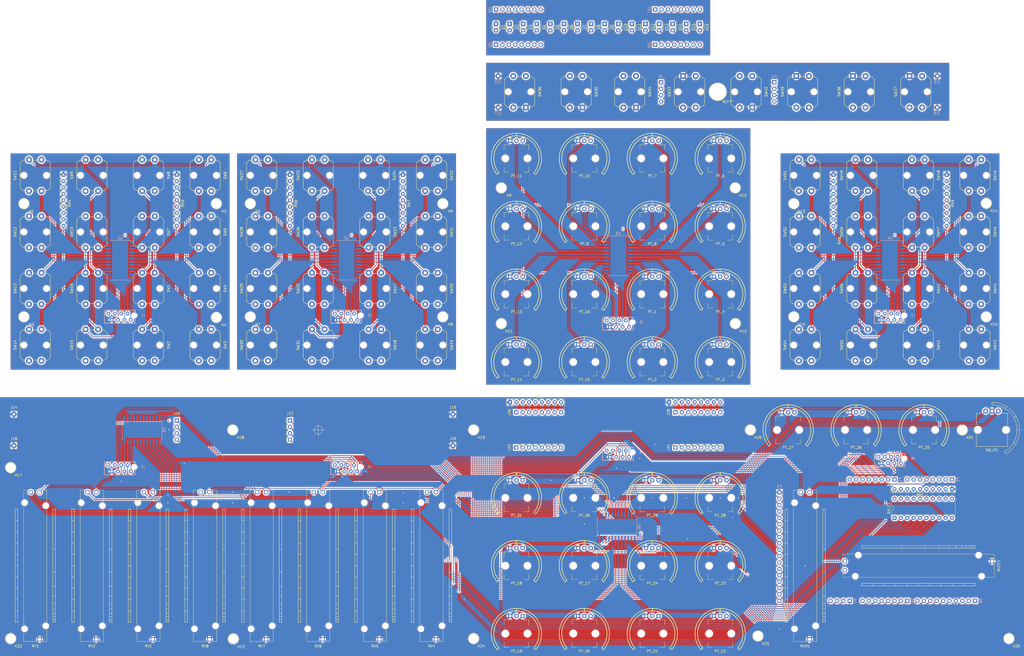
<source format=kicad_pcb>
(kicad_pcb (version 20171130) (host pcbnew "(5.0.2)-1")
  (title_block (title cp_midi_control_surface_002) (date 2019-02-19) (rev 2) (company "Cunabula Press"))
  (layers (0 F.Cu signal) (31 B.Cu signal) (34 B.Paste user hide) (35 F.Paste user hide) (36 B.SilkS user) (37 F.SilkS user) (38 B.Mask user hide) (39 F.Mask user hide) (44 Edge.Cuts user hide))
  (net 0 "")
  (net 1 GND)
  (net 2 +5V)
  (net 3 /A0)
  (net 4 /A1)
  (net 5 /A2)
  (net 6 /A3)
  (net 7 /A4)
  (net 8 /A5)
  (net 9 /17)
  (net 10 /16)
  (net 11 /15)
  (net 12 /14)
  (net 13 /2)
  (net 14 /3)
  (net 15 /4)
  (net 16 /5)
  (net 17 /6)
  (net 18 /7)
  (net 19 /8)
  (net 20 /9)
  (net 21 /10)
  (net 22 /11)
  (net 23 /12)
  (net 24 /13)
  (net 25 "Net-(D8-Pad1)")
  (net 26 "Net-(D7-Pad1)")
  (net 27 "Net-(D6-Pad1)")
  (net 28 "Net-(D5-Pad1)")
  (net 29 "Net-(D4-Pad1)")
  (net 30 "Net-(D3-Pad1)")
  (net 31 "Net-(D2-Pad1)")
  (net 32 "Net-(D1-Pad1)")
  (net 33 "Net-(D9-Pad1)")
  (net 34 "Net-(D10-Pad1)")
  (net 35 "Net-(D11-Pad1)")
  (net 36 "Net-(D12-Pad1)")
  (net 37 "Net-(D13-Pad1)")
  (net 38 "Net-(D14-Pad1)")
  (net 39 "Net-(D15-Pad1)")
  (net 40 "Net-(D16-Pad1)")
  (net 41 "Net-(P2-Pad7)")
  (net 42 "Net-(P2-Pad8)")
  (net 43 "Net-(RN1-Pad2)")
  (net 44 "Net-(RN1-Pad3)")
  (net 45 "Net-(RN1-Pad4)")
  (net 46 "Net-(RN1-Pad5)")
  (net 47 "Net-(RN1-Pad6)")
  (net 48 "Net-(RN1-Pad7)")
  (net 49 "Net-(RN1-Pad8)")
  (net 50 "Net-(RN1-Pad9)")
  (net 51 "Net-(RN1-Pad10)")
  (net 52 "Net-(SW_F1-Pad11)")
  (net 53 "Net-(SW_F1-Pad10)")
  (net 54 "Net-(PT_8-Pad2)")
  (net 55 "Net-(PT_7-Pad2)")
  (net 56 "Net-(PT_6-Pad2)")
  (net 57 "Net-(PT_5-Pad2)")
  (net 58 "Net-(PT_4-Pad2)")
  (net 59 "Net-(PT_3-Pad2)")
  (net 60 "Net-(PT_2-Pad2)")
  (net 61 "Net-(PT_1-Pad2)")
  (net 62 "Net-(PT_16-Pad2)")
  (net 63 "Net-(PT_15-Pad2)")
  (net 64 "Net-(PT_14-Pad2)")
  (net 65 "Net-(PT_13-Pad2)")
  (net 66 "Net-(PT_12-Pad2)")
  (net 67 "Net-(PT_11-Pad2)")
  (net 68 "Net-(PT_10-Pad2)")
  (net 69 "Net-(PT_9-Pad2)")
  (net 70 "Net-(PT_25-Pad2)")
  (net 71 "Net-(PT_26-Pad2)")
  (net 72 "Net-(PT_27-Pad2)")
  (net 73 "Net-(PT_28-Pad2)")
  (net 74 "Net-(PT_29-Pad2)")
  (net 75 "Net-(PT_30-Pad2)")
  (net 76 "Net-(PT_31-Pad2)")
  (net 77 "Net-(RVCF1-Pad2)")
  (net 78 "Net-(PT_17-Pad2)")
  (net 79 "Net-(PT_18-Pad2)")
  (net 80 "Net-(PT_19-Pad2)")
  (net 81 "Net-(PT_20-Pad2)")
  (net 82 "Net-(PT_21-Pad2)")
  (net 83 "Net-(PT_22-Pad2)")
  (net 84 "Net-(PT_23-Pad2)")
  (net 85 "Net-(PT_24-Pad2)")
  (net 86 "Net-(SW1-Pad1)")
  (net 87 "Net-(SW2-Pad1)")
  (net 88 "Net-(SW3-Pad1)")
  (net 89 "Net-(SW4-Pad1)")
  (net 90 "Net-(SW5-Pad2)")
  (net 91 "Net-(SW6-Pad2)")
  (net 92 "Net-(SW7-Pad4)")
  (net 93 "Net-(SW7-Pad2)")
  (net 94 "Net-(SW8-Pad2)")
  (net 95 "Net-(SW9-Pad1)")
  (net 96 "Net-(SW10-Pad1)")
  (net 97 "Net-(SW11-Pad4)")
  (net 98 "Net-(SW11-Pad1)")
  (net 99 "Net-(SW12-Pad1)")
  (net 100 "Net-(SW12-Pad4)")
  (net 101 "Net-(SW13-Pad4)")
  (net 102 "Net-(SW13-Pad2)")
  (net 103 "Net-(SW14-Pad4)")
  (net 104 "Net-(SW14-Pad2)")
  (net 105 "Net-(SW15-Pad2)")
  (net 106 "Net-(SW15-Pad4)")
  (net 107 "Net-(SW16-Pad2)")
  (net 108 "Net-(SW16-Pad4)")
  (net 109 "Net-(SW17-Pad1)")
  (net 110 "Net-(SW18-Pad1)")
  (net 111 "Net-(SW19-Pad1)")
  (net 112 "Net-(SW20-Pad1)")
  (net 113 "Net-(SW21-Pad2)")
  (net 114 "Net-(SW22-Pad2)")
  (net 115 "Net-(SW23-Pad2)")
  (net 116 "Net-(SW24-Pad2)")
  (net 117 "Net-(SW25-Pad1)")
  (net 118 "Net-(SW25-Pad4)")
  (net 119 "Net-(SW26-Pad1)")
  (net 120 "Net-(SW27-Pad4)")
  (net 121 "Net-(SW27-Pad1)")
  (net 122 "Net-(SW28-Pad1)")
  (net 123 "Net-(SW28-Pad4)")
  (net 124 "Net-(SW29-Pad4)")
  (net 125 "Net-(SW29-Pad2)")
  (net 126 "Net-(SW30-Pad2)")
  (net 127 "Net-(SW30-Pad4)")
  (net 128 "Net-(SW31-Pad2)")
  (net 129 "Net-(SW32-Pad2)")
  (net 130 "Net-(SW33-Pad4)")
  (net 131 "Net-(SW34-Pad4)")
  (net 132 "Net-(SW35-Pad4)")
  (net 133 "Net-(SW36-Pad4)")
  (net 134 "Net-(SW37-Pad2)")
  (net 135 "Net-(SW37-Pad4)")
  (net 136 "Net-(SW38-Pad4)")
  (net 137 "Net-(SW38-Pad2)")
  (net 138 "Net-(SW39-Pad2)")
  (net 139 "Net-(SW39-Pad4)")
  (net 140 "Net-(SW40-Pad4)")
  (net 141 "Net-(SW40-Pad2)")
  (net 142 "Net-(SW41-Pad1)")
  (net 143 "Net-(SW42-Pad1)")
  (net 144 "Net-(SW43-Pad1)")
  (net 145 "Net-(SW44-Pad1)")
  (net 146 "Net-(SW45-Pad2)")
  (net 147 "Net-(SW46-Pad2)")
  (net 148 "Net-(SW47-Pad2)")
  (net 149 "Net-(SW47-Pad4)")
  (net 150 "Net-(SW48-Pad2)")
  (net 151 "Net-(SW49-Pad1)")
  (net 152 "Net-(SW49-Pad4)")
  (net 153 "Net-(SW50-Pad1)")
  (net 154 "Net-(SW51-Pad4)")
  (net 155 "Net-(SW51-Pad1)")
  (net 156 "Net-(SW52-Pad1)")
  (net 157 "Net-(SW52-Pad4)")
  (net 158 "Net-(SW53-Pad4)")
  (net 159 "Net-(SW53-Pad2)")
  (net 160 "Net-(SW54-Pad2)")
  (net 161 "Net-(SW54-Pad4)")
  (net 162 "Net-(SW55-Pad4)")
  (net 163 "Net-(SW55-Pad2)")
  (net 164 "Net-(SW56-Pad2)")
  (net 165 "Net-(SW56-Pad4)")
  (net 166 /39)
  (net 167 /41)
  (net 168 /43)
  (net 169 /45)
  (net 170 /47)
  (net 171 /49)
  (net 172 /51)
  (net 173 /53)
  (net 174 S2)
  (net 175 S3)
  (net 176 S1)
  (net 177 S0)
  (net 178 /35)
  (net 179 /37)
  (net 180 "Net-(RV1-Pad2)")
  (net 181 "Net-(RV2-Pad2)")
  (net 182 "Net-(RV3-Pad2)")
  (net 183 "Net-(RV4-Pad2)")
  (net 184 "Net-(RV5-Pad2)")
  (net 185 "Net-(RV6-Pad2)")
  (net 186 "Net-(RV7-Pad2)")
  (net 187 "Net-(RV8-Pad2)")
  (net 188 "Net-(RVM1-Pad2)")
  (net 189 "Net-(SW33-Pad2)")
  (net 190 "Net-(SW34-Pad2)")
  (net 191 "Net-(SW35-Pad2)")
  (net 192 "Net-(SW36-Pad2)")
  (net 193 "Net-(D1-Pad2)")
  (net 194 "Net-(D2-Pad2)")
  (net 195 "Net-(D3-Pad2)")
  (net 196 "Net-(D4-Pad2)")
  (net 197 "Net-(D5-Pad2)")
  (net 198 "Net-(D6-Pad2)")
  (net 199 "Net-(D7-Pad2)")
  (net 200 "Net-(D8-Pad2)")
  (net 201 "Net-(D9-Pad2)")
  (net 202 "Net-(D10-Pad2)")
  (net 203 "Net-(D11-Pad2)")
  (net 204 "Net-(D12-Pad2)")
  (net 205 "Net-(D13-Pad2)")
  (net 206 "Net-(D14-Pad2)")
  (net 207 "Net-(D15-Pad2)")
  (net 208 "Net-(D16-Pad2)")
  (net 209 "Net-(J1-Pad8)")
  (net 210 "Net-(J2-Pad8)")
  (net 211 "Net-(J11-Pad4)")
  (net 212 "Net-(J11-Pad3)")
  (net 213 "Net-(J11-Pad2)")
  (net 214 "Net-(J11-Pad1)")
  (net 215 "Net-(J28-Pad8)")
  (net 216 "Net-(J28-Pad5)")
  (net 217 "Net-(J28-Pad4)")
  (net 218 "Net-(J28-Pad3)")
  (net 219 "Net-(J28-Pad2)")
  (net 220 "Net-(J28-Pad1)")
  (net 221 "Net-(P1-Pad8)")
  (net 222 "Net-(P1-Pad7)")
  (net 223 "Net-(P1-Pad4)")
  (net 224 "Net-(P1-Pad3)")
  (net 225 "Net-(P1-Pad2)")
  (net 226 "Net-(P1-Pad1)")
  (net 227 "Net-(P5-Pad8)")
  (net 228 "Net-(P5-Pad7)")
  (net 229 "Net-(J3-Pad8)")
  (net 230 "Net-(J4-Pad8)")
  (net 231 "Net-(P3-Pad12)")
  (net 232 "Net-(P3-Pad13)")
  (net 233 "Net-(J1-Pad1)")
  (net 234 "Net-(J1-Pad2)")
  (net 235 "Net-(J1-Pad3)")
  (net 236 "Net-(J1-Pad4)")
  (net 237 "Net-(J1-Pad5)")
  (net 238 "Net-(J3-Pad5)")
  (net 239 "Net-(J3-Pad4)")
  (net 240 "Net-(J3-Pad3)")
  (net 241 "Net-(J3-Pad2)")
  (net 242 "Net-(J3-Pad1)")
  (net 243 "Net-(J5-Pad8)")
  (net 244 "Net-(J5-Pad5)")
  (net 245 "Net-(J5-Pad4)")
  (net 246 "Net-(J5-Pad3)")
  (net 247 "Net-(J5-Pad2)")
  (net 248 "Net-(J5-Pad1)")
  (net 249 "Net-(J6-Pad8)")
  (net 250 "Net-(J7-Pad1)")
  (net 251 "Net-(J7-Pad2)")
  (net 252 "Net-(J7-Pad3)")
  (net 253 "Net-(J7-Pad4)")
  (net 254 "Net-(J7-Pad5)")
  (net 255 "Net-(J7-Pad8)")
  (net 256 "Net-(J8-Pad8)")
  (net 257 "Net-(J9-Pad1)")
  (net 258 "Net-(J9-Pad2)")
  (net 259 "Net-(J9-Pad3)")
  (net 260 "Net-(J9-Pad4)")
  (net 261 "Net-(J26-Pad1)")
  (net 262 "Net-(J28-Pad6)")
  (net 263 "Net-(J28-Pad7)")
  (net 264 "Net-(J26-Pad8)")
  (net 265 "Net-(J26-Pad7)")
  (net 266 "Net-(J26-Pad6)")
  (net 267 "Net-(J26-Pad5)")
  (net 268 "Net-(J26-Pad4)")
  (net 269 "Net-(J26-Pad3)")
  (net 270 "Net-(J26-Pad2)")
  (net 271 "Net-(SW1-Pad3)")
  (net 272 "Net-(SW9-Pad4)")
  (net 273 "Net-(SW24-Pad3)")
  (net 274 "Net-(SW31-Pad4)")
  (net 275 "Net-(SW32-Pad4)")
  (net 276 "Net-(U5-Pad22)")
  (net 277 "Net-(U5-Pad21)")
  (net 278 "Net-(U5-Pad20)")
  (net 279 "Net-(U5-Pad19)")
  (net 280 "Net-(U5-Pad18)")
  (net 281 "Net-(U5-Pad17)")
  (net 282 "Net-(U5-Pad16)")
  (net 283 "Net-(P6-Pad1)")
  (net 284 "Net-(P6-Pad2)")
  (net 285 "Net-(P6-Pad3)")
  (net 286 "Net-(RN4-Pad2)")
  (net 287 "Net-(RN4-Pad3)")
  (net 288 "Net-(RN4-Pad4)")
  (net 289 "Net-(RN4-Pad5)")
  (net 290 "Net-(RN4-Pad6)")
  (net 291 "Net-(RN4-Pad7)")
  (net 292 "Net-(RN4-Pad8)")
  (net 293 "Net-(RN4-Pad9)")
  (net 294 "Net-(RN5-Pad9)")
  (net 295 "Net-(RN5-Pad8)")
  (net 296 "Net-(RN5-Pad7)")
  (net 297 "Net-(RN5-Pad6)")
  (net 298 "Net-(RN5-Pad5)")
  (net 299 "Net-(RN5-Pad4)")
  (net 300 "Net-(RN5-Pad3)")
  (net 301 "Net-(RN5-Pad2)")
  (net 302 "Net-(RN6-Pad2)")
  (net 303 "Net-(RN6-Pad3)")
  (net 304 "Net-(RN6-Pad4)")
  (net 305 "Net-(RN6-Pad5)")
  (net 306 "Net-(RN6-Pad6)")
  (net 307 "Net-(RN6-Pad7)")
  (net 308 "Net-(RN6-Pad8)")
  (net 309 "Net-(RN6-Pad9)")
  (net 310 "Net-(RN7-Pad9)")
  (net 311 "Net-(RN7-Pad8)")
  (net 312 "Net-(RN7-Pad7)")
  (net 313 "Net-(RN7-Pad6)")
  (net 314 "Net-(RN7-Pad5)")
  (net 315 "Net-(RN7-Pad4)")
  (net 316 "Net-(RN7-Pad3)")
  (net 317 "Net-(RN7-Pad2)")
  (net 318 "Net-(RN8-Pad2)")
  (net 319 "Net-(RN8-Pad3)")
  (net 320 "Net-(RN8-Pad4)")
  (net 321 "Net-(RN8-Pad5)")
  (net 322 "Net-(RN8-Pad6)")
  (net 323 "Net-(RN8-Pad7)")
  (net 324 "Net-(RN8-Pad8)")
  (net 325 "Net-(RN8-Pad9)")
  (net 326 "Net-(RN9-Pad9)")
  (net 327 "Net-(RN9-Pad8)")
  (net 328 "Net-(RN9-Pad7)")
  (net 329 "Net-(RN9-Pad6)")
  (net 330 "Net-(RN9-Pad5)")
  (net 331 "Net-(RN9-Pad4)")
  (net 332 "Net-(RN9-Pad3)")
  (net 333 "Net-(RN9-Pad2)")
  (net 334 "Net-(SW2-Pad3)")
  (net 335 "Net-(SW3-Pad3)")
  (net 336 "Net-(SW6-Pad3)")
  (net 337 "Net-(SW8-Pad3)")
  (net 338 "Net-(SW4-Pad3)")
  (net 339 "Net-(SW5-Pad3)")
  (net 340 "Net-(SW10-Pad3)")
  (net 341 "Net-(SW17-Pad3)")
  (net 342 "Net-(SW18-Pad3)")
  (net 343 "Net-(SW19-Pad3)")
  (net 344 "Net-(SW20-Pad3)")
  (net 345 "Net-(SW21-Pad3)")
  (net 346 "Net-(SW22-Pad3)")
  (net 347 "Net-(SW23-Pad4)")
  (net 348 "Net-(SW26-Pad3)")
  (net 349 "Net-(SW41-Pad3)")
  (net 350 "Net-(SW42-Pad3)")
  (net 351 "Net-(SW43-Pad3)")
  (net 352 "Net-(SW44-Pad3)")
  (net 353 "Net-(SW45-Pad3)")
  (net 354 "Net-(SW46-Pad3)")
  (net 355 "Net-(SW48-Pad3)")
  (net 356 "Net-(SW50-Pad3)")
  (module cunabulapress-footprints:Omron_B3F-5050 (layer F.Cu) (at 146.25 141.75 90)
    (fp_text reference SW6 (at 0 8 90) (layer F.SilkS) (effects (font (size 1.016 1.016) (thickness 0.1524))))
    (fp_text value B3F-5050)
    (pad "" np_thru_hole circle (at 0 4.5 90) (size 1.8 1.8) (drill 1.8) (layers *.Cu *.Mask))
    (pad "" np_thru_hole circle (at 0 -4.5 90) (size 1.8 1.8) (drill 1.8) (layers *.Cu *.Mask))
    (pad 4 thru_hole circle (at 6.25 2.5 90) (size 2.4 2.4) (drill 1.2) (layers *.Cu *.Mask) (net 2 +5V))
    (pad 3 thru_hole circle (at -6.25 2.5 90) (size 2.4 2.4) (drill 1.2) (layers *.Cu *.Mask) (net 336 "Net-(SW6-Pad3)"))
    (pad 2 thru_hole circle (at 6.25 -2.5 90) (size 2.4 2.4) (drill 1.2) (layers *.Cu *.Mask) (net 91 "Net-(SW6-Pad2)"))
    (pad 1 thru_hole circle (at -6.25 -2.5 90) (size 2.4 2.4) (drill 1.2) (layers *.Cu *.Mask) (net 301 "Net-(RN5-Pad2)"))
  )
  (module cunabulapress-footprints:Omron_B3F-5050 (layer F.Cu) (at 361.25 108.5 90)
    (fp_text reference SW40 (at 0 8 90) (layer F.SilkS) (effects (font (size 1.016 1.016) (thickness 0.1524))))
    (fp_text value B3F-5050)
    (pad "" np_thru_hole circle (at 0 4.5 90) (size 1.8 1.8) (drill 1.8) (layers *.Cu *.Mask))
    (pad "" np_thru_hole circle (at 0 -4.5 90) (size 1.8 1.8) (drill 1.8) (layers *.Cu *.Mask))
    (pad 4 thru_hole circle (at 6.25 2.5 90) (size 2.4 2.4) (drill 1.2) (layers *.Cu *.Mask) (net 140 "Net-(SW40-Pad4)"))
    (pad 3 thru_hole circle (at -6.25 2.5 90) (size 2.4 2.4) (drill 1.2) (layers *.Cu *.Mask) (net 1 GND))
    (pad 2 thru_hole circle (at 6.25 -2.5 90) (size 2.4 2.4) (drill 1.2) (layers *.Cu *.Mask) (net 141 "Net-(SW40-Pad2)"))
    (pad 1 thru_hole circle (at -6.25 -2.5 90) (size 2.4 2.4) (drill 1.2) (layers *.Cu *.Mask) (net 214 "Net-(J11-Pad1)"))
  )
  (module cunabulapress-footprints:Omron_B3F-5050 (layer F.Cu) (at 384.75 186.75 270)
    (fp_text reference SW53 (at 0 8 270) (layer F.SilkS) (effects (font (size 1.016 1.016) (thickness 0.1524))))
    (fp_text value B3F-5050)
    (pad "" np_thru_hole circle (at 0 4.5 270) (size 1.8 1.8) (drill 1.8) (layers *.Cu *.Mask))
    (pad "" np_thru_hole circle (at 0 -4.5 270) (size 1.8 1.8) (drill 1.8) (layers *.Cu *.Mask))
    (pad 4 thru_hole circle (at 6.25 2.5 270) (size 2.4 2.4) (drill 1.2) (layers *.Cu *.Mask) (net 158 "Net-(SW53-Pad4)"))
    (pad 3 thru_hole circle (at -6.25 2.5 270) (size 2.4 2.4) (drill 1.2) (layers *.Cu *.Mask) (net 2 +5V))
    (pad 2 thru_hole circle (at 6.25 -2.5 270) (size 2.4 2.4) (drill 1.2) (layers *.Cu *.Mask) (net 159 "Net-(SW53-Pad2)"))
    (pad 1 thru_hole circle (at -6.25 -2.5 270) (size 2.4 2.4) (drill 1.2) (layers *.Cu *.Mask) (net 320 "Net-(RN8-Pad4)"))
  )
  (module cunabulapress-footprints:Potentiometer_Alps_RK09K_Single_Vertical_Edit (layer F.Cu) (at 297 135)
    (fp_text reference PT_10 (at 0 7) (layer F.SilkS))
    (fp_text value 10k)
    (pad "" np_thru_hole circle (at -4.4 0) (size 2.1 2.1) (drill 2.1) (layers *.Cu *.Mask))
    (pad "" np_thru_hole circle (at 4.4 0) (size 2.1 2.1) (drill 2.1) (layers *.Cu *.Mask))
    (pad 1 thru_hole circle (at 2.5 -7) (size 1.8 1.8) (drill 1) (layers *.Cu *.Mask) (net 2 +5V))
    (pad 2 thru_hole circle (at 0 -7) (size 1.8 1.8) (drill 1) (layers *.Cu *.Mask) (net 68 "Net-(PT_10-Pad2)"))
    (pad 3 thru_hole circle (at -2.5 -7) (size 1.8 1.8) (drill 1) (layers *.Cu *.Mask) (net 1 GND))
  )
  (module cunabulapress-footprints:Omron_B3F-5050 (layer F.Cu) (at 407.25 164.25 270)
    (fp_text reference SW50 (at 0 8 270) (layer F.SilkS) (effects (font (size 1.016 1.016) (thickness 0.1524))))
    (fp_text value B3F-5050)
    (pad "" np_thru_hole circle (at 0 4.5 270) (size 1.8 1.8) (drill 1.8) (layers *.Cu *.Mask))
    (pad "" np_thru_hole circle (at 0 -4.5 270) (size 1.8 1.8) (drill 1.8) (layers *.Cu *.Mask))
    (pad 4 thru_hole circle (at 6.25 2.5 270) (size 2.4 2.4) (drill 1.2) (layers *.Cu *.Mask) (net 2 +5V))
    (pad 3 thru_hole circle (at -6.25 2.5 270) (size 2.4 2.4) (drill 1.2) (layers *.Cu *.Mask) (net 356 "Net-(SW50-Pad3)"))
    (pad 2 thru_hole circle (at 6.25 -2.5 270) (size 2.4 2.4) (drill 1.2) (layers *.Cu *.Mask) (net 323 "Net-(RN8-Pad7)"))
    (pad 1 thru_hole circle (at -6.25 -2.5 270) (size 2.4 2.4) (drill 1.2) (layers *.Cu *.Mask) (net 153 "Net-(SW50-Pad1)"))
  )
  (module cunabulapress-footprints:Omron_B3F-5050 (layer F.Cu) (at 101.25 186.75 270)
    (fp_text reference SW16 (at 0 8 270) (layer F.SilkS) (effects (font (size 1.016 1.016) (thickness 0.1524))))
    (fp_text value B3F-5050)
    (pad "" np_thru_hole circle (at 0 4.5 270) (size 1.8 1.8) (drill 1.8) (layers *.Cu *.Mask))
    (pad "" np_thru_hole circle (at 0 -4.5 270) (size 1.8 1.8) (drill 1.8) (layers *.Cu *.Mask))
    (pad 4 thru_hole circle (at 6.25 2.5 270) (size 2.4 2.4) (drill 1.2) (layers *.Cu *.Mask) (net 108 "Net-(SW16-Pad4)"))
    (pad 3 thru_hole circle (at -6.25 2.5 270) (size 2.4 2.4) (drill 1.2) (layers *.Cu *.Mask) (net 2 +5V))
    (pad 2 thru_hole circle (at 6.25 -2.5 270) (size 2.4 2.4) (drill 1.2) (layers *.Cu *.Mask) (net 107 "Net-(SW16-Pad2)"))
    (pad 1 thru_hole circle (at -6.25 -2.5 270) (size 2.4 2.4) (drill 1.2) (layers *.Cu *.Mask) (net 292 "Net-(RN4-Pad8)"))
  )
  (module cunabulapress-footprints:Omron_B3F-5050 (layer F.Cu) (at 407.25 186.75 270)
    (fp_text reference SW56 (at 0 8 270) (layer F.SilkS) (effects (font (size 1.016 1.016) (thickness 0.1524))))
    (fp_text value B3F-5050)
    (pad "" np_thru_hole circle (at 0 4.5 270) (size 1.8 1.8) (drill 1.8) (layers *.Cu *.Mask))
    (pad "" np_thru_hole circle (at 0 -4.5 270) (size 1.8 1.8) (drill 1.8) (layers *.Cu *.Mask))
    (pad 4 thru_hole circle (at 6.25 2.5 270) (size 2.4 2.4) (drill 1.2) (layers *.Cu *.Mask) (net 165 "Net-(SW56-Pad4)"))
    (pad 3 thru_hole circle (at -6.25 2.5 270) (size 2.4 2.4) (drill 1.2) (layers *.Cu *.Mask) (net 2 +5V))
    (pad 2 thru_hole circle (at 6.25 -2.5 270) (size 2.4 2.4) (drill 1.2) (layers *.Cu *.Mask) (net 164 "Net-(SW56-Pad2)"))
    (pad 1 thru_hole circle (at -6.25 -2.5 270) (size 2.4 2.4) (drill 1.2) (layers *.Cu *.Mask) (net 324 "Net-(RN8-Pad8)"))
  )
  (module cunabulapress-footprints:Omron_B3F-5050 (layer F.Cu) (at 429.75 141.75 90)
    (fp_text reference SW48 (at 0 8 90) (layer F.SilkS) (effects (font (size 1.016 1.016) (thickness 0.1524))))
    (fp_text value B3F-5050)
    (pad "" np_thru_hole circle (at 0 4.5 90) (size 1.8 1.8) (drill 1.8) (layers *.Cu *.Mask))
    (pad "" np_thru_hole circle (at 0 -4.5 90) (size 1.8 1.8) (drill 1.8) (layers *.Cu *.Mask))
    (pad 4 thru_hole circle (at 6.25 2.5 90) (size 2.4 2.4) (drill 1.2) (layers *.Cu *.Mask) (net 2 +5V))
    (pad 3 thru_hole circle (at -6.25 2.5 90) (size 2.4 2.4) (drill 1.2) (layers *.Cu *.Mask) (net 355 "Net-(SW48-Pad3)"))
    (pad 2 thru_hole circle (at 6.25 -2.5 90) (size 2.4 2.4) (drill 1.2) (layers *.Cu *.Mask) (net 150 "Net-(SW48-Pad2)"))
    (pad 1 thru_hole circle (at -6.25 -2.5 90) (size 2.4 2.4) (drill 1.2) (layers *.Cu *.Mask) (net 329 "Net-(RN9-Pad6)"))
  )
  (module cunabulapress-footprints:Omron_B3F-5050 (layer F.Cu) (at 213.75 164.25 90)
    (fp_text reference SW23 (at 0 8 90) (layer F.SilkS) (effects (font (size 1.016 1.016) (thickness 0.1524))))
    (fp_text value B3F-5050)
    (pad "" np_thru_hole circle (at 0 4.5 90) (size 1.8 1.8) (drill 1.8) (layers *.Cu *.Mask))
    (pad "" np_thru_hole circle (at 0 -4.5 90) (size 1.8 1.8) (drill 1.8) (layers *.Cu *.Mask))
    (pad 4 thru_hole circle (at 6.25 2.5 90) (size 2.4 2.4) (drill 1.2) (layers *.Cu *.Mask) (net 347 "Net-(SW23-Pad4)"))
    (pad 3 thru_hole circle (at -6.25 2.5 90) (size 2.4 2.4) (drill 1.2) (layers *.Cu *.Mask) (net 2 +5V))
    (pad 2 thru_hole circle (at 6.25 -2.5 90) (size 2.4 2.4) (drill 1.2) (layers *.Cu *.Mask) (net 115 "Net-(SW23-Pad2)"))
    (pad 1 thru_hole circle (at -6.25 -2.5 90) (size 2.4 2.4) (drill 1.2) (layers *.Cu *.Mask) (net 312 "Net-(RN7-Pad7)"))
  )
  (module cunabulapress-footprints:Potentiometer_Alps_RK09K_Single_Vertical_Edit (layer F.Cu) (at 324 216)
    (fp_text reference PT_2 (at 0 7) (layer F.SilkS))
    (fp_text value 10k)
    (pad "" np_thru_hole circle (at -4.4 0) (size 2.1 2.1) (drill 2.1) (layers *.Cu *.Mask))
    (pad "" np_thru_hole circle (at 4.4 0) (size 2.1 2.1) (drill 2.1) (layers *.Cu *.Mask))
    (pad 1 thru_hole circle (at 2.5 -7) (size 1.8 1.8) (drill 1) (layers *.Cu *.Mask) (net 2 +5V))
    (pad 2 thru_hole circle (at 0 -7) (size 1.8 1.8) (drill 1) (layers *.Cu *.Mask) (net 60 "Net-(PT_2-Pad2)"))
    (pad 3 thru_hole circle (at -2.5 -7) (size 1.8 1.8) (drill 1) (layers *.Cu *.Mask) (net 1 GND))
  )
  (module cunabulapress-footprints:LED_D3.0mm_EDIT (layer F.Cu) (at 337.486134 82.778655 270)
    (fp_text reference D15 (at 0 -2.96 270) (layer F.SilkS))
    (fp_text value LED)
    (pad 2 thru_hole circle (at 1.27 0 270) (size 1.8 1.8) (drill 0.9) (layers *.Cu *.Mask) (net 207 "Net-(D15-Pad2)"))
    (pad 1 thru_hole rect (at -1.27 0 270) (size 1.8 1.8) (drill 0.9) (layers *.Cu *.Mask) (net 39 "Net-(D15-Pad1)"))
  )
  (module cunabulapress-footprints:LED_D3.0mm_EDIT (layer F.Cu) (at 315.886134 82.778655 270)
    (fp_text reference D11 (at 0 -2.96 270) (layer F.SilkS))
    (fp_text value LED)
    (pad 2 thru_hole circle (at 1.27 0 270) (size 1.8 1.8) (drill 0.9) (layers *.Cu *.Mask) (net 203 "Net-(D11-Pad2)"))
    (pad 1 thru_hole rect (at -1.27 0 270) (size 1.8 1.8) (drill 0.9) (layers *.Cu *.Mask) (net 35 "Net-(D11-Pad1)"))
  )
  (module cunabulapress-footprints:LED_D3.0mm_EDIT (layer F.Cu) (at 310.486134 82.778655 270)
    (fp_text reference D10 (at 0 -2.96 270) (layer F.SilkS))
    (fp_text value LED)
    (pad 2 thru_hole circle (at 1.27 0 270) (size 1.8 1.8) (drill 0.9) (layers *.Cu *.Mask) (net 202 "Net-(D10-Pad2)"))
    (pad 1 thru_hole rect (at -1.27 0 270) (size 1.8 1.8) (drill 0.9) (layers *.Cu *.Mask) (net 34 "Net-(D10-Pad1)"))
  )
  (module cunabulapress-footprints:LED_D3.0mm_EDIT (layer F.Cu) (at 332.086134 82.778655 270)
    (fp_text reference D14 (at 0 -2.96 270) (layer F.SilkS))
    (fp_text value LED)
    (pad 2 thru_hole circle (at 1.27 0 270) (size 1.8 1.8) (drill 0.9) (layers *.Cu *.Mask) (net 206 "Net-(D14-Pad2)"))
    (pad 1 thru_hole rect (at -1.27 0 270) (size 1.8 1.8) (drill 0.9) (layers *.Cu *.Mask) (net 38 "Net-(D14-Pad1)"))
  )
  (module cunabulapress-footprints:LED_D3.0mm_EDIT (layer F.Cu) (at 321.286134 82.778655 270)
    (fp_text reference D12 (at 0 -2.96 270) (layer F.SilkS))
    (fp_text value LED)
    (pad 2 thru_hole circle (at 1.27 0 270) (size 1.8 1.8) (drill 0.9) (layers *.Cu *.Mask) (net 204 "Net-(D12-Pad2)"))
    (pad 1 thru_hole rect (at -1.27 0 270) (size 1.8 1.8) (drill 0.9) (layers *.Cu *.Mask) (net 36 "Net-(D12-Pad1)"))
  )
  (module cunabulapress-footprints:LED_D3.0mm_EDIT (layer F.Cu) (at 342.886134 82.778655 270)
    (fp_text reference D16 (at 0 -2.96 270) (layer F.SilkS))
    (fp_text value LED)
    (pad 2 thru_hole circle (at 1.27 0 270) (size 1.8 1.8) (drill 0.9) (layers *.Cu *.Mask) (net 208 "Net-(D16-Pad2)"))
    (pad 1 thru_hole rect (at -1.27 0 270) (size 1.8 1.8) (drill 0.9) (layers *.Cu *.Mask) (net 40 "Net-(D16-Pad1)"))
  )
  (module cunabulapress-footprints:LED_D3.0mm_EDIT (layer F.Cu) (at 283.486134 82.778655 270)
    (fp_text reference D5 (at 0 -2.96 270) (layer F.SilkS))
    (fp_text value LED)
    (pad 2 thru_hole circle (at 1.27 0 270) (size 1.8 1.8) (drill 0.9) (layers *.Cu *.Mask) (net 197 "Net-(D5-Pad2)"))
    (pad 1 thru_hole rect (at -1.27 0 270) (size 1.8 1.8) (drill 0.9) (layers *.Cu *.Mask) (net 28 "Net-(D5-Pad1)"))
  )
  (module cunabulapress-footprints:LED_D3.0mm_EDIT (layer F.Cu) (at 294.286134 82.778655 270)
    (fp_text reference D7 (at 0 -2.96 270) (layer F.SilkS))
    (fp_text value LED)
    (pad 2 thru_hole circle (at 1.27 0 270) (size 1.8 1.8) (drill 0.9) (layers *.Cu *.Mask) (net 199 "Net-(D7-Pad2)"))
    (pad 1 thru_hole rect (at -1.27 0 270) (size 1.8 1.8) (drill 0.9) (layers *.Cu *.Mask) (net 26 "Net-(D7-Pad1)"))
  )
  (module cunabulapress-footprints:LED_D3.0mm_EDIT (layer F.Cu) (at 288.886134 82.778655 270)
    (fp_text reference D6 (at 0 -2.96 270) (layer F.SilkS))
    (fp_text value LED)
    (pad 2 thru_hole circle (at 1.27 0 270) (size 1.8 1.8) (drill 0.9) (layers *.Cu *.Mask) (net 198 "Net-(D6-Pad2)"))
    (pad 1 thru_hole rect (at -1.27 0 270) (size 1.8 1.8) (drill 0.9) (layers *.Cu *.Mask) (net 27 "Net-(D6-Pad1)"))
  )
  (module cunabulapress-footprints:LED_D3.0mm_EDIT (layer F.Cu) (at 305.086134 82.778655 270)
    (fp_text reference D9 (at 0 -2.96 270) (layer F.SilkS))
    (fp_text value LED)
    (pad 2 thru_hole circle (at 1.27 0 270) (size 1.8 1.8) (drill 0.9) (layers *.Cu *.Mask) (net 201 "Net-(D9-Pad2)"))
    (pad 1 thru_hole rect (at -1.27 0 270) (size 1.8 1.8) (drill 0.9) (layers *.Cu *.Mask) (net 33 "Net-(D9-Pad1)"))
  )
  (module cunabulapress-footprints:LED_D3.0mm_EDIT (layer F.Cu) (at 278.086134 82.778655 270)
    (fp_text reference D4 (at 0 -2.96 270) (layer F.SilkS))
    (fp_text value LED)
    (pad 2 thru_hole circle (at 1.27 0 270) (size 1.8 1.8) (drill 0.9) (layers *.Cu *.Mask) (net 196 "Net-(D4-Pad2)"))
    (pad 1 thru_hole rect (at -1.27 0 270) (size 1.8 1.8) (drill 0.9) (layers *.Cu *.Mask) (net 29 "Net-(D4-Pad1)"))
  )
  (module cunabulapress-footprints:LED_D3.0mm_EDIT (layer F.Cu) (at 326.686134 82.778655 270)
    (fp_text reference D13 (at 0 -2.96 270) (layer F.SilkS))
    (fp_text value LED)
    (pad 2 thru_hole circle (at 1.27 0 270) (size 1.8 1.8) (drill 0.9) (layers *.Cu *.Mask) (net 205 "Net-(D13-Pad2)"))
    (pad 1 thru_hole rect (at -1.27 0 270) (size 1.8 1.8) (drill 0.9) (layers *.Cu *.Mask) (net 37 "Net-(D13-Pad1)"))
  )
  (module cunabulapress-footprints:Connector_TE_Connectivity_Micro-MaTch_8_Position_Female (layer B.Cu) (at 314.738501 201.983938)
    (fp_text reference J5 (at 5 -1.9) (layer B.SilkS) (effects (justify mirror)))
    (fp_text value ~)
    (pad "" np_thru_hole circle (at 1.4 -1.8) (size 1.5 1.5) (drill 1.5) (layers *.Cu *.Mask))
    (pad 8 thru_hole circle (at -8.89 -2.54) (size 1.5 1.5) (drill 0.8) (layers *.Cu *.Mask) (net 243 "Net-(J5-Pad8)"))
    (pad 7 thru_hole circle (at -7.62 0) (size 1.5 1.5) (drill 0.8) (layers *.Cu *.Mask) (net 1 GND))
    (pad 6 thru_hole circle (at -6.35 -2.54) (size 1.5 1.5) (drill 0.8) (layers *.Cu *.Mask) (net 2 +5V))
    (pad 5 thru_hole circle (at -5.08 0) (size 1.5 1.5) (drill 0.8) (layers *.Cu *.Mask) (net 244 "Net-(J5-Pad5)"))
    (pad 4 thru_hole circle (at -3.81 -2.54) (size 1.5 1.5) (drill 0.8) (layers *.Cu *.Mask) (net 245 "Net-(J5-Pad4)"))
    (pad 3 thru_hole circle (at -2.54 0) (size 1.5 1.5) (drill 0.8) (layers *.Cu *.Mask) (net 246 "Net-(J5-Pad3)"))
    (pad 2 thru_hole circle (at -1.27 -2.54) (size 1.5 1.5) (drill 0.8) (layers *.Cu *.Mask) (net 247 "Net-(J5-Pad2)"))
    (pad 1 thru_hole circle (at 0 0) (size 1.5 1.5) (drill 0.8) (layers *.Cu *.Mask) (net 248 "Net-(J5-Pad1)"))
  )
  (module cunabulapress-footprints:LED_D3.0mm_EDIT (layer F.Cu) (at 299.686134 82.778655 270)
    (fp_text reference D8 (at 0 -2.96 270) (layer F.SilkS))
    (fp_text value LED)
    (pad 2 thru_hole circle (at 1.27 0 270) (size 1.8 1.8) (drill 0.9) (layers *.Cu *.Mask) (net 200 "Net-(D8-Pad2)"))
    (pad 1 thru_hole rect (at -1.27 0 270) (size 1.8 1.8) (drill 0.9) (layers *.Cu *.Mask) (net 25 "Net-(D8-Pad1)"))
  )
  (module cunabulapress-footprints:Potentiometer_Alps_RK09K_Single_Vertical_Edit (layer F.Cu) (at 324 189)
    (fp_text reference PT_1 (at 0 7) (layer F.SilkS))
    (fp_text value 10k)
    (pad "" np_thru_hole circle (at -4.4 0) (size 2.1 2.1) (drill 2.1) (layers *.Cu *.Mask))
    (pad "" np_thru_hole circle (at 4.4 0) (size 2.1 2.1) (drill 2.1) (layers *.Cu *.Mask))
    (pad 1 thru_hole circle (at 2.5 -7) (size 1.8 1.8) (drill 1) (layers *.Cu *.Mask) (net 2 +5V))
    (pad 2 thru_hole circle (at 0 -7) (size 1.8 1.8) (drill 1) (layers *.Cu *.Mask) (net 61 "Net-(PT_1-Pad2)"))
    (pad 3 thru_hole circle (at -2.5 -7) (size 1.8 1.8) (drill 1) (layers *.Cu *.Mask) (net 1 GND))
  )
  (module cunabulapress-footprints:Potentiometer_Alps_RK09K_Single_Vertical_Edit (layer F.Cu) (at 297 216)
    (fp_text reference PT_15 (at 0 7) (layer F.SilkS))
    (fp_text value 10k)
    (pad "" np_thru_hole circle (at -4.4 0) (size 2.1 2.1) (drill 2.1) (layers *.Cu *.Mask))
    (pad "" np_thru_hole circle (at 4.4 0) (size 2.1 2.1) (drill 2.1) (layers *.Cu *.Mask))
    (pad 1 thru_hole circle (at 2.5 -7) (size 1.8 1.8) (drill 1) (layers *.Cu *.Mask) (net 2 +5V))
    (pad 2 thru_hole circle (at 0 -7) (size 1.8 1.8) (drill 1) (layers *.Cu *.Mask) (net 63 "Net-(PT_15-Pad2)"))
    (pad 3 thru_hole circle (at -2.5 -7) (size 1.8 1.8) (drill 1) (layers *.Cu *.Mask) (net 1 GND))
  )
  (module cunabulapress-footprints:Potentiometer_Alps_RK09K_Single_Vertical_Edit (layer F.Cu) (at 297 189)
    (fp_text reference PT_16 (at 0 7) (layer F.SilkS))
    (fp_text value 10k)
    (pad "" np_thru_hole circle (at -4.4 0) (size 2.1 2.1) (drill 2.1) (layers *.Cu *.Mask))
    (pad "" np_thru_hole circle (at 4.4 0) (size 2.1 2.1) (drill 2.1) (layers *.Cu *.Mask))
    (pad 1 thru_hole circle (at 2.5 -7) (size 1.8 1.8) (drill 1) (layers *.Cu *.Mask) (net 2 +5V))
    (pad 2 thru_hole circle (at 0 -7) (size 1.8 1.8) (drill 1) (layers *.Cu *.Mask) (net 62 "Net-(PT_16-Pad2)"))
    (pad 3 thru_hole circle (at -2.5 -7) (size 1.8 1.8) (drill 1) (layers *.Cu *.Mask) (net 1 GND))
  )
  (module cunabulapress-footprints:Potentiometer_Alps_RK09K_Single_Vertical_Edit (layer F.Cu) (at 297 162)
    (fp_text reference PT_9 (at 0 7) (layer F.SilkS))
    (fp_text value 10k)
    (pad "" np_thru_hole circle (at -4.4 0) (size 2.1 2.1) (drill 2.1) (layers *.Cu *.Mask))
    (pad "" np_thru_hole circle (at 4.4 0) (size 2.1 2.1) (drill 2.1) (layers *.Cu *.Mask))
    (pad 1 thru_hole circle (at 2.5 -7) (size 1.8 1.8) (drill 1) (layers *.Cu *.Mask) (net 2 +5V))
    (pad 2 thru_hole circle (at 0 -7) (size 1.8 1.8) (drill 1) (layers *.Cu *.Mask) (net 69 "Net-(PT_9-Pad2)"))
    (pad 3 thru_hole circle (at -2.5 -7) (size 1.8 1.8) (drill 1) (layers *.Cu *.Mask) (net 1 GND))
  )
  (module cunabulapress-footprints:Potentiometer_Alps_RK09K_Single_Vertical_Edit (layer F.Cu) (at 351 135)
    (fp_text reference PT_6 (at 0 7) (layer F.SilkS))
    (fp_text value 10k)
    (pad "" np_thru_hole circle (at -4.4 0) (size 2.1 2.1) (drill 2.1) (layers *.Cu *.Mask))
    (pad "" np_thru_hole circle (at 4.4 0) (size 2.1 2.1) (drill 2.1) (layers *.Cu *.Mask))
    (pad 1 thru_hole circle (at 2.5 -7) (size 1.8 1.8) (drill 1) (layers *.Cu *.Mask) (net 2 +5V))
    (pad 2 thru_hole circle (at 0 -7) (size 1.8 1.8) (drill 1) (layers *.Cu *.Mask) (net 56 "Net-(PT_6-Pad2)"))
    (pad 3 thru_hole circle (at -2.5 -7) (size 1.8 1.8) (drill 1) (layers *.Cu *.Mask) (net 1 GND))
  )
  (module cunabulapress-footprints:Potentiometer_Alps_RK09K_Single_Vertical_Edit (layer F.Cu) (at 270 216)
    (fp_text reference PT_14 (at 0 7) (layer F.SilkS))
    (fp_text value 10k)
    (pad "" np_thru_hole circle (at -4.4 0) (size 2.1 2.1) (drill 2.1) (layers *.Cu *.Mask))
    (pad "" np_thru_hole circle (at 4.4 0) (size 2.1 2.1) (drill 2.1) (layers *.Cu *.Mask))
    (pad 1 thru_hole circle (at 2.5 -7) (size 1.8 1.8) (drill 1) (layers *.Cu *.Mask) (net 2 +5V))
    (pad 2 thru_hole circle (at 0 -7) (size 1.8 1.8) (drill 1) (layers *.Cu *.Mask) (net 64 "Net-(PT_14-Pad2)"))
    (pad 3 thru_hole circle (at -2.5 -7) (size 1.8 1.8) (drill 1) (layers *.Cu *.Mask) (net 1 GND))
  )
  (module cunabulapress-footprints:Potentiometer_Alps_RK09K_Single_Vertical_Edit (layer F.Cu) (at 351 162)
    (fp_text reference PT_5 (at 0 7) (layer F.SilkS))
    (fp_text value 10k)
    (pad "" np_thru_hole circle (at -4.4 0) (size 2.1 2.1) (drill 2.1) (layers *.Cu *.Mask))
    (pad "" np_thru_hole circle (at 4.4 0) (size 2.1 2.1) (drill 2.1) (layers *.Cu *.Mask))
    (pad 1 thru_hole circle (at 2.5 -7) (size 1.8 1.8) (drill 1) (layers *.Cu *.Mask) (net 2 +5V))
    (pad 2 thru_hole circle (at 0 -7) (size 1.8 1.8) (drill 1) (layers *.Cu *.Mask) (net 57 "Net-(PT_5-Pad2)"))
    (pad 3 thru_hole circle (at -2.5 -7) (size 1.8 1.8) (drill 1) (layers *.Cu *.Mask) (net 1 GND))
  )
  (module cunabulapress-footprints:Potentiometer_Alps_RK09K_Single_Vertical_Edit (layer F.Cu) (at 324 135)
    (fp_text reference PT_7 (at 0 7) (layer F.SilkS))
    (fp_text value 10k)
    (pad "" np_thru_hole circle (at -4.4 0) (size 2.1 2.1) (drill 2.1) (layers *.Cu *.Mask))
    (pad "" np_thru_hole circle (at 4.4 0) (size 2.1 2.1) (drill 2.1) (layers *.Cu *.Mask))
    (pad 1 thru_hole circle (at 2.5 -7) (size 1.8 1.8) (drill 1) (layers *.Cu *.Mask) (net 2 +5V))
    (pad 2 thru_hole circle (at 0 -7) (size 1.8 1.8) (drill 1) (layers *.Cu *.Mask) (net 55 "Net-(PT_7-Pad2)"))
    (pad 3 thru_hole circle (at -2.5 -7) (size 1.8 1.8) (drill 1) (layers *.Cu *.Mask) (net 1 GND))
  )
  (module cunabulapress-footprints:Potentiometer_Alps_RK09K_Single_Vertical_Edit (layer F.Cu) (at 351 189)
    (fp_text reference PT_4 (at 0 7) (layer F.SilkS))
    (fp_text value 10k)
    (pad "" np_thru_hole circle (at -4.4 0) (size 2.1 2.1) (drill 2.1) (layers *.Cu *.Mask))
    (pad "" np_thru_hole circle (at 4.4 0) (size 2.1 2.1) (drill 2.1) (layers *.Cu *.Mask))
    (pad 1 thru_hole circle (at 2.5 -7) (size 1.8 1.8) (drill 1) (layers *.Cu *.Mask) (net 2 +5V))
    (pad 2 thru_hole circle (at 0 -7) (size 1.8 1.8) (drill 1) (layers *.Cu *.Mask) (net 58 "Net-(PT_4-Pad2)"))
    (pad 3 thru_hole circle (at -2.5 -7) (size 1.8 1.8) (drill 1) (layers *.Cu *.Mask) (net 1 GND))
  )
  (module cunabulapress-footprints:Potentiometer_Alps_RK09K_Single_Vertical_Edit (layer F.Cu) (at 324 162)
    (fp_text reference PT_8 (at 0 7) (layer F.SilkS))
    (fp_text value 10k)
    (pad "" np_thru_hole circle (at -4.4 0) (size 2.1 2.1) (drill 2.1) (layers *.Cu *.Mask))
    (pad "" np_thru_hole circle (at 4.4 0) (size 2.1 2.1) (drill 2.1) (layers *.Cu *.Mask))
    (pad 1 thru_hole circle (at 2.5 -7) (size 1.8 1.8) (drill 1) (layers *.Cu *.Mask) (net 2 +5V))
    (pad 2 thru_hole circle (at 0 -7) (size 1.8 1.8) (drill 1) (layers *.Cu *.Mask) (net 54 "Net-(PT_8-Pad2)"))
    (pad 3 thru_hole circle (at -2.5 -7) (size 1.8 1.8) (drill 1) (layers *.Cu *.Mask) (net 1 GND))
  )
  (module cunabulapress-footprints:Potentiometer_Alps_RK09K_Single_Vertical_Edit (layer F.Cu) (at 270 162)
    (fp_text reference PT_12 (at 0 7) (layer F.SilkS))
    (fp_text value 10k)
    (pad "" np_thru_hole circle (at -4.4 0) (size 2.1 2.1) (drill 2.1) (layers *.Cu *.Mask))
    (pad "" np_thru_hole circle (at 4.4 0) (size 2.1 2.1) (drill 2.1) (layers *.Cu *.Mask))
    (pad 1 thru_hole circle (at 2.5 -7) (size 1.8 1.8) (drill 1) (layers *.Cu *.Mask) (net 2 +5V))
    (pad 2 thru_hole circle (at 0 -7) (size 1.8 1.8) (drill 1) (layers *.Cu *.Mask) (net 66 "Net-(PT_12-Pad2)"))
    (pad 3 thru_hole circle (at -2.5 -7) (size 1.8 1.8) (drill 1) (layers *.Cu *.Mask) (net 1 GND))
  )
  (module cunabulapress-footprints:Potentiometer_Alps_RK09K_Single_Vertical_Edit (layer F.Cu) (at 351 216)
    (fp_text reference PT_3 (at 0 7) (layer F.SilkS))
    (fp_text value 10k)
    (pad "" np_thru_hole circle (at -4.4 0) (size 2.1 2.1) (drill 2.1) (layers *.Cu *.Mask))
    (pad "" np_thru_hole circle (at 4.4 0) (size 2.1 2.1) (drill 2.1) (layers *.Cu *.Mask))
    (pad 1 thru_hole circle (at 2.5 -7) (size 1.8 1.8) (drill 1) (layers *.Cu *.Mask) (net 2 +5V))
    (pad 2 thru_hole circle (at 0 -7) (size 1.8 1.8) (drill 1) (layers *.Cu *.Mask) (net 59 "Net-(PT_3-Pad2)"))
    (pad 3 thru_hole circle (at -2.5 -7) (size 1.8 1.8) (drill 1) (layers *.Cu *.Mask) (net 1 GND))
  )
  (module cunabulapress-footprints:Potentiometer_Alps_RK09K_Single_Vertical_Edit (layer F.Cu) (at 270 135)
    (fp_text reference PT_11 (at 0 7) (layer F.SilkS))
    (fp_text value 10k)
    (pad "" np_thru_hole circle (at -4.4 0) (size 2.1 2.1) (drill 2.1) (layers *.Cu *.Mask))
    (pad "" np_thru_hole circle (at 4.4 0) (size 2.1 2.1) (drill 2.1) (layers *.Cu *.Mask))
    (pad 1 thru_hole circle (at 2.5 -7) (size 1.8 1.8) (drill 1) (layers *.Cu *.Mask) (net 2 +5V))
    (pad 2 thru_hole circle (at 0 -7) (size 1.8 1.8) (drill 1) (layers *.Cu *.Mask) (net 67 "Net-(PT_11-Pad2)"))
    (pad 3 thru_hole circle (at -2.5 -7) (size 1.8 1.8) (drill 1) (layers *.Cu *.Mask) (net 1 GND))
  )
  (module cunabulapress-footprints:Potentiometer_Alps_RK09K_Single_Vertical_Edit (layer F.Cu) (at 270 189)
    (fp_text reference PT_13 (at 0 7) (layer F.SilkS))
    (fp_text value 10k)
    (pad "" np_thru_hole circle (at -4.4 0) (size 2.1 2.1) (drill 2.1) (layers *.Cu *.Mask))
    (pad "" np_thru_hole circle (at 4.4 0) (size 2.1 2.1) (drill 2.1) (layers *.Cu *.Mask))
    (pad 1 thru_hole circle (at 2.5 -7) (size 1.8 1.8) (drill 1) (layers *.Cu *.Mask) (net 2 +5V))
    (pad 2 thru_hole circle (at 0 -7) (size 1.8 1.8) (drill 1) (layers *.Cu *.Mask) (net 65 "Net-(PT_13-Pad2)"))
    (pad 3 thru_hole circle (at -2.5 -7) (size 1.8 1.8) (drill 1) (layers *.Cu *.Mask) (net 1 GND))
  )
  (module cunabulapress-footprints:Omron_B3F-5050 (layer F.Cu) (at 452.25 209.25 90)
    (fp_text reference SW43 (at 0 8 90) (layer F.SilkS) (effects (font (size 1.016 1.016) (thickness 0.1524))))
    (fp_text value B3F-5050)
    (pad "" np_thru_hole circle (at 0 4.5 90) (size 1.8 1.8) (drill 1.8) (layers *.Cu *.Mask))
    (pad "" np_thru_hole circle (at 0 -4.5 90) (size 1.8 1.8) (drill 1.8) (layers *.Cu *.Mask))
    (pad 4 thru_hole circle (at 6.25 2.5 90) (size 2.4 2.4) (drill 1.2) (layers *.Cu *.Mask) (net 2 +5V))
    (pad 3 thru_hole circle (at -6.25 2.5 90) (size 2.4 2.4) (drill 1.2) (layers *.Cu *.Mask) (net 351 "Net-(SW43-Pad3)"))
    (pad 2 thru_hole circle (at 6.25 -2.5 90) (size 2.4 2.4) (drill 1.2) (layers *.Cu *.Mask) (net 330 "Net-(RN9-Pad5)"))
    (pad 1 thru_hole circle (at -6.25 -2.5 90) (size 2.4 2.4) (drill 1.2) (layers *.Cu *.Mask) (net 144 "Net-(SW43-Pad1)"))
  )
  (module cunabulapress-footprints:Omron_B3F-5050 (layer F.Cu) (at 452.25 141.75 90)
    (fp_text reference SW46 (at 0 8 90) (layer F.SilkS) (effects (font (size 1.016 1.016) (thickness 0.1524))))
    (fp_text value B3F-5050)
    (pad "" np_thru_hole circle (at 0 4.5 90) (size 1.8 1.8) (drill 1.8) (layers *.Cu *.Mask))
    (pad "" np_thru_hole circle (at 0 -4.5 90) (size 1.8 1.8) (drill 1.8) (layers *.Cu *.Mask))
    (pad 4 thru_hole circle (at 6.25 2.5 90) (size 2.4 2.4) (drill 1.2) (layers *.Cu *.Mask) (net 2 +5V))
    (pad 3 thru_hole circle (at -6.25 2.5 90) (size 2.4 2.4) (drill 1.2) (layers *.Cu *.Mask) (net 354 "Net-(SW46-Pad3)"))
    (pad 2 thru_hole circle (at 6.25 -2.5 90) (size 2.4 2.4) (drill 1.2) (layers *.Cu *.Mask) (net 147 "Net-(SW46-Pad2)"))
    (pad 1 thru_hole circle (at -6.25 -2.5 90) (size 2.4 2.4) (drill 1.2) (layers *.Cu *.Mask) (net 333 "Net-(RN9-Pad2)"))
  )
  (module cunabulapress-footprints:Omron_B3F-5050 (layer F.Cu) (at 429.75 164.25 90)
    (fp_text reference SW47 (at 0 8 90) (layer F.SilkS) (effects (font (size 1.016 1.016) (thickness 0.1524))))
    (fp_text value B3F-5050)
    (pad "" np_thru_hole circle (at 0 4.5 90) (size 1.8 1.8) (drill 1.8) (layers *.Cu *.Mask))
    (pad "" np_thru_hole circle (at 0 -4.5 90) (size 1.8 1.8) (drill 1.8) (layers *.Cu *.Mask))
    (pad 4 thru_hole circle (at 6.25 2.5 90) (size 2.4 2.4) (drill 1.2) (layers *.Cu *.Mask) (net 149 "Net-(SW47-Pad4)"))
    (pad 3 thru_hole circle (at -6.25 2.5 90) (size 2.4 2.4) (drill 1.2) (layers *.Cu *.Mask) (net 2 +5V))
    (pad 2 thru_hole circle (at 6.25 -2.5 90) (size 2.4 2.4) (drill 1.2) (layers *.Cu *.Mask) (net 148 "Net-(SW47-Pad2)"))
    (pad 1 thru_hole circle (at -6.25 -2.5 90) (size 2.4 2.4) (drill 1.2) (layers *.Cu *.Mask) (net 328 "Net-(RN9-Pad7)"))
  )
  (module cunabulapress-footprints:Omron_B3F-5050 (layer F.Cu) (at 407.25 141.75 270)
    (fp_text reference SW49 (at 0 8 270) (layer F.SilkS) (effects (font (size 1.016 1.016) (thickness 0.1524))))
    (fp_text value B3F-5050)
    (pad "" np_thru_hole circle (at 0 4.5 270) (size 1.8 1.8) (drill 1.8) (layers *.Cu *.Mask))
    (pad "" np_thru_hole circle (at 0 -4.5 270) (size 1.8 1.8) (drill 1.8) (layers *.Cu *.Mask))
    (pad 4 thru_hole circle (at 6.25 2.5 270) (size 2.4 2.4) (drill 1.2) (layers *.Cu *.Mask) (net 152 "Net-(SW49-Pad4)"))
    (pad 3 thru_hole circle (at -6.25 2.5 270) (size 2.4 2.4) (drill 1.2) (layers *.Cu *.Mask) (net 2 +5V))
    (pad 2 thru_hole circle (at 6.25 -2.5 270) (size 2.4 2.4) (drill 1.2) (layers *.Cu *.Mask) (net 322 "Net-(RN8-Pad6)"))
    (pad 1 thru_hole circle (at -6.25 -2.5 270) (size 2.4 2.4) (drill 1.2) (layers *.Cu *.Mask) (net 151 "Net-(SW49-Pad1)"))
  )
  (module cunabulapress-footprints:Omron_B3F-5050 (layer F.Cu) (at 452.25 186.75 90)
    (fp_text reference SW44 (at 0 8 90) (layer F.SilkS) (effects (font (size 1.016 1.016) (thickness 0.1524))))
    (fp_text value B3F-5050)
    (pad "" np_thru_hole circle (at 0 4.5 90) (size 1.8 1.8) (drill 1.8) (layers *.Cu *.Mask))
    (pad "" np_thru_hole circle (at 0 -4.5 90) (size 1.8 1.8) (drill 1.8) (layers *.Cu *.Mask))
    (pad 4 thru_hole circle (at 6.25 2.5 90) (size 2.4 2.4) (drill 1.2) (layers *.Cu *.Mask) (net 2 +5V))
    (pad 3 thru_hole circle (at -6.25 2.5 90) (size 2.4 2.4) (drill 1.2) (layers *.Cu *.Mask) (net 352 "Net-(SW44-Pad3)"))
    (pad 2 thru_hole circle (at 6.25 -2.5 90) (size 2.4 2.4) (drill 1.2) (layers *.Cu *.Mask) (net 331 "Net-(RN9-Pad4)"))
    (pad 1 thru_hole circle (at -6.25 -2.5 90) (size 2.4 2.4) (drill 1.2) (layers *.Cu *.Mask) (net 145 "Net-(SW44-Pad1)"))
  )
  (module cunabulapress-footprints:Omron_B3F-5050 (layer F.Cu) (at 429.75 209.25 90)
    (fp_text reference SW42 (at 0 8 90) (layer F.SilkS) (effects (font (size 1.016 1.016) (thickness 0.1524))))
    (fp_text value B3F-5050)
    (pad "" np_thru_hole circle (at 0 4.5 90) (size 1.8 1.8) (drill 1.8) (layers *.Cu *.Mask))
    (pad "" np_thru_hole circle (at 0 -4.5 90) (size 1.8 1.8) (drill 1.8) (layers *.Cu *.Mask))
    (pad 4 thru_hole circle (at 6.25 2.5 90) (size 2.4 2.4) (drill 1.2) (layers *.Cu *.Mask) (net 2 +5V))
    (pad 3 thru_hole circle (at -6.25 2.5 90) (size 2.4 2.4) (drill 1.2) (layers *.Cu *.Mask) (net 350 "Net-(SW42-Pad3)"))
    (pad 2 thru_hole circle (at 6.25 -2.5 90) (size 2.4 2.4) (drill 1.2) (layers *.Cu *.Mask) (net 326 "Net-(RN9-Pad9)"))
    (pad 1 thru_hole circle (at -6.25 -2.5 90) (size 2.4 2.4) (drill 1.2) (layers *.Cu *.Mask) (net 143 "Net-(SW42-Pad1)"))
  )
  (module cunabulapress-footprints:Omron_B3F-5050 (layer F.Cu) (at 384.75 141.75 270)
    (fp_text reference SW51 (at 0 8 270) (layer F.SilkS) (effects (font (size 1.016 1.016) (thickness 0.1524))))
    (fp_text value B3F-5050)
    (pad "" np_thru_hole circle (at 0 4.5 270) (size 1.8 1.8) (drill 1.8) (layers *.Cu *.Mask))
    (pad "" np_thru_hole circle (at 0 -4.5 270) (size 1.8 1.8) (drill 1.8) (layers *.Cu *.Mask))
    (pad 4 thru_hole circle (at 6.25 2.5 270) (size 2.4 2.4) (drill 1.2) (layers *.Cu *.Mask) (net 154 "Net-(SW51-Pad4)"))
    (pad 3 thru_hole circle (at -6.25 2.5 270) (size 2.4 2.4) (drill 1.2) (layers *.Cu *.Mask) (net 2 +5V))
    (pad 2 thru_hole circle (at 6.25 -2.5 270) (size 2.4 2.4) (drill 1.2) (layers *.Cu *.Mask) (net 318 "Net-(RN8-Pad2)"))
    (pad 1 thru_hole circle (at -6.25 -2.5 270) (size 2.4 2.4) (drill 1.2) (layers *.Cu *.Mask) (net 155 "Net-(SW51-Pad1)"))
  )
  (module cunabulapress-footprints:Omron_B3F-5050 (layer F.Cu) (at 384.75 164.25 270)
    (fp_text reference SW52 (at 0 8 270) (layer F.SilkS) (effects (font (size 1.016 1.016) (thickness 0.1524))))
    (fp_text value B3F-5050)
    (pad "" np_thru_hole circle (at 0 4.5 270) (size 1.8 1.8) (drill 1.8) (layers *.Cu *.Mask))
    (pad "" np_thru_hole circle (at 0 -4.5 270) (size 1.8 1.8) (drill 1.8) (layers *.Cu *.Mask))
    (pad 4 thru_hole circle (at 6.25 2.5 270) (size 2.4 2.4) (drill 1.2) (layers *.Cu *.Mask) (net 157 "Net-(SW52-Pad4)"))
    (pad 3 thru_hole circle (at -6.25 2.5 270) (size 2.4 2.4) (drill 1.2) (layers *.Cu *.Mask) (net 2 +5V))
    (pad 2 thru_hole circle (at 6.25 -2.5 270) (size 2.4 2.4) (drill 1.2) (layers *.Cu *.Mask) (net 319 "Net-(RN8-Pad3)"))
    (pad 1 thru_hole circle (at -6.25 -2.5 270) (size 2.4 2.4) (drill 1.2) (layers *.Cu *.Mask) (net 156 "Net-(SW52-Pad1)"))
  )
  (module cunabulapress-footprints:Omron_B3F-5050 (layer F.Cu) (at 384.75 209.25 270)
    (fp_text reference SW54 (at 0 8 270) (layer F.SilkS) (effects (font (size 1.016 1.016) (thickness 0.1524))))
    (fp_text value B3F-5050)
    (pad "" np_thru_hole circle (at 0 4.5 270) (size 1.8 1.8) (drill 1.8) (layers *.Cu *.Mask))
    (pad "" np_thru_hole circle (at 0 -4.5 270) (size 1.8 1.8) (drill 1.8) (layers *.Cu *.Mask))
    (pad 4 thru_hole circle (at 6.25 2.5 270) (size 2.4 2.4) (drill 1.2) (layers *.Cu *.Mask) (net 161 "Net-(SW54-Pad4)"))
    (pad 3 thru_hole circle (at -6.25 2.5 270) (size 2.4 2.4) (drill 1.2) (layers *.Cu *.Mask) (net 2 +5V))
    (pad 2 thru_hole circle (at 6.25 -2.5 270) (size 2.4 2.4) (drill 1.2) (layers *.Cu *.Mask) (net 160 "Net-(SW54-Pad2)"))
    (pad 1 thru_hole circle (at -6.25 -2.5 270) (size 2.4 2.4) (drill 1.2) (layers *.Cu *.Mask) (net 321 "Net-(RN8-Pad5)"))
  )
  (module cunabulapress-footprints:Omron_B3F-5050 (layer F.Cu) (at 407.25 209.25 270)
    (fp_text reference SW55 (at 0 8 270) (layer F.SilkS) (effects (font (size 1.016 1.016) (thickness 0.1524))))
    (fp_text value B3F-5050)
    (pad "" np_thru_hole circle (at 0 4.5 270) (size 1.8 1.8) (drill 1.8) (layers *.Cu *.Mask))
    (pad "" np_thru_hole circle (at 0 -4.5 270) (size 1.8 1.8) (drill 1.8) (layers *.Cu *.Mask))
    (pad 4 thru_hole circle (at 6.25 2.5 270) (size 2.4 2.4) (drill 1.2) (layers *.Cu *.Mask) (net 162 "Net-(SW55-Pad4)"))
    (pad 3 thru_hole circle (at -6.25 2.5 270) (size 2.4 2.4) (drill 1.2) (layers *.Cu *.Mask) (net 2 +5V))
    (pad 2 thru_hole circle (at 6.25 -2.5 270) (size 2.4 2.4) (drill 1.2) (layers *.Cu *.Mask) (net 163 "Net-(SW55-Pad2)"))
    (pad 1 thru_hole circle (at -6.25 -2.5 270) (size 2.4 2.4) (drill 1.2) (layers *.Cu *.Mask) (net 325 "Net-(RN8-Pad9)"))
  )
  (module Package_SO:SOIC-24W_7.5x15.4mm_P1.27mm (layer B.Cu) (at 112.5 175.5 180)
    (fp_text reference U1 (at 0 8.8 180) (layer B.SilkS) (effects (justify mirror)))
    (fp_text value CD74HC4067M)
    (pad 24 smd rect (at 4.7 6.985 180) (size 2 0.6) (layers B.Cu B.Paste B.Mask) (net 2 +5V))
    (pad 23 smd rect (at 4.7 5.715 180) (size 2 0.6) (layers B.Cu B.Paste B.Mask) (net 290 "Net-(RN4-Pad6)"))
    (pad 22 smd rect (at 4.7 4.445 180) (size 2 0.6) (layers B.Cu B.Paste B.Mask) (net 291 "Net-(RN4-Pad7)"))
    (pad 21 smd rect (at 4.7 3.175 180) (size 2 0.6) (layers B.Cu B.Paste B.Mask) (net 286 "Net-(RN4-Pad2)"))
    (pad 20 smd rect (at 4.7 1.905 180) (size 2 0.6) (layers B.Cu B.Paste B.Mask) (net 287 "Net-(RN4-Pad3)"))
    (pad 19 smd rect (at 4.7 0.635 180) (size 2 0.6) (layers B.Cu B.Paste B.Mask) (net 288 "Net-(RN4-Pad4)"))
    (pad 18 smd rect (at 4.7 -0.635 180) (size 2 0.6) (layers B.Cu B.Paste B.Mask) (net 289 "Net-(RN4-Pad5)"))
    (pad 17 smd rect (at 4.7 -1.905 180) (size 2 0.6) (layers B.Cu B.Paste B.Mask) (net 293 "Net-(RN4-Pad9)"))
    (pad 16 smd rect (at 4.7 -3.175 180) (size 2 0.6) (layers B.Cu B.Paste B.Mask) (net 292 "Net-(RN4-Pad8)"))
    (pad 15 smd rect (at 4.7 -4.445 180) (size 2 0.6) (layers B.Cu B.Paste B.Mask) (net 1 GND))
    (pad 14 smd rect (at 4.7 -5.715 180) (size 2 0.6) (layers B.Cu B.Paste B.Mask) (net 236 "Net-(J1-Pad4)"))
    (pad 13 smd rect (at 4.7 -6.985 180) (size 2 0.6) (layers B.Cu B.Paste B.Mask) (net 235 "Net-(J1-Pad3)"))
    (pad 12 smd rect (at -4.7 -6.985 180) (size 2 0.6) (layers B.Cu B.Paste B.Mask) (net 1 GND))
    (pad 11 smd rect (at -4.7 -5.715 180) (size 2 0.6) (layers B.Cu B.Paste B.Mask) (net 234 "Net-(J1-Pad2)"))
    (pad 10 smd rect (at -4.7 -4.445 180) (size 2 0.6) (layers B.Cu B.Paste B.Mask) (net 233 "Net-(J1-Pad1)"))
    (pad 9 smd rect (at -4.7 -3.175 180) (size 2 0.6) (layers B.Cu B.Paste B.Mask) (net 295 "Net-(RN5-Pad8)"))
    (pad 8 smd rect (at -4.7 -1.905 180) (size 2 0.6) (layers B.Cu B.Paste B.Mask) (net 294 "Net-(RN5-Pad9)"))
    (pad 7 smd rect (at -4.7 -0.635 180) (size 2 0.6) (layers B.Cu B.Paste B.Mask) (net 298 "Net-(RN5-Pad5)"))
    (pad 6 smd rect (at -4.7 0.635 180) (size 2 0.6) (layers B.Cu B.Paste B.Mask) (net 299 "Net-(RN5-Pad4)"))
    (pad 5 smd rect (at -4.7 1.905 180) (size 2 0.6) (layers B.Cu B.Paste B.Mask) (net 300 "Net-(RN5-Pad3)"))
    (pad 4 smd rect (at -4.7 3.175 180) (size 2 0.6) (layers B.Cu B.Paste B.Mask) (net 301 "Net-(RN5-Pad2)"))
    (pad 3 smd rect (at -4.7 4.445 180) (size 2 0.6) (layers B.Cu B.Paste B.Mask) (net 296 "Net-(RN5-Pad7)"))
    (pad 2 smd rect (at -4.7 5.715 180) (size 2 0.6) (layers B.Cu B.Paste B.Mask) (net 297 "Net-(RN5-Pad6)"))
    (pad 1 smd rect (at -4.7 6.985 180) (size 2 0.6) (layers B.Cu B.Paste B.Mask) (net 237 "Net-(J1-Pad5)"))
  )
  (module cunabulapress-footprints:Mounting_Hole_M3_with_Target (layer F.Cu) (at 74.25 153)
    (fp_text reference H1 (at 3 3) (layer F.SilkS) (effects (font (size 1.016 1.016) (thickness 0.1524))))
    (fp_text value ~)
    (pad "" np_thru_hole circle (at 0 0) (size 3.2 3.2) (drill 3.2) (layers *.Cu *.Mask))
  )
  (module cunabulapress-footprints:Mounting_Hole_M3_with_Target (layer F.Cu) (at 150.75 153)
    (fp_text reference H2 (at 3 3) (layer F.SilkS) (effects (font (size 1.016 1.016) (thickness 0.1524))))
    (fp_text value ~)
    (pad "" np_thru_hole circle (at 0 0) (size 3.2 3.2) (drill 3.2) (layers *.Cu *.Mask))
  )
  (module cunabulapress-footprints:Mounting_Hole_M3_with_Target (layer F.Cu) (at 74.25 198)
    (fp_text reference H3 (at 3 3) (layer F.SilkS) (effects (font (size 1.016 1.016) (thickness 0.1524))))
    (fp_text value ~)
    (pad "" np_thru_hole circle (at 0 0) (size 3.2 3.2) (drill 3.2) (layers *.Cu *.Mask))
  )
  (module cunabulapress-footprints:Mounting_Hole_M3_with_Target (layer F.Cu) (at 150.75 198.25)
    (fp_text reference H4 (at 3 3) (layer F.SilkS) (effects (font (size 1.016 1.016) (thickness 0.1524))))
    (fp_text value ~)
    (pad "" np_thru_hole circle (at 0 0) (size 3.2 3.2) (drill 3.2) (layers *.Cu *.Mask))
  )
  (module cunabulapress-footprints:Omron_B3F-5050 (layer F.Cu) (at 452.25 164.25 90)
    (fp_text reference SW45 (at 0 8 90) (layer F.SilkS) (effects (font (size 1.016 1.016) (thickness 0.1524))))
    (fp_text value B3F-5050)
    (pad "" np_thru_hole circle (at 0 4.5 90) (size 1.8 1.8) (drill 1.8) (layers *.Cu *.Mask))
    (pad "" np_thru_hole circle (at 0 -4.5 90) (size 1.8 1.8) (drill 1.8) (layers *.Cu *.Mask))
    (pad 4 thru_hole circle (at 6.25 2.5 90) (size 2.4 2.4) (drill 1.2) (layers *.Cu *.Mask) (net 2 +5V))
    (pad 3 thru_hole circle (at -6.25 2.5 90) (size 2.4 2.4) (drill 1.2) (layers *.Cu *.Mask) (net 353 "Net-(SW45-Pad3)"))
    (pad 2 thru_hole circle (at 6.25 -2.5 90) (size 2.4 2.4) (drill 1.2) (layers *.Cu *.Mask) (net 146 "Net-(SW45-Pad2)"))
    (pad 1 thru_hole circle (at -6.25 -2.5 90) (size 2.4 2.4) (drill 1.2) (layers *.Cu *.Mask) (net 332 "Net-(RN9-Pad3)"))
  )
  (module cunabulapress-footprints:Omron_B3F-5050 (layer F.Cu) (at 429.75 186.75 90)
    (fp_text reference SW41 (at 0 8 90) (layer F.SilkS) (effects (font (size 1.016 1.016) (thickness 0.1524))))
    (fp_text value B3F-5050)
    (pad "" np_thru_hole circle (at 0 4.5 90) (size 1.8 1.8) (drill 1.8) (layers *.Cu *.Mask))
    (pad "" np_thru_hole circle (at 0 -4.5 90) (size 1.8 1.8) (drill 1.8) (layers *.Cu *.Mask))
    (pad 4 thru_hole circle (at 6.25 2.5 90) (size 2.4 2.4) (drill 1.2) (layers *.Cu *.Mask) (net 2 +5V))
    (pad 3 thru_hole circle (at -6.25 2.5 90) (size 2.4 2.4) (drill 1.2) (layers *.Cu *.Mask) (net 349 "Net-(SW41-Pad3)"))
    (pad 2 thru_hole circle (at 6.25 -2.5 90) (size 2.4 2.4) (drill 1.2) (layers *.Cu *.Mask) (net 327 "Net-(RN9-Pad8)"))
    (pad 1 thru_hole circle (at -6.25 -2.5 90) (size 2.4 2.4) (drill 1.2) (layers *.Cu *.Mask) (net 142 "Net-(SW41-Pad1)"))
  )
  (module cunabulapress-footprints:Omron_B3F-5050 (layer F.Cu) (at 383.75 108.5 270)
    (fp_text reference SW39 (at 0 8 270) (layer F.SilkS) (effects (font (size 1.016 1.016) (thickness 0.1524))))
    (fp_text value B3F-5050)
    (pad "" np_thru_hole circle (at 0 4.5 270) (size 1.8 1.8) (drill 1.8) (layers *.Cu *.Mask))
    (pad "" np_thru_hole circle (at 0 -4.5 270) (size 1.8 1.8) (drill 1.8) (layers *.Cu *.Mask))
    (pad 4 thru_hole circle (at 6.25 2.5 270) (size 2.4 2.4) (drill 1.2) (layers *.Cu *.Mask) (net 139 "Net-(SW39-Pad4)"))
    (pad 3 thru_hole circle (at -6.25 2.5 270) (size 2.4 2.4) (drill 1.2) (layers *.Cu *.Mask) (net 1 GND))
    (pad 2 thru_hole circle (at 6.25 -2.5 270) (size 2.4 2.4) (drill 1.2) (layers *.Cu *.Mask) (net 138 "Net-(SW39-Pad2)"))
    (pad 1 thru_hole circle (at -6.25 -2.5 270) (size 2.4 2.4) (drill 1.2) (layers *.Cu *.Mask) (net 213 "Net-(J11-Pad2)"))
  )
  (module cunabulapress-footprints:Connector_TE_Connectivity_Micro-MaTch_8_Position_Female (layer B.Cu) (at 422.738501 199.27)
    (fp_text reference J7 (at 5 -1.9) (layer B.SilkS) (effects (justify mirror)))
    (fp_text value ~)
    (pad 1 thru_hole circle (at 0 0) (size 1.5 1.5) (drill 0.8) (layers *.Cu *.Mask) (net 250 "Net-(J7-Pad1)"))
    (pad 2 thru_hole circle (at -1.27 -2.54) (size 1.5 1.5) (drill 0.8) (layers *.Cu *.Mask) (net 251 "Net-(J7-Pad2)"))
    (pad 3 thru_hole circle (at -2.54 0) (size 1.5 1.5) (drill 0.8) (layers *.Cu *.Mask) (net 252 "Net-(J7-Pad3)"))
    (pad 4 thru_hole circle (at -3.81 -2.54) (size 1.5 1.5) (drill 0.8) (layers *.Cu *.Mask) (net 253 "Net-(J7-Pad4)"))
    (pad 5 thru_hole circle (at -5.08 0) (size 1.5 1.5) (drill 0.8) (layers *.Cu *.Mask) (net 254 "Net-(J7-Pad5)"))
    (pad 6 thru_hole circle (at -6.35 -2.54) (size 1.5 1.5) (drill 0.8) (layers *.Cu *.Mask) (net 2 +5V))
    (pad 7 thru_hole circle (at -7.62 0) (size 1.5 1.5) (drill 0.8) (layers *.Cu *.Mask) (net 1 GND))
    (pad 8 thru_hole circle (at -8.89 -2.54) (size 1.5 1.5) (drill 0.8) (layers *.Cu *.Mask) (net 255 "Net-(J7-Pad8)"))
    (pad "" np_thru_hole circle (at 1.4 -1.8) (size 1.5 1.5) (drill 1.5) (layers *.Cu *.Mask))
  )
  (module cunabulapress-footprints:Mounting_Hole_M3_with_Target (layer F.Cu) (at 164.25 198)
    (fp_text reference H7 (at 3 3) (layer F.SilkS) (effects (font (size 1.016 1.016) (thickness 0.1524))))
    (fp_text value ~)
    (pad "" np_thru_hole circle (at 0 0) (size 3.2 3.2) (drill 3.2) (layers *.Cu *.Mask))
  )
  (module cunabulapress-footprints:Mounting_Hole_M3_with_Target (layer F.Cu) (at 357 146.713938)
    (fp_text reference H10 (at 3 3) (layer F.SilkS) (effects (font (size 1.016 1.016) (thickness 0.1524))))
    (fp_text value ~)
    (pad "" np_thru_hole circle (at 0 0) (size 3.2 3.2) (drill 3.2) (layers *.Cu *.Mask))
  )
  (module Connector_PinHeader_2.54mm:PinHeader_1x01_P2.54mm_Vertical (layer B.Cu) (at 262.75 114.75)
    (fp_text reference J17 (at 0 2.33) (layer B.SilkS) (effects (justify mirror)))
    (fp_text value ~)
    (pad 1 thru_hole rect (at 0 0) (size 1.7 1.7) (drill 1) (layers *.Cu *.Mask) (net 1 GND))
  )
  (module cunabulapress-footprints:Mounting_Hole_M3_with_Target (layer F.Cu) (at 264 200.713938)
    (fp_text reference H11 (at 3 3) (layer F.SilkS) (effects (font (size 1.016 1.016) (thickness 0.1524))))
    (fp_text value ~)
    (pad "" np_thru_hole circle (at 0 0) (size 3.2 3.2) (drill 3.2) (layers *.Cu *.Mask))
  )
  (module cunabulapress-footprints:Mounting_Hole_M3_with_Target (layer F.Cu) (at 380.25 198)
    (fp_text reference H15 (at 3 3) (layer F.SilkS) (effects (font (size 1.016 1.016) (thickness 0.1524))))
    (fp_text value ~)
    (pad "" np_thru_hole circle (at 0 0) (size 3.2 3.2) (drill 3.2) (layers *.Cu *.Mask))
  )
  (module cunabulapress-footprints:Mounting_Hole_M3_with_Target (layer F.Cu) (at 264 146.713938)
    (fp_text reference H9 (at 3 3) (layer F.SilkS) (effects (font (size 1.016 1.016) (thickness 0.1524))))
    (fp_text value ~)
    (pad "" np_thru_hole circle (at 0 0) (size 3.2 3.2) (drill 3.2) (layers *.Cu *.Mask))
  )
  (module cunabulapress-footprints:Connector_TE_Connectivity_Micro-MaTch_8_Position_Female (layer B.Cu) (at 116.738501 199.27)
    (fp_text reference J1 (at 5 -1.9) (layer B.SilkS) (effects (justify mirror)))
    (fp_text value ~)
    (pad 1 thru_hole circle (at 0 0) (size 1.5 1.5) (drill 0.8) (layers *.Cu *.Mask) (net 233 "Net-(J1-Pad1)"))
    (pad 2 thru_hole circle (at -1.27 -2.54) (size 1.5 1.5) (drill 0.8) (layers *.Cu *.Mask) (net 234 "Net-(J1-Pad2)"))
    (pad 3 thru_hole circle (at -2.54 0) (size 1.5 1.5) (drill 0.8) (layers *.Cu *.Mask) (net 235 "Net-(J1-Pad3)"))
    (pad 4 thru_hole circle (at -3.81 -2.54) (size 1.5 1.5) (drill 0.8) (layers *.Cu *.Mask) (net 236 "Net-(J1-Pad4)"))
    (pad 5 thru_hole circle (at -5.08 0) (size 1.5 1.5) (drill 0.8) (layers *.Cu *.Mask) (net 237 "Net-(J1-Pad5)"))
    (pad 6 thru_hole circle (at -6.35 -2.54) (size 1.5 1.5) (drill 0.8) (layers *.Cu *.Mask) (net 2 +5V))
    (pad 7 thru_hole circle (at -7.62 0) (size 1.5 1.5) (drill 0.8) (layers *.Cu *.Mask) (net 1 GND))
    (pad 8 thru_hole circle (at -8.89 -2.54) (size 1.5 1.5) (drill 0.8) (layers *.Cu *.Mask) (net 209 "Net-(J1-Pad8)"))
    (pad "" np_thru_hole circle (at 1.4 -1.8) (size 1.5 1.5) (drill 1.5) (layers *.Cu *.Mask))
  )
  (module cunabulapress-footprints:Mounting_Hole_M3_with_Target (layer F.Cu) (at 240.75 198)
    (fp_text reference H8 (at 3 3) (layer F.SilkS) (effects (font (size 1.016 1.016) (thickness 0.1524))))
    (fp_text value ~)
    (pad "" np_thru_hole circle (at 0 0) (size 3.2 3.2) (drill 3.2) (layers *.Cu *.Mask))
  )
  (module cunabulapress-footprints:Connector_TE_Connectivity_Micro-MaTch_8_Position_Female (layer B.Cu) (at 206.738501 199.27)
    (fp_text reference J3 (at 5 -1.9) (layer B.SilkS) (effects (justify mirror)))
    (fp_text value ~)
    (pad "" np_thru_hole circle (at 1.4 -1.8) (size 1.5 1.5) (drill 1.5) (layers *.Cu *.Mask))
    (pad 8 thru_hole circle (at -8.89 -2.54) (size 1.5 1.5) (drill 0.8) (layers *.Cu *.Mask) (net 229 "Net-(J3-Pad8)"))
    (pad 7 thru_hole circle (at -7.62 0) (size 1.5 1.5) (drill 0.8) (layers *.Cu *.Mask) (net 1 GND))
    (pad 6 thru_hole circle (at -6.35 -2.54) (size 1.5 1.5) (drill 0.8) (layers *.Cu *.Mask) (net 2 +5V))
    (pad 5 thru_hole circle (at -5.08 0) (size 1.5 1.5) (drill 0.8) (layers *.Cu *.Mask) (net 238 "Net-(J3-Pad5)"))
    (pad 4 thru_hole circle (at -3.81 -2.54) (size 1.5 1.5) (drill 0.8) (layers *.Cu *.Mask) (net 239 "Net-(J3-Pad4)"))
    (pad 3 thru_hole circle (at -2.54 0) (size 1.5 1.5) (drill 0.8) (layers *.Cu *.Mask) (net 240 "Net-(J3-Pad3)"))
    (pad 2 thru_hole circle (at -1.27 -2.54) (size 1.5 1.5) (drill 0.8) (layers *.Cu *.Mask) (net 241 "Net-(J3-Pad2)"))
    (pad 1 thru_hole circle (at 0 0) (size 1.5 1.5) (drill 0.8) (layers *.Cu *.Mask) (net 242 "Net-(J3-Pad1)"))
  )
  (module cunabulapress-footprints:Mounting_Hole_M3_with_Target (layer F.Cu) (at 380.25 153)
    (fp_text reference H13 (at 3 3) (layer F.SilkS) (effects (font (size 1.016 1.016) (thickness 0.1524))))
    (fp_text value ~)
    (pad "" np_thru_hole circle (at 0 0) (size 3.2 3.2) (drill 3.2) (layers *.Cu *.Mask))
  )
  (module cunabulapress-footprints:Mounting_Hole_M3_with_Target (layer F.Cu) (at 240.75 153)
    (fp_text reference H6 (at 3 3) (layer F.SilkS) (effects (font (size 1.016 1.016) (thickness 0.1524))))
    (fp_text value ~)
    (pad "" np_thru_hole circle (at 0 0) (size 3.2 3.2) (drill 3.2) (layers *.Cu *.Mask))
  )
  (module cunabulapress-footprints:Mounting_Hole_M3_with_Target (layer F.Cu) (at 456.75 198)
    (fp_text reference H16 (at 3 3) (layer F.SilkS) (effects (font (size 1.016 1.016) (thickness 0.1524))))
    (fp_text value ~)
    (pad "" np_thru_hole circle (at 0 0) (size 3.2 3.2) (drill 3.2) (layers *.Cu *.Mask))
  )
  (module cunabulapress-footprints:Mounting_Hole_M3_with_Target (layer F.Cu) (at 164.25 153)
    (fp_text reference H5 (at 3 3) (layer F.SilkS) (effects (font (size 1.016 1.016) (thickness 0.1524))))
    (fp_text value ~)
    (pad "" np_thru_hole circle (at 0 0) (size 3.2 3.2) (drill 3.2) (layers *.Cu *.Mask))
  )
  (module cunabulapress-footprints:Mounting_Hole_M3_with_Target (layer F.Cu) (at 357 200.713938)
    (fp_text reference H12 (at 3 3) (layer F.SilkS) (effects (font (size 1.016 1.016) (thickness 0.1524))))
    (fp_text value ~)
    (pad "" np_thru_hole circle (at 0 0) (size 3.2 3.2) (drill 3.2) (layers *.Cu *.Mask))
  )
  (module Connector_PinHeader_2.54mm:PinHeader_1x01_P2.54mm_Vertical (layer B.Cu) (at 437.25 114.75)
    (fp_text reference J19 (at 0 2.33) (layer B.SilkS) (effects (justify mirror)))
    (fp_text value ~)
    (pad 1 thru_hole rect (at 0 0) (size 1.7 1.7) (drill 1) (layers *.Cu *.Mask) (net 1 GND))
  )
  (module Connector_PinHeader_2.54mm:PinHeader_1x01_P2.54mm_Vertical (layer B.Cu) (at 437.25 102.25)
    (fp_text reference J15 (at 0 2.33) (layer B.SilkS) (effects (justify mirror)))
    (fp_text value ~)
    (pad 1 thru_hole rect (at 0 0) (size 1.7 1.7) (drill 1) (layers *.Cu *.Mask) (net 1 GND))
  )
  (module cunabulapress-footprints:Mounting_Hole_M3_with_Target (layer F.Cu) (at 456.75 152.875)
    (fp_text reference H14 (at 3 3) (layer F.SilkS) (effects (font (size 1.016 1.016) (thickness 0.1524))))
    (fp_text value ~)
    (pad "" np_thru_hole circle (at 0 0) (size 3.2 3.2) (drill 3.2) (layers *.Cu *.Mask))
  )
  (module cunabulapress-footprints:Omron_B3F-5050 (layer F.Cu) (at 123.75 141.75 90)
    (fp_text reference SW8 (at 0 8 90) (layer F.SilkS) (effects (font (size 1.016 1.016) (thickness 0.1524))))
    (fp_text value B3F-5050)
    (pad "" np_thru_hole circle (at 0 4.5 90) (size 1.8 1.8) (drill 1.8) (layers *.Cu *.Mask))
    (pad "" np_thru_hole circle (at 0 -4.5 90) (size 1.8 1.8) (drill 1.8) (layers *.Cu *.Mask))
    (pad 4 thru_hole circle (at 6.25 2.5 90) (size 2.4 2.4) (drill 1.2) (layers *.Cu *.Mask) (net 2 +5V))
    (pad 3 thru_hole circle (at -6.25 2.5 90) (size 2.4 2.4) (drill 1.2) (layers *.Cu *.Mask) (net 337 "Net-(SW8-Pad3)"))
    (pad 2 thru_hole circle (at 6.25 -2.5 90) (size 2.4 2.4) (drill 1.2) (layers *.Cu *.Mask) (net 94 "Net-(SW8-Pad2)"))
    (pad 1 thru_hole circle (at -6.25 -2.5 90) (size 2.4 2.4) (drill 1.2) (layers *.Cu *.Mask) (net 297 "Net-(RN5-Pad6)"))
  )
  (module cunabulapress-footprints:Omron_B3F-5050 (layer F.Cu) (at 101.25 141.75 270)
    (fp_text reference SW9 (at 0 8 270) (layer F.SilkS) (effects (font (size 1.016 1.016) (thickness 0.1524))))
    (fp_text value B3F-5050)
    (pad "" np_thru_hole circle (at 0 4.5 270) (size 1.8 1.8) (drill 1.8) (layers *.Cu *.Mask))
    (pad "" np_thru_hole circle (at 0 -4.5 270) (size 1.8 1.8) (drill 1.8) (layers *.Cu *.Mask))
    (pad 4 thru_hole circle (at 6.25 2.5 270) (size 2.4 2.4) (drill 1.2) (layers *.Cu *.Mask) (net 272 "Net-(SW9-Pad4)"))
    (pad 3 thru_hole circle (at -6.25 2.5 270) (size 2.4 2.4) (drill 1.2) (layers *.Cu *.Mask) (net 2 +5V))
    (pad 2 thru_hole circle (at 6.25 -2.5 270) (size 2.4 2.4) (drill 1.2) (layers *.Cu *.Mask) (net 290 "Net-(RN4-Pad6)"))
    (pad 1 thru_hole circle (at -6.25 -2.5 270) (size 2.4 2.4) (drill 1.2) (layers *.Cu *.Mask) (net 95 "Net-(SW9-Pad1)"))
  )
  (module cunabulapress-footprints:Omron_B3F-5050 (layer F.Cu) (at 78.75 141.75 270)
    (fp_text reference SW11 (at 0 8 270) (layer F.SilkS) (effects (font (size 1.016 1.016) (thickness 0.1524))))
    (fp_text value B3F-5050)
    (pad "" np_thru_hole circle (at 0 4.5 270) (size 1.8 1.8) (drill 1.8) (layers *.Cu *.Mask))
    (pad "" np_thru_hole circle (at 0 -4.5 270) (size 1.8 1.8) (drill 1.8) (layers *.Cu *.Mask))
    (pad 4 thru_hole circle (at 6.25 2.5 270) (size 2.4 2.4) (drill 1.2) (layers *.Cu *.Mask) (net 97 "Net-(SW11-Pad4)"))
    (pad 3 thru_hole circle (at -6.25 2.5 270) (size 2.4 2.4) (drill 1.2) (layers *.Cu *.Mask) (net 2 +5V))
    (pad 2 thru_hole circle (at 6.25 -2.5 270) (size 2.4 2.4) (drill 1.2) (layers *.Cu *.Mask) (net 286 "Net-(RN4-Pad2)"))
    (pad 1 thru_hole circle (at -6.25 -2.5 270) (size 2.4 2.4) (drill 1.2) (layers *.Cu *.Mask) (net 98 "Net-(SW11-Pad1)"))
  )
  (module cunabulapress-footprints:Omron_B3F-5050 (layer F.Cu) (at 78.75 164.25 270)
    (fp_text reference SW12 (at 0 8 270) (layer F.SilkS) (effects (font (size 1.016 1.016) (thickness 0.1524))))
    (fp_text value B3F-5050)
    (pad "" np_thru_hole circle (at 0 4.5 270) (size 1.8 1.8) (drill 1.8) (layers *.Cu *.Mask))
    (pad "" np_thru_hole circle (at 0 -4.5 270) (size 1.8 1.8) (drill 1.8) (layers *.Cu *.Mask))
    (pad 4 thru_hole circle (at 6.25 2.5 270) (size 2.4 2.4) (drill 1.2) (layers *.Cu *.Mask) (net 100 "Net-(SW12-Pad4)"))
    (pad 3 thru_hole circle (at -6.25 2.5 270) (size 2.4 2.4) (drill 1.2) (layers *.Cu *.Mask) (net 2 +5V))
    (pad 2 thru_hole circle (at 6.25 -2.5 270) (size 2.4 2.4) (drill 1.2) (layers *.Cu *.Mask) (net 287 "Net-(RN4-Pad3)"))
    (pad 1 thru_hole circle (at -6.25 -2.5 270) (size 2.4 2.4) (drill 1.2) (layers *.Cu *.Mask) (net 99 "Net-(SW12-Pad1)"))
  )
  (module cunabulapress-footprints:Omron_B3F-5050 (layer F.Cu) (at 78.75 186.75 270)
    (fp_text reference SW13 (at 0 8 270) (layer F.SilkS) (effects (font (size 1.016 1.016) (thickness 0.1524))))
    (fp_text value B3F-5050)
    (pad "" np_thru_hole circle (at 0 4.5 270) (size 1.8 1.8) (drill 1.8) (layers *.Cu *.Mask))
    (pad "" np_thru_hole circle (at 0 -4.5 270) (size 1.8 1.8) (drill 1.8) (layers *.Cu *.Mask))
    (pad 4 thru_hole circle (at 6.25 2.5 270) (size 2.4 2.4) (drill 1.2) (layers *.Cu *.Mask) (net 101 "Net-(SW13-Pad4)"))
    (pad 3 thru_hole circle (at -6.25 2.5 270) (size 2.4 2.4) (drill 1.2) (layers *.Cu *.Mask) (net 2 +5V))
    (pad 2 thru_hole circle (at 6.25 -2.5 270) (size 2.4 2.4) (drill 1.2) (layers *.Cu *.Mask) (net 102 "Net-(SW13-Pad2)"))
    (pad 1 thru_hole circle (at -6.25 -2.5 270) (size 2.4 2.4) (drill 1.2) (layers *.Cu *.Mask) (net 288 "Net-(RN4-Pad4)"))
  )
  (module cunabulapress-footprints:Omron_B3F-5050 (layer F.Cu) (at 213.75 186.75 90)
    (fp_text reference SW17 (at 0 8 90) (layer F.SilkS) (effects (font (size 1.016 1.016) (thickness 0.1524))))
    (fp_text value B3F-5050)
    (pad "" np_thru_hole circle (at 0 4.5 90) (size 1.8 1.8) (drill 1.8) (layers *.Cu *.Mask))
    (pad "" np_thru_hole circle (at 0 -4.5 90) (size 1.8 1.8) (drill 1.8) (layers *.Cu *.Mask))
    (pad 4 thru_hole circle (at 6.25 2.5 90) (size 2.4 2.4) (drill 1.2) (layers *.Cu *.Mask) (net 2 +5V))
    (pad 3 thru_hole circle (at -6.25 2.5 90) (size 2.4 2.4) (drill 1.2) (layers *.Cu *.Mask) (net 341 "Net-(SW17-Pad3)"))
    (pad 2 thru_hole circle (at 6.25 -2.5 90) (size 2.4 2.4) (drill 1.2) (layers *.Cu *.Mask) (net 311 "Net-(RN7-Pad8)"))
    (pad 1 thru_hole circle (at -6.25 -2.5 90) (size 2.4 2.4) (drill 1.2) (layers *.Cu *.Mask) (net 109 "Net-(SW17-Pad1)"))
  )
  (module cunabulapress-footprints:Omron_B3F-5050 (layer F.Cu) (at 236.25 209.25 90)
    (fp_text reference SW19 (at 0 8 90) (layer F.SilkS) (effects (font (size 1.016 1.016) (thickness 0.1524))))
    (fp_text value B3F-5050)
    (pad "" np_thru_hole circle (at 0 4.5 90) (size 1.8 1.8) (drill 1.8) (layers *.Cu *.Mask))
    (pad "" np_thru_hole circle (at 0 -4.5 90) (size 1.8 1.8) (drill 1.8) (layers *.Cu *.Mask))
    (pad 4 thru_hole circle (at 6.25 2.5 90) (size 2.4 2.4) (drill 1.2) (layers *.Cu *.Mask) (net 2 +5V))
    (pad 3 thru_hole circle (at -6.25 2.5 90) (size 2.4 2.4) (drill 1.2) (layers *.Cu *.Mask) (net 343 "Net-(SW19-Pad3)"))
    (pad 2 thru_hole circle (at 6.25 -2.5 90) (size 2.4 2.4) (drill 1.2) (layers *.Cu *.Mask) (net 314 "Net-(RN7-Pad5)"))
    (pad 1 thru_hole circle (at -6.25 -2.5 90) (size 2.4 2.4) (drill 1.2) (layers *.Cu *.Mask) (net 111 "Net-(SW19-Pad1)"))
  )
  (module cunabulapress-footprints:Omron_B3F-5050 (layer F.Cu) (at 78.75 209.25 270)
    (fp_text reference SW14 (at 0 8 270) (layer F.SilkS) (effects (font (size 1.016 1.016) (thickness 0.1524))))
    (fp_text value B3F-5050)
    (pad "" np_thru_hole circle (at 0 4.5 270) (size 1.8 1.8) (drill 1.8) (layers *.Cu *.Mask))
    (pad "" np_thru_hole circle (at 0 -4.5 270) (size 1.8 1.8) (drill 1.8) (layers *.Cu *.Mask))
    (pad 4 thru_hole circle (at 6.25 2.5 270) (size 2.4 2.4) (drill 1.2) (layers *.Cu *.Mask) (net 103 "Net-(SW14-Pad4)"))
    (pad 3 thru_hole circle (at -6.25 2.5 270) (size 2.4 2.4) (drill 1.2) (layers *.Cu *.Mask) (net 2 +5V))
    (pad 2 thru_hole circle (at 6.25 -2.5 270) (size 2.4 2.4) (drill 1.2) (layers *.Cu *.Mask) (net 104 "Net-(SW14-Pad2)"))
    (pad 1 thru_hole circle (at -6.25 -2.5 270) (size 2.4 2.4) (drill 1.2) (layers *.Cu *.Mask) (net 289 "Net-(RN4-Pad5)"))
  )
  (module cunabulapress-footprints:Omron_B3F-5050 (layer F.Cu) (at 101.25 209.25 270)
    (fp_text reference SW15 (at 0 8 270) (layer F.SilkS) (effects (font (size 1.016 1.016) (thickness 0.1524))))
    (fp_text value B3F-5050)
    (pad "" np_thru_hole circle (at 0 4.5 270) (size 1.8 1.8) (drill 1.8) (layers *.Cu *.Mask))
    (pad "" np_thru_hole circle (at 0 -4.5 270) (size 1.8 1.8) (drill 1.8) (layers *.Cu *.Mask))
    (pad 4 thru_hole circle (at 6.25 2.5 270) (size 2.4 2.4) (drill 1.2) (layers *.Cu *.Mask) (net 106 "Net-(SW15-Pad4)"))
    (pad 3 thru_hole circle (at -6.25 2.5 270) (size 2.4 2.4) (drill 1.2) (layers *.Cu *.Mask) (net 2 +5V))
    (pad 2 thru_hole circle (at 6.25 -2.5 270) (size 2.4 2.4) (drill 1.2) (layers *.Cu *.Mask) (net 105 "Net-(SW15-Pad2)"))
    (pad 1 thru_hole circle (at -6.25 -2.5 270) (size 2.4 2.4) (drill 1.2) (layers *.Cu *.Mask) (net 293 "Net-(RN4-Pad9)"))
  )
  (module cunabulapress-footprints:Omron_B3F-5050 (layer F.Cu) (at 101.25 164.25 270)
    (fp_text reference SW10 (at 0 8 270) (layer F.SilkS) (effects (font (size 1.016 1.016) (thickness 0.1524))))
    (fp_text value B3F-5050)
    (pad "" np_thru_hole circle (at 0 4.5 270) (size 1.8 1.8) (drill 1.8) (layers *.Cu *.Mask))
    (pad "" np_thru_hole circle (at 0 -4.5 270) (size 1.8 1.8) (drill 1.8) (layers *.Cu *.Mask))
    (pad 4 thru_hole circle (at 6.25 2.5 270) (size 2.4 2.4) (drill 1.2) (layers *.Cu *.Mask) (net 2 +5V))
    (pad 3 thru_hole circle (at -6.25 2.5 270) (size 2.4 2.4) (drill 1.2) (layers *.Cu *.Mask) (net 340 "Net-(SW10-Pad3)"))
    (pad 2 thru_hole circle (at 6.25 -2.5 270) (size 2.4 2.4) (drill 1.2) (layers *.Cu *.Mask) (net 291 "Net-(RN4-Pad7)"))
    (pad 1 thru_hole circle (at -6.25 -2.5 270) (size 2.4 2.4) (drill 1.2) (layers *.Cu *.Mask) (net 96 "Net-(SW10-Pad1)"))
  )
  (module cunabulapress-footprints:Omron_B3F-5050 (layer F.Cu) (at 146.25 209.25 90)
    (fp_text reference SW3 (at 0 8 90) (layer F.SilkS) (effects (font (size 1.016 1.016) (thickness 0.1524))))
    (fp_text value B3F-5050)
    (pad "" np_thru_hole circle (at 0 4.5 90) (size 1.8 1.8) (drill 1.8) (layers *.Cu *.Mask))
    (pad "" np_thru_hole circle (at 0 -4.5 90) (size 1.8 1.8) (drill 1.8) (layers *.Cu *.Mask))
    (pad 4 thru_hole circle (at 6.25 2.5 90) (size 2.4 2.4) (drill 1.2) (layers *.Cu *.Mask) (net 2 +5V))
    (pad 3 thru_hole circle (at -6.25 2.5 90) (size 2.4 2.4) (drill 1.2) (layers *.Cu *.Mask) (net 335 "Net-(SW3-Pad3)"))
    (pad 2 thru_hole circle (at 6.25 -2.5 90) (size 2.4 2.4) (drill 1.2) (layers *.Cu *.Mask) (net 298 "Net-(RN5-Pad5)"))
    (pad 1 thru_hole circle (at -6.25 -2.5 90) (size 2.4 2.4) (drill 1.2) (layers *.Cu *.Mask) (net 88 "Net-(SW3-Pad1)"))
  )
  (module cunabulapress-footprints:Omron_B3F-5050 (layer F.Cu) (at 123.75 164.25 90)
    (fp_text reference SW7 (at 0 8 90) (layer F.SilkS) (effects (font (size 1.016 1.016) (thickness 0.1524))))
    (fp_text value B3F-5050)
    (pad "" np_thru_hole circle (at 0 4.5 90) (size 1.8 1.8) (drill 1.8) (layers *.Cu *.Mask))
    (pad "" np_thru_hole circle (at 0 -4.5 90) (size 1.8 1.8) (drill 1.8) (layers *.Cu *.Mask))
    (pad 4 thru_hole circle (at 6.25 2.5 90) (size 2.4 2.4) (drill 1.2) (layers *.Cu *.Mask) (net 92 "Net-(SW7-Pad4)"))
    (pad 3 thru_hole circle (at -6.25 2.5 90) (size 2.4 2.4) (drill 1.2) (layers *.Cu *.Mask) (net 2 +5V))
    (pad 2 thru_hole circle (at 6.25 -2.5 90) (size 2.4 2.4) (drill 1.2) (layers *.Cu *.Mask) (net 93 "Net-(SW7-Pad2)"))
    (pad 1 thru_hole circle (at -6.25 -2.5 90) (size 2.4 2.4) (drill 1.2) (layers *.Cu *.Mask) (net 296 "Net-(RN5-Pad7)"))
  )
  (module cunabulapress-footprints:Omron_B3F-5050 (layer F.Cu) (at 213.75 209.25 90)
    (fp_text reference SW18 (at 0 8 90) (layer F.SilkS) (effects (font (size 1.016 1.016) (thickness 0.1524))))
    (fp_text value B3F-5050)
    (pad "" np_thru_hole circle (at 0 4.5 90) (size 1.8 1.8) (drill 1.8) (layers *.Cu *.Mask))
    (pad "" np_thru_hole circle (at 0 -4.5 90) (size 1.8 1.8) (drill 1.8) (layers *.Cu *.Mask))
    (pad 4 thru_hole circle (at 6.25 2.5 90) (size 2.4 2.4) (drill 1.2) (layers *.Cu *.Mask) (net 2 +5V))
    (pad 3 thru_hole circle (at -6.25 2.5 90) (size 2.4 2.4) (drill 1.2) (layers *.Cu *.Mask) (net 342 "Net-(SW18-Pad3)"))
    (pad 2 thru_hole circle (at 6.25 -2.5 90) (size 2.4 2.4) (drill 1.2) (layers *.Cu *.Mask) (net 310 "Net-(RN7-Pad9)"))
    (pad 1 thru_hole circle (at -6.25 -2.5 90) (size 2.4 2.4) (drill 1.2) (layers *.Cu *.Mask) (net 110 "Net-(SW18-Pad1)"))
  )
  (module cunabulapress-footprints:Omron_B3F-5050 (layer F.Cu) (at 146.25 186.75 90)
    (fp_text reference SW4 (at 0 8 90) (layer F.SilkS) (effects (font (size 1.016 1.016) (thickness 0.1524))))
    (fp_text value B3F-5050)
    (pad "" np_thru_hole circle (at 0 4.5 90) (size 1.8 1.8) (drill 1.8) (layers *.Cu *.Mask))
    (pad "" np_thru_hole circle (at 0 -4.5 90) (size 1.8 1.8) (drill 1.8) (layers *.Cu *.Mask))
    (pad 4 thru_hole circle (at 6.25 2.5 90) (size 2.4 2.4) (drill 1.2) (layers *.Cu *.Mask) (net 2 +5V))
    (pad 3 thru_hole circle (at -6.25 2.5 90) (size 2.4 2.4) (drill 1.2) (layers *.Cu *.Mask) (net 338 "Net-(SW4-Pad3)"))
    (pad 2 thru_hole circle (at 6.25 -2.5 90) (size 2.4 2.4) (drill 1.2) (layers *.Cu *.Mask) (net 299 "Net-(RN5-Pad4)"))
    (pad 1 thru_hole circle (at -6.25 -2.5 90) (size 2.4 2.4) (drill 1.2) (layers *.Cu *.Mask) (net 89 "Net-(SW4-Pad1)"))
  )
  (module cunabulapress-footprints:Omron_B3F-5050 (layer F.Cu) (at 123.75 186.75 90)
    (fp_text reference SW1 (at 0 8 90) (layer F.SilkS) (effects (font (size 1.016 1.016) (thickness 0.1524))))
    (fp_text value B3F-5050)
    (pad "" np_thru_hole circle (at 0 4.5 90) (size 1.8 1.8) (drill 1.8) (layers *.Cu *.Mask))
    (pad "" np_thru_hole circle (at 0 -4.5 90) (size 1.8 1.8) (drill 1.8) (layers *.Cu *.Mask))
    (pad 4 thru_hole circle (at 6.25 2.5 90) (size 2.4 2.4) (drill 1.2) (layers *.Cu *.Mask) (net 2 +5V))
    (pad 3 thru_hole circle (at -6.25 2.5 90) (size 2.4 2.4) (drill 1.2) (layers *.Cu *.Mask) (net 271 "Net-(SW1-Pad3)"))
    (pad 2 thru_hole circle (at 6.25 -2.5 90) (size 2.4 2.4) (drill 1.2) (layers *.Cu *.Mask) (net 295 "Net-(RN5-Pad8)"))
    (pad 1 thru_hole circle (at -6.25 -2.5 90) (size 2.4 2.4) (drill 1.2) (layers *.Cu *.Mask) (net 86 "Net-(SW1-Pad1)"))
  )
  (module cunabulapress-footprints:Omron_B3F-5050 (layer F.Cu) (at 123.75 209.25 90)
    (fp_text reference SW2 (at 0 8 90) (layer F.SilkS) (effects (font (size 1.016 1.016) (thickness 0.1524))))
    (fp_text value B3F-5050)
    (pad "" np_thru_hole circle (at 0 4.5 90) (size 1.8 1.8) (drill 1.8) (layers *.Cu *.Mask))
    (pad "" np_thru_hole circle (at 0 -4.5 90) (size 1.8 1.8) (drill 1.8) (layers *.Cu *.Mask))
    (pad 4 thru_hole circle (at 6.25 2.5 90) (size 2.4 2.4) (drill 1.2) (layers *.Cu *.Mask) (net 2 +5V))
    (pad 3 thru_hole circle (at -6.25 2.5 90) (size 2.4 2.4) (drill 1.2) (layers *.Cu *.Mask) (net 334 "Net-(SW2-Pad3)"))
    (pad 2 thru_hole circle (at 6.25 -2.5 90) (size 2.4 2.4) (drill 1.2) (layers *.Cu *.Mask) (net 294 "Net-(RN5-Pad9)"))
    (pad 1 thru_hole circle (at -6.25 -2.5 90) (size 2.4 2.4) (drill 1.2) (layers *.Cu *.Mask) (net 87 "Net-(SW2-Pad1)"))
  )
  (module cunabulapress-footprints:Omron_B3F-5050 (layer F.Cu) (at 146.25 164.25 90)
    (fp_text reference SW5 (at 0 8 90) (layer F.SilkS) (effects (font (size 1.016 1.016) (thickness 0.1524))))
    (fp_text value B3F-5050)
    (pad "" np_thru_hole circle (at 0 4.5 90) (size 1.8 1.8) (drill 1.8) (layers *.Cu *.Mask))
    (pad "" np_thru_hole circle (at 0 -4.5 90) (size 1.8 1.8) (drill 1.8) (layers *.Cu *.Mask))
    (pad 4 thru_hole circle (at 6.25 2.5 90) (size 2.4 2.4) (drill 1.2) (layers *.Cu *.Mask) (net 2 +5V))
    (pad 3 thru_hole circle (at -6.25 2.5 90) (size 2.4 2.4) (drill 1.2) (layers *.Cu *.Mask) (net 339 "Net-(SW5-Pad3)"))
    (pad 2 thru_hole circle (at 6.25 -2.5 90) (size 2.4 2.4) (drill 1.2) (layers *.Cu *.Mask) (net 90 "Net-(SW5-Pad2)"))
    (pad 1 thru_hole circle (at -6.25 -2.5 90) (size 2.4 2.4) (drill 1.2) (layers *.Cu *.Mask) (net 300 "Net-(RN5-Pad3)"))
  )
  (module cunabulapress-footprints:Omron_B3F-5050 (layer F.Cu) (at 406.25 108.5 270)
    (fp_text reference SW38 (at 0 8 270) (layer F.SilkS) (effects (font (size 1.016 1.016) (thickness 0.1524))))
    (fp_text value B3F-5050)
    (pad "" np_thru_hole circle (at 0 4.5 270) (size 1.8 1.8) (drill 1.8) (layers *.Cu *.Mask))
    (pad "" np_thru_hole circle (at 0 -4.5 270) (size 1.8 1.8) (drill 1.8) (layers *.Cu *.Mask))
    (pad 4 thru_hole circle (at 6.25 2.5 270) (size 2.4 2.4) (drill 1.2) (layers *.Cu *.Mask) (net 136 "Net-(SW38-Pad4)"))
    (pad 3 thru_hole circle (at -6.25 2.5 270) (size 2.4 2.4) (drill 1.2) (layers *.Cu *.Mask) (net 1 GND))
    (pad 2 thru_hole circle (at 6.25 -2.5 270) (size 2.4 2.4) (drill 1.2) (layers *.Cu *.Mask) (net 137 "Net-(SW38-Pad2)"))
    (pad 1 thru_hole circle (at -6.25 -2.5 270) (size 2.4 2.4) (drill 1.2) (layers *.Cu *.Mask) (net 212 "Net-(J11-Pad3)"))
  )
  (module cunabulapress-footprints:Omron_B3F-5050 (layer F.Cu) (at 213.5 141.75 90)
    (fp_text reference SW24 (at 0 8 90) (layer F.SilkS) (effects (font (size 1.016 1.016) (thickness 0.1524))))
    (fp_text value B3F-5050)
    (pad "" np_thru_hole circle (at 0 4.5 90) (size 1.8 1.8) (drill 1.8) (layers *.Cu *.Mask))
    (pad "" np_thru_hole circle (at 0 -4.5 90) (size 1.8 1.8) (drill 1.8) (layers *.Cu *.Mask))
    (pad 4 thru_hole circle (at 6.25 2.5 90) (size 2.4 2.4) (drill 1.2) (layers *.Cu *.Mask) (net 2 +5V))
    (pad 3 thru_hole circle (at -6.25 2.5 90) (size 2.4 2.4) (drill 1.2) (layers *.Cu *.Mask) (net 273 "Net-(SW24-Pad3)"))
    (pad 2 thru_hole circle (at 6.25 -2.5 90) (size 2.4 2.4) (drill 1.2) (layers *.Cu *.Mask) (net 116 "Net-(SW24-Pad2)"))
    (pad 1 thru_hole circle (at -6.25 -2.5 90) (size 2.4 2.4) (drill 1.2) (layers *.Cu *.Mask) (net 313 "Net-(RN7-Pad6)"))
  )
  (module cunabulapress-footprints:Omron_B3F-5050 (layer F.Cu) (at 191.25 141.75 270)
    (fp_text reference SW25 (at 0 8 270) (layer F.SilkS) (effects (font (size 1.016 1.016) (thickness 0.1524))))
    (fp_text value B3F-5050)
    (pad "" np_thru_hole circle (at 0 4.5 270) (size 1.8 1.8) (drill 1.8) (layers *.Cu *.Mask))
    (pad "" np_thru_hole circle (at 0 -4.5 270) (size 1.8 1.8) (drill 1.8) (layers *.Cu *.Mask))
    (pad 4 thru_hole circle (at 6.25 2.5 270) (size 2.4 2.4) (drill 1.2) (layers *.Cu *.Mask) (net 118 "Net-(SW25-Pad4)"))
    (pad 3 thru_hole circle (at -6.25 2.5 270) (size 2.4 2.4) (drill 1.2) (layers *.Cu *.Mask) (net 2 +5V))
    (pad 2 thru_hole circle (at 6.25 -2.5 270) (size 2.4 2.4) (drill 1.2) (layers *.Cu *.Mask) (net 306 "Net-(RN6-Pad6)"))
    (pad 1 thru_hole circle (at -6.25 -2.5 270) (size 2.4 2.4) (drill 1.2) (layers *.Cu *.Mask) (net 117 "Net-(SW25-Pad1)"))
  )
  (module cunabulapress-footprints:Omron_B3F-5050 (layer F.Cu) (at 191.25 164.25 270)
    (fp_text reference SW26 (at 0 8 270) (layer F.SilkS) (effects (font (size 1.016 1.016) (thickness 0.1524))))
    (fp_text value B3F-5050)
    (pad "" np_thru_hole circle (at 0 4.5 270) (size 1.8 1.8) (drill 1.8) (layers *.Cu *.Mask))
    (pad "" np_thru_hole circle (at 0 -4.5 270) (size 1.8 1.8) (drill 1.8) (layers *.Cu *.Mask))
    (pad 4 thru_hole circle (at 6.25 2.5 270) (size 2.4 2.4) (drill 1.2) (layers *.Cu *.Mask) (net 2 +5V))
    (pad 3 thru_hole circle (at -6.25 2.5 270) (size 2.4 2.4) (drill 1.2) (layers *.Cu *.Mask) (net 348 "Net-(SW26-Pad3)"))
    (pad 2 thru_hole circle (at 6.25 -2.5 270) (size 2.4 2.4) (drill 1.2) (layers *.Cu *.Mask) (net 307 "Net-(RN6-Pad7)"))
    (pad 1 thru_hole circle (at -6.25 -2.5 270) (size 2.4 2.4) (drill 1.2) (layers *.Cu *.Mask) (net 119 "Net-(SW26-Pad1)"))
  )
  (module cunabulapress-footprints:Omron_B3F-5050 (layer F.Cu) (at 168.75 186.75 270)
    (fp_text reference SW29 (at 0 8 270) (layer F.SilkS) (effects (font (size 1.016 1.016) (thickness 0.1524))))
    (fp_text value B3F-5050)
    (pad "" np_thru_hole circle (at 0 4.5 270) (size 1.8 1.8) (drill 1.8) (layers *.Cu *.Mask))
    (pad "" np_thru_hole circle (at 0 -4.5 270) (size 1.8 1.8) (drill 1.8) (layers *.Cu *.Mask))
    (pad 4 thru_hole circle (at 6.25 2.5 270) (size 2.4 2.4) (drill 1.2) (layers *.Cu *.Mask) (net 124 "Net-(SW29-Pad4)"))
    (pad 3 thru_hole circle (at -6.25 2.5 270) (size 2.4 2.4) (drill 1.2) (layers *.Cu *.Mask) (net 2 +5V))
    (pad 2 thru_hole circle (at 6.25 -2.5 270) (size 2.4 2.4) (drill 1.2) (layers *.Cu *.Mask) (net 125 "Net-(SW29-Pad2)"))
    (pad 1 thru_hole circle (at -6.25 -2.5 270) (size 2.4 2.4) (drill 1.2) (layers *.Cu *.Mask) (net 304 "Net-(RN6-Pad4)"))
  )
  (module cunabulapress-footprints:Omron_B3F-5050 (layer F.Cu) (at 168.75 209.25 270)
    (fp_text reference SW30 (at 0 8 270) (layer F.SilkS) (effects (font (size 1.016 1.016) (thickness 0.1524))))
    (fp_text value B3F-5050)
    (pad "" np_thru_hole circle (at 0 4.5 270) (size 1.8 1.8) (drill 1.8) (layers *.Cu *.Mask))
    (pad "" np_thru_hole circle (at 0 -4.5 270) (size 1.8 1.8) (drill 1.8) (layers *.Cu *.Mask))
    (pad 4 thru_hole circle (at 6.25 2.5 270) (size 2.4 2.4) (drill 1.2) (layers *.Cu *.Mask) (net 127 "Net-(SW30-Pad4)"))
    (pad 3 thru_hole circle (at -6.25 2.5 270) (size 2.4 2.4) (drill 1.2) (layers *.Cu *.Mask) (net 2 +5V))
    (pad 2 thru_hole circle (at 6.25 -2.5 270) (size 2.4 2.4) (drill 1.2) (layers *.Cu *.Mask) (net 126 "Net-(SW30-Pad2)"))
    (pad 1 thru_hole circle (at -6.25 -2.5 270) (size 2.4 2.4) (drill 1.2) (layers *.Cu *.Mask) (net 305 "Net-(RN6-Pad5)"))
  )
  (module cunabulapress-footprints:Omron_B3F-5050 (layer F.Cu) (at 338.75 108.5 270)
    (fp_text reference SW33 (at 0 8 270) (layer F.SilkS) (effects (font (size 1.016 1.016) (thickness 0.1524))))
    (fp_text value B3F-5050)
    (pad "" np_thru_hole circle (at 0 4.5 270) (size 1.8 1.8) (drill 1.8) (layers *.Cu *.Mask))
    (pad "" np_thru_hole circle (at 0 -4.5 270) (size 1.8 1.8) (drill 1.8) (layers *.Cu *.Mask))
    (pad 4 thru_hole circle (at 6.25 2.5 270) (size 2.4 2.4) (drill 1.2) (layers *.Cu *.Mask) (net 130 "Net-(SW33-Pad4)"))
    (pad 3 thru_hole circle (at -6.25 2.5 270) (size 2.4 2.4) (drill 1.2) (layers *.Cu *.Mask) (net 1 GND))
    (pad 2 thru_hole circle (at 6.25 -2.5 270) (size 2.4 2.4) (drill 1.2) (layers *.Cu *.Mask) (net 189 "Net-(SW33-Pad2)"))
    (pad 1 thru_hole circle (at -6.25 -2.5 270) (size 2.4 2.4) (drill 1.2) (layers *.Cu *.Mask) (net 260 "Net-(J9-Pad4)"))
  )
  (module cunabulapress-footprints:Omron_B3F-5050 (layer F.Cu) (at 236.25 164.25 90)
    (fp_text reference SW21 (at 0 8 90) (layer F.SilkS) (effects (font (size 1.016 1.016) (thickness 0.1524))))
    (fp_text value B3F-5050)
    (pad "" np_thru_hole circle (at 0 4.5 90) (size 1.8 1.8) (drill 1.8) (layers *.Cu *.Mask))
    (pad "" np_thru_hole circle (at 0 -4.5 90) (size 1.8 1.8) (drill 1.8) (layers *.Cu *.Mask))
    (pad 4 thru_hole circle (at 6.25 2.5 90) (size 2.4 2.4) (drill 1.2) (layers *.Cu *.Mask) (net 2 +5V))
    (pad 3 thru_hole circle (at -6.25 2.5 90) (size 2.4 2.4) (drill 1.2) (layers *.Cu *.Mask) (net 345 "Net-(SW21-Pad3)"))
    (pad 2 thru_hole circle (at 6.25 -2.5 90) (size 2.4 2.4) (drill 1.2) (layers *.Cu *.Mask) (net 113 "Net-(SW21-Pad2)"))
    (pad 1 thru_hole circle (at -6.25 -2.5 90) (size 2.4 2.4) (drill 1.2) (layers *.Cu *.Mask) (net 316 "Net-(RN7-Pad3)"))
  )
  (module cunabulapress-footprints:Omron_B3F-5050 (layer F.Cu) (at 236.25 141.75 90)
    (fp_text reference SW22 (at 0 8 90) (layer F.SilkS) (effects (font (size 1.016 1.016) (thickness 0.1524))))
    (fp_text value B3F-5050)
    (pad "" np_thru_hole circle (at 0 4.5 90) (size 1.8 1.8) (drill 1.8) (layers *.Cu *.Mask))
    (pad "" np_thru_hole circle (at 0 -4.5 90) (size 1.8 1.8) (drill 1.8) (layers *.Cu *.Mask))
    (pad 4 thru_hole circle (at 6.25 2.5 90) (size 2.4 2.4) (drill 1.2) (layers *.Cu *.Mask) (net 2 +5V))
    (pad 3 thru_hole circle (at -6.25 2.5 90) (size 2.4 2.4) (drill 1.2) (layers *.Cu *.Mask) (net 346 "Net-(SW22-Pad3)"))
    (pad 2 thru_hole circle (at 6.25 -2.5 90) (size 2.4 2.4) (drill 1.2) (layers *.Cu *.Mask) (net 114 "Net-(SW22-Pad2)"))
    (pad 1 thru_hole circle (at -6.25 -2.5 90) (size 2.4 2.4) (drill 1.2) (layers *.Cu *.Mask) (net 317 "Net-(RN7-Pad2)"))
  )
  (module cunabulapress-footprints:Omron_B3F-5050 (layer F.Cu) (at 168.75 141.75 270)
    (fp_text reference SW27 (at 0 8 270) (layer F.SilkS) (effects (font (size 1.016 1.016) (thickness 0.1524))))
    (fp_text value B3F-5050)
    (pad "" np_thru_hole circle (at 0 4.5 270) (size 1.8 1.8) (drill 1.8) (layers *.Cu *.Mask))
    (pad "" np_thru_hole circle (at 0 -4.5 270) (size 1.8 1.8) (drill 1.8) (layers *.Cu *.Mask))
    (pad 4 thru_hole circle (at 6.25 2.5 270) (size 2.4 2.4) (drill 1.2) (layers *.Cu *.Mask) (net 120 "Net-(SW27-Pad4)"))
    (pad 3 thru_hole circle (at -6.25 2.5 270) (size 2.4 2.4) (drill 1.2) (layers *.Cu *.Mask) (net 2 +5V))
    (pad 2 thru_hole circle (at 6.25 -2.5 270) (size 2.4 2.4) (drill 1.2) (layers *.Cu *.Mask) (net 302 "Net-(RN6-Pad2)"))
    (pad 1 thru_hole circle (at -6.25 -2.5 270) (size 2.4 2.4) (drill 1.2) (layers *.Cu *.Mask) (net 121 "Net-(SW27-Pad1)"))
  )
  (module cunabulapress-footprints:Omron_B3F-5050 (layer F.Cu) (at 168.75 164.25 270)
    (fp_text reference SW28 (at 0 8 270) (layer F.SilkS) (effects (font (size 1.016 1.016) (thickness 0.1524))))
    (fp_text value B3F-5050)
    (pad "" np_thru_hole circle (at 0 4.5 270) (size 1.8 1.8) (drill 1.8) (layers *.Cu *.Mask))
    (pad "" np_thru_hole circle (at 0 -4.5 270) (size 1.8 1.8) (drill 1.8) (layers *.Cu *.Mask))
    (pad 4 thru_hole circle (at 6.25 2.5 270) (size 2.4 2.4) (drill 1.2) (layers *.Cu *.Mask) (net 123 "Net-(SW28-Pad4)"))
    (pad 3 thru_hole circle (at -6.25 2.5 270) (size 2.4 2.4) (drill 1.2) (layers *.Cu *.Mask) (net 2 +5V))
    (pad 2 thru_hole circle (at 6.25 -2.5 270) (size 2.4 2.4) (drill 1.2) (layers *.Cu *.Mask) (net 303 "Net-(RN6-Pad3)"))
    (pad 1 thru_hole circle (at -6.25 -2.5 270) (size 2.4 2.4) (drill 1.2) (layers *.Cu *.Mask) (net 122 "Net-(SW28-Pad1)"))
  )
  (module cunabulapress-footprints:Omron_B3F-5050 (layer F.Cu) (at 191.25 186.75 270)
    (fp_text reference SW32 (at 0 8 270) (layer F.SilkS) (effects (font (size 1.016 1.016) (thickness 0.1524))))
    (fp_text value B3F-5050)
    (pad "" np_thru_hole circle (at 0 4.5 270) (size 1.8 1.8) (drill 1.8) (layers *.Cu *.Mask))
    (pad "" np_thru_hole circle (at 0 -4.5 270) (size 1.8 1.8) (drill 1.8) (layers *.Cu *.Mask))
    (pad 4 thru_hole circle (at 6.25 2.5 270) (size 2.4 2.4) (drill 1.2) (layers *.Cu *.Mask) (net 275 "Net-(SW32-Pad4)"))
    (pad 3 thru_hole circle (at -6.25 2.5 270) (size 2.4 2.4) (drill 1.2) (layers *.Cu *.Mask) (net 2 +5V))
    (pad 2 thru_hole circle (at 6.25 -2.5 270) (size 2.4 2.4) (drill 1.2) (layers *.Cu *.Mask) (net 129 "Net-(SW32-Pad2)"))
    (pad 1 thru_hole circle (at -6.25 -2.5 270) (size 2.4 2.4) (drill 1.2) (layers *.Cu *.Mask) (net 308 "Net-(RN6-Pad8)"))
  )
  (module cunabulapress-footprints:Omron_B3F-5050 (layer F.Cu) (at 315 108.5 90)
    (fp_text reference SW34 (at 0 8 90) (layer F.SilkS) (effects (font (size 1.016 1.016) (thickness 0.1524))))
    (fp_text value B3F-5050)
    (pad "" np_thru_hole circle (at 0 4.5 90) (size 1.8 1.8) (drill 1.8) (layers *.Cu *.Mask))
    (pad "" np_thru_hole circle (at 0 -4.5 90) (size 1.8 1.8) (drill 1.8) (layers *.Cu *.Mask))
    (pad 4 thru_hole circle (at 6.25 2.5 90) (size 2.4 2.4) (drill 1.2) (layers *.Cu *.Mask) (net 131 "Net-(SW34-Pad4)"))
    (pad 3 thru_hole circle (at -6.25 2.5 90) (size 2.4 2.4) (drill 1.2) (layers *.Cu *.Mask) (net 1 GND))
    (pad 2 thru_hole circle (at 6.25 -2.5 90) (size 2.4 2.4) (drill 1.2) (layers *.Cu *.Mask) (net 190 "Net-(SW34-Pad2)"))
    (pad 1 thru_hole circle (at -6.25 -2.5 90) (size 2.4 2.4) (drill 1.2) (layers *.Cu *.Mask) (net 259 "Net-(J9-Pad3)"))
  )
  (module cunabulapress-footprints:Omron_B3F-5050 (layer F.Cu) (at 271.25 108.5 90)
    (fp_text reference SW36 (at 0 8 90) (layer F.SilkS) (effects (font (size 1.016 1.016) (thickness 0.1524))))
    (fp_text value B3F-5050)
    (pad "" np_thru_hole circle (at 0 4.5 90) (size 1.8 1.8) (drill 1.8) (layers *.Cu *.Mask))
    (pad "" np_thru_hole circle (at 0 -4.5 90) (size 1.8 1.8) (drill 1.8) (layers *.Cu *.Mask))
    (pad 4 thru_hole circle (at 6.25 2.5 90) (size 2.4 2.4) (drill 1.2) (layers *.Cu *.Mask) (net 133 "Net-(SW36-Pad4)"))
    (pad 3 thru_hole circle (at -6.25 2.5 90) (size 2.4 2.4) (drill 1.2) (layers *.Cu *.Mask) (net 1 GND))
    (pad 2 thru_hole circle (at 6.25 -2.5 90) (size 2.4 2.4) (drill 1.2) (layers *.Cu *.Mask) (net 192 "Net-(SW36-Pad2)"))
    (pad 1 thru_hole circle (at -6.25 -2.5 90) (size 2.4 2.4) (drill 1.2) (layers *.Cu *.Mask) (net 257 "Net-(J9-Pad1)"))
  )
  (module cunabulapress-footprints:Omron_B3F-5050 (layer F.Cu) (at 191.25 209.25 270)
    (fp_text reference SW31 (at 0 8 270) (layer F.SilkS) (effects (font (size 1.016 1.016) (thickness 0.1524))))
    (fp_text value B3F-5050)
    (pad "" np_thru_hole circle (at 0 4.5 270) (size 1.8 1.8) (drill 1.8) (layers *.Cu *.Mask))
    (pad "" np_thru_hole circle (at 0 -4.5 270) (size 1.8 1.8) (drill 1.8) (layers *.Cu *.Mask))
    (pad 4 thru_hole circle (at 6.25 2.5 270) (size 2.4 2.4) (drill 1.2) (layers *.Cu *.Mask) (net 274 "Net-(SW31-Pad4)"))
    (pad 3 thru_hole circle (at -6.25 2.5 270) (size 2.4 2.4) (drill 1.2) (layers *.Cu *.Mask) (net 2 +5V))
    (pad 2 thru_hole circle (at 6.25 -2.5 270) (size 2.4 2.4) (drill 1.2) (layers *.Cu *.Mask) (net 128 "Net-(SW31-Pad2)"))
    (pad 1 thru_hole circle (at -6.25 -2.5 270) (size 2.4 2.4) (drill 1.2) (layers *.Cu *.Mask) (net 309 "Net-(RN6-Pad9)"))
  )
  (module cunabulapress-footprints:Omron_B3F-5050 (layer F.Cu) (at 293.75 108.5 90)
    (fp_text reference SW35 (at 0 8 90) (layer F.SilkS) (effects (font (size 1.016 1.016) (thickness 0.1524))))
    (fp_text value B3F-5050)
    (pad "" np_thru_hole circle (at 0 4.5 90) (size 1.8 1.8) (drill 1.8) (layers *.Cu *.Mask))
    (pad "" np_thru_hole circle (at 0 -4.5 90) (size 1.8 1.8) (drill 1.8) (layers *.Cu *.Mask))
    (pad 4 thru_hole circle (at 6.25 2.5 90) (size 2.4 2.4) (drill 1.2) (layers *.Cu *.Mask) (net 132 "Net-(SW35-Pad4)"))
    (pad 3 thru_hole circle (at -6.25 2.5 90) (size 2.4 2.4) (drill 1.2) (layers *.Cu *.Mask) (net 1 GND))
    (pad 2 thru_hole circle (at 6.25 -2.5 90) (size 2.4 2.4) (drill 1.2) (layers *.Cu *.Mask) (net 191 "Net-(SW35-Pad2)"))
    (pad 1 thru_hole circle (at -6.25 -2.5 90) (size 2.4 2.4) (drill 1.2) (layers *.Cu *.Mask) (net 258 "Net-(J9-Pad2)"))
  )
  (module cunabulapress-footprints:Omron_B3F-5050 (layer F.Cu) (at 236.25 186.75 90)
    (fp_text reference SW20 (at 0 8 90) (layer F.SilkS) (effects (font (size 1.016 1.016) (thickness 0.1524))))
    (fp_text value B3F-5050)
    (pad "" np_thru_hole circle (at 0 4.5 90) (size 1.8 1.8) (drill 1.8) (layers *.Cu *.Mask))
    (pad "" np_thru_hole circle (at 0 -4.5 90) (size 1.8 1.8) (drill 1.8) (layers *.Cu *.Mask))
    (pad 4 thru_hole circle (at 6.25 2.5 90) (size 2.4 2.4) (drill 1.2) (layers *.Cu *.Mask) (net 2 +5V))
    (pad 3 thru_hole circle (at -6.25 2.5 90) (size 2.4 2.4) (drill 1.2) (layers *.Cu *.Mask) (net 344 "Net-(SW20-Pad3)"))
    (pad 2 thru_hole circle (at 6.25 -2.5 90) (size 2.4 2.4) (drill 1.2) (layers *.Cu *.Mask) (net 315 "Net-(RN7-Pad4)"))
    (pad 1 thru_hole circle (at -6.25 -2.5 90) (size 2.4 2.4) (drill 1.2) (layers *.Cu *.Mask) (net 112 "Net-(SW20-Pad1)"))
  )
  (module cunabulapress-footprints:Omron_B3F-5050 (layer F.Cu) (at 428.75 108.5 270)
    (fp_text reference SW37 (at 0 8 270) (layer F.SilkS) (effects (font (size 1.016 1.016) (thickness 0.1524))))
    (fp_text value B3F-5050)
    (pad "" np_thru_hole circle (at 0 4.5 270) (size 1.8 1.8) (drill 1.8) (layers *.Cu *.Mask))
    (pad "" np_thru_hole circle (at 0 -4.5 270) (size 1.8 1.8) (drill 1.8) (layers *.Cu *.Mask))
    (pad 4 thru_hole circle (at 6.25 2.5 270) (size 2.4 2.4) (drill 1.2) (layers *.Cu *.Mask) (net 135 "Net-(SW37-Pad4)"))
    (pad 3 thru_hole circle (at -6.25 2.5 270) (size 2.4 2.4) (drill 1.2) (layers *.Cu *.Mask) (net 1 GND))
    (pad 2 thru_hole circle (at 6.25 -2.5 270) (size 2.4 2.4) (drill 1.2) (layers *.Cu *.Mask) (net 134 "Net-(SW37-Pad2)"))
    (pad 1 thru_hole circle (at -6.25 -2.5 270) (size 2.4 2.4) (drill 1.2) (layers *.Cu *.Mask) (net 211 "Net-(J11-Pad4)"))
  )
  (module Connector_PinHeader_2.54mm:PinHeader_1x04_P2.54mm_Vertical (layer B.Cu) (at 327.5 104.75 180)
    (fp_text reference J9 (at 0 2.33 180) (layer B.SilkS) (effects (justify mirror)))
    (fp_text value ~)
    (pad 1 thru_hole rect (at 0 0 180) (size 1.7 1.7) (drill 1) (layers *.Cu *.Mask) (net 257 "Net-(J9-Pad1)"))
    (pad 2 thru_hole oval (at 0 -2.54 180) (size 1.7 1.7) (drill 1) (layers *.Cu *.Mask) (net 258 "Net-(J9-Pad2)"))
    (pad 3 thru_hole oval (at 0 -5.08 180) (size 1.7 1.7) (drill 1) (layers *.Cu *.Mask) (net 259 "Net-(J9-Pad3)"))
    (pad 4 thru_hole oval (at 0 -7.62 180) (size 1.7 1.7) (drill 1) (layers *.Cu *.Mask) (net 260 "Net-(J9-Pad4)"))
  )
  (module Connector_PinHeader_2.54mm:PinHeader_1x08_P2.54mm_Vertical (layer B.Cu) (at 261.886134 89.778655 270)
    (fp_text reference J21 (at 0 2.33 270) (layer B.SilkS) (effects (justify mirror)))
    (fp_text value ~)
    (pad 1 thru_hole rect (at 0 0 270) (size 1.7 1.7) (drill 1) (layers *.Cu *.Mask) (net 193 "Net-(D1-Pad2)"))
    (pad 2 thru_hole oval (at 0 -2.54 270) (size 1.7 1.7) (drill 1) (layers *.Cu *.Mask) (net 194 "Net-(D2-Pad2)"))
    (pad 3 thru_hole oval (at 0 -5.08 270) (size 1.7 1.7) (drill 1) (layers *.Cu *.Mask) (net 195 "Net-(D3-Pad2)"))
    (pad 4 thru_hole oval (at 0 -7.62 270) (size 1.7 1.7) (drill 1) (layers *.Cu *.Mask) (net 196 "Net-(D4-Pad2)"))
    (pad 5 thru_hole oval (at 0 -10.16 270) (size 1.7 1.7) (drill 1) (layers *.Cu *.Mask) (net 197 "Net-(D5-Pad2)"))
    (pad 6 thru_hole oval (at 0 -12.7 270) (size 1.7 1.7) (drill 1) (layers *.Cu *.Mask) (net 198 "Net-(D6-Pad2)"))
    (pad 7 thru_hole oval (at 0 -15.24 270) (size 1.7 1.7) (drill 1) (layers *.Cu *.Mask) (net 199 "Net-(D7-Pad2)"))
    (pad 8 thru_hole oval (at 0 -17.78 270) (size 1.7 1.7) (drill 1) (layers *.Cu *.Mask) (net 200 "Net-(D8-Pad2)"))
  )
  (module Resistor_THT:R_Array_SIP9 (layer F.Cu) (at 90 141.5 270)
    (fp_text reference RN4 (at 11.43 -2.4 270) (layer F.SilkS))
    (fp_text value 10k)
    (pad 1 thru_hole rect (at 0 0 270) (size 1.6 1.6) (drill 0.8) (layers *.Cu *.Mask) (net 1 GND))
    (pad 2 thru_hole oval (at 2.54 0 270) (size 1.6 1.6) (drill 0.8) (layers *.Cu *.Mask) (net 286 "Net-(RN4-Pad2)"))
    (pad 3 thru_hole oval (at 5.08 0 270) (size 1.6 1.6) (drill 0.8) (layers *.Cu *.Mask) (net 287 "Net-(RN4-Pad3)"))
    (pad 4 thru_hole oval (at 7.62 0 270) (size 1.6 1.6) (drill 0.8) (layers *.Cu *.Mask) (net 288 "Net-(RN4-Pad4)"))
    (pad 5 thru_hole oval (at 10.16 0 270) (size 1.6 1.6) (drill 0.8) (layers *.Cu *.Mask) (net 289 "Net-(RN4-Pad5)"))
    (pad 6 thru_hole oval (at 12.7 0 270) (size 1.6 1.6) (drill 0.8) (layers *.Cu *.Mask) (net 290 "Net-(RN4-Pad6)"))
    (pad 7 thru_hole oval (at 15.24 0 270) (size 1.6 1.6) (drill 0.8) (layers *.Cu *.Mask) (net 291 "Net-(RN4-Pad7)"))
    (pad 8 thru_hole oval (at 17.78 0 270) (size 1.6 1.6) (drill 0.8) (layers *.Cu *.Mask) (net 292 "Net-(RN4-Pad8)"))
    (pad 9 thru_hole oval (at 20.32 0 270) (size 1.6 1.6) (drill 0.8) (layers *.Cu *.Mask) (net 293 "Net-(RN4-Pad9)"))
  )
  (module Connector_PinHeader_2.54mm:PinHeader_1x01_P2.54mm_Vertical (layer B.Cu) (at 262.75 102.25)
    (fp_text reference J13 (at 0 2.33) (layer B.SilkS) (effects (justify mirror)))
    (fp_text value ~)
    (pad 1 thru_hole rect (at 0 0) (size 1.7 1.7) (drill 1) (layers *.Cu *.Mask) (net 1 GND))
  )
  (module Connector_PinHeader_2.54mm:PinHeader_1x04_P2.54mm_Vertical (layer B.Cu) (at 372.5 104.75 180)
    (fp_text reference J11 (at 0 2.33 180) (layer B.SilkS) (effects (justify mirror)))
    (fp_text value ~)
    (pad 4 thru_hole oval (at 0 -7.62 180) (size 1.7 1.7) (drill 1) (layers *.Cu *.Mask) (net 211 "Net-(J11-Pad4)"))
    (pad 3 thru_hole oval (at 0 -5.08 180) (size 1.7 1.7) (drill 1) (layers *.Cu *.Mask) (net 212 "Net-(J11-Pad3)"))
    (pad 2 thru_hole oval (at 0 -2.54 180) (size 1.7 1.7) (drill 1) (layers *.Cu *.Mask) (net 213 "Net-(J11-Pad2)"))
    (pad 1 thru_hole rect (at 0 0 180) (size 1.7 1.7) (drill 1) (layers *.Cu *.Mask) (net 214 "Net-(J11-Pad1)"))
  )
  (module Connector_PinHeader_2.54mm:PinHeader_1x08_P2.54mm_Vertical (layer B.Cu) (at 261.886134 75.778655 270)
    (fp_text reference J25 (at 0 2.33 270) (layer B.SilkS) (effects (justify mirror)))
    (fp_text value ~)
    (pad 8 thru_hole oval (at 0 -17.78 270) (size 1.7 1.7) (drill 1) (layers *.Cu *.Mask) (net 25 "Net-(D8-Pad1)"))
    (pad 7 thru_hole oval (at 0 -15.24 270) (size 1.7 1.7) (drill 1) (layers *.Cu *.Mask) (net 26 "Net-(D7-Pad1)"))
    (pad 6 thru_hole oval (at 0 -12.7 270) (size 1.7 1.7) (drill 1) (layers *.Cu *.Mask) (net 27 "Net-(D6-Pad1)"))
    (pad 5 thru_hole oval (at 0 -10.16 270) (size 1.7 1.7) (drill 1) (layers *.Cu *.Mask) (net 28 "Net-(D5-Pad1)"))
    (pad 4 thru_hole oval (at 0 -7.62 270) (size 1.7 1.7) (drill 1) (layers *.Cu *.Mask) (net 29 "Net-(D4-Pad1)"))
    (pad 3 thru_hole oval (at 0 -5.08 270) (size 1.7 1.7) (drill 1) (layers *.Cu *.Mask) (net 30 "Net-(D3-Pad1)"))
    (pad 2 thru_hole oval (at 0 -2.54 270) (size 1.7 1.7) (drill 1) (layers *.Cu *.Mask) (net 31 "Net-(D2-Pad1)"))
    (pad 1 thru_hole rect (at 0 0 270) (size 1.7 1.7) (drill 1) (layers *.Cu *.Mask) (net 32 "Net-(D1-Pad1)"))
  )
  (module Resistor_THT:R_Array_SIP9 (layer F.Cu) (at 224.875 141.5 270)
    (fp_text reference RN7 (at 11.43 -2.4 270) (layer F.SilkS))
    (fp_text value 10k)
    (pad 9 thru_hole oval (at 20.32 0 270) (size 1.6 1.6) (drill 0.8) (layers *.Cu *.Mask) (net 310 "Net-(RN7-Pad9)"))
    (pad 8 thru_hole oval (at 17.78 0 270) (size 1.6 1.6) (drill 0.8) (layers *.Cu *.Mask) (net 311 "Net-(RN7-Pad8)"))
    (pad 7 thru_hole oval (at 15.24 0 270) (size 1.6 1.6) (drill 0.8) (layers *.Cu *.Mask) (net 312 "Net-(RN7-Pad7)"))
    (pad 6 thru_hole oval (at 12.7 0 270) (size 1.6 1.6) (drill 0.8) (layers *.Cu *.Mask) (net 313 "Net-(RN7-Pad6)"))
    (pad 5 thru_hole oval (at 10.16 0 270) (size 1.6 1.6) (drill 0.8) (layers *.Cu *.Mask) (net 314 "Net-(RN7-Pad5)"))
    (pad 4 thru_hole oval (at 7.62 0 270) (size 1.6 1.6) (drill 0.8) (layers *.Cu *.Mask) (net 315 "Net-(RN7-Pad4)"))
    (pad 3 thru_hole oval (at 5.08 0 270) (size 1.6 1.6) (drill 0.8) (layers *.Cu *.Mask) (net 316 "Net-(RN7-Pad3)"))
    (pad 2 thru_hole oval (at 2.54 0 270) (size 1.6 1.6) (drill 0.8) (layers *.Cu *.Mask) (net 317 "Net-(RN7-Pad2)"))
    (pad 1 thru_hole rect (at 0 0 270) (size 1.6 1.6) (drill 0.8) (layers *.Cu *.Mask) (net 1 GND))
  )
  (module Resistor_THT:R_Array_SIP9 (layer F.Cu) (at 135 141.5 270)
    (fp_text reference RN5 (at 11.43 -2.4 270) (layer F.SilkS))
    (fp_text value 10k)
    (pad 9 thru_hole oval (at 20.32 0 270) (size 1.6 1.6) (drill 0.8) (layers *.Cu *.Mask) (net 294 "Net-(RN5-Pad9)"))
    (pad 8 thru_hole oval (at 17.78 0 270) (size 1.6 1.6) (drill 0.8) (layers *.Cu *.Mask) (net 295 "Net-(RN5-Pad8)"))
    (pad 7 thru_hole oval (at 15.24 0 270) (size 1.6 1.6) (drill 0.8) (layers *.Cu *.Mask) (net 296 "Net-(RN5-Pad7)"))
    (pad 6 thru_hole oval (at 12.7 0 270) (size 1.6 1.6) (drill 0.8) (layers *.Cu *.Mask) (net 297 "Net-(RN5-Pad6)"))
    (pad 5 thru_hole oval (at 10.16 0 270) (size 1.6 1.6) (drill 0.8) (layers *.Cu *.Mask) (net 298 "Net-(RN5-Pad5)"))
    (pad 4 thru_hole oval (at 7.62 0 270) (size 1.6 1.6) (drill 0.8) (layers *.Cu *.Mask) (net 299 "Net-(RN5-Pad4)"))
    (pad 3 thru_hole oval (at 5.08 0 270) (size 1.6 1.6) (drill 0.8) (layers *.Cu *.Mask) (net 300 "Net-(RN5-Pad3)"))
    (pad 2 thru_hole oval (at 2.54 0 270) (size 1.6 1.6) (drill 0.8) (layers *.Cu *.Mask) (net 301 "Net-(RN5-Pad2)"))
    (pad 1 thru_hole rect (at 0 0 270) (size 1.6 1.6) (drill 0.8) (layers *.Cu *.Mask) (net 1 GND))
  )
  (module cunabulapress-footprints:Clearance_Hole_M3 (layer F.Cu) (at 350 108.505)
    (fp_text reference REF** (at 4 4) (layer F.SilkS) (effects (font (size 1.016 1.016) (thickness 0.1524))))
    (fp_text value Clearance_Hole_M3)
    (pad "" np_thru_hole circle (at 0 0) (size 6 6) (drill 6) (layers *.Cu *.Mask))
  )
  (module Resistor_THT:R_Array_SIP9 (layer F.Cu) (at 441 141.5 270)
    (fp_text reference RN9 (at 11.43 -2.4 270) (layer F.SilkS))
    (fp_text value 10k)
    (pad 9 thru_hole oval (at 20.32 0 270) (size 1.6 1.6) (drill 0.8) (layers *.Cu *.Mask) (net 326 "Net-(RN9-Pad9)"))
    (pad 8 thru_hole oval (at 17.78 0 270) (size 1.6 1.6) (drill 0.8) (layers *.Cu *.Mask) (net 327 "Net-(RN9-Pad8)"))
    (pad 7 thru_hole oval (at 15.24 0 270) (size 1.6 1.6) (drill 0.8) (layers *.Cu *.Mask) (net 328 "Net-(RN9-Pad7)"))
    (pad 6 thru_hole oval (at 12.7 0 270) (size 1.6 1.6) (drill 0.8) (layers *.Cu *.Mask) (net 329 "Net-(RN9-Pad6)"))
    (pad 5 thru_hole oval (at 10.16 0 270) (size 1.6 1.6) (drill 0.8) (layers *.Cu *.Mask) (net 330 "Net-(RN9-Pad5)"))
    (pad 4 thru_hole oval (at 7.62 0 270) (size 1.6 1.6) (drill 0.8) (layers *.Cu *.Mask) (net 331 "Net-(RN9-Pad4)"))
    (pad 3 thru_hole oval (at 5.08 0 270) (size 1.6 1.6) (drill 0.8) (layers *.Cu *.Mask) (net 332 "Net-(RN9-Pad3)"))
    (pad 2 thru_hole oval (at 2.54 0 270) (size 1.6 1.6) (drill 0.8) (layers *.Cu *.Mask) (net 333 "Net-(RN9-Pad2)"))
    (pad 1 thru_hole rect (at 0 0 270) (size 1.6 1.6) (drill 0.8) (layers *.Cu *.Mask) (net 1 GND))
  )
  (module Resistor_THT:R_Array_SIP9 (layer F.Cu) (at 396 141.5 270)
    (fp_text reference RN8 (at 26.225 -2.4 270) (layer F.SilkS))
    (fp_text value 10k)
    (pad 1 thru_hole rect (at 0 0 270) (size 1.6 1.6) (drill 0.8) (layers *.Cu *.Mask) (net 1 GND))
    (pad 2 thru_hole oval (at 2.54 0 270) (size 1.6 1.6) (drill 0.8) (layers *.Cu *.Mask) (net 318 "Net-(RN8-Pad2)"))
    (pad 3 thru_hole oval (at 5.08 0 270) (size 1.6 1.6) (drill 0.8) (layers *.Cu *.Mask) (net 319 "Net-(RN8-Pad3)"))
    (pad 4 thru_hole oval (at 7.62 0 270) (size 1.6 1.6) (drill 0.8) (layers *.Cu *.Mask) (net 320 "Net-(RN8-Pad4)"))
    (pad 5 thru_hole oval (at 10.16 0 270) (size 1.6 1.6) (drill 0.8) (layers *.Cu *.Mask) (net 321 "Net-(RN8-Pad5)"))
    (pad 6 thru_hole oval (at 12.7 0 270) (size 1.6 1.6) (drill 0.8) (layers *.Cu *.Mask) (net 322 "Net-(RN8-Pad6)"))
    (pad 7 thru_hole oval (at 15.24 0 270) (size 1.6 1.6) (drill 0.8) (layers *.Cu *.Mask) (net 323 "Net-(RN8-Pad7)"))
    (pad 8 thru_hole oval (at 17.78 0 270) (size 1.6 1.6) (drill 0.8) (layers *.Cu *.Mask) (net 324 "Net-(RN8-Pad8)"))
    (pad 9 thru_hole oval (at 20.32 0 270) (size 1.6 1.6) (drill 0.8) (layers *.Cu *.Mask) (net 325 "Net-(RN8-Pad9)"))
  )
  (module Connector_PinHeader_2.54mm:PinHeader_1x08_P2.54mm_Vertical (layer B.Cu) (at 325.136134 75.778655 270)
    (fp_text reference J27 (at 0 2.33 270) (layer B.SilkS) (effects (justify mirror)))
    (fp_text value ~)
    (pad 1 thru_hole rect (at 0 0 270) (size 1.7 1.7) (drill 1) (layers *.Cu *.Mask) (net 33 "Net-(D9-Pad1)"))
    (pad 2 thru_hole oval (at 0 -2.54 270) (size 1.7 1.7) (drill 1) (layers *.Cu *.Mask) (net 34 "Net-(D10-Pad1)"))
    (pad 3 thru_hole oval (at 0 -5.08 270) (size 1.7 1.7) (drill 1) (layers *.Cu *.Mask) (net 35 "Net-(D11-Pad1)"))
    (pad 4 thru_hole oval (at 0 -7.62 270) (size 1.7 1.7) (drill 1) (layers *.Cu *.Mask) (net 36 "Net-(D12-Pad1)"))
    (pad 5 thru_hole oval (at 0 -10.16 270) (size 1.7 1.7) (drill 1) (layers *.Cu *.Mask) (net 37 "Net-(D13-Pad1)"))
    (pad 6 thru_hole oval (at 0 -12.7 270) (size 1.7 1.7) (drill 1) (layers *.Cu *.Mask) (net 38 "Net-(D14-Pad1)"))
    (pad 7 thru_hole oval (at 0 -15.24 270) (size 1.7 1.7) (drill 1) (layers *.Cu *.Mask) (net 39 "Net-(D15-Pad1)"))
    (pad 8 thru_hole oval (at 0 -17.78 270) (size 1.7 1.7) (drill 1) (layers *.Cu *.Mask) (net 40 "Net-(D16-Pad1)"))
  )
  (module Resistor_THT:R_Array_SIP9 (layer F.Cu) (at 180 141.5 270)
    (fp_text reference RN6 (at 11.43 -2.4 270) (layer F.SilkS))
    (fp_text value 10k)
    (pad 1 thru_hole rect (at 0 0 270) (size 1.6 1.6) (drill 0.8) (layers *.Cu *.Mask) (net 1 GND))
    (pad 2 thru_hole oval (at 2.54 0 270) (size 1.6 1.6) (drill 0.8) (layers *.Cu *.Mask) (net 302 "Net-(RN6-Pad2)"))
    (pad 3 thru_hole oval (at 5.08 0 270) (size 1.6 1.6) (drill 0.8) (layers *.Cu *.Mask) (net 303 "Net-(RN6-Pad3)"))
    (pad 4 thru_hole oval (at 7.62 0 270) (size 1.6 1.6) (drill 0.8) (layers *.Cu *.Mask) (net 304 "Net-(RN6-Pad4)"))
    (pad 5 thru_hole oval (at 10.16 0 270) (size 1.6 1.6) (drill 0.8) (layers *.Cu *.Mask) (net 305 "Net-(RN6-Pad5)"))
    (pad 6 thru_hole oval (at 12.7 0 270) (size 1.6 1.6) (drill 0.8) (layers *.Cu *.Mask) (net 306 "Net-(RN6-Pad6)"))
    (pad 7 thru_hole oval (at 15.24 0 270) (size 1.6 1.6) (drill 0.8) (layers *.Cu *.Mask) (net 307 "Net-(RN6-Pad7)"))
    (pad 8 thru_hole oval (at 17.78 0 270) (size 1.6 1.6) (drill 0.8) (layers *.Cu *.Mask) (net 308 "Net-(RN6-Pad8)"))
    (pad 9 thru_hole oval (at 20.32 0 270) (size 1.6 1.6) (drill 0.8) (layers *.Cu *.Mask) (net 309 "Net-(RN6-Pad9)"))
  )
  (module Connector_PinHeader_2.54mm:PinHeader_1x08_P2.54mm_Vertical (layer B.Cu) (at 325.136134 89.778655 270)
    (fp_text reference J23 (at 0 2.33 270) (layer B.SilkS) (effects (justify mirror)))
    (fp_text value ~)
    (pad 8 thru_hole oval (at 0 -17.78 270) (size 1.7 1.7) (drill 1) (layers *.Cu *.Mask) (net 208 "Net-(D16-Pad2)"))
    (pad 7 thru_hole oval (at 0 -15.24 270) (size 1.7 1.7) (drill 1) (layers *.Cu *.Mask) (net 207 "Net-(D15-Pad2)"))
    (pad 6 thru_hole oval (at 0 -12.7 270) (size 1.7 1.7) (drill 1) (layers *.Cu *.Mask) (net 206 "Net-(D14-Pad2)"))
    (pad 5 thru_hole oval (at 0 -10.16 270) (size 1.7 1.7) (drill 1) (layers *.Cu *.Mask) (net 205 "Net-(D13-Pad2)"))
    (pad 4 thru_hole oval (at 0 -7.62 270) (size 1.7 1.7) (drill 1) (layers *.Cu *.Mask) (net 204 "Net-(D12-Pad2)"))
    (pad 3 thru_hole oval (at 0 -5.08 270) (size 1.7 1.7) (drill 1) (layers *.Cu *.Mask) (net 203 "Net-(D11-Pad2)"))
    (pad 2 thru_hole oval (at 0 -2.54 270) (size 1.7 1.7) (drill 1) (layers *.Cu *.Mask) (net 202 "Net-(D10-Pad2)"))
    (pad 1 thru_hole rect (at 0 0 270) (size 1.7 1.7) (drill 1) (layers *.Cu *.Mask) (net 201 "Net-(D9-Pad2)"))
  )
  (module Package_SO:SOIC-24W_7.5x15.4mm_P1.27mm (layer B.Cu) (at 418.5 175.5 180)
    (fp_text reference U4 (at 0 8.8 180) (layer B.SilkS) (effects (justify mirror)))
    (fp_text value CD74HC4067M)
    (pad 24 smd rect (at 4.7 6.985 180) (size 2 0.6) (layers B.Cu B.Paste B.Mask) (net 2 +5V))
    (pad 23 smd rect (at 4.7 5.715 180) (size 2 0.6) (layers B.Cu B.Paste B.Mask) (net 322 "Net-(RN8-Pad6)"))
    (pad 22 smd rect (at 4.7 4.445 180) (size 2 0.6) (layers B.Cu B.Paste B.Mask) (net 323 "Net-(RN8-Pad7)"))
    (pad 21 smd rect (at 4.7 3.175 180) (size 2 0.6) (layers B.Cu B.Paste B.Mask) (net 318 "Net-(RN8-Pad2)"))
    (pad 20 smd rect (at 4.7 1.905 180) (size 2 0.6) (layers B.Cu B.Paste B.Mask) (net 319 "Net-(RN8-Pad3)"))
    (pad 19 smd rect (at 4.7 0.635 180) (size 2 0.6) (layers B.Cu B.Paste B.Mask) (net 320 "Net-(RN8-Pad4)"))
    (pad 18 smd rect (at 4.7 -0.635 180) (size 2 0.6) (layers B.Cu B.Paste B.Mask) (net 321 "Net-(RN8-Pad5)"))
    (pad 17 smd rect (at 4.7 -1.905 180) (size 2 0.6) (layers B.Cu B.Paste B.Mask) (net 325 "Net-(RN8-Pad9)"))
    (pad 16 smd rect (at 4.7 -3.175 180) (size 2 0.6) (layers B.Cu B.Paste B.Mask) (net 324 "Net-(RN8-Pad8)"))
    (pad 15 smd rect (at 4.7 -4.445 180) (size 2 0.6) (layers B.Cu B.Paste B.Mask) (net 1 GND))
    (pad 14 smd rect (at 4.7 -5.715 180) (size 2 0.6) (layers B.Cu B.Paste B.Mask) (net 253 "Net-(J7-Pad4)"))
    (pad 13 smd rect (at 4.7 -6.985 180) (size 2 0.6) (layers B.Cu B.Paste B.Mask) (net 252 "Net-(J7-Pad3)"))
    (pad 12 smd rect (at -4.7 -6.985 180) (size 2 0.6) (layers B.Cu B.Paste B.Mask) (net 1 GND))
    (pad 11 smd rect (at -4.7 -5.715 180) (size 2 0.6) (layers B.Cu B.Paste B.Mask) (net 251 "Net-(J7-Pad2)"))
    (pad 10 smd rect (at -4.7 -4.445 180) (size 2 0.6) (layers B.Cu B.Paste B.Mask) (net 250 "Net-(J7-Pad1)"))
    (pad 9 smd rect (at -4.7 -3.175 180) (size 2 0.6) (layers B.Cu B.Paste B.Mask) (net 327 "Net-(RN9-Pad8)"))
    (pad 8 smd rect (at -4.7 -1.905 180) (size 2 0.6) (layers B.Cu B.Paste B.Mask) (net 326 "Net-(RN9-Pad9)"))
    (pad 7 smd rect (at -4.7 -0.635 180) (size 2 0.6) (layers B.Cu B.Paste B.Mask) (net 330 "Net-(RN9-Pad5)"))
    (pad 6 smd rect (at -4.7 0.635 180) (size 2 0.6) (layers B.Cu B.Paste B.Mask) (net 331 "Net-(RN9-Pad4)"))
    (pad 5 smd rect (at -4.7 1.905 180) (size 2 0.6) (layers B.Cu B.Paste B.Mask) (net 332 "Net-(RN9-Pad3)"))
    (pad 4 smd rect (at -4.7 3.175 180) (size 2 0.6) (layers B.Cu B.Paste B.Mask) (net 333 "Net-(RN9-Pad2)"))
    (pad 3 smd rect (at -4.7 4.445 180) (size 2 0.6) (layers B.Cu B.Paste B.Mask) (net 328 "Net-(RN9-Pad7)"))
    (pad 2 smd rect (at -4.7 5.715 180) (size 2 0.6) (layers B.Cu B.Paste B.Mask) (net 329 "Net-(RN9-Pad6)"))
    (pad 1 smd rect (at -4.7 6.985 180) (size 2 0.6) (layers B.Cu B.Paste B.Mask) (net 254 "Net-(J7-Pad5)"))
  )
  (module cunabulapress-footprints:LED_D3.0mm_EDIT (layer F.Cu) (at 261.886134 82.778655 270)
    (fp_text reference D1 (at 0 -2.96 270) (layer F.SilkS))
    (fp_text value LED)
    (pad 2 thru_hole circle (at 1.27 0 270) (size 1.8 1.8) (drill 0.9) (layers *.Cu *.Mask) (net 193 "Net-(D1-Pad2)"))
    (pad 1 thru_hole rect (at -1.27 0 270) (size 1.8 1.8) (drill 0.9) (layers *.Cu *.Mask) (net 32 "Net-(D1-Pad1)"))
  )
  (module cunabulapress-footprints:LED_D3.0mm_EDIT (layer F.Cu) (at 272.686134 82.778655 270)
    (fp_text reference D3 (at 0 -2.96 270) (layer F.SilkS))
    (fp_text value LED)
    (pad 2 thru_hole circle (at 1.27 0 270) (size 1.8 1.8) (drill 0.9) (layers *.Cu *.Mask) (net 195 "Net-(D3-Pad2)"))
    (pad 1 thru_hole rect (at -1.27 0 270) (size 1.8 1.8) (drill 0.9) (layers *.Cu *.Mask) (net 30 "Net-(D3-Pad1)"))
  )
  (module Package_SO:SOIC-24W_7.5x15.4mm_P1.27mm (layer B.Cu) (at 202.5 175.5 180)
    (fp_text reference U2 (at 0 8.8 180) (layer B.SilkS) (effects (justify mirror)))
    (fp_text value CD74HC4067M)
    (pad 24 smd rect (at 4.7 6.985 180) (size 2 0.6) (layers B.Cu B.Paste B.Mask) (net 2 +5V))
    (pad 23 smd rect (at 4.7 5.715 180) (size 2 0.6) (layers B.Cu B.Paste B.Mask) (net 306 "Net-(RN6-Pad6)"))
    (pad 22 smd rect (at 4.7 4.445 180) (size 2 0.6) (layers B.Cu B.Paste B.Mask) (net 307 "Net-(RN6-Pad7)"))
    (pad 21 smd rect (at 4.7 3.175 180) (size 2 0.6) (layers B.Cu B.Paste B.Mask) (net 302 "Net-(RN6-Pad2)"))
    (pad 20 smd rect (at 4.7 1.905 180) (size 2 0.6) (layers B.Cu B.Paste B.Mask) (net 303 "Net-(RN6-Pad3)"))
    (pad 19 smd rect (at 4.7 0.635 180) (size 2 0.6) (layers B.Cu B.Paste B.Mask) (net 304 "Net-(RN6-Pad4)"))
    (pad 18 smd rect (at 4.7 -0.635 180) (size 2 0.6) (layers B.Cu B.Paste B.Mask) (net 305 "Net-(RN6-Pad5)"))
    (pad 17 smd rect (at 4.7 -1.905 180) (size 2 0.6) (layers B.Cu B.Paste B.Mask) (net 309 "Net-(RN6-Pad9)"))
    (pad 16 smd rect (at 4.7 -3.175 180) (size 2 0.6) (layers B.Cu B.Paste B.Mask) (net 308 "Net-(RN6-Pad8)"))
    (pad 15 smd rect (at 4.7 -4.445 180) (size 2 0.6) (layers B.Cu B.Paste B.Mask) (net 1 GND))
    (pad 14 smd rect (at 4.7 -5.715 180) (size 2 0.6) (layers B.Cu B.Paste B.Mask) (net 239 "Net-(J3-Pad4)"))
    (pad 13 smd rect (at 4.7 -6.985 180) (size 2 0.6) (layers B.Cu B.Paste B.Mask) (net 240 "Net-(J3-Pad3)"))
    (pad 12 smd rect (at -4.7 -6.985 180) (size 2 0.6) (layers B.Cu B.Paste B.Mask) (net 1 GND))
    (pad 11 smd rect (at -4.7 -5.715 180) (size 2 0.6) (layers B.Cu B.Paste B.Mask) (net 241 "Net-(J3-Pad2)"))
    (pad 10 smd rect (at -4.7 -4.445 180) (size 2 0.6) (layers B.Cu B.Paste B.Mask) (net 242 "Net-(J3-Pad1)"))
    (pad 9 smd rect (at -4.7 -3.175 180) (size 2 0.6) (layers B.Cu B.Paste B.Mask) (net 311 "Net-(RN7-Pad8)"))
    (pad 8 smd rect (at -4.7 -1.905 180) (size 2 0.6) (layers B.Cu B.Paste B.Mask) (net 310 "Net-(RN7-Pad9)"))
    (pad 7 smd rect (at -4.7 -0.635 180) (size 2 0.6) (layers B.Cu B.Paste B.Mask) (net 314 "Net-(RN7-Pad5)"))
    (pad 6 smd rect (at -4.7 0.635 180) (size 2 0.6) (layers B.Cu B.Paste B.Mask) (net 315 "Net-(RN7-Pad4)"))
    (pad 5 smd rect (at -4.7 1.905 180) (size 2 0.6) (layers B.Cu B.Paste B.Mask) (net 316 "Net-(RN7-Pad3)"))
    (pad 4 smd rect (at -4.7 3.175 180) (size 2 0.6) (layers B.Cu B.Paste B.Mask) (net 317 "Net-(RN7-Pad2)"))
    (pad 3 smd rect (at -4.7 4.445 180) (size 2 0.6) (layers B.Cu B.Paste B.Mask) (net 312 "Net-(RN7-Pad7)"))
    (pad 2 smd rect (at -4.7 5.715 180) (size 2 0.6) (layers B.Cu B.Paste B.Mask) (net 313 "Net-(RN7-Pad6)"))
    (pad 1 smd rect (at -4.7 6.985 180) (size 2 0.6) (layers B.Cu B.Paste B.Mask) (net 238 "Net-(J3-Pad5)"))
  )
  (module Package_SO:SOIC-24W_7.5x15.4mm_P1.27mm (layer B.Cu) (at 310.5 173.713938 180)
    (fp_text reference U3 (at 0 8.8 180) (layer B.SilkS) (effects (justify mirror)))
    (fp_text value CD74HC4067M)
    (pad 24 smd rect (at 4.7 6.985 180) (size 2 0.6) (layers B.Cu B.Paste B.Mask) (net 2 +5V))
    (pad 23 smd rect (at 4.7 5.715 180) (size 2 0.6) (layers B.Cu B.Paste B.Mask) (net 69 "Net-(PT_9-Pad2)"))
    (pad 22 smd rect (at 4.7 4.445 180) (size 2 0.6) (layers B.Cu B.Paste B.Mask) (net 68 "Net-(PT_10-Pad2)"))
    (pad 21 smd rect (at 4.7 3.175 180) (size 2 0.6) (layers B.Cu B.Paste B.Mask) (net 67 "Net-(PT_11-Pad2)"))
    (pad 20 smd rect (at 4.7 1.905 180) (size 2 0.6) (layers B.Cu B.Paste B.Mask) (net 66 "Net-(PT_12-Pad2)"))
    (pad 19 smd rect (at 4.7 0.635 180) (size 2 0.6) (layers B.Cu B.Paste B.Mask) (net 65 "Net-(PT_13-Pad2)"))
    (pad 18 smd rect (at 4.7 -0.635 180) (size 2 0.6) (layers B.Cu B.Paste B.Mask) (net 64 "Net-(PT_14-Pad2)"))
    (pad 17 smd rect (at 4.7 -1.905 180) (size 2 0.6) (layers B.Cu B.Paste B.Mask) (net 63 "Net-(PT_15-Pad2)"))
    (pad 16 smd rect (at 4.7 -3.175 180) (size 2 0.6) (layers B.Cu B.Paste B.Mask) (net 62 "Net-(PT_16-Pad2)"))
    (pad 15 smd rect (at 4.7 -4.445 180) (size 2 0.6) (layers B.Cu B.Paste B.Mask) (net 1 GND))
    (pad 14 smd rect (at 4.7 -5.715 180) (size 2 0.6) (layers B.Cu B.Paste B.Mask) (net 245 "Net-(J5-Pad4)"))
    (pad 13 smd rect (at 4.7 -6.985 180) (size 2 0.6) (layers B.Cu B.Paste B.Mask) (net 246 "Net-(J5-Pad3)"))
    (pad 12 smd rect (at -4.7 -6.985 180) (size 2 0.6) (layers B.Cu B.Paste B.Mask) (net 1 GND))
    (pad 11 smd rect (at -4.7 -5.715 180) (size 2 0.6) (layers B.Cu B.Paste B.Mask) (net 247 "Net-(J5-Pad2)"))
    (pad 10 smd rect (at -4.7 -4.445 180) (size 2 0.6) (layers B.Cu B.Paste B.Mask) (net 248 "Net-(J5-Pad1)"))
    (pad 9 smd rect (at -4.7 -3.175 180) (size 2 0.6) (layers B.Cu B.Paste B.Mask) (net 61 "Net-(PT_1-Pad2)"))
    (pad 8 smd rect (at -4.7 -1.905 180) (size 2 0.6) (layers B.Cu B.Paste B.Mask) (net 60 "Net-(PT_2-Pad2)"))
    (pad 7 smd rect (at -4.7 -0.635 180) (size 2 0.6) (layers B.Cu B.Paste B.Mask) (net 59 "Net-(PT_3-Pad2)"))
    (pad 6 smd rect (at -4.7 0.635 180) (size 2 0.6) (layers B.Cu B.Paste B.Mask) (net 58 "Net-(PT_4-Pad2)"))
    (pad 5 smd rect (at -4.7 1.905 180) (size 2 0.6) (layers B.Cu B.Paste B.Mask) (net 57 "Net-(PT_5-Pad2)"))
    (pad 4 smd rect (at -4.7 3.175 180) (size 2 0.6) (layers B.Cu B.Paste B.Mask) (net 56 "Net-(PT_6-Pad2)"))
    (pad 3 smd rect (at -4.7 4.445 180) (size 2 0.6) (layers B.Cu B.Paste B.Mask) (net 55 "Net-(PT_7-Pad2)"))
    (pad 2 smd rect (at -4.7 5.715 180) (size 2 0.6) (layers B.Cu B.Paste B.Mask) (net 54 "Net-(PT_8-Pad2)"))
    (pad 1 smd rect (at -4.7 6.985 180) (size 2 0.6) (layers B.Cu B.Paste B.Mask) (net 244 "Net-(J5-Pad5)"))
  )
  (module cunabulapress-footprints:LED_D3.0mm_EDIT (layer F.Cu) (at 267.286134 82.778655 270)
    (fp_text reference D2 (at 0 -2.96 270) (layer F.SilkS))
    (fp_text value LED)
    (pad 2 thru_hole circle (at 1.27 0 270) (size 1.8 1.8) (drill 0.9) (layers *.Cu *.Mask) (net 194 "Net-(D2-Pad2)"))
    (pad 1 thru_hole rect (at -1.27 0 270) (size 1.8 1.8) (drill 0.9) (layers *.Cu *.Mask) (net 31 "Net-(D2-Pad1)"))
  )
  (module cunabulapress-footprints:Potentiometer_Bourns_PTA4543_Single_Slide_CP_EDIT (layer F.Cu) (at 236.25 297 270)
    (fp_text reference RV4 (at 32 0) (layer F.SilkS))
    (fp_text value PTA4543)
    (pad "" np_thru_hole circle (at 25.14 4.2101 270) (size 1.7 1.7) (drill 1.7) (layers *.Cu *.Mask))
    (pad "" np_thru_hole circle (at -25.06 4.2101 270) (size 1.7 1.7) (drill 1.7) (layers *.Cu *.Mask))
    (pad "" np_thru_hole circle (at 23.94 -4.1899 270) (size 1.7 1.7) (drill 1.7) (layers *.Cu *.Mask))
    (pad "" np_thru_hole circle (at -23.86 -4.1899 270) (size 1.7 1.7) (drill 1.7) (layers *.Cu *.Mask))
    (pad 3 thru_hole circle (at 29.29 -1.7399 270) (size 1.75 1.75) (drill 1.2) (layers *.Cu *.Mask) (net 1 GND))
    (pad 2 thru_hole circle (at -29.21 1.7601 270) (size 1.75 1.75) (drill 1.2) (layers *.Cu *.Mask) (net 183 "Net-(RV4-Pad2)"))
    (pad 1 thru_hole circle (at -29.21 -1.7399 270) (size 1.75 1.75) (drill 1.2) (layers *.Cu *.Mask) (net 2 +5V))
  )
  (module Package_SO:SOIC-24W_7.5x15.4mm_P1.27mm (layer B.Cu) (at 121.25 243 90)
    (fp_text reference U5 (at 0 8.8 90) (layer B.SilkS) (effects (justify mirror)))
    (fp_text value CD74HC4067M)
    (pad 24 smd rect (at 4.7 6.985 90) (size 2 0.6) (layers B.Cu B.Paste B.Mask) (net 2 +5V))
    (pad 23 smd rect (at 4.7 5.715 90) (size 2 0.6) (layers B.Cu B.Paste B.Mask) (net 188 "Net-(RVM1-Pad2)"))
    (pad 22 smd rect (at 4.7 4.445 90) (size 2 0.6) (layers B.Cu B.Paste B.Mask) (net 276 "Net-(U5-Pad22)"))
    (pad 21 smd rect (at 4.7 3.175 90) (size 2 0.6) (layers B.Cu B.Paste B.Mask) (net 277 "Net-(U5-Pad21)"))
    (pad 20 smd rect (at 4.7 1.905 90) (size 2 0.6) (layers B.Cu B.Paste B.Mask) (net 278 "Net-(U5-Pad20)"))
    (pad 19 smd rect (at 4.7 0.635 90) (size 2 0.6) (layers B.Cu B.Paste B.Mask) (net 279 "Net-(U5-Pad19)"))
    (pad 18 smd rect (at 4.7 -0.635 90) (size 2 0.6) (layers B.Cu B.Paste B.Mask) (net 280 "Net-(U5-Pad18)"))
    (pad 17 smd rect (at 4.7 -1.905 90) (size 2 0.6) (layers B.Cu B.Paste B.Mask) (net 281 "Net-(U5-Pad17)"))
    (pad 16 smd rect (at 4.7 -3.175 90) (size 2 0.6) (layers B.Cu B.Paste B.Mask) (net 282 "Net-(U5-Pad16)"))
    (pad 15 smd rect (at 4.7 -4.445 90) (size 2 0.6) (layers B.Cu B.Paste B.Mask) (net 1 GND))
    (pad 14 smd rect (at 4.7 -5.715 90) (size 2 0.6) (layers B.Cu B.Paste B.Mask) (net 174 S2))
    (pad 13 smd rect (at 4.7 -6.985 90) (size 2 0.6) (layers B.Cu B.Paste B.Mask) (net 175 S3))
    (pad 12 smd rect (at -4.7 -6.985 90) (size 2 0.6) (layers B.Cu B.Paste B.Mask) (net 1 GND))
    (pad 11 smd rect (at -4.7 -5.715 90) (size 2 0.6) (layers B.Cu B.Paste B.Mask) (net 176 S1))
    (pad 10 smd rect (at -4.7 -4.445 90) (size 2 0.6) (layers B.Cu B.Paste B.Mask) (net 177 S0))
    (pad 9 smd rect (at -4.7 -3.175 90) (size 2 0.6) (layers B.Cu B.Paste B.Mask) (net 180 "Net-(RV1-Pad2)"))
    (pad 8 smd rect (at -4.7 -1.905 90) (size 2 0.6) (layers B.Cu B.Paste B.Mask) (net 181 "Net-(RV2-Pad2)"))
    (pad 7 smd rect (at -4.7 -0.635 90) (size 2 0.6) (layers B.Cu B.Paste B.Mask) (net 182 "Net-(RV3-Pad2)"))
    (pad 6 smd rect (at -4.7 0.635 90) (size 2 0.6) (layers B.Cu B.Paste B.Mask) (net 183 "Net-(RV4-Pad2)"))
    (pad 5 smd rect (at -4.7 1.905 90) (size 2 0.6) (layers B.Cu B.Paste B.Mask) (net 184 "Net-(RV5-Pad2)"))
    (pad 4 smd rect (at -4.7 3.175 90) (size 2 0.6) (layers B.Cu B.Paste B.Mask) (net 185 "Net-(RV6-Pad2)"))
    (pad 3 smd rect (at -4.7 4.445 90) (size 2 0.6) (layers B.Cu B.Paste B.Mask) (net 186 "Net-(RV7-Pad2)"))
    (pad 2 smd rect (at -4.7 5.715 90) (size 2 0.6) (layers B.Cu B.Paste B.Mask) (net 187 "Net-(RV8-Pad2)"))
    (pad 1 smd rect (at -4.7 6.985 90) (size 2 0.6) (layers B.Cu B.Paste B.Mask) (net 5 /A2))
  )
  (module cunabulapress-footprints:Potentiometer_Bourns_PTA4543_Single_Slide_CP_EDIT (layer F.Cu) (at 78.75 297 270)
    (fp_text reference RV3 (at 32 0) (layer F.SilkS))
    (fp_text value PTA4543)
    (pad "" np_thru_hole circle (at 25.14 4.2101 270) (size 1.7 1.7) (drill 1.7) (layers *.Cu *.Mask))
    (pad "" np_thru_hole circle (at -25.06 4.2101 270) (size 1.7 1.7) (drill 1.7) (layers *.Cu *.Mask))
    (pad "" np_thru_hole circle (at 23.94 -4.1899 270) (size 1.7 1.7) (drill 1.7) (layers *.Cu *.Mask))
    (pad "" np_thru_hole circle (at -23.86 -4.1899 270) (size 1.7 1.7) (drill 1.7) (layers *.Cu *.Mask))
    (pad 3 thru_hole circle (at 29.29 -1.7399 270) (size 1.75 1.75) (drill 1.2) (layers *.Cu *.Mask) (net 1 GND))
    (pad 2 thru_hole circle (at -29.21 1.7601 270) (size 1.75 1.75) (drill 1.2) (layers *.Cu *.Mask) (net 182 "Net-(RV3-Pad2)"))
    (pad 1 thru_hole circle (at -29.21 -1.7399 270) (size 1.75 1.75) (drill 1.2) (layers *.Cu *.Mask) (net 2 +5V))
  )
  (module Connector_PinHeader_2.54mm:PinHeader_1x18_P2.54mm_Vertical (layer B.Cu) (at 374.546732 267.81092 180)
    (fp_text reference P3 (at 0 2.33 180) (layer B.SilkS) (effects (justify mirror)))
    (fp_text value Digital)
    (pad 18 thru_hole oval (at 0 -43.18 180) (size 1.7 1.7) (drill 1) (layers *.Cu *.Mask) (net 2 +5V))
    (pad 17 thru_hole oval (at 0 -40.64 180) (size 1.7 1.7) (drill 1) (layers *.Cu *.Mask) (net 177 S0))
    (pad 16 thru_hole oval (at 0 -38.1 180) (size 1.7 1.7) (drill 1) (layers *.Cu *.Mask) (net 176 S1))
    (pad 15 thru_hole oval (at 0 -35.56 180) (size 1.7 1.7) (drill 1) (layers *.Cu *.Mask) (net 175 S3))
    (pad 14 thru_hole oval (at 0 -33.02 180) (size 1.7 1.7) (drill 1) (layers *.Cu *.Mask) (net 174 S2))
    (pad 13 thru_hole oval (at 0 -30.48 180) (size 1.7 1.7) (drill 1) (layers *.Cu *.Mask) (net 232 "Net-(P3-Pad13)"))
    (pad 12 thru_hole oval (at 0 -27.94 180) (size 1.7 1.7) (drill 1) (layers *.Cu *.Mask) (net 231 "Net-(P3-Pad12)"))
    (pad 11 thru_hole oval (at 0 -25.4 180) (size 1.7 1.7) (drill 1) (layers *.Cu *.Mask) (net 178 /35))
    (pad 10 thru_hole oval (at 0 -22.86 180) (size 1.7 1.7) (drill 1) (layers *.Cu *.Mask) (net 179 /37))
    (pad 9 thru_hole oval (at 0 -20.32 180) (size 1.7 1.7) (drill 1) (layers *.Cu *.Mask) (net 166 /39))
    (pad 8 thru_hole oval (at 0 -17.78 180) (size 1.7 1.7) (drill 1) (layers *.Cu *.Mask) (net 167 /41))
    (pad 7 thru_hole oval (at 0 -15.24 180) (size 1.7 1.7) (drill 1) (layers *.Cu *.Mask) (net 168 /43))
    (pad 6 thru_hole oval (at 0 -12.7 180) (size 1.7 1.7) (drill 1) (layers *.Cu *.Mask) (net 169 /45))
    (pad 5 thru_hole oval (at 0 -10.16 180) (size 1.7 1.7) (drill 1) (layers *.Cu *.Mask) (net 170 /47))
    (pad 4 thru_hole oval (at 0 -7.62 180) (size 1.7 1.7) (drill 1) (layers *.Cu *.Mask) (net 171 /49))
    (pad 3 thru_hole oval (at 0 -5.08 180) (size 1.7 1.7) (drill 1) (layers *.Cu *.Mask) (net 172 /51))
    (pad 2 thru_hole oval (at 0 -2.54 180) (size 1.7 1.7) (drill 1) (layers *.Cu *.Mask) (net 173 /53))
    (pad 1 thru_hole rect (at 0 0 180) (size 1.7 1.7) (drill 1) (layers *.Cu *.Mask) (net 1 GND))
  )
  (module Connector_PinHeader_2.54mm:PinHeader_1x04_P2.54mm_Vertical (layer B.Cu) (at 402.486732 310.99092 90)
    (fp_text reference P4 (at 0 2.33 90) (layer B.SilkS) (effects (justify mirror)))
    (fp_text value Communication)
    (pad 4 thru_hole oval (at 0 -7.62 90) (size 1.7 1.7) (drill 1) (layers *.Cu *.Mask) (net 9 /17))
    (pad 3 thru_hole oval (at 0 -5.08 90) (size 1.7 1.7) (drill 1) (layers *.Cu *.Mask) (net 10 /16))
    (pad 2 thru_hole oval (at 0 -2.54 90) (size 1.7 1.7) (drill 1) (layers *.Cu *.Mask) (net 11 /15))
    (pad 1 thru_hole rect (at 0 0 90) (size 1.7 1.7) (drill 1) (layers *.Cu *.Mask) (net 12 /14))
  )
  (module cunabulapress-footprints:Potentiometer_Bourns_PTA4543_Single_Slide_CP_EDIT (layer F.Cu) (at 213.75 297 270)
    (fp_text reference RV5 (at 32 0) (layer F.SilkS))
    (fp_text value PTA4543)
    (pad "" np_thru_hole circle (at 25.14 4.2101 270) (size 1.7 1.7) (drill 1.7) (layers *.Cu *.Mask))
    (pad "" np_thru_hole circle (at -25.06 4.2101 270) (size 1.7 1.7) (drill 1.7) (layers *.Cu *.Mask))
    (pad "" np_thru_hole circle (at 23.94 -4.1899 270) (size 1.7 1.7) (drill 1.7) (layers *.Cu *.Mask))
    (pad "" np_thru_hole circle (at -23.86 -4.1899 270) (size 1.7 1.7) (drill 1.7) (layers *.Cu *.Mask))
    (pad 3 thru_hole circle (at 29.29 -1.7399 270) (size 1.75 1.75) (drill 1.2) (layers *.Cu *.Mask) (net 1 GND))
    (pad 2 thru_hole circle (at -29.21 1.7601 270) (size 1.75 1.75) (drill 1.2) (layers *.Cu *.Mask) (net 184 "Net-(RV5-Pad2)"))
    (pad 1 thru_hole circle (at -29.21 -1.7399 270) (size 1.75 1.75) (drill 1.2) (layers *.Cu *.Mask) (net 2 +5V))
  )
  (module cunabulapress-footprints:Mounting_Hole_M3_Target_Only (layer F.Cu) (at 457.096732 262.73092 180)
    (fp_text reference P8)
    (fp_text value Guide)
  )
  (module cunabulapress-footprints:Mounting_Hole_M3_Target_Only (layer F.Cu) (at 405.026732 267.81092 180)
    (fp_text reference P9)
    (fp_text value Guide)
  )
  (module cunabulapress-footprints:Mounting_Hole_M3_Target_Only (layer F.Cu) (at 374.546732 262.73092 180)
    (fp_text reference P10)
    (fp_text value Guide hide)
  )
  (module cunabulapress-footprints:Mounting_Hole_M3_Target_Only (layer F.Cu) (at 455.826732 310.99092 180)
    (fp_text reference P11)
    (fp_text value Guide)
  )
  (module cunabulapress-footprints:Mounting_Hole_M3_Target_Only (layer F.Cu) (at 405.026732 295.75092 180)
    (fp_text reference P12)
    (fp_text value Guide)
  )
  (module cunabulapress-footprints:Mounting_Hole_M3_Target_Only (layer F.Cu) (at 380.896732 310.99092 180)
    (fp_text reference P13)
    (fp_text value Guide)
  )
  (module Connector_PinHeader_2.54mm:PinHeader_1x08_P2.54mm_Vertical (layer B.Cu) (at 443.126732 262.73092 90)
    (fp_text reference P1 (at 0 2.33 90) (layer B.SilkS) (effects (justify mirror)))
    (fp_text value Power)
    (pad 8 thru_hole oval (at 0 -17.78 90) (size 1.7 1.7) (drill 1) (layers *.Cu *.Mask) (net 221 "Net-(P1-Pad8)"))
    (pad 7 thru_hole oval (at 0 -15.24 90) (size 1.7 1.7) (drill 1) (layers *.Cu *.Mask) (net 222 "Net-(P1-Pad7)"))
    (pad 6 thru_hole oval (at 0 -12.7 90) (size 1.7 1.7) (drill 1) (layers *.Cu *.Mask) (net 1 GND))
    (pad 5 thru_hole oval (at 0 -10.16 90) (size 1.7 1.7) (drill 1) (layers *.Cu *.Mask) (net 2 +5V))
    (pad 4 thru_hole oval (at 0 -7.62 90) (size 1.7 1.7) (drill 1) (layers *.Cu *.Mask) (net 223 "Net-(P1-Pad4)"))
    (pad 3 thru_hole oval (at 0 -5.08 90) (size 1.7 1.7) (drill 1) (layers *.Cu *.Mask) (net 224 "Net-(P1-Pad3)"))
    (pad 2 thru_hole oval (at 0 -2.54 90) (size 1.7 1.7) (drill 1) (layers *.Cu *.Mask) (net 225 "Net-(P1-Pad2)"))
    (pad 1 thru_hole rect (at 0 0 90) (size 1.7 1.7) (drill 1) (layers *.Cu *.Mask) (net 226 "Net-(P1-Pad1)"))
  )
  (module Connector_PinHeader_2.54mm:PinHeader_1x08_P2.54mm_Vertical (layer B.Cu) (at 425.346732 310.99092 90)
    (fp_text reference P5 (at 0 2.33 90) (layer B.SilkS) (effects (justify mirror)))
    (fp_text value PWM)
    (pad 8 thru_hole oval (at 0 -17.78 90) (size 1.7 1.7) (drill 1) (layers *.Cu *.Mask) (net 227 "Net-(P5-Pad8)"))
    (pad 7 thru_hole oval (at 0 -15.24 90) (size 1.7 1.7) (drill 1) (layers *.Cu *.Mask) (net 228 "Net-(P5-Pad7)"))
    (pad 6 thru_hole oval (at 0 -12.7 90) (size 1.7 1.7) (drill 1) (layers *.Cu *.Mask) (net 13 /2))
    (pad 5 thru_hole oval (at 0 -10.16 90) (size 1.7 1.7) (drill 1) (layers *.Cu *.Mask) (net 14 /3))
    (pad 4 thru_hole oval (at 0 -7.62 90) (size 1.7 1.7) (drill 1) (layers *.Cu *.Mask) (net 15 /4))
    (pad 3 thru_hole oval (at 0 -5.08 90) (size 1.7 1.7) (drill 1) (layers *.Cu *.Mask) (net 16 /5))
    (pad 2 thru_hole oval (at 0 -2.54 90) (size 1.7 1.7) (drill 1) (layers *.Cu *.Mask) (net 17 /6))
    (pad 1 thru_hole rect (at 0 0 90) (size 1.7 1.7) (drill 1) (layers *.Cu *.Mask) (net 18 /7))
  )
  (module Resistor_THT:R_Array_SIP10 (layer F.Cu) (at 443.126732 266.54092 180)
    (fp_text reference RN1 (at 12.7 -2.4 180) (layer F.SilkS))
    (fp_text value "2.2K (Bussed)")
    (pad 10 thru_hole oval (at 22.86 0 180) (size 1.6 1.6) (drill 0.8) (layers *.Cu *.Mask) (net 51 "Net-(RN1-Pad10)"))
    (pad 9 thru_hole oval (at 20.32 0 180) (size 1.6 1.6) (drill 0.8) (layers *.Cu *.Mask) (net 50 "Net-(RN1-Pad9)"))
    (pad 8 thru_hole oval (at 17.78 0 180) (size 1.6 1.6) (drill 0.8) (layers *.Cu *.Mask) (net 49 "Net-(RN1-Pad8)"))
    (pad 7 thru_hole oval (at 15.24 0 180) (size 1.6 1.6) (drill 0.8) (layers *.Cu *.Mask) (net 48 "Net-(RN1-Pad7)"))
    (pad 6 thru_hole oval (at 12.7 0 180) (size 1.6 1.6) (drill 0.8) (layers *.Cu *.Mask) (net 47 "Net-(RN1-Pad6)"))
    (pad 5 thru_hole oval (at 10.16 0 180) (size 1.6 1.6) (drill 0.8) (layers *.Cu *.Mask) (net 46 "Net-(RN1-Pad5)"))
    (pad 4 thru_hole oval (at 7.62 0 180) (size 1.6 1.6) (drill 0.8) (layers *.Cu *.Mask) (net 45 "Net-(RN1-Pad4)"))
    (pad 3 thru_hole oval (at 5.08 0 180) (size 1.6 1.6) (drill 0.8) (layers *.Cu *.Mask) (net 44 "Net-(RN1-Pad3)"))
    (pad 2 thru_hole oval (at 2.54 0 180) (size 1.6 1.6) (drill 0.8) (layers *.Cu *.Mask) (net 43 "Net-(RN1-Pad2)"))
    (pad 1 thru_hole rect (at 0 0 180) (size 1.6 1.6) (drill 0.8) (layers *.Cu *.Mask) (net 1 GND))
  )
  (module Resistor_THT:R_Array_SIP9 (layer F.Cu) (at 267.43 232)
    (fp_text reference RN2 (at 11.43 -2.4) (layer F.SilkS))
    (fp_text value "680Ω (Bussed)")
    (pad 9 thru_hole oval (at 20.32 0) (size 1.6 1.6) (drill 0.8) (layers *.Cu *.Mask) (net 264 "Net-(J26-Pad8)"))
    (pad 8 thru_hole oval (at 17.78 0) (size 1.6 1.6) (drill 0.8) (layers *.Cu *.Mask) (net 265 "Net-(J26-Pad7)"))
    (pad 7 thru_hole oval (at 15.24 0) (size 1.6 1.6) (drill 0.8) (layers *.Cu *.Mask) (net 266 "Net-(J26-Pad6)"))
    (pad 6 thru_hole oval (at 12.7 0) (size 1.6 1.6) (drill 0.8) (layers *.Cu *.Mask) (net 267 "Net-(J26-Pad5)"))
    (pad 5 thru_hole oval (at 10.16 0) (size 1.6 1.6) (drill 0.8) (layers *.Cu *.Mask) (net 268 "Net-(J26-Pad4)"))
    (pad 4 thru_hole oval (at 7.62 0) (size 1.6 1.6) (drill 0.8) (layers *.Cu *.Mask) (net 269 "Net-(J26-Pad3)"))
    (pad 3 thru_hole oval (at 5.08 0) (size 1.6 1.6) (drill 0.8) (layers *.Cu *.Mask) (net 270 "Net-(J26-Pad2)"))
    (pad 2 thru_hole oval (at 2.54 0) (size 1.6 1.6) (drill 0.8) (layers *.Cu *.Mask) (net 261 "Net-(J26-Pad1)"))
    (pad 1 thru_hole rect (at 0 0) (size 1.6 1.6) (drill 0.8) (layers *.Cu *.Mask) (net 1 GND))
  )
  (module Resistor_THT:R_Array_SIP9 (layer F.Cu) (at 330.68 232)
    (fp_text reference RN3 (at 11.43 -2.4) (layer F.SilkS))
    (fp_text value "680Ω (Bussed)")
    (pad 9 thru_hole oval (at 20.32 0) (size 1.6 1.6) (drill 0.8) (layers *.Cu *.Mask) (net 215 "Net-(J28-Pad8)"))
    (pad 8 thru_hole oval (at 17.78 0) (size 1.6 1.6) (drill 0.8) (layers *.Cu *.Mask) (net 263 "Net-(J28-Pad7)"))
    (pad 7 thru_hole oval (at 15.24 0) (size 1.6 1.6) (drill 0.8) (layers *.Cu *.Mask) (net 262 "Net-(J28-Pad6)"))
    (pad 6 thru_hole oval (at 12.7 0) (size 1.6 1.6) (drill 0.8) (layers *.Cu *.Mask) (net 216 "Net-(J28-Pad5)"))
    (pad 5 thru_hole oval (at 10.16 0) (size 1.6 1.6) (drill 0.8) (layers *.Cu *.Mask) (net 217 "Net-(J28-Pad4)"))
    (pad 4 thru_hole oval (at 7.62 0) (size 1.6 1.6) (drill 0.8) (layers *.Cu *.Mask) (net 218 "Net-(J28-Pad3)"))
    (pad 3 thru_hole oval (at 5.08 0) (size 1.6 1.6) (drill 0.8) (layers *.Cu *.Mask) (net 219 "Net-(J28-Pad2)"))
    (pad 2 thru_hole oval (at 2.54 0) (size 1.6 1.6) (drill 0.8) (layers *.Cu *.Mask) (net 220 "Net-(J28-Pad1)"))
    (pad 1 thru_hole rect (at 0 0) (size 1.6 1.6) (drill 0.8) (layers *.Cu *.Mask) (net 1 GND))
  )
  (module Package_DIP:DIP-20_W7.62mm (layer F.Cu) (at 420.266732 277.97092 90)
    (fp_text reference SW_F1 (at 3.81 -2.33 90) (layer F.SilkS))
    (fp_text value SW_DIP_x10)
    (pad 20 thru_hole oval (at 7.62 0 90) (size 1.6 1.6) (drill 0.8) (layers *.Cu *.Mask) (net 51 "Net-(RN1-Pad10)"))
    (pad 10 thru_hole oval (at 0 22.86 90) (size 1.6 1.6) (drill 0.8) (layers *.Cu *.Mask) (net 53 "Net-(SW_F1-Pad10)"))
    (pad 19 thru_hole oval (at 7.62 2.54 90) (size 1.6 1.6) (drill 0.8) (layers *.Cu *.Mask) (net 50 "Net-(RN1-Pad9)"))
    (pad 9 thru_hole oval (at 0 20.32 90) (size 1.6 1.6) (drill 0.8) (layers *.Cu *.Mask) (net 188 "Net-(RVM1-Pad2)"))
    (pad 18 thru_hole oval (at 7.62 5.08 90) (size 1.6 1.6) (drill 0.8) (layers *.Cu *.Mask) (net 49 "Net-(RN1-Pad8)"))
    (pad 8 thru_hole oval (at 0 17.78 90) (size 1.6 1.6) (drill 0.8) (layers *.Cu *.Mask) (net 187 "Net-(RV8-Pad2)"))
    (pad 17 thru_hole oval (at 7.62 7.62 90) (size 1.6 1.6) (drill 0.8) (layers *.Cu *.Mask) (net 48 "Net-(RN1-Pad7)"))
    (pad 7 thru_hole oval (at 0 15.24 90) (size 1.6 1.6) (drill 0.8) (layers *.Cu *.Mask) (net 186 "Net-(RV7-Pad2)"))
    (pad 16 thru_hole oval (at 7.62 10.16 90) (size 1.6 1.6) (drill 0.8) (layers *.Cu *.Mask) (net 47 "Net-(RN1-Pad6)"))
    (pad 6 thru_hole oval (at 0 12.7 90) (size 1.6 1.6) (drill 0.8) (layers *.Cu *.Mask) (net 185 "Net-(RV6-Pad2)"))
    (pad 15 thru_hole oval (at 7.62 12.7 90) (size 1.6 1.6) (drill 0.8) (layers *.Cu *.Mask) (net 46 "Net-(RN1-Pad5)"))
    (pad 5 thru_hole oval (at 0 10.16 90) (size 1.6 1.6) (drill 0.8) (layers *.Cu *.Mask) (net 184 "Net-(RV5-Pad2)"))
    (pad 14 thru_hole oval (at 7.62 15.24 90) (size 1.6 1.6) (drill 0.8) (layers *.Cu *.Mask) (net 45 "Net-(RN1-Pad4)"))
    (pad 4 thru_hole oval (at 0 7.62 90) (size 1.6 1.6) (drill 0.8) (layers *.Cu *.Mask) (net 183 "Net-(RV4-Pad2)"))
    (pad 13 thru_hole oval (at 7.62 17.78 90) (size 1.6 1.6) (drill 0.8) (layers *.Cu *.Mask) (net 44 "Net-(RN1-Pad3)"))
    (pad 3 thru_hole oval (at 0 5.08 90) (size 1.6 1.6) (drill 0.8) (layers *.Cu *.Mask) (net 182 "Net-(RV3-Pad2)"))
    (pad 12 thru_hole oval (at 7.62 20.32 90) (size 1.6 1.6) (drill 0.8) (layers *.Cu *.Mask) (net 43 "Net-(RN1-Pad2)"))
    (pad 2 thru_hole oval (at 0 2.54 90) (size 1.6 1.6) (drill 0.8) (layers *.Cu *.Mask) (net 181 "Net-(RV2-Pad2)"))
    (pad 11 thru_hole oval (at 7.62 22.86 90) (size 1.6 1.6) (drill 0.8) (layers *.Cu *.Mask) (net 52 "Net-(SW_F1-Pad11)"))
    (pad 1 thru_hole rect (at 0 0 90) (size 1.6 1.6) (drill 0.8) (layers *.Cu *.Mask) (net 180 "Net-(RV1-Pad2)"))
  )
  (module cunabulapress-footprints:Connector_TE_Connectivity_Micro-MaTch_8_Position_Female (layer B.Cu) (at 422.738501 256.25)
    (fp_text reference J8 (at 5 -1.9) (layer B.SilkS) (effects (justify mirror)))
    (fp_text value ~)
    (pad "" np_thru_hole circle (at 1.4 -1.8) (size 1.5 1.5) (drill 1.5) (layers *.Cu *.Mask))
    (pad 8 thru_hole circle (at -8.89 -2.54) (size 1.5 1.5) (drill 0.8) (layers *.Cu *.Mask) (net 256 "Net-(J8-Pad8)"))
    (pad 7 thru_hole circle (at -7.62 0) (size 1.5 1.5) (drill 0.8) (layers *.Cu *.Mask) (net 1 GND))
    (pad 6 thru_hole circle (at -6.35 -2.54) (size 1.5 1.5) (drill 0.8) (layers *.Cu *.Mask) (net 2 +5V))
    (pad 5 thru_hole circle (at -5.08 0) (size 1.5 1.5) (drill 0.8) (layers *.Cu *.Mask) (net 3 /A0))
    (pad 4 thru_hole circle (at -3.81 -2.54) (size 1.5 1.5) (drill 0.8) (layers *.Cu *.Mask) (net 174 S2))
    (pad 3 thru_hole circle (at -2.54 0) (size 1.5 1.5) (drill 0.8) (layers *.Cu *.Mask) (net 175 S3))
    (pad 2 thru_hole circle (at -1.27 -2.54) (size 1.5 1.5) (drill 0.8) (layers *.Cu *.Mask) (net 176 S1))
    (pad 1 thru_hole circle (at 0 0) (size 1.5 1.5) (drill 0.8) (layers *.Cu *.Mask) (net 177 S0))
  )
  (module cunabulapress-footprints:Connector_TE_Connectivity_Micro-MaTch_8_Position_Female (layer B.Cu) (at 314.75 253.75)
    (fp_text reference J6 (at 5 -1.9) (layer B.SilkS) (effects (justify mirror)))
    (fp_text value ~)
    (pad "" np_thru_hole circle (at 1.4 -1.8) (size 1.5 1.5) (drill 1.5) (layers *.Cu *.Mask))
    (pad 8 thru_hole circle (at -8.89 -2.54) (size 1.5 1.5) (drill 0.8) (layers *.Cu *.Mask) (net 249 "Net-(J6-Pad8)"))
    (pad 7 thru_hole circle (at -7.62 0) (size 1.5 1.5) (drill 0.8) (layers *.Cu *.Mask) (net 1 GND))
    (pad 6 thru_hole circle (at -6.35 -2.54) (size 1.5 1.5) (drill 0.8) (layers *.Cu *.Mask) (net 2 +5V))
    (pad 5 thru_hole circle (at -5.08 0) (size 1.5 1.5) (drill 0.8) (layers *.Cu *.Mask) (net 8 /A5))
    (pad 4 thru_hole circle (at -3.81 -2.54) (size 1.5 1.5) (drill 0.8) (layers *.Cu *.Mask) (net 174 S2))
    (pad 3 thru_hole circle (at -2.54 0) (size 1.5 1.5) (drill 0.8) (layers *.Cu *.Mask) (net 175 S3))
    (pad 2 thru_hole circle (at -1.27 -2.54) (size 1.5 1.5) (drill 0.8) (layers *.Cu *.Mask) (net 176 S1))
    (pad 1 thru_hole circle (at 0 0) (size 1.5 1.5) (drill 0.8) (layers *.Cu *.Mask) (net 177 S0))
  )
  (module cunabulapress-footprints:Potentiometer_Alps_RK09K_Single_Vertical_Edit (layer F.Cu) (at 297 297)
    (fp_text reference PT_17 (at 0 7) (layer F.SilkS))
    (fp_text value 10k)
    (pad "" np_thru_hole circle (at -4.4 0) (size 2.1 2.1) (drill 2.1) (layers *.Cu *.Mask))
    (pad "" np_thru_hole circle (at 4.4 0) (size 2.1 2.1) (drill 2.1) (layers *.Cu *.Mask))
    (pad 1 thru_hole circle (at 2.5 -7) (size 1.8 1.8) (drill 1) (layers *.Cu *.Mask) (net 2 +5V))
    (pad 2 thru_hole circle (at 0 -7) (size 1.8 1.8) (drill 1) (layers *.Cu *.Mask) (net 78 "Net-(PT_17-Pad2)"))
    (pad 3 thru_hole circle (at -2.5 -7) (size 1.8 1.8) (drill 1) (layers *.Cu *.Mask) (net 1 GND))
  )
  (module cunabulapress-footprints:Potentiometer_Alps_RK09K_Single_Vertical_Edit (layer F.Cu) (at 270 297)
    (fp_text reference PT_18 (at 0 7) (layer F.SilkS))
    (fp_text value 10k)
    (pad "" np_thru_hole circle (at -4.4 0) (size 2.1 2.1) (drill 2.1) (layers *.Cu *.Mask))
    (pad "" np_thru_hole circle (at 4.4 0) (size 2.1 2.1) (drill 2.1) (layers *.Cu *.Mask))
    (pad 1 thru_hole circle (at 2.5 -7) (size 1.8 1.8) (drill 1) (layers *.Cu *.Mask) (net 2 +5V))
    (pad 2 thru_hole circle (at 0 -7) (size 1.8 1.8) (drill 1) (layers *.Cu *.Mask) (net 79 "Net-(PT_18-Pad2)"))
    (pad 3 thru_hole circle (at -2.5 -7) (size 1.8 1.8) (drill 1) (layers *.Cu *.Mask) (net 1 GND))
  )
  (module cunabulapress-footprints:Potentiometer_Alps_RK09K_Single_Vertical_Edit (layer F.Cu) (at 270 324)
    (fp_text reference PT_19 (at 0 7) (layer F.SilkS))
    (fp_text value 10k)
    (pad "" np_thru_hole circle (at -4.4 0) (size 2.1 2.1) (drill 2.1) (layers *.Cu *.Mask))
    (pad "" np_thru_hole circle (at 4.4 0) (size 2.1 2.1) (drill 2.1) (layers *.Cu *.Mask))
    (pad 1 thru_hole circle (at 2.5 -7) (size 1.8 1.8) (drill 1) (layers *.Cu *.Mask) (net 2 +5V))
    (pad 2 thru_hole circle (at 0 -7) (size 1.8 1.8) (drill 1) (layers *.Cu *.Mask) (net 80 "Net-(PT_19-Pad2)"))
    (pad 3 thru_hole circle (at -2.5 -7) (size 1.8 1.8) (drill 1) (layers *.Cu *.Mask) (net 1 GND))
  )
  (module cunabulapress-footprints:Potentiometer_Alps_RK09K_Single_Vertical_Edit (layer F.Cu) (at 297 324)
    (fp_text reference PT_20 (at 0 7) (layer F.SilkS))
    (fp_text value 10k)
    (pad "" np_thru_hole circle (at -4.4 0) (size 2.1 2.1) (drill 2.1) (layers *.Cu *.Mask))
    (pad "" np_thru_hole circle (at 4.4 0) (size 2.1 2.1) (drill 2.1) (layers *.Cu *.Mask))
    (pad 1 thru_hole circle (at 2.5 -7) (size 1.8 1.8) (drill 1) (layers *.Cu *.Mask) (net 2 +5V))
    (pad 2 thru_hole circle (at 0 -7) (size 1.8 1.8) (drill 1) (layers *.Cu *.Mask) (net 81 "Net-(PT_20-Pad2)"))
    (pad 3 thru_hole circle (at -2.5 -7) (size 1.8 1.8) (drill 1) (layers *.Cu *.Mask) (net 1 GND))
  )
  (module cunabulapress-footprints:Potentiometer_Alps_RK09K_Single_Vertical_Edit (layer F.Cu) (at 324 324)
    (fp_text reference PT_21 (at 0 7) (layer F.SilkS))
    (fp_text value 10k)
    (pad "" np_thru_hole circle (at -4.4 0) (size 2.1 2.1) (drill 2.1) (layers *.Cu *.Mask))
    (pad "" np_thru_hole circle (at 4.4 0) (size 2.1 2.1) (drill 2.1) (layers *.Cu *.Mask))
    (pad 1 thru_hole circle (at 2.5 -7) (size 1.8 1.8) (drill 1) (layers *.Cu *.Mask) (net 2 +5V))
    (pad 2 thru_hole circle (at 0 -7) (size 1.8 1.8) (drill 1) (layers *.Cu *.Mask) (net 82 "Net-(PT_21-Pad2)"))
    (pad 3 thru_hole circle (at -2.5 -7) (size 1.8 1.8) (drill 1) (layers *.Cu *.Mask) (net 1 GND))
  )
  (module cunabulapress-footprints:Potentiometer_Alps_RK09K_Single_Vertical_Edit (layer F.Cu) (at 351 324)
    (fp_text reference PT_22 (at 0 7) (layer F.SilkS))
    (fp_text value 10k)
    (pad "" np_thru_hole circle (at -4.4 0) (size 2.1 2.1) (drill 2.1) (layers *.Cu *.Mask))
    (pad "" np_thru_hole circle (at 4.4 0) (size 2.1 2.1) (drill 2.1) (layers *.Cu *.Mask))
    (pad 1 thru_hole circle (at 2.5 -7) (size 1.8 1.8) (drill 1) (layers *.Cu *.Mask) (net 2 +5V))
    (pad 2 thru_hole circle (at 0 -7) (size 1.8 1.8) (drill 1) (layers *.Cu *.Mask) (net 83 "Net-(PT_22-Pad2)"))
    (pad 3 thru_hole circle (at -2.5 -7) (size 1.8 1.8) (drill 1) (layers *.Cu *.Mask) (net 1 GND))
  )
  (module cunabulapress-footprints:Potentiometer_Alps_RK09K_Single_Vertical_Edit (layer F.Cu) (at 351 297)
    (fp_text reference PT_23 (at 0 7) (layer F.SilkS))
    (fp_text value 10k)
    (pad "" np_thru_hole circle (at -4.4 0) (size 2.1 2.1) (drill 2.1) (layers *.Cu *.Mask))
    (pad "" np_thru_hole circle (at 4.4 0) (size 2.1 2.1) (drill 2.1) (layers *.Cu *.Mask))
    (pad 1 thru_hole circle (at 2.5 -7) (size 1.8 1.8) (drill 1) (layers *.Cu *.Mask) (net 2 +5V))
    (pad 2 thru_hole circle (at 0 -7) (size 1.8 1.8) (drill 1) (layers *.Cu *.Mask) (net 84 "Net-(PT_23-Pad2)"))
    (pad 3 thru_hole circle (at -2.5 -7) (size 1.8 1.8) (drill 1) (layers *.Cu *.Mask) (net 1 GND))
  )
  (module cunabulapress-footprints:Potentiometer_Alps_RK09K_Single_Vertical_Edit (layer F.Cu) (at 324 297)
    (fp_text reference PT_24 (at 0 7) (layer F.SilkS))
    (fp_text value 10k)
    (pad "" np_thru_hole circle (at -4.4 0) (size 2.1 2.1) (drill 2.1) (layers *.Cu *.Mask))
    (pad "" np_thru_hole circle (at 4.4 0) (size 2.1 2.1) (drill 2.1) (layers *.Cu *.Mask))
    (pad 1 thru_hole circle (at 2.5 -7) (size 1.8 1.8) (drill 1) (layers *.Cu *.Mask) (net 2 +5V))
    (pad 2 thru_hole circle (at 0 -7) (size 1.8 1.8) (drill 1) (layers *.Cu *.Mask) (net 85 "Net-(PT_24-Pad2)"))
    (pad 3 thru_hole circle (at -2.5 -7) (size 1.8 1.8) (drill 1) (layers *.Cu *.Mask) (net 1 GND))
  )
  (module cunabulapress-footprints:Potentiometer_Alps_RK09K_Single_Vertical_Edit (layer F.Cu) (at 432 243)
    (fp_text reference PT_25 (at 0 7) (layer F.SilkS))
    (fp_text value 10k)
    (pad "" np_thru_hole circle (at -4.4 0) (size 2.1 2.1) (drill 2.1) (layers *.Cu *.Mask))
    (pad "" np_thru_hole circle (at 4.4 0) (size 2.1 2.1) (drill 2.1) (layers *.Cu *.Mask))
    (pad 1 thru_hole circle (at 2.5 -7) (size 1.8 1.8) (drill 1) (layers *.Cu *.Mask) (net 2 +5V))
    (pad 2 thru_hole circle (at 0 -7) (size 1.8 1.8) (drill 1) (layers *.Cu *.Mask) (net 70 "Net-(PT_25-Pad2)"))
    (pad 3 thru_hole circle (at -2.5 -7) (size 1.8 1.8) (drill 1) (layers *.Cu *.Mask) (net 1 GND))
  )
  (module cunabulapress-footprints:Potentiometer_Alps_RK09K_Single_Vertical_Edit (layer F.Cu) (at 405 243)
    (fp_text reference PT_26 (at 0 7) (layer F.SilkS))
    (fp_text value 10k)
    (pad "" np_thru_hole circle (at -4.4 0) (size 2.1 2.1) (drill 2.1) (layers *.Cu *.Mask))
    (pad "" np_thru_hole circle (at 4.4 0) (size 2.1 2.1) (drill 2.1) (layers *.Cu *.Mask))
    (pad 1 thru_hole circle (at 2.5 -7) (size 1.8 1.8) (drill 1) (layers *.Cu *.Mask) (net 2 +5V))
    (pad 2 thru_hole circle (at 0 -7) (size 1.8 1.8) (drill 1) (layers *.Cu *.Mask) (net 71 "Net-(PT_26-Pad2)"))
    (pad 3 thru_hole circle (at -2.5 -7) (size 1.8 1.8) (drill 1) (layers *.Cu *.Mask) (net 1 GND))
  )
  (module cunabulapress-footprints:Potentiometer_Alps_RK09K_Single_Vertical_Edit (layer F.Cu) (at 378 243)
    (fp_text reference PT_27 (at 0 7) (layer F.SilkS))
    (fp_text value 10k)
    (pad "" np_thru_hole circle (at -4.4 0) (size 2.1 2.1) (drill 2.1) (layers *.Cu *.Mask))
    (pad "" np_thru_hole circle (at 4.4 0) (size 2.1 2.1) (drill 2.1) (layers *.Cu *.Mask))
    (pad 1 thru_hole circle (at 2.5 -7) (size 1.8 1.8) (drill 1) (layers *.Cu *.Mask) (net 2 +5V))
    (pad 2 thru_hole circle (at 0 -7) (size 1.8 1.8) (drill 1) (layers *.Cu *.Mask) (net 72 "Net-(PT_27-Pad2)"))
    (pad 3 thru_hole circle (at -2.5 -7) (size 1.8 1.8) (drill 1) (layers *.Cu *.Mask) (net 1 GND))
  )
  (module cunabulapress-footprints:Potentiometer_Alps_RK09K_Single_Vertical_Edit (layer F.Cu) (at 351 270)
    (fp_text reference PT_28 (at 0 7) (layer F.SilkS))
    (fp_text value 10k)
    (pad "" np_thru_hole circle (at -4.4 0) (size 2.1 2.1) (drill 2.1) (layers *.Cu *.Mask))
    (pad "" np_thru_hole circle (at 4.4 0) (size 2.1 2.1) (drill 2.1) (layers *.Cu *.Mask))
    (pad 1 thru_hole circle (at 2.5 -7) (size 1.8 1.8) (drill 1) (layers *.Cu *.Mask) (net 2 +5V))
    (pad 2 thru_hole circle (at 0 -7) (size 1.8 1.8) (drill 1) (layers *.Cu *.Mask) (net 73 "Net-(PT_28-Pad2)"))
    (pad 3 thru_hole circle (at -2.5 -7) (size 1.8 1.8) (drill 1) (layers *.Cu *.Mask) (net 1 GND))
  )
  (module cunabulapress-footprints:Potentiometer_Alps_RK09K_Single_Vertical_Edit (layer F.Cu) (at 324 270)
    (fp_text reference PT_29 (at 0 7) (layer F.SilkS))
    (fp_text value 10k)
    (pad "" np_thru_hole circle (at -4.4 0) (size 2.1 2.1) (drill 2.1) (layers *.Cu *.Mask))
    (pad "" np_thru_hole circle (at 4.4 0) (size 2.1 2.1) (drill 2.1) (layers *.Cu *.Mask))
    (pad 1 thru_hole circle (at 2.5 -7) (size 1.8 1.8) (drill 1) (layers *.Cu *.Mask) (net 2 +5V))
    (pad 2 thru_hole circle (at 0 -7) (size 1.8 1.8) (drill 1) (layers *.Cu *.Mask) (net 74 "Net-(PT_29-Pad2)"))
    (pad 3 thru_hole circle (at -2.5 -7) (size 1.8 1.8) (drill 1) (layers *.Cu *.Mask) (net 1 GND))
  )
  (module cunabulapress-footprints:Potentiometer_Alps_RK09K_Single_Vertical_Edit (layer F.Cu) (at 297 270)
    (fp_text reference PT_30 (at 0 7) (layer F.SilkS))
    (fp_text value 10k)
    (pad "" np_thru_hole circle (at -4.4 0) (size 2.1 2.1) (drill 2.1) (layers *.Cu *.Mask))
    (pad "" np_thru_hole circle (at 4.4 0) (size 2.1 2.1) (drill 2.1) (layers *.Cu *.Mask))
    (pad 1 thru_hole circle (at 2.5 -7) (size 1.8 1.8) (drill 1) (layers *.Cu *.Mask) (net 2 +5V))
    (pad 2 thru_hole circle (at 0 -7) (size 1.8 1.8) (drill 1) (layers *.Cu *.Mask) (net 75 "Net-(PT_30-Pad2)"))
    (pad 3 thru_hole circle (at -2.5 -7) (size 1.8 1.8) (drill 1) (layers *.Cu *.Mask) (net 1 GND))
  )
  (module cunabulapress-footprints:Potentiometer_Alps_RK09K_Single_Vertical_Edit (layer F.Cu) (at 270 270)
    (fp_text reference PT_31 (at 0 7) (layer F.SilkS))
    (fp_text value 10k)
    (pad "" np_thru_hole circle (at -4.4 0) (size 2.1 2.1) (drill 2.1) (layers *.Cu *.Mask))
    (pad "" np_thru_hole circle (at 4.4 0) (size 2.1 2.1) (drill 2.1) (layers *.Cu *.Mask))
    (pad 1 thru_hole circle (at 2.5 -7) (size 1.8 1.8) (drill 1) (layers *.Cu *.Mask) (net 2 +5V))
    (pad 2 thru_hole circle (at 0 -7) (size 1.8 1.8) (drill 1) (layers *.Cu *.Mask) (net 76 "Net-(PT_31-Pad2)"))
    (pad 3 thru_hole circle (at -2.5 -7) (size 1.8 1.8) (drill 1) (layers *.Cu *.Mask) (net 1 GND))
  )
  (module cunabulapress-footprints:Potentiometer_Bourns_PTA4543_Single_Slide_CP_EDIT (layer F.Cu) (at 123.75 297 270)
    (fp_text reference RV1 (at 32 0) (layer F.SilkS))
    (fp_text value PTA4543)
    (pad "" np_thru_hole circle (at 25.14 4.2101 270) (size 1.7 1.7) (drill 1.7) (layers *.Cu *.Mask))
    (pad "" np_thru_hole circle (at -25.06 4.2101 270) (size 1.7 1.7) (drill 1.7) (layers *.Cu *.Mask))
    (pad "" np_thru_hole circle (at 23.94 -4.1899 270) (size 1.7 1.7) (drill 1.7) (layers *.Cu *.Mask))
    (pad "" np_thru_hole circle (at -23.86 -4.1899 270) (size 1.7 1.7) (drill 1.7) (layers *.Cu *.Mask))
    (pad 3 thru_hole circle (at 29.29 -1.7399 270) (size 1.75 1.75) (drill 1.2) (layers *.Cu *.Mask) (net 1 GND))
    (pad 2 thru_hole circle (at -29.21 1.7601 270) (size 1.75 1.75) (drill 1.2) (layers *.Cu *.Mask) (net 180 "Net-(RV1-Pad2)"))
    (pad 1 thru_hole circle (at -29.21 -1.7399 270) (size 1.75 1.75) (drill 1.2) (layers *.Cu *.Mask) (net 2 +5V))
  )
  (module cunabulapress-footprints:Potentiometer_Bourns_PTA4543_Single_Slide_CP_EDIT (layer F.Cu) (at 101.25 297 270)
    (fp_text reference RV2 (at 32 0) (layer F.SilkS))
    (fp_text value PTA4543)
    (pad "" np_thru_hole circle (at 25.14 4.2101 270) (size 1.7 1.7) (drill 1.7) (layers *.Cu *.Mask))
    (pad "" np_thru_hole circle (at -25.06 4.2101 270) (size 1.7 1.7) (drill 1.7) (layers *.Cu *.Mask))
    (pad "" np_thru_hole circle (at 23.94 -4.1899 270) (size 1.7 1.7) (drill 1.7) (layers *.Cu *.Mask))
    (pad "" np_thru_hole circle (at -23.86 -4.1899 270) (size 1.7 1.7) (drill 1.7) (layers *.Cu *.Mask))
    (pad 3 thru_hole circle (at 29.29 -1.7399 270) (size 1.75 1.75) (drill 1.2) (layers *.Cu *.Mask) (net 1 GND))
    (pad 2 thru_hole circle (at -29.21 1.7601 270) (size 1.75 1.75) (drill 1.2) (layers *.Cu *.Mask) (net 181 "Net-(RV2-Pad2)"))
    (pad 1 thru_hole circle (at -29.21 -1.7399 270) (size 1.75 1.75) (drill 1.2) (layers *.Cu *.Mask) (net 2 +5V))
  )
  (module cunabulapress-footprints:Potentiometer_Bourns_PTA4543_Single_Slide_CP_EDIT (layer F.Cu) (at 191.25 297 270)
    (fp_text reference RV6 (at 32 0) (layer F.SilkS))
    (fp_text value PTA4543)
    (pad "" np_thru_hole circle (at 25.14 4.2101 270) (size 1.7 1.7) (drill 1.7) (layers *.Cu *.Mask))
    (pad "" np_thru_hole circle (at -25.06 4.2101 270) (size 1.7 1.7) (drill 1.7) (layers *.Cu *.Mask))
    (pad "" np_thru_hole circle (at 23.94 -4.1899 270) (size 1.7 1.7) (drill 1.7) (layers *.Cu *.Mask))
    (pad "" np_thru_hole circle (at -23.86 -4.1899 270) (size 1.7 1.7) (drill 1.7) (layers *.Cu *.Mask))
    (pad 3 thru_hole circle (at 29.29 -1.7399 270) (size 1.75 1.75) (drill 1.2) (layers *.Cu *.Mask) (net 1 GND))
    (pad 2 thru_hole circle (at -29.21 1.7601 270) (size 1.75 1.75) (drill 1.2) (layers *.Cu *.Mask) (net 185 "Net-(RV6-Pad2)"))
    (pad 1 thru_hole circle (at -29.21 -1.7399 270) (size 1.75 1.75) (drill 1.2) (layers *.Cu *.Mask) (net 2 +5V))
  )
  (module cunabulapress-footprints:Potentiometer_Bourns_PTA4543_Single_Slide_CP_EDIT (layer F.Cu) (at 168.75 297 270)
    (fp_text reference RV7 (at 32 0) (layer F.SilkS))
    (fp_text value PTA4543)
    (pad "" np_thru_hole circle (at 25.14 4.2101 270) (size 1.7 1.7) (drill 1.7) (layers *.Cu *.Mask))
    (pad "" np_thru_hole circle (at -25.06 4.2101 270) (size 1.7 1.7) (drill 1.7) (layers *.Cu *.Mask))
    (pad "" np_thru_hole circle (at 23.94 -4.1899 270) (size 1.7 1.7) (drill 1.7) (layers *.Cu *.Mask))
    (pad "" np_thru_hole circle (at -23.86 -4.1899 270) (size 1.7 1.7) (drill 1.7) (layers *.Cu *.Mask))
    (pad 3 thru_hole circle (at 29.29 -1.7399 270) (size 1.75 1.75) (drill 1.2) (layers *.Cu *.Mask) (net 1 GND))
    (pad 2 thru_hole circle (at -29.21 1.7601 270) (size 1.75 1.75) (drill 1.2) (layers *.Cu *.Mask) (net 186 "Net-(RV7-Pad2)"))
    (pad 1 thru_hole circle (at -29.21 -1.7399 270) (size 1.75 1.75) (drill 1.2) (layers *.Cu *.Mask) (net 2 +5V))
  )
  (module cunabulapress-footprints:Potentiometer_Bourns_PTA4543_Single_Slide_CP_EDIT (layer F.Cu) (at 146.25 297 270)
    (fp_text reference RV8 (at 32 0) (layer F.SilkS))
    (fp_text value PTA4543)
    (pad "" np_thru_hole circle (at 25.14 4.2101 270) (size 1.7 1.7) (drill 1.7) (layers *.Cu *.Mask))
    (pad "" np_thru_hole circle (at -25.06 4.2101 270) (size 1.7 1.7) (drill 1.7) (layers *.Cu *.Mask))
    (pad "" np_thru_hole circle (at 23.94 -4.1899 270) (size 1.7 1.7) (drill 1.7) (layers *.Cu *.Mask))
    (pad "" np_thru_hole circle (at -23.86 -4.1899 270) (size 1.7 1.7) (drill 1.7) (layers *.Cu *.Mask))
    (pad 3 thru_hole circle (at 29.29 -1.7399 270) (size 1.75 1.75) (drill 1.2) (layers *.Cu *.Mask) (net 1 GND))
    (pad 2 thru_hole circle (at -29.21 1.7601 270) (size 1.75 1.75) (drill 1.2) (layers *.Cu *.Mask) (net 187 "Net-(RV8-Pad2)"))
    (pad 1 thru_hole circle (at -29.21 -1.7399 270) (size 1.75 1.75) (drill 1.2) (layers *.Cu *.Mask) (net 2 +5V))
  )
  (module cunabulapress-footprints:Potentiometer_Bourns_PTA4543_Single_Slide_CP_EDIT (layer F.Cu) (at 429.75 297)
    (fp_text reference RVCF1 (at 32 0 90) (layer F.SilkS))
    (fp_text value PTA4543)
    (pad "" np_thru_hole circle (at 25.14 4.2101) (size 1.7 1.7) (drill 1.7) (layers *.Cu *.Mask))
    (pad "" np_thru_hole circle (at -25.06 4.2101) (size 1.7 1.7) (drill 1.7) (layers *.Cu *.Mask))
    (pad "" np_thru_hole circle (at 23.94 -4.1899) (size 1.7 1.7) (drill 1.7) (layers *.Cu *.Mask))
    (pad "" np_thru_hole circle (at -23.86 -4.1899) (size 1.7 1.7) (drill 1.7) (layers *.Cu *.Mask))
    (pad 3 thru_hole circle (at 29.29 -1.7399) (size 1.75 1.75) (drill 1.2) (layers *.Cu *.Mask) (net 1 GND))
    (pad 2 thru_hole circle (at -29.21 1.7601) (size 1.75 1.75) (drill 1.2) (layers *.Cu *.Mask) (net 77 "Net-(RVCF1-Pad2)"))
    (pad 1 thru_hole circle (at -29.21 -1.7399) (size 1.75 1.75) (drill 1.2) (layers *.Cu *.Mask) (net 2 +5V))
  )
  (module cunabulapress-footprints:Potentiometer_Bourns_PTA4543_Single_Slide_CP_EDIT (layer F.Cu) (at 384.75 297 270)
    (fp_text reference RVM1 (at 32 0) (layer F.SilkS))
    (fp_text value PTA4543)
    (pad "" np_thru_hole circle (at 25.14 4.2101 270) (size 1.7 1.7) (drill 1.7) (layers *.Cu *.Mask))
    (pad "" np_thru_hole circle (at -25.06 4.2101 270) (size 1.7 1.7) (drill 1.7) (layers *.Cu *.Mask))
    (pad "" np_thru_hole circle (at 23.94 -4.1899 270) (size 1.7 1.7) (drill 1.7) (layers *.Cu *.Mask))
    (pad "" np_thru_hole circle (at -23.86 -4.1899 270) (size 1.7 1.7) (drill 1.7) (layers *.Cu *.Mask))
    (pad 3 thru_hole circle (at 29.29 -1.7399 270) (size 1.75 1.75) (drill 1.2) (layers *.Cu *.Mask) (net 1 GND))
    (pad 2 thru_hole circle (at -29.21 1.7601 270) (size 1.75 1.75) (drill 1.2) (layers *.Cu *.Mask) (net 188 "Net-(RVM1-Pad2)"))
    (pad 1 thru_hole circle (at -29.21 -1.7399 270) (size 1.75 1.75) (drill 1.2) (layers *.Cu *.Mask) (net 2 +5V))
  )
  (module cunabulapress-footprints:RotaryEncoder_Alps_EC12E_Vertical_H20mm_6_Preset_Silk_EDIT (layer F.Cu) (at 459 243)
    (fp_text reference SW_M1 (at 0 8) (layer F.SilkS))
    (fp_text value EC12E)
    (pad A thru_hole circle (at 2.5 -7.5) (size 2 2) (drill 1) (layers *.Cu *.Mask) (net 179 /37))
    (pad C thru_hole circle (at 0 -7.5) (size 2 2) (drill 1) (layers *.Cu *.Mask) (net 1 GND))
    (pad B thru_hole circle (at -2.5 -7.5) (size 2 2) (drill 1) (layers *.Cu *.Mask) (net 178 /35))
    (pad "" np_thru_hole circle (at 5.6 0) (size 2.2 2.2) (drill 2.2) (layers *.Cu *.Mask))
    (pad "" np_thru_hole circle (at -5.6 0) (size 2.2 2.2) (drill 2.2) (layers *.Cu *.Mask))
  )
  (module cunabulapress-footprints:Mounting_Hole_M3_with_Target (layer F.Cu) (at 69 258)
    (fp_text reference H17 (at 3 3) (layer F.SilkS) (effects (font (size 1.016 1.016) (thickness 0.1524))))
    (fp_text value ~)
    (pad "" np_thru_hole circle (at 0 0) (size 3.2 3.2) (drill 3.2) (layers *.Cu *.Mask))
  )
  (module cunabulapress-footprints:Mounting_Hole_M3_with_Target (layer F.Cu) (at 157.25 243)
    (fp_text reference H18 (at 3 3) (layer F.SilkS) (effects (font (size 1.016 1.016) (thickness 0.1524))))
    (fp_text value ~)
    (pad "" np_thru_hole circle (at 0 0) (size 3.2 3.2) (drill 3.2) (layers *.Cu *.Mask))
  )
  (module cunabulapress-footprints:Mounting_Hole_M3_with_Target (layer F.Cu) (at 253 243)
    (fp_text reference H19 (at 3 3) (layer F.SilkS) (effects (font (size 1.016 1.016) (thickness 0.1524))))
    (fp_text value ~)
    (pad "" np_thru_hole circle (at 0 0) (size 3.2 3.2) (drill 3.2) (layers *.Cu *.Mask))
  )
  (module cunabulapress-footprints:Mounting_Hole_M3_with_Target (layer F.Cu) (at 363 243)
    (fp_text reference H20 (at 3 3) (layer F.SilkS) (effects (font (size 1.016 1.016) (thickness 0.1524))))
    (fp_text value ~)
    (pad "" np_thru_hole circle (at 0 0) (size 3.2 3.2) (drill 3.2) (layers *.Cu *.Mask))
  )
  (module cunabulapress-footprints:Mounting_Hole_M3_with_Target (layer F.Cu) (at 447.2135 243)
    (fp_text reference H21 (at 3 3) (layer F.SilkS) (effects (font (size 1.016 1.016) (thickness 0.1524))))
    (fp_text value ~)
    (pad "" np_thru_hole circle (at 0 0) (size 3.2 3.2) (drill 3.2) (layers *.Cu *.Mask))
  )
  (module cunabulapress-footprints:Mounting_Hole_M3_with_Target (layer F.Cu) (at 69 326)
    (fp_text reference H22 (at 3 3) (layer F.SilkS) (effects (font (size 1.016 1.016) (thickness 0.1524))))
    (fp_text value ~)
    (pad "" np_thru_hole circle (at 0 0) (size 3.2 3.2) (drill 3.2) (layers *.Cu *.Mask))
  )
  (module cunabulapress-footprints:Mounting_Hole_M3_with_Target (layer F.Cu) (at 157.5 326.25)
    (fp_text reference H23 (at 3 3) (layer F.SilkS) (effects (font (size 1.016 1.016) (thickness 0.1524))))
    (fp_text value ~)
    (pad "" np_thru_hole circle (at 0 -0.25) (size 3.2 3.2) (drill 3.2) (layers *.Cu *.Mask))
  )
  (module cunabulapress-footprints:Mounting_Hole_M3_with_Target (layer F.Cu) (at 253 326)
    (fp_text reference H24 (at 3 3) (layer F.SilkS) (effects (font (size 1.016 1.016) (thickness 0.1524))))
    (fp_text value ~)
    (pad "" np_thru_hole circle (at 0 0) (size 3.2 3.2) (drill 3.2) (layers *.Cu *.Mask))
  )
  (module cunabulapress-footprints:Mounting_Hole_M3_with_Target (layer F.Cu) (at 366 325)
    (fp_text reference H25 (at 3 3) (layer F.SilkS) (effects (font (size 1.016 1.016) (thickness 0.1524))))
    (fp_text value ~)
    (pad "" np_thru_hole circle (at 0 0) (size 3.2 3.2) (drill 3.2) (layers *.Cu *.Mask))
  )
  (module cunabulapress-footprints:Mounting_Hole_M3_with_Target (layer F.Cu) (at 465.75 326)
    (fp_text reference H26 (at 3 3) (layer F.SilkS) (effects (font (size 1.016 1.016) (thickness 0.1524))))
    (fp_text value ~)
    (pad "" np_thru_hole circle (at 0 0) (size 3.2 3.2) (drill 3.2) (layers *.Cu *.Mask))
  )
  (module Connector_PinSocket_2.54mm:PinSocket_1x01_P2.54mm_Vertical (layer F.Cu) (at 244.75 236.75)
    (fp_text reference J16 (at 0 -2.77) (layer F.SilkS))
    (fp_text value ~)
    (pad 1 thru_hole rect (at 0 0) (size 1.7 1.7) (drill 1) (layers *.Cu *.Mask) (net 1 GND))
  )
  (module Connector_PinSocket_2.54mm:PinSocket_1x01_P2.54mm_Vertical (layer F.Cu) (at 244.75 249.25)
    (fp_text reference J20 (at 0 -2.77) (layer F.SilkS))
    (fp_text value ~)
    (pad 1 thru_hole rect (at 0 0) (size 1.7 1.7) (drill 1) (layers *.Cu *.Mask) (net 1 GND))
  )
  (module Connector_PinSocket_2.54mm:PinSocket_1x01_P2.54mm_Vertical (layer F.Cu) (at 70.25 249.25)
    (fp_text reference J18 (at 0 -2.77) (layer F.SilkS))
    (fp_text value ~)
    (pad 1 thru_hole rect (at 0 0) (size 1.7 1.7) (drill 1) (layers *.Cu *.Mask) (net 1 GND))
  )
  (module Connector_PinSocket_2.54mm:PinSocket_1x01_P2.54mm_Vertical (layer F.Cu) (at 70.25 236.75)
    (fp_text reference J14 (at 0 -2.77) (layer F.SilkS))
    (fp_text value ~)
    (pad 1 thru_hole rect (at 0 0) (size 1.7 1.7) (drill 1) (layers *.Cu *.Mask) (net 1 GND))
  )
  (module cunabulapress-footprints:Connector_TE_Connectivity_Micro-MaTch_8_Position_Female (layer B.Cu) (at 116.738501 259.522499)
    (fp_text reference J2 (at 5 -1.9) (layer B.SilkS) (effects (justify mirror)))
    (fp_text value ~)
    (pad 1 thru_hole circle (at 0 0) (size 1.5 1.5) (drill 0.8) (layers *.Cu *.Mask) (net 177 S0))
    (pad 2 thru_hole circle (at -1.27 -2.54) (size 1.5 1.5) (drill 0.8) (layers *.Cu *.Mask) (net 176 S1))
    (pad 3 thru_hole circle (at -2.54 0) (size 1.5 1.5) (drill 0.8) (layers *.Cu *.Mask) (net 175 S3))
    (pad 4 thru_hole circle (at -3.81 -2.54) (size 1.5 1.5) (drill 0.8) (layers *.Cu *.Mask) (net 174 S2))
    (pad 5 thru_hole circle (at -5.08 0) (size 1.5 1.5) (drill 0.8) (layers *.Cu *.Mask) (net 4 /A1))
    (pad 6 thru_hole circle (at -6.35 -2.54) (size 1.5 1.5) (drill 0.8) (layers *.Cu *.Mask) (net 2 +5V))
    (pad 7 thru_hole circle (at -7.62 0) (size 1.5 1.5) (drill 0.8) (layers *.Cu *.Mask) (net 1 GND))
    (pad 8 thru_hole circle (at -8.89 -2.54) (size 1.5 1.5) (drill 0.8) (layers *.Cu *.Mask) (net 210 "Net-(J2-Pad8)"))
    (pad "" np_thru_hole circle (at 1.4 -1.8) (size 1.5 1.5) (drill 1.5) (layers *.Cu *.Mask))
  )
  (module cunabulapress-footprints:Connector_TE_Connectivity_Micro-MaTch_8_Position_Female (layer B.Cu) (at 206.738501 259.522499)
    (fp_text reference J4 (at 5 -1.9) (layer B.SilkS) (effects (justify mirror)))
    (fp_text value ~)
    (pad "" np_thru_hole circle (at 1.4 -1.8) (size 1.5 1.5) (drill 1.5) (layers *.Cu *.Mask))
    (pad 8 thru_hole circle (at -8.89 -2.54) (size 1.5 1.5) (drill 0.8) (layers *.Cu *.Mask) (net 230 "Net-(J4-Pad8)"))
    (pad 7 thru_hole circle (at -7.62 0) (size 1.5 1.5) (drill 0.8) (layers *.Cu *.Mask) (net 1 GND))
    (pad 6 thru_hole circle (at -6.35 -2.54) (size 1.5 1.5) (drill 0.8) (layers *.Cu *.Mask) (net 2 +5V))
    (pad 5 thru_hole circle (at -5.08 0) (size 1.5 1.5) (drill 0.8) (layers *.Cu *.Mask) (net 6 /A3))
    (pad 4 thru_hole circle (at -3.81 -2.54) (size 1.5 1.5) (drill 0.8) (layers *.Cu *.Mask) (net 174 S2))
    (pad 3 thru_hole circle (at -2.54 0) (size 1.5 1.5) (drill 0.8) (layers *.Cu *.Mask) (net 175 S3))
    (pad 2 thru_hole circle (at -1.27 -2.54) (size 1.5 1.5) (drill 0.8) (layers *.Cu *.Mask) (net 176 S1))
    (pad 1 thru_hole circle (at 0 0) (size 1.5 1.5) (drill 0.8) (layers *.Cu *.Mask) (net 177 S0))
  )
  (module Connector_PinSocket_2.54mm:PinSocket_1x08_P2.54mm_Vertical (layer F.Cu) (at 333.22 250 90)
    (fp_text reference J24 (at 0 -2.77 90) (layer F.SilkS))
    (fp_text value ~)
    (pad 8 thru_hole oval (at 0 17.78 90) (size 1.7 1.7) (drill 1) (layers *.Cu *.Mask) (net 24 /13))
    (pad 7 thru_hole oval (at 0 15.24 90) (size 1.7 1.7) (drill 1) (layers *.Cu *.Mask) (net 23 /12))
    (pad 6 thru_hole oval (at 0 12.7 90) (size 1.7 1.7) (drill 1) (layers *.Cu *.Mask) (net 22 /11))
    (pad 5 thru_hole oval (at 0 10.16 90) (size 1.7 1.7) (drill 1) (layers *.Cu *.Mask) (net 21 /10))
    (pad 4 thru_hole oval (at 0 7.62 90) (size 1.7 1.7) (drill 1) (layers *.Cu *.Mask) (net 20 /9))
    (pad 3 thru_hole oval (at 0 5.08 90) (size 1.7 1.7) (drill 1) (layers *.Cu *.Mask) (net 19 /8))
    (pad 2 thru_hole oval (at 0 2.54 90) (size 1.7 1.7) (drill 1) (layers *.Cu *.Mask) (net 18 /7))
    (pad 1 thru_hole rect (at 0 0 90) (size 1.7 1.7) (drill 1) (layers *.Cu *.Mask) (net 17 /6))
  )
  (module Connector_PinSocket_2.54mm:PinSocket_1x08_P2.54mm_Vertical (layer F.Cu) (at 269.97 250 90)
    (fp_text reference J22 (at 0 -2.77 90) (layer F.SilkS))
    (fp_text value ~)
    (pad 1 thru_hole rect (at 0 0 90) (size 1.7 1.7) (drill 1) (layers *.Cu *.Mask) (net 9 /17))
    (pad 2 thru_hole oval (at 0 2.54 90) (size 1.7 1.7) (drill 1) (layers *.Cu *.Mask) (net 10 /16))
    (pad 3 thru_hole oval (at 0 5.08 90) (size 1.7 1.7) (drill 1) (layers *.Cu *.Mask) (net 11 /15))
    (pad 4 thru_hole oval (at 0 7.62 90) (size 1.7 1.7) (drill 1) (layers *.Cu *.Mask) (net 12 /14))
    (pad 5 thru_hole oval (at 0 10.16 90) (size 1.7 1.7) (drill 1) (layers *.Cu *.Mask) (net 13 /2))
    (pad 6 thru_hole oval (at 0 12.7 90) (size 1.7 1.7) (drill 1) (layers *.Cu *.Mask) (net 14 /3))
    (pad 7 thru_hole oval (at 0 15.24 90) (size 1.7 1.7) (drill 1) (layers *.Cu *.Mask) (net 15 /4))
    (pad 8 thru_hole oval (at 0 17.78 90) (size 1.7 1.7) (drill 1) (layers *.Cu *.Mask) (net 16 /5))
  )
  (module Package_SO:SOIC-24W_7.5x15.4mm_P1.27mm (layer B.Cu) (at 310 281.5 90)
    (fp_text reference U6 (at 0 8.8 90) (layer B.SilkS) (effects (justify mirror)))
    (fp_text value CD74HC4067M)
    (pad 1 smd rect (at -4.7 6.985 90) (size 2 0.6) (layers B.Cu B.Paste B.Mask) (net 7 /A4))
    (pad 2 smd rect (at -4.7 5.715 90) (size 2 0.6) (layers B.Cu B.Paste B.Mask) (net 85 "Net-(PT_24-Pad2)"))
    (pad 3 smd rect (at -4.7 4.445 90) (size 2 0.6) (layers B.Cu B.Paste B.Mask) (net 84 "Net-(PT_23-Pad2)"))
    (pad 4 smd rect (at -4.7 3.175 90) (size 2 0.6) (layers B.Cu B.Paste B.Mask) (net 83 "Net-(PT_22-Pad2)"))
    (pad 5 smd rect (at -4.7 1.905 90) (size 2 0.6) (layers B.Cu B.Paste B.Mask) (net 82 "Net-(PT_21-Pad2)"))
    (pad 6 smd rect (at -4.7 0.635 90) (size 2 0.6) (layers B.Cu B.Paste B.Mask) (net 81 "Net-(PT_20-Pad2)"))
    (pad 7 smd rect (at -4.7 -0.635 90) (size 2 0.6) (layers B.Cu B.Paste B.Mask) (net 80 "Net-(PT_19-Pad2)"))
    (pad 8 smd rect (at -4.7 -1.905 90) (size 2 0.6) (layers B.Cu B.Paste B.Mask) (net 79 "Net-(PT_18-Pad2)"))
    (pad 9 smd rect (at -4.7 -3.175 90) (size 2 0.6) (layers B.Cu B.Paste B.Mask) (net 78 "Net-(PT_17-Pad2)"))
    (pad 10 smd rect (at -4.7 -4.445 90) (size 2 0.6) (layers B.Cu B.Paste B.Mask) (net 177 S0))
    (pad 11 smd rect (at -4.7 -5.715 90) (size 2 0.6) (layers B.Cu B.Paste B.Mask) (net 176 S1))
    (pad 12 smd rect (at -4.7 -6.985 90) (size 2 0.6) (layers B.Cu B.Paste B.Mask) (net 1 GND))
    (pad 13 smd rect (at 4.7 -6.985 90) (size 2 0.6) (layers B.Cu B.Paste B.Mask) (net 175 S3))
    (pad 14 smd rect (at 4.7 -5.715 90) (size 2 0.6) (layers B.Cu B.Paste B.Mask) (net 174 S2))
    (pad 15 smd rect (at 4.7 -4.445 90) (size 2 0.6) (layers B.Cu B.Paste B.Mask) (net 1 GND))
    (pad 16 smd rect (at 4.7 -3.175 90) (size 2 0.6) (layers B.Cu B.Paste B.Mask) (net 76 "Net-(PT_31-Pad2)"))
    (pad 17 smd rect (at 4.7 -1.905 90) (size 2 0.6) (layers B.Cu B.Paste B.Mask) (net 75 "Net-(PT_30-Pad2)"))
    (pad 18 smd rect (at 4.7 -0.635 90) (size 2 0.6) (layers B.Cu B.Paste B.Mask) (net 74 "Net-(PT_29-Pad2)"))
    (pad 19 smd rect (at 4.7 0.635 90) (size 2 0.6) (layers B.Cu B.Paste B.Mask) (net 73 "Net-(PT_28-Pad2)"))
    (pad 20 smd rect (at 4.7 1.905 90) (size 2 0.6) (layers B.Cu B.Paste B.Mask) (net 72 "Net-(PT_27-Pad2)"))
    (pad 21 smd rect (at 4.7 3.175 90) (size 2 0.6) (layers B.Cu B.Paste B.Mask) (net 71 "Net-(PT_26-Pad2)"))
    (pad 22 smd rect (at 4.7 4.445 90) (size 2 0.6) (layers B.Cu B.Paste B.Mask) (net 70 "Net-(PT_25-Pad2)"))
    (pad 23 smd rect (at 4.7 5.715 90) (size 2 0.6) (layers B.Cu B.Paste B.Mask) (net 77 "Net-(RVCF1-Pad2)"))
    (pad 24 smd rect (at 4.7 6.985 90) (size 2 0.6) (layers B.Cu B.Paste B.Mask) (net 2 +5V))
  )
  (module Connector_PinSocket_2.54mm:PinSocket_1x04_P2.54mm_Vertical (layer F.Cu) (at 135 239.25)
    (fp_text reference J10 (at 0 -2.77) (layer F.SilkS))
    (fp_text value ~)
    (pad 4 thru_hole oval (at 0 7.62) (size 1.7 1.7) (drill 1) (layers *.Cu *.Mask) (net 166 /39))
    (pad 3 thru_hole oval (at 0 5.08) (size 1.7 1.7) (drill 1) (layers *.Cu *.Mask) (net 167 /41))
    (pad 2 thru_hole oval (at 0 2.54) (size 1.7 1.7) (drill 1) (layers *.Cu *.Mask) (net 168 /43))
    (pad 1 thru_hole rect (at 0 0) (size 1.7 1.7) (drill 1) (layers *.Cu *.Mask) (net 169 /45))
  )
  (module Connector_PinSocket_2.54mm:PinSocket_1x04_P2.54mm_Vertical (layer F.Cu) (at 180 239.25)
    (fp_text reference J12 (at 0 -2.77) (layer F.SilkS))
    (fp_text value ~)
    (pad 1 thru_hole rect (at 0 0) (size 1.7 1.7) (drill 1) (layers *.Cu *.Mask) (net 173 /53))
    (pad 2 thru_hole oval (at 0 2.54) (size 1.7 1.7) (drill 1) (layers *.Cu *.Mask) (net 172 /51))
    (pad 3 thru_hole oval (at 0 5.08) (size 1.7 1.7) (drill 1) (layers *.Cu *.Mask) (net 171 /49))
    (pad 4 thru_hole oval (at 0 7.62) (size 1.7 1.7) (drill 1) (layers *.Cu *.Mask) (net 170 /47))
  )
  (module Connector_PinHeader_2.54mm:PinHeader_1x08_P2.54mm_Vertical (layer B.Cu) (at 420.266732 262.73092 90)
    (fp_text reference P2 (at 0 2.33 90) (layer B.SilkS) (effects (justify mirror)))
    (fp_text value Analogue)
    (pad 8 thru_hole oval (at 0 -17.78 90) (size 1.7 1.7) (drill 1) (layers *.Cu *.Mask) (net 42 "Net-(P2-Pad8)"))
    (pad 7 thru_hole oval (at 0 -15.24 90) (size 1.7 1.7) (drill 1) (layers *.Cu *.Mask) (net 41 "Net-(P2-Pad7)"))
    (pad 6 thru_hole oval (at 0 -12.7 90) (size 1.7 1.7) (drill 1) (layers *.Cu *.Mask) (net 8 /A5))
    (pad 5 thru_hole oval (at 0 -10.16 90) (size 1.7 1.7) (drill 1) (layers *.Cu *.Mask) (net 7 /A4))
    (pad 4 thru_hole oval (at 0 -7.62 90) (size 1.7 1.7) (drill 1) (layers *.Cu *.Mask) (net 6 /A3))
    (pad 3 thru_hole oval (at 0 -5.08 90) (size 1.7 1.7) (drill 1) (layers *.Cu *.Mask) (net 5 /A2))
    (pad 2 thru_hole oval (at 0 -2.54 90) (size 1.7 1.7) (drill 1) (layers *.Cu *.Mask) (net 4 /A1))
    (pad 1 thru_hole rect (at 0 0 90) (size 1.7 1.7) (drill 1) (layers *.Cu *.Mask) (net 3 /A0))
  )
  (module Connector_PinHeader_2.54mm:PinHeader_1x10_P2.54mm_Vertical (layer B.Cu) (at 452.270732 310.99092 90)
    (fp_text reference P6 (at 0 2.33 90) (layer B.SilkS) (effects (justify mirror)))
    (fp_text value PWM)
    (pad 1 thru_hole rect (at 0 0 90) (size 1.7 1.7) (drill 1) (layers *.Cu *.Mask) (net 283 "Net-(P6-Pad1)"))
    (pad 2 thru_hole oval (at 0 -2.54 90) (size 1.7 1.7) (drill 1) (layers *.Cu *.Mask) (net 284 "Net-(P6-Pad2)"))
    (pad 3 thru_hole oval (at 0 -5.08 90) (size 1.7 1.7) (drill 1) (layers *.Cu *.Mask) (net 285 "Net-(P6-Pad3)"))
    (pad 4 thru_hole oval (at 0 -7.62 90) (size 1.7 1.7) (drill 1) (layers *.Cu *.Mask) (net 1 GND))
    (pad 5 thru_hole oval (at 0 -10.16 90) (size 1.7 1.7) (drill 1) (layers *.Cu *.Mask) (net 24 /13))
    (pad 6 thru_hole oval (at 0 -12.7 90) (size 1.7 1.7) (drill 1) (layers *.Cu *.Mask) (net 23 /12))
    (pad 7 thru_hole oval (at 0 -15.24 90) (size 1.7 1.7) (drill 1) (layers *.Cu *.Mask) (net 22 /11))
    (pad 8 thru_hole oval (at 0 -17.78 90) (size 1.7 1.7) (drill 1) (layers *.Cu *.Mask) (net 21 /10))
    (pad 9 thru_hole oval (at 0 -20.32 90) (size 1.7 1.7) (drill 1) (layers *.Cu *.Mask) (net 20 /9))
    (pad 10 thru_hole oval (at 0 -22.86 90) (size 1.7 1.7) (drill 1) (layers *.Cu *.Mask) (net 19 /8))
  )
  (module Connector_PinSocket_2.54mm:PinSocket_1x08_P2.54mm_Vertical (layer F.Cu) (at 333.22 236 90)
    (fp_text reference J28 (at 0 -2.77 90) (layer F.SilkS))
    (fp_text value ~)
    (pad 1 thru_hole rect (at 0 0 90) (size 1.7 1.7) (drill 1) (layers *.Cu *.Mask) (net 220 "Net-(J28-Pad1)"))
    (pad 2 thru_hole oval (at 0 2.54 90) (size 1.7 1.7) (drill 1) (layers *.Cu *.Mask) (net 219 "Net-(J28-Pad2)"))
    (pad 3 thru_hole oval (at 0 5.08 90) (size 1.7 1.7) (drill 1) (layers *.Cu *.Mask) (net 218 "Net-(J28-Pad3)"))
    (pad 4 thru_hole oval (at 0 7.62 90) (size 1.7 1.7) (drill 1) (layers *.Cu *.Mask) (net 217 "Net-(J28-Pad4)"))
    (pad 5 thru_hole oval (at 0 10.16 90) (size 1.7 1.7) (drill 1) (layers *.Cu *.Mask) (net 216 "Net-(J28-Pad5)"))
    (pad 6 thru_hole oval (at 0 12.7 90) (size 1.7 1.7) (drill 1) (layers *.Cu *.Mask) (net 262 "Net-(J28-Pad6)"))
    (pad 7 thru_hole oval (at 0 15.24 90) (size 1.7 1.7) (drill 1) (layers *.Cu *.Mask) (net 263 "Net-(J28-Pad7)"))
    (pad 8 thru_hole oval (at 0 17.78 90) (size 1.7 1.7) (drill 1) (layers *.Cu *.Mask) (net 215 "Net-(J28-Pad8)"))
  )
  (module Connector_PinSocket_2.54mm:PinSocket_1x08_P2.54mm_Vertical (layer F.Cu) (at 269.97 236 90)
    (fp_text reference J26 (at 0 -2.77 90) (layer F.SilkS))
    (fp_text value ~)
    (pad 1 thru_hole rect (at 0 0 90) (size 1.7 1.7) (drill 1) (layers *.Cu *.Mask) (net 261 "Net-(J26-Pad1)"))
    (pad 2 thru_hole oval (at 0 2.54 90) (size 1.7 1.7) (drill 1) (layers *.Cu *.Mask) (net 270 "Net-(J26-Pad2)"))
    (pad 3 thru_hole oval (at 0 5.08 90) (size 1.7 1.7) (drill 1) (layers *.Cu *.Mask) (net 269 "Net-(J26-Pad3)"))
    (pad 4 thru_hole oval (at 0 7.62 90) (size 1.7 1.7) (drill 1) (layers *.Cu *.Mask) (net 268 "Net-(J26-Pad4)"))
    (pad 5 thru_hole oval (at 0 10.16 90) (size 1.7 1.7) (drill 1) (layers *.Cu *.Mask) (net 267 "Net-(J26-Pad5)"))
    (pad 6 thru_hole oval (at 0 12.7 90) (size 1.7 1.7) (drill 1) (layers *.Cu *.Mask) (net 266 "Net-(J26-Pad6)"))
    (pad 7 thru_hole oval (at 0 15.24 90) (size 1.7 1.7) (drill 1) (layers *.Cu *.Mask) (net 265 "Net-(J26-Pad7)"))
    (pad 8 thru_hole oval (at 0 17.78 90) (size 1.7 1.7) (drill 1) (layers *.Cu *.Mask) (net 264 "Net-(J26-Pad8)"))
  )
  (target plus (at 191.25 243) (size 5) (width 0.15) (layer Edge.Cuts))
  (gr_text 1 (at 443.126732 265.27092 270) (layer F.SilkS) (effects (font (size 1 1))))
  (via (at 225 272) (size 0.6) (drill 0.4) (layers F.Cu B.Cu) (net 1))
  (via (at 112.95 263.5) (size 0.6) (drill 0.4) (layers F.Cu B.Cu) (net 1))
  (via (at 132 243) (size 0.6) (drill 0.4) (layers F.Cu B.Cu) (net 1))
  (via (at 179.75 267.8) (size 0.6) (drill 0.4) (layers F.Cu B.Cu) (net 1))
  (via (at 157.25 267.75) (size 0.6) (drill 0.4) (layers F.Cu B.Cu) (net 1))
  (via (at 157.25 272) (size 0.6) (drill 0.4) (layers F.Cu B.Cu) (net 1))
  (via (at 283.75 263) (size 0.6) (drill 0.4) (layers F.Cu B.Cu) (net 1))
  (via (at 356 277.75) (size 0.6) (drill 0.4) (layers F.Cu B.Cu) (net 1))
  (via (at 309.75 258.25) (size 0.6) (drill 0.4) (layers F.Cu B.Cu) (net 1))
  (via (at 319 254.25) (size 0.6) (drill 0.4) (layers F.Cu B.Cu) (net 1))
  (via (at 308.75 270) (size 0.6) (drill 0.4) (layers F.Cu B.Cu) (net 1))
  (via (at 297 270) (size 0.6) (drill 0.4) (layers F.Cu B.Cu) (net 1))
  (via (at 324 270) (size 0.6) (drill 0.4) (layers F.Cu B.Cu) (net 1))
  (via (at 337.5 270) (size 0.6) (drill 0.4) (layers F.Cu B.Cu) (net 1))
  (via (at 351 270) (size 0.6) (drill 0.4) (layers F.Cu B.Cu) (net 1))
  (via (at 358.25 270) (size 0.6) (drill 0.4) (layers F.Cu B.Cu) (net 1))
  (via (at 249.25 310.25) (size 0.6) (drill 0.4) (layers F.Cu B.Cu) (net 1))
  (via (at 338 286.25) (size 0.6) (drill 0.4) (layers F.Cu B.Cu) (net 1))
  (via (at 297 280.5) (size 0.6) (drill 0.4) (layers F.Cu B.Cu) (net 1))
  (via (at 325 248.75) (size 0.6) (drill 0.4) (layers F.Cu B.Cu) (net 1))
  (via (at 131.5 272) (size 0.6) (drill 0.4) (layers F.Cu B.Cu) (net 1))
  (via (at 131.5 268.75) (size 0.6) (drill 0.4) (layers F.Cu B.Cu) (net 1))
  (via (at 374.5 322.25) (size 0.6) (drill 0.4) (layers F.Cu B.Cu) (net 1))
  (via (at 225 268) (size 0.6) (drill 0.4) (layers F.Cu B.Cu) (net 1))
  (via (at 197.25 261.75) (size 0.6) (drill 0.4) (layers F.Cu B.Cu) (net 1))
  (via (at 200.75 261.75) (size 0.6) (drill 0.4) (layers F.Cu B.Cu) (net 1))
  (via (at 210 259.5) (size 0.6) (drill 0.4) (layers F.Cu B.Cu) (net 1))
  (via (at 138 256.3) (size 0.6) (drill 0.4) (layers F.Cu B.Cu) (net 1))
  (via (at 384.75 297) (size 0.6) (drill 0.4) (layers F.Cu B.Cu) (net 1))
  (segment (start 352 261.5) (end 353.5 263) (width 0.25) (layer B.Cu) (net 2))
  (segment (start 326.5 263) (end 328 261.5) (width 0.25) (layer B.Cu) (net 2))
  (segment (start 328 261.5) (end 352 261.5) (width 0.25) (layer B.Cu) (net 2))
  (segment (start 406 234.5) (end 407.5 236) (width 0.25) (layer B.Cu) (net 2))
  (segment (start 380.5 236) (end 382 234.5) (width 0.25) (layer B.Cu) (net 2))
  (segment (start 382 234.5) (end 406 234.5) (width 0.25) (layer B.Cu) (net 2))
  (segment (start 433 234.5) (end 434.5 236) (width 0.25) (layer B.Cu) (net 2))
  (segment (start 407.5 236) (end 409 234.5) (width 0.25) (layer B.Cu) (net 2))
  (segment (start 409 234.5) (end 433 234.5) (width 0.25) (layer B.Cu) (net 2))
  (segment (start 325 318.5) (end 326.5 317) (width 0.25) (layer B.Cu) (net 2))
  (segment (start 299.5 317) (end 301 318.5) (width 0.25) (layer B.Cu) (net 2))
  (segment (start 301 318.5) (end 325 318.5) (width 0.25) (layer B.Cu) (net 2))
  (segment (start 352 318.5) (end 353.5 317) (width 0.25) (layer B.Cu) (net 2))
  (segment (start 326.5 317) (end 328 318.5) (width 0.25) (layer B.Cu) (net 2))
  (segment (start 328 318.5) (end 352 318.5) (width 0.25) (layer B.Cu) (net 2))
  (segment (start 298 318.5) (end 299.5 317) (width 0.25) (layer B.Cu) (net 2))
  (segment (start 272.5 317) (end 274 318.5) (width 0.25) (layer B.Cu) (net 2))
  (segment (start 274 318.5) (end 298 318.5) (width 0.25) (layer B.Cu) (net 2))
  (segment (start 438.25 239.75) (end 434.5 236) (width 0.25) (layer F.Cu) (net 2))
  (segment (start 432.966732 262.73092) (end 438.25 257.447652) (width 0.25) (layer F.Cu) (net 2))
  (segment (start 438.25 257.447652) (end 438.25 239.75) (width 0.25) (layer F.Cu) (net 2))
  (segment (start 192.9899 265.8101) (end 192.9899 267.79) (width 0.25) (layer B.Cu) (net 2))
  (segment (start 195.8 263) (end 192.9899 265.8101) (width 0.25) (layer B.Cu) (net 2))
  (segment (start 197.8 263) (end 195.8 263) (width 0.25) (layer B.Cu) (net 2))
  (segment (start 200.4 260.4) (end 197.8 263) (width 0.25) (layer B.Cu) (net 2))
  (segment (start 200.388501 256.982499) (end 200.4 256.993998) (width 0.25) (layer B.Cu) (net 2))
  (segment (start 200.4 256.993998) (end 200.4 260.4) (width 0.25) (layer B.Cu) (net 2))
  (segment (start 123.9499 266.25) (end 125.4899 267.79) (width 0.25) (layer B.Cu) (net 2))
  (segment (start 102.943904 267.772468) (end 104.466372 266.25) (width 0.25) (layer B.Cu) (net 2))
  (segment (start 104.466372 266.25) (end 123.9499 266.25) (width 0.25) (layer B.Cu) (net 2))
  (segment (start 146.4499 266.25) (end 147.9899 267.79) (width 0.25) (layer F.Cu) (net 2))
  (segment (start 125.4899 267.79) (end 127.0299 266.25) (width 0.25) (layer F.Cu) (net 2))
  (segment (start 127.0299 266.25) (end 146.4499 266.25) (width 0.25) (layer F.Cu) (net 2))
  (segment (start 191.4499 266.25) (end 192.9899 267.79) (width 0.25) (layer B.Cu) (net 2))
  (segment (start 170.4899 267.79) (end 172.0299 266.25) (width 0.25) (layer B.Cu) (net 2))
  (segment (start 172.0299 266.25) (end 191.4499 266.25) (width 0.25) (layer B.Cu) (net 2))
  (segment (start 168.9499 266.25) (end 170.4899 267.79) (width 0.25) (layer B.Cu) (net 2))
  (segment (start 147.9899 267.79) (end 149.5299 266.25) (width 0.25) (layer B.Cu) (net 2))
  (segment (start 149.5299 266.25) (end 168.9499 266.25) (width 0.25) (layer B.Cu) (net 2))
  (segment (start 213.9499 266.25) (end 215.4899 267.79) (width 0.25) (layer B.Cu) (net 2))
  (segment (start 192.9899 267.79) (end 194.5299 266.25) (width 0.25) (layer B.Cu) (net 2))
  (segment (start 194.5299 266.25) (end 213.9499 266.25) (width 0.25) (layer B.Cu) (net 2))
  (segment (start 236.421436 266.25) (end 237.943904 267.772468) (width 0.25) (layer B.Cu) (net 2))
  (segment (start 217.0299 266.25) (end 236.421436 266.25) (width 0.25) (layer B.Cu) (net 2))
  (segment (start 215.443904 267.772468) (end 215.507432 267.772468) (width 0.25) (layer B.Cu) (net 2))
  (segment (start 215.507432 267.772468) (end 217.0299 266.25) (width 0.25) (layer B.Cu) (net 2))
  (segment (start 102.9899 266.2601) (end 102.9899 267.79) (width 0.25) (layer B.Cu) (net 2))
  (segment (start 106.25 263) (end 102.9899 266.2601) (width 0.25) (layer B.Cu) (net 2))
  (segment (start 107.75 263) (end 106.25 263) (width 0.25) (layer B.Cu) (net 2))
  (segment (start 110.4 260.35) (end 107.75 263) (width 0.25) (layer B.Cu) (net 2))
  (segment (start 110.388501 256.982499) (end 110.4 256.993998) (width 0.25) (layer B.Cu) (net 2))
  (segment (start 110.4 256.993998) (end 110.4 260.35) (width 0.25) (layer B.Cu) (net 2))
  (segment (start 323.8 276.8) (end 316.985 276.8) (width 0.25) (layer B.Cu) (net 2))
  (segment (start 326.5 290) (end 326.5 279.5) (width 0.25) (layer B.Cu) (net 2))
  (segment (start 326.5 279.5) (end 323.8 276.8) (width 0.25) (layer B.Cu) (net 2))
  (segment (start 379 234.5) (end 380.5 236) (width 0.25) (layer B.Cu) (net 2))
  (segment (start 355 263) (end 371.75 246.25) (width 0.25) (layer B.Cu) (net 2))
  (segment (start 371.75 246.25) (end 371.75 237.5) (width 0.25) (layer B.Cu) (net 2))
  (segment (start 353.5 263) (end 355 263) (width 0.25) (layer B.Cu) (net 2))
  (segment (start 371.75 237.5) (end 374.75 234.5) (width 0.25) (layer B.Cu) (net 2))
  (segment (start 374.75 234.5) (end 379 234.5) (width 0.25) (layer B.Cu) (net 2))
  (segment (start 325 291.5) (end 326.5 290) (width 0.25) (layer F.Cu) (net 2))
  (segment (start 299.5 290) (end 301 291.5) (width 0.25) (layer F.Cu) (net 2))
  (segment (start 301 291.5) (end 325 291.5) (width 0.25) (layer F.Cu) (net 2))
  (segment (start 351.75 288.25) (end 353.5 290) (width 0.25) (layer B.Cu) (net 2))
  (segment (start 326.5 290) (end 328.25 288.25) (width 0.25) (layer B.Cu) (net 2))
  (segment (start 328.25 288.25) (end 351.75 288.25) (width 0.25) (layer B.Cu) (net 2))
  (segment (start 297.75 288.25) (end 299.5 290) (width 0.25) (layer B.Cu) (net 2))
  (segment (start 272.5 290) (end 274.25 288.25) (width 0.25) (layer B.Cu) (net 2))
  (segment (start 274.25 288.25) (end 297.75 288.25) (width 0.25) (layer B.Cu) (net 2))
  (segment (start 432.966732 260.966732) (end 432.966732 262.73092) (width 0.25) (layer B.Cu) (net 2))
  (segment (start 424.25 252.25) (end 432.966732 260.966732) (width 0.25) (layer B.Cu) (net 2))
  (segment (start 416.388501 253.71) (end 417.848501 252.25) (width 0.25) (layer B.Cu) (net 2))
  (segment (start 417.848501 252.25) (end 424.25 252.25) (width 0.25) (layer B.Cu) (net 2))
  (segment (start 432.966732 262.73092) (end 431.197652 264.5) (width 0.25) (layer B.Cu) (net 2))
  (segment (start 389.7799 264.5) (end 386.4899 267.79) (width 0.25) (layer B.Cu) (net 2))
  (segment (start 431.197652 264.5) (end 389.7799 264.5) (width 0.25) (layer B.Cu) (net 2))
  (segment (start 128.235 238.3) (end 131.05 238.3) (width 0.25) (layer B.Cu) (net 2))
  (segment (start 131.05 238.3) (end 132 239.25) (width 0.25) (layer B.Cu) (net 2))
  (via (at 132 239.25) (size 0.6) (drill 0.4) (layers F.Cu B.Cu) (net 2))
  (segment (start 80.4899 267.7601) (end 80.4899 267.79) (width 0.25) (layer F.Cu) (net 2))
  (segment (start 108 240.25) (end 80.4899 267.7601) (width 0.25) (layer F.Cu) (net 2))
  (segment (start 132 239.25) (end 131 240.25) (width 0.25) (layer F.Cu) (net 2))
  (segment (start 131 240.25) (end 108 240.25) (width 0.25) (layer F.Cu) (net 2))
  (segment (start 271 318.5) (end 272.5 317) (width 0.25) (layer B.Cu) (net 2))
  (segment (start 270.75 288.25) (end 267 288.25) (width 0.25) (layer B.Cu) (net 2))
  (segment (start 272.5 290) (end 270.75 288.25) (width 0.25) (layer B.Cu) (net 2))
  (segment (start 267 288.25) (end 263.75 291.5) (width 0.25) (layer B.Cu) (net 2))
  (segment (start 263.75 291.5) (end 263.75 315.75) (width 0.25) (layer B.Cu) (net 2))
  (segment (start 263.75 315.75) (end 266.5 318.5) (width 0.25) (layer B.Cu) (net 2))
  (segment (start 266.5 318.5) (end 271 318.5) (width 0.25) (layer B.Cu) (net 2))
  (segment (start 299.5 261.5) (end 299.5 263) (width 0.25) (layer B.Cu) (net 2))
  (segment (start 302.75 258.25) (end 299.5 261.5) (width 0.25) (layer B.Cu) (net 2))
  (segment (start 305.75 258.25) (end 302.75 258.25) (width 0.25) (layer B.Cu) (net 2))
  (segment (start 308.4 251.21) (end 308.4 255.6) (width 0.25) (layer B.Cu) (net 2))
  (segment (start 308.4 255.6) (end 305.75 258.25) (width 0.25) (layer B.Cu) (net 2))
  (segment (start 323.5 260) (end 326.5 263) (width 0.25) (layer B.Cu) (net 2))
  (segment (start 299.5 263) (end 302.5 260) (width 0.25) (layer B.Cu) (net 2))
  (segment (start 302.5 260) (end 323.5 260) (width 0.25) (layer B.Cu) (net 2))
  (segment (start 430.25 182.5) (end 430.25 201) (width 0.25) (layer B.Cu) (net 2))
  (segment (start 406.75 182.5) (end 406.75 201) (width 0.25) (layer B.Cu) (net 2))
  (segment (start 432.25 180.5) (end 430.25 182.5) (width 0.25) (layer B.Cu) (net 2))
  (segment (start 406.75 201) (end 404.75 203) (width 0.25) (layer B.Cu) (net 2))
  (segment (start 404.75 180.5) (end 406.75 182.5) (width 0.25) (layer B.Cu) (net 2))
  (segment (start 430.25 201) (end 432.25 203) (width 0.25) (layer B.Cu) (net 2))
  (segment (start 301.978938 166.728938) (end 297.75 162.5) (width 0.25) (layer B.Cu) (net 2))
  (segment (start 297.75 162.5) (end 297.75 156.75) (width 0.25) (layer B.Cu) (net 2))
  (segment (start 305.8 166.728938) (end 301.978938 166.728938) (width 0.25) (layer B.Cu) (net 2))
  (segment (start 297.75 156.75) (end 299.5 155) (width 0.25) (layer B.Cu) (net 2))
  (segment (start 214 137.5) (end 216 135.5) (width 0.25) (layer B.Cu) (net 2))
  (segment (start 416.388501 196.73) (end 416.388501 202.861499) (width 0.25) (layer B.Cu) (net 2))
  (segment (start 430.25 137.5) (end 432.25 135.5) (width 0.25) (layer B.Cu) (net 2))
  (segment (start 452.75 160) (end 452.75 178.5) (width 0.25) (layer F.Cu) (net 2))
  (segment (start 452.75 137.5) (end 454.75 135.5) (width 0.25) (layer B.Cu) (net 2))
  (segment (start 454.75 135.5) (end 454.75 135.25) (width 0.25) (layer B.Cu) (net 2))
  (segment (start 404.75 135.5) (end 402.75 137.5) (width 0.25) (layer B.Cu) (net 2))
  (segment (start 124.25 137.5) (end 126.25 135.5) (width 0.25) (layer B.Cu) (net 2))
  (segment (start 236.75 137.5) (end 238.75 135.5) (width 0.25) (layer B.Cu) (net 2))
  (segment (start 76.25 135.5) (end 78.25 137.5) (width 0.25) (layer B.Cu) (net 2))
  (segment (start 384.25 156) (end 384.25 137.5) (width 0.25) (layer F.Cu) (net 2))
  (segment (start 452.75 156) (end 454.75 158) (width 0.25) (layer F.Cu) (net 2))
  (segment (start 416.388501 202.861499) (end 413.25 206) (width 0.25) (layer B.Cu) (net 2))
  (segment (start 384.25 137.5) (end 382.25 135.5) (width 0.25) (layer B.Cu) (net 2))
  (segment (start 96.75 137.5) (end 98.75 135.5) (width 0.25) (layer B.Cu) (net 2))
  (segment (start 100.75 137.5) (end 124.25 137.5) (width 0.25) (layer B.Cu) (net 2))
  (segment (start 404.75 170.5) (end 404.75 180.5) (width 0.25) (layer F.Cu) (net 2))
  (segment (start 413.8 147.8) (end 404.75 138.75) (width 0.25) (layer B.Cu) (net 2))
  (segment (start 454.75 135.25) (end 454.75 135.5) (width 0.25) (layer F.Cu) (net 2))
  (segment (start 454.75 180.5) (end 452.75 182.5) (width 0.25) (layer F.Cu) (net 2))
  (segment (start 413.8 168.515) (end 413.8 147.8) (width 0.25) (layer B.Cu) (net 2))
  (segment (start 216 135.5) (end 218 137.5) (width 0.25) (layer B.Cu) (net 2))
  (segment (start 406.75 137.5) (end 430.25 137.5) (width 0.25) (layer B.Cu) (net 2))
  (segment (start 218 137.5) (end 236.75 137.5) (width 0.25) (layer B.Cu) (net 2))
  (segment (start 128.25 137.5) (end 146.75 137.5) (width 0.25) (layer B.Cu) (net 2))
  (segment (start 452.75 178.5) (end 454.75 180.5) (width 0.25) (layer F.Cu) (net 2))
  (segment (start 166.25 135.5) (end 168.25 137.5) (width 0.25) (layer B.Cu) (net 2))
  (segment (start 382.25 158) (end 384.25 156) (width 0.25) (layer F.Cu) (net 2))
  (segment (start 98.75 135.5) (end 100.75 137.5) (width 0.25) (layer B.Cu) (net 2))
  (segment (start 413.25 206) (end 407.75 206) (width 0.25) (layer B.Cu) (net 2))
  (segment (start 186.75 137.5) (end 188.75 135.5) (width 0.25) (layer B.Cu) (net 2))
  (segment (start 404.75 138.75) (end 404.75 135.5) (width 0.25) (layer B.Cu) (net 2))
  (segment (start 188.75 135.5) (end 190.75 137.5) (width 0.25) (layer B.Cu) (net 2))
  (segment (start 384.25 137.5) (end 382.25 135.5) (width 0.25) (layer F.Cu) (net 2))
  (segment (start 146.75 137.5) (end 148.75 135.5) (width 0.25) (layer B.Cu) (net 2))
  (segment (start 190.75 137.5) (end 214 137.5) (width 0.25) (layer B.Cu) (net 2))
  (segment (start 452.75 137.5) (end 452.75 156) (width 0.25) (layer F.Cu) (net 2))
  (segment (start 404.75 135.5) (end 406.75 137.5) (width 0.25) (layer B.Cu) (net 2))
  (segment (start 454.75 135.5) (end 452.75 137.5) (width 0.25) (layer F.Cu) (net 2))
  (segment (start 434.25 137.5) (end 452.75 137.5) (width 0.25) (layer B.Cu) (net 2))
  (segment (start 78.25 137.5) (end 96.75 137.5) (width 0.25) (layer B.Cu) (net 2))
  (segment (start 407.75 206) (end 404.75 203) (width 0.25) (layer B.Cu) (net 2))
  (segment (start 454.75 158) (end 452.75 160) (width 0.25) (layer F.Cu) (net 2))
  (segment (start 432.25 135.5) (end 434.25 137.5) (width 0.25) (layer B.Cu) (net 2))
  (segment (start 402.75 137.5) (end 384.25 137.5) (width 0.25) (layer B.Cu) (net 2))
  (segment (start 452.75 182.5) (end 452.75 201) (width 0.25) (layer F.Cu) (net 2))
  (segment (start 168.25 137.5) (end 186.75 137.5) (width 0.25) (layer B.Cu) (net 2))
  (segment (start 432.25 170.5) (end 432.25 180.5) (width 0.25) (layer F.Cu) (net 2))
  (segment (start 452.75 201) (end 454.75 203) (width 0.25) (layer F.Cu) (net 2))
  (segment (start 126.25 135.5) (end 128.25 137.5) (width 0.25) (layer B.Cu) (net 2))
  (segment (start 214.25 201) (end 216.25 203) (width 0.25) (layer B.Cu) (net 2))
  (segment (start 191.75 206) (end 213.25 206) (width 0.25) (layer F.Cu) (net 2))
  (segment (start 166.25 180.5) (end 168.25 182.5) (width 0.25) (layer F.Cu) (net 2))
  (segment (start 168.25 182.5) (end 168.25 201) (width 0.25) (layer F.Cu) (net 2))
  (segment (start 238.75 180.5) (end 236.75 178.5) (width 0.25) (layer F.Cu) (net 2))
  (segment (start 236.75 160) (end 238.75 158) (width 0.25) (layer F.Cu) (net 2))
  (segment (start 236.75 201) (end 236.75 182.5) (width 0.25) (layer F.Cu) (net 2))
  (segment (start 429.25 206) (end 432.25 203) (width 0.25) (layer F.Cu) (net 2))
  (segment (start 188.75 135.5) (end 188.75 138.75) (width 0.25) (layer B.Cu) (net 2))
  (segment (start 216.25 180.5) (end 214.25 182.5) (width 0.25) (layer B.Cu) (net 2))
  (segment (start 197.8 147.8) (end 197.8 168.515) (width 0.25) (layer B.Cu) (net 2))
  (segment (start 401.75 206) (end 404.75 203) (width 0.25) (layer F.Cu) (net 2))
  (segment (start 407.75 206) (end 429.25 206) (width 0.25) (layer F.Cu) (net 2))
  (segment (start 238.75 203) (end 236.75 201) (width 0.25) (layer F.Cu) (net 2))
  (segment (start 404.75 203) (end 407.75 206) (width 0.25) (layer F.Cu) (net 2))
  (segment (start 185.75 206) (end 188.75 203) (width 0.25) (layer F.Cu) (net 2))
  (segment (start 188.75 180.5) (end 190.75 182.5) (width 0.25) (layer B.Cu) (net 2))
  (segment (start 451.75 206) (end 454.75 203) (width 0.25) (layer F.Cu) (net 2))
  (segment (start 432.25 203) (end 435.25 206) (width 0.25) (layer F.Cu) (net 2))
  (segment (start 190.75 182.5) (end 190.75 201) (width 0.25) (layer B.Cu) (net 2))
  (segment (start 214.25 182.5) (end 214.25 201) (width 0.25) (layer B.Cu) (net 2))
  (segment (start 166.25 203) (end 169.25 206) (width 0.25) (layer F.Cu) (net 2))
  (segment (start 236.75 156) (end 236.75 137.5) (width 0.25) (layer F.Cu) (net 2))
  (segment (start 236.75 178.5) (end 236.75 160) (width 0.25) (layer F.Cu) (net 2))
  (segment (start 198.5 206) (end 191.75 206) (width 0.25) (layer B.Cu) (net 2))
  (segment (start 236.75 182.5) (end 238.75 180.5) (width 0.25) (layer F.Cu) (net 2))
  (segment (start 188.75 203) (end 191.75 206) (width 0.25) (layer F.Cu) (net 2))
  (segment (start 384.25 160) (end 384.25 178.5) (width 0.25) (layer F.Cu) (net 2))
  (segment (start 382.25 158) (end 384.25 160) (width 0.25) (layer F.Cu) (net 2))
  (segment (start 382.25 203) (end 384.25 201) (width 0.25) (layer F.Cu) (net 2))
  (segment (start 219.25 206) (end 235.75 206) (width 0.25) (layer F.Cu) (net 2))
  (segment (start 216.25 203) (end 219.25 206) (width 0.25) (layer F.Cu) (net 2))
  (segment (start 384.25 178.5) (end 382.25 180.5) (width 0.25) (layer F.Cu) (net 2))
  (segment (start 384.25 201) (end 384.25 182.5) (width 0.25) (layer F.Cu) (net 2))
  (segment (start 200.388501 196.73) (end 200.388501 204.111499) (width 0.25) (layer B.Cu) (net 2))
  (segment (start 384.25 182.5) (end 382.25 180.5) (width 0.25) (layer F.Cu) (net 2))
  (segment (start 191.75 206) (end 188.75 203) (width 0.25) (layer B.Cu) (net 2))
  (segment (start 435.25 206) (end 451.75 206) (width 0.25) (layer F.Cu) (net 2))
  (segment (start 200.388501 204.111499) (end 198.5 206) (width 0.25) (layer B.Cu) (net 2))
  (segment (start 168.25 201) (end 166.25 203) (width 0.25) (layer F.Cu) (net 2))
  (segment (start 213.25 206) (end 216.25 203) (width 0.25) (layer F.Cu) (net 2))
  (segment (start 169.25 206) (end 185.75 206) (width 0.25) (layer F.Cu) (net 2))
  (segment (start 238.75 158) (end 236.75 156) (width 0.25) (layer F.Cu) (net 2))
  (segment (start 235.75 206) (end 238.75 203) (width 0.25) (layer F.Cu) (net 2))
  (segment (start 236.75 137.5) (end 238.75 135.5) (width 0.25) (layer F.Cu) (net 2))
  (segment (start 382.25 203) (end 385.25 206) (width 0.25) (layer F.Cu) (net 2))
  (segment (start 385.25 206) (end 401.75 206) (width 0.25) (layer F.Cu) (net 2))
  (segment (start 190.75 201) (end 188.75 203) (width 0.25) (layer B.Cu) (net 2))
  (segment (start 188.75 138.75) (end 197.8 147.8) (width 0.25) (layer B.Cu) (net 2))
  (segment (start 166.25 135.5) (end 168.25 137.5) (width 0.25) (layer F.Cu) (net 2))
  (segment (start 76.25 158) (end 78.25 160) (width 0.25) (layer F.Cu) (net 2))
  (segment (start 146.75 178.5) (end 148.75 180.5) (width 0.25) (layer F.Cu) (net 2))
  (segment (start 148.75 158) (end 146.75 160) (width 0.25) (layer F.Cu) (net 2))
  (segment (start 168.25 160) (end 168.25 178.5) (width 0.25) (layer F.Cu) (net 2))
  (segment (start 188.75 170.5) (end 188.75 180.5) (width 0.25) (layer F.Cu) (net 2))
  (segment (start 308.388501 190.888501) (end 299.5 182) (width 0.25) (layer B.Cu) (net 2))
  (segment (start 126.25 203) (end 123.25 206) (width 0.25) (layer F.Cu) (net 2))
  (segment (start 168.25 178.5) (end 166.25 180.5) (width 0.25) (layer F.Cu) (net 2))
  (segment (start 110.388501 204.111499) (end 108.5 206) (width 0.25) (layer B.Cu) (net 2))
  (segment (start 100.75 201) (end 98.75 203) (width 0.25) (layer B.Cu) (net 2))
  (segment (start 98.75 203) (end 95.75 206) (width 0.25) (layer F.Cu) (net 2))
  (segment (start 123.25 206) (end 101.75 206) (width 0.25) (layer F.Cu) (net 2))
  (segment (start 101.75 206) (end 98.75 203) (width 0.25) (layer F.Cu) (net 2))
  (segment (start 145.75 206) (end 129.25 206) (width 0.25) (layer F.Cu) (net 2))
  (segment (start 168.25 156) (end 166.25 158) (width 0.25) (layer F.Cu) (net 2))
  (segment (start 101.75 206) (end 98.75 203) (width 0.25) (layer B.Cu) (net 2))
  (segment (start 146.75 160) (end 146.75 178.5) (width 0.25) (layer F.Cu) (net 2))
  (segment (start 78.25 160) (end 78.25 178.5) (width 0.25) (layer F.Cu) (net 2))
  (segment (start 146.75 201) (end 148.75 203) (width 0.25) (layer F.Cu) (net 2))
  (segment (start 146.75 137.5) (end 146.75 156) (width 0.25) (layer F.Cu) (net 2))
  (segment (start 107.8 147.8) (end 98.75 138.75) (width 0.25) (layer B.Cu) (net 2))
  (segment (start 124.25 182.5) (end 126.25 180.5) (width 0.25) (layer B.Cu) (net 2))
  (segment (start 98.75 180.5) (end 100.75 182.5) (width 0.25) (layer B.Cu) (net 2))
  (segment (start 95.75 206) (end 79.25 206) (width 0.25) (layer F.Cu) (net 2))
  (segment (start 78.25 178.5) (end 76.25 180.5) (width 0.25) (layer F.Cu) (net 2))
  (segment (start 216.25 170.5) (end 216.25 180.5) (width 0.25) (layer F.Cu) (net 2))
  (segment (start 110.388501 196.73) (end 110.388501 204.111499) (width 0.25) (layer B.Cu) (net 2))
  (segment (start 108.5 206) (end 101.75 206) (width 0.25) (layer B.Cu) (net 2))
  (segment (start 76.25 180.5) (end 78.25 182.5) (width 0.25) (layer F.Cu) (net 2))
  (segment (start 129.25 206) (end 126.25 203) (width 0.25) (layer F.Cu) (net 2))
  (segment (start 78.25 137.5) (end 78.25 156) (width 0.25) (layer F.Cu) (net 2))
  (segment (start 146.75 156) (end 148.75 158) (width 0.25) (layer F.Cu) (net 2))
  (segment (start 148.75 203) (end 145.75 206) (width 0.25) (layer F.Cu) (net 2))
  (segment (start 126.25 170.5) (end 126.25 180.5) (width 0.25) (layer F.Cu) (net 2))
  (segment (start 98.75 138.75) (end 98.75 135.5) (width 0.25) (layer B.Cu) (net 2))
  (segment (start 100.75 182.5) (end 100.75 201) (width 0.25) (layer B.Cu) (net 2))
  (segment (start 308.388501 199.443938) (end 308.388501 190.888501) (width 0.25) (layer B.Cu) (net 2))
  (segment (start 78.25 182.5) (end 78.25 201) (width 0.25) (layer F.Cu) (net 2))
  (segment (start 107.8 168.515) (end 107.8 147.8) (width 0.25) (layer B.Cu) (net 2))
  (segment (start 166.25 158) (end 168.25 160) (width 0.25) (layer F.Cu) (net 2))
  (segment (start 146.75 182.5) (end 146.75 201) (width 0.25) (layer F.Cu) (net 2))
  (segment (start 78.25 201) (end 76.25 203) (width 0.25) (layer F.Cu) (net 2))
  (segment (start 148.75 180.5) (end 146.75 182.5) (width 0.25) (layer F.Cu) (net 2))
  (segment (start 148.75 135.5) (end 146.75 137.5) (width 0.25) (layer F.Cu) (net 2))
  (segment (start 98.75 170.5) (end 98.75 180.5) (width 0.25) (layer F.Cu) (net 2))
  (segment (start 78.25 156) (end 76.25 158) (width 0.25) (layer F.Cu) (net 2))
  (segment (start 126.25 203) (end 124.25 201) (width 0.25) (layer B.Cu) (net 2))
  (segment (start 76.25 135.5) (end 78.25 137.5) (width 0.25) (layer F.Cu) (net 2))
  (segment (start 79.25 206) (end 76.25 203) (width 0.25) (layer F.Cu) (net 2))
  (segment (start 124.25 201) (end 124.25 182.5) (width 0.25) (layer B.Cu) (net 2))
  (segment (start 168.25 137.5) (end 168.25 156) (width 0.25) (layer F.Cu) (net 2))
  (segment (start 272.5 182) (end 272.5 209) (width 0.25) (layer F.Cu) (net 2))
  (segment (start 272.5 128) (end 272.5 155) (width 0.25) (layer F.Cu) (net 2))
  (segment (start 298 126.5) (end 299.5 128) (width 0.25) (layer F.Cu) (net 2))
  (segment (start 352 126.5) (end 353.5 128) (width 0.25) (layer F.Cu) (net 2))
  (segment (start 274 126.5) (end 298 126.5) (width 0.25) (layer F.Cu) (net 2))
  (segment (start 353.5 182) (end 353.5 209) (width 0.25) (layer F.Cu) (net 2))
  (segment (start 328 126.5) (end 352 126.5) (width 0.25) (layer F.Cu) (net 2))
  (segment (start 353.5 128) (end 353.5 155) (width 0.25) (layer F.Cu) (net 2))
  (segment (start 328 153.5) (end 352 153.5) (width 0.25) (layer F.Cu) (net 2))
  (segment (start 272.5 155) (end 272.5 182) (width 0.25) (layer F.Cu) (net 2))
  (segment (start 272.5 128) (end 274 126.5) (width 0.25) (layer F.Cu) (net 2))
  (segment (start 273.772792 155) (end 275.272792 153.5) (width 0.25) (layer F.Cu) (net 2))
  (segment (start 272.5 155) (end 273.772792 155) (width 0.25) (layer F.Cu) (net 2))
  (segment (start 328 210.5) (end 352 210.5) (width 0.25) (layer F.Cu) (net 2))
  (segment (start 299.5 209) (end 301 210.5) (width 0.25) (layer F.Cu) (net 2))
  (segment (start 326.5 209) (end 328 210.5) (width 0.25) (layer F.Cu) (net 2))
  (segment (start 352 210.5) (end 353.5 209) (width 0.25) (layer F.Cu) (net 2))
  (segment (start 274 210.5) (end 298 210.5) (width 0.25) (layer F.Cu) (net 2))
  (segment (start 275.272792 153.5) (end 298 153.5) (width 0.25) (layer F.Cu) (net 2))
  (segment (start 326.5 128) (end 328 126.5) (width 0.25) (layer F.Cu) (net 2))
  (segment (start 298 153.5) (end 299.5 155) (width 0.25) (layer F.Cu) (net 2))
  (segment (start 301 210.5) (end 325 210.5) (width 0.25) (layer F.Cu) (net 2))
  (segment (start 272.5 209) (end 274 210.5) (width 0.25) (layer F.Cu) (net 2))
  (segment (start 298 180.5) (end 299.5 182) (width 0.25) (layer F.Cu) (net 2))
  (segment (start 272.5 182) (end 274 180.5) (width 0.25) (layer F.Cu) (net 2))
  (segment (start 274 180.5) (end 298 180.5) (width 0.25) (layer F.Cu) (net 2))
  (segment (start 352 180.5) (end 353.5 182) (width 0.25) (layer F.Cu) (net 2))
  (segment (start 326.5 182) (end 328 180.5) (width 0.25) (layer F.Cu) (net 2))
  (segment (start 352 153.5) (end 353.5 155) (width 0.25) (layer F.Cu) (net 2))
  (segment (start 328 180.5) (end 352 180.5) (width 0.25) (layer F.Cu) (net 2))
  (segment (start 353.5 155) (end 353.5 182) (width 0.25) (layer F.Cu) (net 2))
  (segment (start 326.5 155) (end 328 153.5) (width 0.25) (layer F.Cu) (net 2))
  (segment (start 325 210.5) (end 326.5 209) (width 0.25) (layer F.Cu) (net 2))
  (segment (start 298 210.5) (end 299.5 209) (width 0.25) (layer F.Cu) (net 2))
  (segment (start 431.197652 264.5) (end 432.966732 262.73092) (width 0.25) (layer F.Cu) (net 2))
  (segment (start 418.75 264.5) (end 431.197652 264.5) (width 0.25) (layer F.Cu) (net 2))
  (segment (start 416.75 266.5) (end 418.75 264.5) (width 0.25) (layer F.Cu) (net 2))
  (segment (start 400.54 295.2601) (end 416.75 279.0501) (width 0.25) (layer F.Cu) (net 2))
  (segment (start 416.75 279.0501) (end 416.75 266.5) (width 0.25) (layer F.Cu) (net 2))
  (segment (start 274 261.5) (end 298 261.5) (width 0.25) (layer B.Cu) (net 2))
  (segment (start 272.5 263) (end 274 261.5) (width 0.25) (layer B.Cu) (net 2))
  (segment (start 298 261.5) (end 299.5 263) (width 0.25) (layer B.Cu) (net 2))
  (segment (start 269.75 260.25) (end 272.5 263) (width 0.25) (layer B.Cu) (net 2))
  (segment (start 237.9899 267.79) (end 245.5299 260.25) (width 0.25) (layer B.Cu) (net 2))
  (segment (start 245.5299 260.25) (end 269.75 260.25) (width 0.25) (layer B.Cu) (net 2))
  (segment (start 100.60323 265.5) (end 102.89139 267.78816) (width 0.25) (layer B.Cu) (net 2))
  (segment (start 80.39139 267.78816) (end 82.67955 265.5) (width 0.25) (layer B.Cu) (net 2))
  (segment (start 82.67955 265.5) (end 100.60323 265.5) (width 0.25) (layer B.Cu) (net 2))
  (segment (start 374.463143 310.99092) (end 374.546732 310.99092) (width 0.25) (layer F.Cu) (net 2))
  (segment (start 365.75 302.277777) (end 374.463143 310.99092) (width 0.25) (layer F.Cu) (net 2))
  (segment (start 365.75 300.75) (end 365.75 302.277777) (width 0.25) (layer F.Cu) (net 2))
  (segment (start 353.5 290) (end 355 290) (width 0.25) (layer F.Cu) (net 2))
  (segment (start 355 290) (end 365.75 300.75) (width 0.25) (layer F.Cu) (net 2))
  (segment (start 394.9899 295.2601) (end 400.54 295.2601) (width 0.25) (layer F.Cu) (net 2))
  (segment (start 394.9798 295.25) (end 394.9899 295.2601) (width 0.25) (layer F.Cu) (net 2))
  (segment (start 390.25 295.25) (end 394.9798 295.25) (width 0.25) (layer F.Cu) (net 2))
  (segment (start 374.546732 310.99092) (end 374.546732 310.953268) (width 0.25) (layer F.Cu) (net 2))
  (segment (start 374.546732 310.953268) (end 390.25 295.25) (width 0.25) (layer F.Cu) (net 2))
  (segment (start 420.266732 258.858231) (end 420.266732 262.73092) (width 0.25) (layer B.Cu) (net 3))
  (segment (start 417.658501 256.25) (end 420.266732 258.858231) (width 0.25) (layer B.Cu) (net 3))
  (via (at 364.25 252.75) (size 0.6) (drill 0.4) (layers F.Cu B.Cu) (net 4))
  (segment (start 364.25 252.75) (end 402.25 252.75) (width 0.25) (layer F.Cu) (net 4))
  (via (at 402.25 252.75) (size 0.6) (drill 0.4) (layers F.Cu B.Cu) (net 4))
  (segment (start 407.745812 252.75) (end 417.726732 262.73092) (width 0.25) (layer B.Cu) (net 4))
  (segment (start 402.25 252.75) (end 407.745812 252.75) (width 0.25) (layer B.Cu) (net 4))
  (segment (start 315.75 244) (end 324.5 252.75) (width 0.25) (layer B.Cu) (net 4))
  (segment (start 304 244) (end 315.75 244) (width 0.25) (layer B.Cu) (net 4))
  (segment (start 293.75 254.25) (end 304 244) (width 0.25) (layer B.Cu) (net 4))
  (segment (start 243.5 254.25) (end 293.75 254.25) (width 0.25) (layer B.Cu) (net 4))
  (segment (start 213.5 257.75) (end 240 257.75) (width 0.25) (layer B.Cu) (net 4))
  (segment (start 324.5 252.75) (end 364.25 252.75) (width 0.25) (layer B.Cu) (net 4))
  (segment (start 111.658501 259.522499) (end 111.658501 237.341499) (width 0.25) (layer B.Cu) (net 4))
  (segment (start 240 257.75) (end 243.5 254.25) (width 0.25) (layer B.Cu) (net 4))
  (segment (start 114.5 234.5) (end 134 234.5) (width 0.25) (layer B.Cu) (net 4))
  (segment (start 134 234.5) (end 152.75 253.25) (width 0.25) (layer B.Cu) (net 4))
  (segment (start 152.75 253.25) (end 209 253.25) (width 0.25) (layer B.Cu) (net 4))
  (segment (start 111.658501 237.341499) (end 114.5 234.5) (width 0.25) (layer B.Cu) (net 4))
  (segment (start 209 253.25) (end 213.5 257.75) (width 0.25) (layer B.Cu) (net 4))
  (via (at 362.75 254.25) (size 0.6) (drill 0.4) (layers F.Cu B.Cu) (net 5))
  (segment (start 362.75 254.25) (end 400.75 254.25) (width 0.25) (layer F.Cu) (net 5))
  (via (at 400.75 254.25) (size 0.6) (drill 0.4) (layers F.Cu B.Cu) (net 5))
  (segment (start 414.336733 261.880921) (end 415.186732 262.73092) (width 0.25) (layer B.Cu) (net 5))
  (segment (start 400.75 254.25) (end 406.705812 254.25) (width 0.25) (layer B.Cu) (net 5))
  (segment (start 406.705812 254.25) (end 414.336733 261.880921) (width 0.25) (layer B.Cu) (net 5))
  (segment (start 324 254.25) (end 362.75 254.25) (width 0.25) (layer B.Cu) (net 5))
  (segment (start 315.25 245.5) (end 324 254.25) (width 0.25) (layer B.Cu) (net 5))
  (segment (start 304.5 245.5) (end 315.25 245.5) (width 0.25) (layer B.Cu) (net 5))
  (segment (start 294.25 255.75) (end 304.5 245.5) (width 0.25) (layer B.Cu) (net 5))
  (segment (start 244 255.75) (end 294.25 255.75) (width 0.25) (layer B.Cu) (net 5))
  (segment (start 128.235 248.485) (end 134.5 254.75) (width 0.25) (layer B.Cu) (net 5))
  (segment (start 128.235 247.7) (end 128.235 248.485) (width 0.25) (layer B.Cu) (net 5))
  (segment (start 208.5 254.75) (end 213 259.25) (width 0.25) (layer B.Cu) (net 5))
  (segment (start 134.5 254.75) (end 208.5 254.75) (width 0.25) (layer B.Cu) (net 5))
  (segment (start 213 259.25) (end 240.5 259.25) (width 0.25) (layer B.Cu) (net 5))
  (segment (start 240.5 259.25) (end 244 255.75) (width 0.25) (layer B.Cu) (net 5))
  (via (at 362 255) (size 0.6) (drill 0.4) (layers F.Cu B.Cu) (net 6))
  (segment (start 362 255) (end 400 255) (width 0.25) (layer F.Cu) (net 6))
  (via (at 400 255) (size 0.6) (drill 0.4) (layers F.Cu B.Cu) (net 6))
  (segment (start 404.915812 255) (end 412.646732 262.73092) (width 0.25) (layer B.Cu) (net 6))
  (segment (start 400 255) (end 404.915812 255) (width 0.25) (layer B.Cu) (net 6))
  (segment (start 323.75 255) (end 362 255) (width 0.25) (layer B.Cu) (net 6))
  (segment (start 304.75 246.25) (end 315 246.25) (width 0.25) (layer B.Cu) (net 6))
  (segment (start 244.25 256.5) (end 294.5 256.5) (width 0.25) (layer B.Cu) (net 6))
  (segment (start 201.658501 256.661497) (end 202.819998 255.5) (width 0.25) (layer B.Cu) (net 6))
  (segment (start 294.5 256.5) (end 304.75 246.25) (width 0.25) (layer B.Cu) (net 6))
  (segment (start 201.658501 259.522499) (end 201.658501 256.661497) (width 0.25) (layer B.Cu) (net 6))
  (segment (start 315 246.25) (end 323.75 255) (width 0.25) (layer B.Cu) (net 6))
  (segment (start 202.819998 255.5) (end 208.25 255.5) (width 0.25) (layer B.Cu) (net 6))
  (segment (start 208.25 255.5) (end 212.75 260) (width 0.25) (layer B.Cu) (net 6))
  (segment (start 212.75 260) (end 240.75 260) (width 0.25) (layer B.Cu) (net 6))
  (segment (start 240.75 260) (end 244.25 256.5) (width 0.25) (layer B.Cu) (net 6))
  (segment (start 316.985 286.2) (end 319.3 286.2) (width 0.25) (layer B.Cu) (net 7))
  (segment (start 319.3 286.2) (end 319.5 286) (width 0.25) (layer B.Cu) (net 7))
  (segment (start 319.5 286) (end 319.5 284) (width 0.25) (layer B.Cu) (net 7))
  (via (at 319.5 284) (size 0.6) (drill 0.4) (layers F.Cu B.Cu) (net 7))
  (via (at 399.25 255.75) (size 0.6) (drill 0.4) (layers F.Cu B.Cu) (net 7))
  (segment (start 409.256733 261.880921) (end 410.106732 262.73092) (width 0.25) (layer B.Cu) (net 7))
  (segment (start 399.25 255.75) (end 403.125812 255.75) (width 0.25) (layer B.Cu) (net 7))
  (segment (start 403.125812 255.75) (end 409.256733 261.880921) (width 0.25) (layer B.Cu) (net 7))
  (segment (start 323.5 255.75) (end 399.25 255.75) (width 0.25) (layer F.Cu) (net 7))
  (segment (start 316.25 248.5) (end 323.5 255.75) (width 0.25) (layer F.Cu) (net 7))
  (segment (start 319 284.5) (end 292.5 284.5) (width 0.25) (layer F.Cu) (net 7))
  (segment (start 292.5 284.5) (end 285.25 277.25) (width 0.25) (layer F.Cu) (net 7))
  (segment (start 319.5 284) (end 319 284.5) (width 0.25) (layer F.Cu) (net 7))
  (segment (start 285.25 277.25) (end 285.25 269.75) (width 0.25) (layer F.Cu) (net 7))
  (segment (start 285.25 269.75) (end 306.5 248.5) (width 0.25) (layer F.Cu) (net 7))
  (segment (start 306.5 248.5) (end 316.25 248.5) (width 0.25) (layer F.Cu) (net 7))
  (segment (start 309.67 250.33) (end 310.75 249.25) (width 0.25) (layer F.Cu) (net 8))
  (segment (start 309.67 253.75) (end 309.67 250.33) (width 0.25) (layer F.Cu) (net 8))
  (segment (start 310.75 249.25) (end 316 249.25) (width 0.25) (layer F.Cu) (net 8))
  (segment (start 316 249.25) (end 323.25 256.5) (width 0.25) (layer F.Cu) (net 8))
  (segment (start 323.25 256.5) (end 398.5 256.5) (width 0.25) (layer F.Cu) (net 8))
  (via (at 398.5 256.5) (size 0.6) (drill 0.4) (layers F.Cu B.Cu) (net 8))
  (segment (start 401.335812 256.5) (end 407.566732 262.73092) (width 0.25) (layer B.Cu) (net 8))
  (segment (start 398.5 256.5) (end 401.335812 256.5) (width 0.25) (layer B.Cu) (net 8))
  (segment (start 394.016733 311.840919) (end 394.866732 310.99092) (width 0.25) (layer F.Cu) (net 9))
  (segment (start 392.607652 313.25) (end 394.016733 311.840919) (width 0.25) (layer F.Cu) (net 9))
  (segment (start 373.5 313.25) (end 392.607652 313.25) (width 0.25) (layer F.Cu) (net 9))
  (segment (start 268.25 250) (end 263.75 254.5) (width 0.25) (layer F.Cu) (net 9))
  (segment (start 269.97 250) (end 268.25 250) (width 0.25) (layer F.Cu) (net 9))
  (segment (start 263.75 254.5) (end 263.75 297.75) (width 0.25) (layer F.Cu) (net 9))
  (segment (start 263.75 297.75) (end 264.75 298.75) (width 0.25) (layer F.Cu) (net 9))
  (segment (start 264.75 298.75) (end 359 298.75) (width 0.25) (layer F.Cu) (net 9))
  (segment (start 359 298.75) (end 373.5 313.25) (width 0.25) (layer F.Cu) (net 9))
  (segment (start 394.397652 314) (end 396.556733 311.840919) (width 0.25) (layer F.Cu) (net 10))
  (segment (start 373.25 314) (end 394.397652 314) (width 0.25) (layer F.Cu) (net 10))
  (segment (start 358.75 299.5) (end 373.25 314) (width 0.25) (layer F.Cu) (net 10))
  (segment (start 270.76 248.25) (end 269 248.25) (width 0.25) (layer F.Cu) (net 10))
  (segment (start 272.51 250) (end 270.76 248.25) (width 0.25) (layer F.Cu) (net 10))
  (segment (start 269 248.25) (end 263 254.25) (width 0.25) (layer F.Cu) (net 10))
  (segment (start 263 254.25) (end 263 297.97718) (width 0.25) (layer F.Cu) (net 10))
  (segment (start 396.556733 311.840919) (end 397.406732 310.99092) (width 0.25) (layer F.Cu) (net 10))
  (segment (start 263 297.97718) (end 264.52282 299.5) (width 0.25) (layer F.Cu) (net 10))
  (segment (start 264.52282 299.5) (end 358.75 299.5) (width 0.25) (layer F.Cu) (net 10))
  (segment (start 275.05 250) (end 272.55 247.5) (width 0.25) (layer F.Cu) (net 11))
  (segment (start 399.096733 311.840919) (end 399.946732 310.99092) (width 0.25) (layer F.Cu) (net 11))
  (segment (start 272.55 247.5) (end 268.75 247.5) (width 0.25) (layer F.Cu) (net 11))
  (segment (start 268.75 247.5) (end 262.25 254) (width 0.25) (layer F.Cu) (net 11))
  (segment (start 262.25 254) (end 262.25 298.25) (width 0.25) (layer F.Cu) (net 11))
  (segment (start 262.25 298.25) (end 264.25 300.25) (width 0.25) (layer F.Cu) (net 11))
  (segment (start 264.25 300.25) (end 358.5 300.25) (width 0.25) (layer F.Cu) (net 11))
  (segment (start 358.5 300.25) (end 373 314.75) (width 0.25) (layer F.Cu) (net 11))
  (segment (start 373 314.75) (end 396.187652 314.75) (width 0.25) (layer F.Cu) (net 11))
  (segment (start 396.187652 314.75) (end 399.096733 311.840919) (width 0.25) (layer F.Cu) (net 11))
  (segment (start 399.077652 315.5) (end 396.5 315.5) (width 0.25) (layer F.Cu) (net 12))
  (segment (start 402.486732 312.09092) (end 399.077652 315.5) (width 0.25) (layer F.Cu) (net 12))
  (segment (start 402.486732 310.99092) (end 402.486732 312.09092) (width 0.25) (layer F.Cu) (net 12))
  (segment (start 396.5 315.5) (end 396.75 315.5) (width 0.25) (layer F.Cu) (net 12))
  (segment (start 372.75 315.5) (end 396.5 315.5) (width 0.25) (layer F.Cu) (net 12))
  (segment (start 358.25 301) (end 372.75 315.5) (width 0.25) (layer F.Cu) (net 12))
  (segment (start 274.34 246.75) (end 268.5 246.75) (width 0.25) (layer F.Cu) (net 12))
  (segment (start 277.59 250) (end 274.34 246.75) (width 0.25) (layer F.Cu) (net 12))
  (segment (start 261.5 253.75) (end 261.5 298.5) (width 0.25) (layer F.Cu) (net 12))
  (segment (start 268.5 246.75) (end 261.5 253.75) (width 0.25) (layer F.Cu) (net 12))
  (segment (start 261.5 298.5) (end 264 301) (width 0.25) (layer F.Cu) (net 12))
  (segment (start 264 301) (end 358.25 301) (width 0.25) (layer F.Cu) (net 12))
  (segment (start 407.387652 316.25) (end 412.637652 311) (width 0.25) (layer F.Cu) (net 13))
  (segment (start 372.5 316.25) (end 407.387652 316.25) (width 0.25) (layer F.Cu) (net 13))
  (segment (start 358 301.75) (end 372.5 316.25) (width 0.25) (layer F.Cu) (net 13))
  (segment (start 280.13 250) (end 276.13 246) (width 0.25) (layer F.Cu) (net 13))
  (segment (start 268.25 246) (end 260.75 253.5) (width 0.25) (layer F.Cu) (net 13))
  (segment (start 260.75 253.5) (end 260.75 298.75) (width 0.25) (layer F.Cu) (net 13))
  (segment (start 276.13 246) (end 268.25 246) (width 0.25) (layer F.Cu) (net 13))
  (segment (start 260.75 298.75) (end 263.75 301.75) (width 0.25) (layer F.Cu) (net 13))
  (segment (start 263.75 301.75) (end 358 301.75) (width 0.25) (layer F.Cu) (net 13))
  (segment (start 414.336733 311.840919) (end 415.186732 310.99092) (width 0.25) (layer F.Cu) (net 14))
  (segment (start 409.177652 317) (end 414.336733 311.840919) (width 0.25) (layer F.Cu) (net 14))
  (segment (start 372.25 317) (end 409.177652 317) (width 0.25) (layer F.Cu) (net 14))
  (segment (start 357.75 302.5) (end 372.25 317) (width 0.25) (layer F.Cu) (net 14))
  (segment (start 277.92 245.25) (end 268 245.25) (width 0.25) (layer F.Cu) (net 14))
  (segment (start 282.67 250) (end 277.92 245.25) (width 0.25) (layer F.Cu) (net 14))
  (segment (start 268 245.25) (end 260 253.25) (width 0.25) (layer F.Cu) (net 14))
  (segment (start 260 253.25) (end 260 299) (width 0.25) (layer F.Cu) (net 14))
  (segment (start 260 299) (end 263.5 302.5) (width 0.25) (layer F.Cu) (net 14))
  (segment (start 263.5 302.5) (end 357.75 302.5) (width 0.25) (layer F.Cu) (net 14))
  (segment (start 416.876733 311.840919) (end 417.726732 310.99092) (width 0.25) (layer F.Cu) (net 15))
  (segment (start 410.967652 317.75) (end 416.876733 311.840919) (width 0.25) (layer F.Cu) (net 15))
  (segment (start 372 317.75) (end 410.967652 317.75) (width 0.25) (layer F.Cu) (net 15))
  (segment (start 357.5 303.25) (end 372 317.75) (width 0.25) (layer F.Cu) (net 15))
  (segment (start 279.71 244.5) (end 267.75 244.5) (width 0.25) (layer F.Cu) (net 15))
  (segment (start 285.21 250) (end 279.71 244.5) (width 0.25) (layer F.Cu) (net 15))
  (segment (start 267.75 244.5) (end 259.25 253) (width 0.25) (layer F.Cu) (net 15))
  (segment (start 259.25 253) (end 259.25 299.25) (width 0.25) (layer F.Cu) (net 15))
  (segment (start 259.25 299.25) (end 263.25 303.25) (width 0.25) (layer F.Cu) (net 15))
  (segment (start 263.25 303.25) (end 357.5 303.25) (width 0.25) (layer F.Cu) (net 15))
  (segment (start 267.5 243.75) (end 258.5 252.75) (width 0.25) (layer F.Cu) (net 16))
  (segment (start 287.75 250) (end 281.5 243.75) (width 0.25) (layer F.Cu) (net 16))
  (segment (start 281.5 243.75) (end 267.5 243.75) (width 0.25) (layer F.Cu) (net 16))
  (segment (start 258.5 252.75) (end 258.5 299.5) (width 0.25) (layer F.Cu) (net 16))
  (segment (start 258.5 299.5) (end 263 304) (width 0.25) (layer F.Cu) (net 16))
  (segment (start 263 304) (end 357.25 304) (width 0.25) (layer F.Cu) (net 16))
  (segment (start 357.25 304) (end 371.75 318.5) (width 0.25) (layer F.Cu) (net 16))
  (segment (start 371.75 318.5) (end 412.757652 318.5) (width 0.25) (layer F.Cu) (net 16))
  (segment (start 412.757652 318.5) (end 419.416733 311.840919) (width 0.25) (layer F.Cu) (net 16))
  (segment (start 419.416733 311.840919) (end 420.266732 310.99092) (width 0.25) (layer F.Cu) (net 16))
  (segment (start 257.75 299.75) (end 262.75 304.75) (width 0.25) (layer F.Cu) (net 17))
  (segment (start 333.22 250) (end 326.22 243) (width 0.25) (layer F.Cu) (net 17))
  (segment (start 326.22 243) (end 267.25 243) (width 0.25) (layer F.Cu) (net 17))
  (segment (start 267.25 243) (end 257.75 252.5) (width 0.25) (layer F.Cu) (net 17))
  (segment (start 257.75 252.5) (end 257.75 299.75) (width 0.25) (layer F.Cu) (net 17))
  (segment (start 262.75 304.75) (end 357 304.75) (width 0.25) (layer F.Cu) (net 17))
  (segment (start 357 304.75) (end 371.5 319.25) (width 0.25) (layer F.Cu) (net 17))
  (segment (start 371.5 319.25) (end 414.547652 319.25) (width 0.25) (layer F.Cu) (net 17))
  (segment (start 414.547652 319.25) (end 422.806732 310.99092) (width 0.25) (layer F.Cu) (net 17))
  (segment (start 392.25 320) (end 389.75 322.5) (width 0.25) (layer F.Cu) (net 18))
  (segment (start 371.25 320) (end 356.75 305.5) (width 0.25) (layer F.Cu) (net 18))
  (segment (start 257 252.25) (end 267 242.25) (width 0.25) (layer F.Cu) (net 18))
  (segment (start 385.75 320) (end 371.25 320) (width 0.25) (layer F.Cu) (net 18))
  (segment (start 425.25908 310.99092) (end 416.25 320) (width 0.25) (layer F.Cu) (net 18))
  (segment (start 425.346732 310.99092) (end 425.25908 310.99092) (width 0.25) (layer F.Cu) (net 18))
  (segment (start 389.75 322.5) (end 388.25 322.5) (width 0.25) (layer F.Cu) (net 18))
  (segment (start 416.25 320) (end 392.25 320) (width 0.25) (layer F.Cu) (net 18))
  (segment (start 356.75 305.5) (end 262.5 305.5) (width 0.25) (layer F.Cu) (net 18))
  (segment (start 388.25 322.5) (end 385.75 320) (width 0.25) (layer F.Cu) (net 18))
  (segment (start 262.5 305.5) (end 257 300) (width 0.25) (layer F.Cu) (net 18))
  (segment (start 257 300) (end 257 252.25) (width 0.25) (layer F.Cu) (net 18))
  (segment (start 267 242.25) (end 328.01 242.25) (width 0.25) (layer F.Cu) (net 18))
  (segment (start 328.01 242.25) (end 334.910001 249.150001) (width 0.25) (layer F.Cu) (net 18))
  (segment (start 334.910001 249.150001) (end 335.76 250) (width 0.25) (layer F.Cu) (net 18))
  (segment (start 329.8 241.5) (end 337.450001 249.150001) (width 0.25) (layer F.Cu) (net 19))
  (segment (start 266.75 241.5) (end 329.8 241.5) (width 0.25) (layer F.Cu) (net 19))
  (segment (start 256.25 252) (end 266.75 241.5) (width 0.25) (layer F.Cu) (net 19))
  (segment (start 337.450001 249.150001) (end 338.3 250) (width 0.25) (layer F.Cu) (net 19))
  (segment (start 256.25 300.25) (end 256.25 252) (width 0.25) (layer F.Cu) (net 19))
  (segment (start 262.25 306.25) (end 256.25 300.25) (width 0.25) (layer F.Cu) (net 19))
  (segment (start 371 320.75) (end 356.5 306.25) (width 0.25) (layer F.Cu) (net 19))
  (segment (start 419.651652 320.75) (end 392.5 320.75) (width 0.25) (layer F.Cu) (net 19))
  (segment (start 356.5 306.25) (end 262.25 306.25) (width 0.25) (layer F.Cu) (net 19))
  (segment (start 429.410732 310.99092) (end 419.651652 320.75) (width 0.25) (layer F.Cu) (net 19))
  (segment (start 392.5 320.75) (end 390 323.25) (width 0.25) (layer F.Cu) (net 19))
  (segment (start 390 323.25) (end 388 323.25) (width 0.25) (layer F.Cu) (net 19))
  (segment (start 388 323.25) (end 385.5 320.75) (width 0.25) (layer F.Cu) (net 19))
  (segment (start 385.5 320.75) (end 371 320.75) (width 0.25) (layer F.Cu) (net 19))
  (segment (start 431.100733 311.840919) (end 431.950732 310.99092) (width 0.25) (layer F.Cu) (net 20))
  (segment (start 421.441652 321.5) (end 431.100733 311.840919) (width 0.25) (layer F.Cu) (net 20))
  (segment (start 392.75 321.5) (end 421.441652 321.5) (width 0.25) (layer F.Cu) (net 20))
  (segment (start 390.25 324) (end 392.75 321.5) (width 0.25) (layer F.Cu) (net 20))
  (segment (start 382.75 324) (end 390.25 324) (width 0.25) (layer F.Cu) (net 20))
  (segment (start 379.75 327) (end 382.75 324) (width 0.25) (layer F.Cu) (net 20))
  (segment (start 376.25 327) (end 379.75 327) (width 0.25) (layer F.Cu) (net 20))
  (segment (start 356.25 307) (end 376.25 327) (width 0.25) (layer F.Cu) (net 20))
  (segment (start 331.59 240.75) (end 266.5 240.75) (width 0.25) (layer F.Cu) (net 20))
  (segment (start 340.84 250) (end 331.59 240.75) (width 0.25) (layer F.Cu) (net 20))
  (segment (start 266.5 240.75) (end 255.5 251.75) (width 0.25) (layer F.Cu) (net 20))
  (segment (start 255.5 251.75) (end 255.5 300.5) (width 0.25) (layer F.Cu) (net 20))
  (segment (start 255.5 300.5) (end 262 307) (width 0.25) (layer F.Cu) (net 20))
  (segment (start 262 307) (end 356.25 307) (width 0.25) (layer F.Cu) (net 20))
  (segment (start 393.75 322.25) (end 423.231652 322.25) (width 0.25) (layer F.Cu) (net 21))
  (segment (start 391.25 324.75) (end 393.75 322.25) (width 0.25) (layer F.Cu) (net 21))
  (segment (start 433.640733 311.840919) (end 434.490732 310.99092) (width 0.25) (layer F.Cu) (net 21))
  (segment (start 383 324.75) (end 391.25 324.75) (width 0.25) (layer F.Cu) (net 21))
  (segment (start 376 327.75) (end 380 327.75) (width 0.25) (layer F.Cu) (net 21))
  (segment (start 356 307.75) (end 376 327.75) (width 0.25) (layer F.Cu) (net 21))
  (segment (start 333.38 240) (end 266.25 240) (width 0.25) (layer F.Cu) (net 21))
  (segment (start 266.25 240) (end 254.75 251.5) (width 0.25) (layer F.Cu) (net 21))
  (segment (start 254.75 251.5) (end 254.75 300.75) (width 0.25) (layer F.Cu) (net 21))
  (segment (start 254.75 300.75) (end 261.75 307.75) (width 0.25) (layer F.Cu) (net 21))
  (segment (start 380 327.75) (end 383 324.75) (width 0.25) (layer F.Cu) (net 21))
  (segment (start 261.75 307.75) (end 356 307.75) (width 0.25) (layer F.Cu) (net 21))
  (segment (start 423.231652 322.25) (end 433.640733 311.840919) (width 0.25) (layer F.Cu) (net 21))
  (segment (start 343.38 250) (end 333.38 240) (width 0.25) (layer F.Cu) (net 21))
  (segment (start 425.021652 323) (end 436.180733 311.840919) (width 0.25) (layer F.Cu) (net 22))
  (segment (start 436.180733 311.840919) (end 437.030732 310.99092) (width 0.25) (layer F.Cu) (net 22))
  (segment (start 355.75 308.5) (end 375.75 328.5) (width 0.25) (layer F.Cu) (net 22))
  (segment (start 266 239.25) (end 254 251.25) (width 0.25) (layer F.Cu) (net 22))
  (segment (start 335.17 239.25) (end 266 239.25) (width 0.25) (layer F.Cu) (net 22))
  (segment (start 345.92 250) (end 335.17 239.25) (width 0.25) (layer F.Cu) (net 22))
  (segment (start 254 251.25) (end 254 301) (width 0.25) (layer F.Cu) (net 22))
  (segment (start 261.5 308.5) (end 355.75 308.5) (width 0.25) (layer F.Cu) (net 22))
  (segment (start 388.5 328.5) (end 394 323) (width 0.25) (layer F.Cu) (net 22))
  (segment (start 375.75 328.5) (end 388.5 328.5) (width 0.25) (layer F.Cu) (net 22))
  (segment (start 394 323) (end 425.021652 323) (width 0.25) (layer F.Cu) (net 22))
  (segment (start 254 301) (end 261.5 308.5) (width 0.25) (layer F.Cu) (net 22))
  (segment (start 426.811652 323.75) (end 438.720733 311.840919) (width 0.25) (layer F.Cu) (net 23))
  (segment (start 394.25 323.75) (end 426.811652 323.75) (width 0.25) (layer F.Cu) (net 23))
  (segment (start 388.75 329.25) (end 394.25 323.75) (width 0.25) (layer F.Cu) (net 23))
  (segment (start 375.5 329.25) (end 388.75 329.25) (width 0.25) (layer F.Cu) (net 23))
  (segment (start 355.5 309.25) (end 375.5 329.25) (width 0.25) (layer F.Cu) (net 23))
  (segment (start 261.25 309.25) (end 355.5 309.25) (width 0.25) (layer F.Cu) (net 23))
  (segment (start 253.25 301.25) (end 261.25 309.25) (width 0.25) (layer F.Cu) (net 23))
  (segment (start 348.46 250) (end 336.96 238.5) (width 0.25) (layer F.Cu) (net 23))
  (segment (start 438.720733 311.840919) (end 439.570732 310.99092) (width 0.25) (layer F.Cu) (net 23))
  (segment (start 336.96 238.5) (end 265.75 238.5) (width 0.25) (layer F.Cu) (net 23))
  (segment (start 265.75 238.5) (end 253.25 251) (width 0.25) (layer F.Cu) (net 23))
  (segment (start 253.25 251) (end 253.25 301.25) (width 0.25) (layer F.Cu) (net 23))
  (segment (start 441.260733 311.840919) (end 442.110732 310.99092) (width 0.25) (layer F.Cu) (net 24))
  (segment (start 428.601652 324.5) (end 441.260733 311.840919) (width 0.25) (layer F.Cu) (net 24))
  (segment (start 394.5 324.5) (end 428.601652 324.5) (width 0.25) (layer F.Cu) (net 24))
  (segment (start 375.25 330) (end 389 330) (width 0.25) (layer F.Cu) (net 24))
  (segment (start 389 330) (end 394.5 324.5) (width 0.25) (layer F.Cu) (net 24))
  (segment (start 355.25 310) (end 375.25 330) (width 0.25) (layer F.Cu) (net 24))
  (segment (start 338.75 237.75) (end 265.5 237.75) (width 0.25) (layer F.Cu) (net 24))
  (segment (start 351 250) (end 338.75 237.75) (width 0.25) (layer F.Cu) (net 24))
  (segment (start 265.5 237.75) (end 252.5 250.75) (width 0.25) (layer F.Cu) (net 24))
  (segment (start 252.5 250.75) (end 252.5 301.5) (width 0.25) (layer F.Cu) (net 24))
  (segment (start 252.5 301.5) (end 261 310) (width 0.25) (layer F.Cu) (net 24))
  (segment (start 261 310) (end 355.25 310) (width 0.25) (layer F.Cu) (net 24))
  (segment (start 279.666134 75.778655) (end 293.956134 75.778655) (width 0.25) (layer F.Cu) (net 25))
  (segment (start 293.956134 75.778655) (end 299.686134 81.508655) (width 0.25) (layer F.Cu) (net 25))
  (segment (start 290.556134 77.778655) (end 279.126134 77.778655) (width 0.25) (layer F.Cu) (net 26))
  (segment (start 294.286134 81.508655) (end 290.556134 77.778655) (width 0.25) (layer F.Cu) (net 26))
  (segment (start 279.126134 77.778655) (end 277.126134 75.778655) (width 0.25) (layer F.Cu) (net 26))
  (segment (start 285.906134 78.528655) (end 277.336134 78.528655) (width 0.25) (layer F.Cu) (net 27))
  (segment (start 288.886134 81.508655) (end 285.906134 78.528655) (width 0.25) (layer F.Cu) (net 27))
  (segment (start 277.336134 78.528655) (end 274.586134 75.778655) (width 0.25) (layer F.Cu) (net 27))
  (segment (start 283.486134 81.508655) (end 281.256134 79.278655) (width 0.25) (layer F.Cu) (net 28))
  (segment (start 275.546134 79.278655) (end 272.046134 75.778655) (width 0.25) (layer F.Cu) (net 28))
  (segment (start 281.256134 79.278655) (end 275.546134 79.278655) (width 0.25) (layer F.Cu) (net 28))
  (segment (start 278.086134 81.508655) (end 276.606134 80.028655) (width 0.25) (layer F.Cu) (net 29))
  (segment (start 273.756134 80.028655) (end 269.506134 75.778655) (width 0.25) (layer F.Cu) (net 29))
  (segment (start 276.606134 80.028655) (end 273.756134 80.028655) (width 0.25) (layer F.Cu) (net 29))
  (segment (start 266.966134 75.778655) (end 272.686134 81.498655) (width 0.25) (layer F.Cu) (net 30))
  (segment (start 272.686134 81.498655) (end 272.686134 81.508655) (width 0.25) (layer F.Cu) (net 30))
  (segment (start 264.426134 78.648655) (end 267.286134 81.508655) (width 0.25) (layer F.Cu) (net 31))
  (segment (start 264.426134 75.778655) (end 264.426134 78.648655) (width 0.25) (layer F.Cu) (net 31))
  (segment (start 261.886134 75.778655) (end 261.886134 81.508655) (width 0.25) (layer F.Cu) (net 32))
  (segment (start 325.136134 75.778655) (end 310.816134 75.778655) (width 0.25) (layer F.Cu) (net 33))
  (segment (start 310.816134 75.778655) (end 305.086134 81.508655) (width 0.25) (layer F.Cu) (net 33))
  (segment (start 314.216134 77.778655) (end 310.486134 81.508655) (width 0.25) (layer F.Cu) (net 34))
  (segment (start 327.676134 75.778655) (end 325.676134 77.778655) (width 0.25) (layer F.Cu) (net 34))
  (segment (start 325.676134 77.778655) (end 314.216134 77.778655) (width 0.25) (layer F.Cu) (net 34))
  (segment (start 318.866134 78.528655) (end 315.886134 81.508655) (width 0.25) (layer F.Cu) (net 35))
  (segment (start 327.466134 78.528655) (end 318.866134 78.528655) (width 0.25) (layer F.Cu) (net 35))
  (segment (start 330.216134 75.778655) (end 327.466134 78.528655) (width 0.25) (layer F.Cu) (net 35))
  (segment (start 332.756134 75.778655) (end 329.256134 79.278655) (width 0.25) (layer F.Cu) (net 36))
  (segment (start 329.256134 79.278655) (end 323.516134 79.278655) (width 0.25) (layer F.Cu) (net 36))
  (segment (start 323.516134 79.278655) (end 321.286134 81.508655) (width 0.25) (layer F.Cu) (net 36))
  (segment (start 328.166134 80.028655) (end 326.686134 81.508655) (width 0.25) (layer F.Cu) (net 37))
  (segment (start 331.386134 80.028655) (end 328.166134 80.028655) (width 0.25) (layer F.Cu) (net 37))
  (segment (start 335.296134 76.118655) (end 331.386134 80.028655) (width 0.25) (layer F.Cu) (net 37))
  (segment (start 335.296134 75.778655) (end 335.296134 76.118655) (width 0.25) (layer F.Cu) (net 37))
  (segment (start 337.836134 75.778655) (end 337.816134 75.778655) (width 0.25) (layer F.Cu) (net 38))
  (segment (start 337.816134 75.778655) (end 332.086134 81.508655) (width 0.25) (layer F.Cu) (net 38))
  (segment (start 340.376134 75.778655) (end 340.376134 78.618655) (width 0.25) (layer F.Cu) (net 39))
  (segment (start 340.376134 78.618655) (end 337.486134 81.508655) (width 0.25) (layer F.Cu) (net 39))
  (segment (start 342.916134 75.778655) (end 342.886134 75.808655) (width 0.25) (layer F.Cu) (net 40))
  (segment (start 342.886134 75.808655) (end 342.886134 81.508655) (width 0.25) (layer F.Cu) (net 40))
  (segment (start 440.586732 266.54092) (end 440.586732 270.35092) (width 0.25) (layer F.Cu) (net 43))
  (segment (start 438.046732 266.54092) (end 438.046732 270.35092) (width 0.25) (layer F.Cu) (net 44))
  (segment (start 435.506732 266.54092) (end 435.506732 270.35092) (width 0.25) (layer F.Cu) (net 45))
  (segment (start 432.966732 266.54092) (end 432.966732 270.35092) (width 0.25) (layer F.Cu) (net 46))
  (segment (start 430.426732 266.54092) (end 430.426732 270.35092) (width 0.25) (layer F.Cu) (net 47))
  (segment (start 427.886732 266.54092) (end 427.886732 270.35092) (width 0.25) (layer F.Cu) (net 48))
  (segment (start 425.346732 266.54092) (end 425.346732 270.35092) (width 0.25) (layer F.Cu) (net 49))
  (segment (start 422.806732 266.54092) (end 422.806732 270.35092) (width 0.25) (layer F.Cu) (net 50))
  (segment (start 420.266732 266.54092) (end 420.266732 270.35092) (width 0.25) (layer F.Cu) (net 51))
  (segment (start 315.2 167.998938) (end 319.001062 167.998938) (width 0.25) (layer B.Cu) (net 54))
  (segment (start 324 163) (end 324 155) (width 0.25) (layer B.Cu) (net 54))
  (segment (start 319.001062 167.998938) (end 324 163) (width 0.25) (layer B.Cu) (net 54))
  (segment (start 315.2 169.268938) (end 318.731062 169.268938) (width 0.25) (layer B.Cu) (net 55))
  (segment (start 330.25 134.25) (end 324 128) (width 0.25) (layer B.Cu) (net 55))
  (segment (start 330.25 157.75) (end 330.25 134.25) (width 0.25) (layer B.Cu) (net 55))
  (segment (start 318.731062 169.268938) (end 330.25 157.75) (width 0.25) (layer B.Cu) (net 55))
  (segment (start 315.2 170.538938) (end 326.211062 170.538938) (width 0.25) (layer B.Cu) (net 56))
  (segment (start 351 145.75) (end 351 128) (width 0.25) (layer B.Cu) (net 56))
  (segment (start 326.211062 170.538938) (end 351 145.75) (width 0.25) (layer B.Cu) (net 56))
  (segment (start 334.191062 171.808938) (end 351 155) (width 0.25) (layer B.Cu) (net 57))
  (segment (start 315.2 171.808938) (end 334.191062 171.808938) (width 0.25) (layer B.Cu) (net 57))
  (segment (start 315.2 173.078938) (end 342.078938 173.078938) (width 0.25) (layer B.Cu) (net 58))
  (segment (start 342.078938 173.078938) (end 351 182) (width 0.25) (layer B.Cu) (net 58))
  (segment (start 334.348938 174.348938) (end 351 191) (width 0.25) (layer B.Cu) (net 59))
  (segment (start 315.2 174.348938) (end 334.348938 174.348938) (width 0.25) (layer B.Cu) (net 59))
  (segment (start 351 191) (end 351 209) (width 0.25) (layer B.Cu) (net 59))
  (segment (start 330.25 202.75) (end 324 209) (width 0.25) (layer B.Cu) (net 60))
  (segment (start 330.25 179.5) (end 330.25 202.75) (width 0.25) (layer B.Cu) (net 60))
  (segment (start 326.368938 175.618938) (end 330.25 179.5) (width 0.25) (layer B.Cu) (net 60))
  (segment (start 315.2 175.618938) (end 326.368938 175.618938) (width 0.25) (layer B.Cu) (net 60))
  (segment (start 318.888938 176.888938) (end 324 182) (width 0.25) (layer B.Cu) (net 61))
  (segment (start 315.2 176.888938) (end 318.888938 176.888938) (width 0.25) (layer B.Cu) (net 61))
  (segment (start 305.8 176.888938) (end 302.111062 176.888938) (width 0.25) (layer B.Cu) (net 62))
  (segment (start 302.111062 176.888938) (end 297 182) (width 0.25) (layer B.Cu) (net 62))
  (segment (start 295.631062 175.618938) (end 290.75 180.5) (width 0.25) (layer B.Cu) (net 63))
  (segment (start 305.8 175.618938) (end 295.631062 175.618938) (width 0.25) (layer B.Cu) (net 63))
  (segment (start 290.75 202.75) (end 297 209) (width 0.25) (layer B.Cu) (net 63))
  (segment (start 290.75 180.5) (end 290.75 202.75) (width 0.25) (layer B.Cu) (net 63))
  (segment (start 286.651062 174.348938) (end 270 191) (width 0.25) (layer B.Cu) (net 64))
  (segment (start 270 191) (end 270 209) (width 0.25) (layer B.Cu) (net 64))
  (segment (start 305.8 174.348938) (end 286.651062 174.348938) (width 0.25) (layer B.Cu) (net 64))
  (segment (start 305.8 173.078938) (end 278.921062 173.078938) (width 0.25) (layer B.Cu) (net 65))
  (segment (start 278.921062 173.078938) (end 270 182) (width 0.25) (layer B.Cu) (net 65))
  (segment (start 305.8 171.808938) (end 286.808938 171.808938) (width 0.25) (layer B.Cu) (net 66))
  (segment (start 286.808938 171.808938) (end 270 155) (width 0.25) (layer B.Cu) (net 66))
  (segment (start 295.538938 170.538938) (end 270 145) (width 0.25) (layer B.Cu) (net 67))
  (segment (start 305.8 170.538938) (end 295.538938 170.538938) (width 0.25) (layer B.Cu) (net 67))
  (segment (start 270 145) (end 270 128) (width 0.25) (layer B.Cu) (net 67))
  (segment (start 302.5 169.25) (end 305.781062 169.25) (width 0.25) (layer B.Cu) (net 68))
  (segment (start 305.781062 169.25) (end 305.8 169.268938) (width 0.25) (layer B.Cu) (net 68))
  (segment (start 290.75 157.5) (end 302.5 169.25) (width 0.25) (layer B.Cu) (net 68))
  (segment (start 290.75 134.25) (end 290.75 157.5) (width 0.25) (layer B.Cu) (net 68))
  (segment (start 297 128) (end 290.75 134.25) (width 0.25) (layer B.Cu) (net 68))
  (segment (start 302.248938 167.998938) (end 305.8 167.998938) (width 0.25) (layer B.Cu) (net 69))
  (segment (start 297 162.75) (end 302.248938 167.998938) (width 0.25) (layer B.Cu) (net 69))
  (segment (start 297 155) (end 297 162.75) (width 0.25) (layer B.Cu) (net 69))
  (segment (start 428.5 239.5) (end 432 236) (width 0.25) (layer B.Cu) (net 70))
  (segment (start 381.5 239.5) (end 428.5 239.5) (width 0.25) (layer B.Cu) (net 70))
  (segment (start 353.5 267.5) (end 381.5 239.5) (width 0.25) (layer B.Cu) (net 70))
  (segment (start 318.25 267.5) (end 353.5 267.5) (width 0.25) (layer B.Cu) (net 70))
  (segment (start 314.445 276.8) (end 314.445 271.305) (width 0.25) (layer B.Cu) (net 70))
  (segment (start 314.445 271.305) (end 318.25 267.5) (width 0.25) (layer B.Cu) (net 70))
  (segment (start 402.25 238.75) (end 405 236) (width 0.25) (layer B.Cu) (net 71))
  (segment (start 381.25 238.75) (end 402.25 238.75) (width 0.25) (layer B.Cu) (net 71))
  (segment (start 353.25 266.75) (end 381.25 238.75) (width 0.25) (layer B.Cu) (net 71))
  (segment (start 318 266.75) (end 353.25 266.75) (width 0.25) (layer B.Cu) (net 71))
  (segment (start 313.175 276.8) (end 313.175 271.575) (width 0.25) (layer B.Cu) (net 71))
  (segment (start 313.175 271.575) (end 318 266.75) (width 0.25) (layer B.Cu) (net 71))
  (segment (start 378 241) (end 378 236) (width 0.25) (layer B.Cu) (net 72))
  (segment (start 353 266) (end 378 241) (width 0.25) (layer B.Cu) (net 72))
  (segment (start 317.75 266) (end 353 266) (width 0.25) (layer B.Cu) (net 72))
  (segment (start 311.905 276.8) (end 311.905 271.845) (width 0.25) (layer B.Cu) (net 72))
  (segment (start 311.905 271.845) (end 317.75 266) (width 0.25) (layer B.Cu) (net 72))
  (segment (start 348.75 265.25) (end 351 263) (width 0.25) (layer B.Cu) (net 73))
  (segment (start 317.5 265.25) (end 348.75 265.25) (width 0.25) (layer B.Cu) (net 73))
  (segment (start 310.635 276.8) (end 310.635 272.115) (width 0.25) (layer B.Cu) (net 73))
  (segment (start 310.635 272.115) (end 317.5 265.25) (width 0.25) (layer B.Cu) (net 73))
  (segment (start 322.5 264.5) (end 324 263) (width 0.25) (layer B.Cu) (net 74))
  (segment (start 317.25 264.5) (end 322.5 264.5) (width 0.25) (layer B.Cu) (net 74))
  (segment (start 309.365 276.8) (end 309.365 272.385) (width 0.25) (layer B.Cu) (net 74))
  (segment (start 309.365 272.385) (end 317.25 264.5) (width 0.25) (layer B.Cu) (net 74))
  (segment (start 298.5 264.5) (end 297 263) (width 0.25) (layer B.Cu) (net 75))
  (segment (start 300.25 264.5) (end 298.5 264.5) (width 0.25) (layer B.Cu) (net 75))
  (segment (start 308.095 276.8) (end 308.095 272.345) (width 0.25) (layer B.Cu) (net 75))
  (segment (start 308.095 272.345) (end 300.25 264.5) (width 0.25) (layer B.Cu) (net 75))
  (segment (start 272.25 265.25) (end 270 263) (width 0.25) (layer B.Cu) (net 76))
  (segment (start 300 265.25) (end 272.25 265.25) (width 0.25) (layer B.Cu) (net 76))
  (segment (start 306.825 276.8) (end 306.825 272.075) (width 0.25) (layer B.Cu) (net 76))
  (segment (start 306.825 272.075) (end 300 265.25) (width 0.25) (layer B.Cu) (net 76))
  (via (at 361.75 300.5) (size 0.6) (drill 0.4) (layers F.Cu B.Cu) (net 77))
  (segment (start 357.25 296) (end 361.75 300.5) (width 0.25) (layer B.Cu) (net 77))
  (segment (start 357.25 291.25) (end 357.25 296) (width 0.25) (layer B.Cu) (net 77))
  (segment (start 341.25 275.25) (end 357.25 291.25) (width 0.25) (layer B.Cu) (net 77))
  (segment (start 316.565 275.25) (end 341.25 275.25) (width 0.25) (layer B.Cu) (net 77))
  (segment (start 315.715 276.8) (end 315.715 276.1) (width 0.25) (layer B.Cu) (net 77))
  (segment (start 315.715 276.1) (end 316.565 275.25) (width 0.25) (layer B.Cu) (net 77))
  (segment (start 386.800104 312.499996) (end 400.54 298.7601) (width 0.25) (layer F.Cu) (net 77))
  (segment (start 386.800104 312.5) (end 386.800104 312.499996) (width 0.25) (layer F.Cu) (net 77))
  (segment (start 361.75 300.5) (end 373.75 312.5) (width 0.25) (layer F.Cu) (net 77))
  (segment (start 373.75 312.5) (end 386.800104 312.5) (width 0.25) (layer F.Cu) (net 77))
  (segment (start 298.5 291.5) (end 297 290) (width 0.25) (layer B.Cu) (net 78))
  (segment (start 304 291.5) (end 298.5 291.5) (width 0.25) (layer B.Cu) (net 78))
  (segment (start 306.825 286.2) (end 306.825 288.675) (width 0.25) (layer B.Cu) (net 78))
  (segment (start 306.825 288.675) (end 304 291.5) (width 0.25) (layer B.Cu) (net 78))
  (segment (start 272.2 292.2) (end 270 290) (width 0.25) (layer B.Cu) (net 79))
  (segment (start 304.8 292.2) (end 272.2 292.2) (width 0.25) (layer B.Cu) (net 79))
  (segment (start 308.095 286.2) (end 308.095 288.905) (width 0.25) (layer B.Cu) (net 79))
  (segment (start 308.095 288.905) (end 304.8 292.2) (width 0.25) (layer B.Cu) (net 79))
  (segment (start 272 315) (end 270 317) (width 0.25) (layer B.Cu) (net 80))
  (segment (start 298 315) (end 272 315) (width 0.25) (layer B.Cu) (net 80))
  (segment (start 309.365 286.2) (end 309.365 303.635) (width 0.25) (layer B.Cu) (net 80))
  (segment (start 309.365 303.635) (end 298 315) (width 0.25) (layer B.Cu) (net 80))
  (segment (start 310.635 303.365) (end 297 317) (width 0.25) (layer B.Cu) (net 81))
  (segment (start 310.635 286.2) (end 310.635 303.365) (width 0.25) (layer B.Cu) (net 81))
  (segment (start 311.905 304.905) (end 324 317) (width 0.25) (layer B.Cu) (net 82))
  (segment (start 311.905 286.2) (end 311.905 304.905) (width 0.25) (layer B.Cu) (net 82))
  (segment (start 349 315) (end 351 317) (width 0.25) (layer B.Cu) (net 83))
  (segment (start 323 315) (end 349 315) (width 0.25) (layer B.Cu) (net 83))
  (segment (start 313.175 286.2) (end 313.175 305.175) (width 0.25) (layer B.Cu) (net 83))
  (segment (start 313.175 305.175) (end 323 315) (width 0.25) (layer B.Cu) (net 83))
  (segment (start 348.8 292.2) (end 351 290) (width 0.25) (layer B.Cu) (net 84))
  (segment (start 319.195 292.2) (end 348.8 292.2) (width 0.25) (layer B.Cu) (net 84))
  (segment (start 314.445 286.2) (end 314.445 287.45) (width 0.25) (layer B.Cu) (net 84))
  (segment (start 314.445 287.45) (end 319.195 292.2) (width 0.25) (layer B.Cu) (net 84))
  (segment (start 322.5 291.5) (end 324 290) (width 0.25) (layer B.Cu) (net 85))
  (segment (start 320.315 291.5) (end 322.5 291.5) (width 0.25) (layer B.Cu) (net 85))
  (segment (start 315.715 286.2) (end 315.715 286.9) (width 0.25) (layer B.Cu) (net 85))
  (segment (start 315.715 286.9) (end 320.315 291.5) (width 0.25) (layer B.Cu) (net 85))
  (segment (start 289.75 273.25) (end 286.25 276.75) (width 0.25) (layer F.Cu) (net 166))
  (segment (start 374.546732 288.13092) (end 359.665812 273.25) (width 0.25) (layer F.Cu) (net 166))
  (segment (start 359.665812 273.25) (end 289.75 273.25) (width 0.25) (layer F.Cu) (net 166))
  (via (at 286.25 276.75) (size 0.6) (drill 0.4) (layers F.Cu B.Cu) (net 166))
  (segment (start 246.5 267) (end 246.5 269) (width 0.25) (layer F.Cu) (net 166))
  (segment (start 232 252.5) (end 246.5 267) (width 0.25) (layer F.Cu) (net 166))
  (segment (start 135 246.87) (end 140.63 252.5) (width 0.25) (layer F.Cu) (net 166))
  (segment (start 140.63 252.5) (end 232 252.5) (width 0.25) (layer F.Cu) (net 166))
  (via (at 246.5 269) (size 0.6) (drill 0.4) (layers F.Cu B.Cu) (net 166))
  (segment (start 286 277) (end 286.25 276.75) (width 0.25) (layer B.Cu) (net 166))
  (segment (start 251.75 277) (end 286 277) (width 0.25) (layer B.Cu) (net 166))
  (segment (start 246.5 269) (end 246.5 271.75) (width 0.25) (layer B.Cu) (net 166))
  (segment (start 246.5 271.75) (end 251.75 277) (width 0.25) (layer B.Cu) (net 166))
  (segment (start 289.5 272.5) (end 286.25 275.75) (width 0.25) (layer F.Cu) (net 167))
  (segment (start 374.546732 285.59092) (end 361.455812 272.5) (width 0.25) (layer F.Cu) (net 167))
  (segment (start 361.455812 272.5) (end 289.5 272.5) (width 0.25) (layer F.Cu) (net 167))
  (via (at 286.25 275.75) (size 0.6) (drill 0.4) (layers F.Cu B.Cu) (net 167))
  (segment (start 247.25 266.75) (end 247.25 268.25) (width 0.25) (layer F.Cu) (net 167))
  (segment (start 232.25 251.75) (end 247.25 266.75) (width 0.25) (layer F.Cu) (net 167))
  (segment (start 135 244.33) (end 142.42 251.75) (width 0.25) (layer F.Cu) (net 167))
  (segment (start 142.42 251.75) (end 232.25 251.75) (width 0.25) (layer F.Cu) (net 167))
  (via (at 247.25 268.25) (size 0.6) (drill 0.4) (layers F.Cu B.Cu) (net 167))
  (segment (start 285.75 276.25) (end 286.25 275.75) (width 0.25) (layer B.Cu) (net 167))
  (segment (start 252 276.25) (end 285.75 276.25) (width 0.25) (layer B.Cu) (net 167))
  (segment (start 247.25 268.25) (end 247.25 271.5) (width 0.25) (layer B.Cu) (net 167))
  (segment (start 247.25 271.5) (end 252 276.25) (width 0.25) (layer B.Cu) (net 167))
  (segment (start 289.25 271.75) (end 286.25 274.75) (width 0.25) (layer F.Cu) (net 168))
  (segment (start 374.546732 283.05092) (end 363.245812 271.75) (width 0.25) (layer F.Cu) (net 168))
  (segment (start 363.245812 271.75) (end 289.25 271.75) (width 0.25) (layer F.Cu) (net 168))
  (via (at 286.25 274.75) (size 0.6) (drill 0.4) (layers F.Cu B.Cu) (net 168))
  (segment (start 248 266.5) (end 248 269) (width 0.25) (layer F.Cu) (net 168))
  (segment (start 232.5 251) (end 248 266.5) (width 0.25) (layer F.Cu) (net 168))
  (segment (start 135 241.79) (end 144.21 251) (width 0.25) (layer F.Cu) (net 168))
  (segment (start 144.21 251) (end 232.5 251) (width 0.25) (layer F.Cu) (net 168))
  (via (at 248 269) (size 0.6) (drill 0.4) (layers F.Cu B.Cu) (net 168))
  (segment (start 285.5 275.5) (end 286.25 274.75) (width 0.25) (layer B.Cu) (net 168))
  (segment (start 252.25 275.5) (end 285.5 275.5) (width 0.25) (layer B.Cu) (net 168))
  (segment (start 248 269) (end 248 271.25) (width 0.25) (layer B.Cu) (net 168))
  (segment (start 248 271.25) (end 252.25 275.5) (width 0.25) (layer B.Cu) (net 168))
  (segment (start 374.546732 280.51092) (end 362.285812 268.25) (width 0.25) (layer F.Cu) (net 169))
  (segment (start 362.285812 268.25) (end 291.75 268.25) (width 0.25) (layer F.Cu) (net 169))
  (segment (start 291.75 268.25) (end 286.25 273.75) (width 0.25) (layer F.Cu) (net 169))
  (via (at 286.25 273.75) (size 0.6) (drill 0.4) (layers F.Cu B.Cu) (net 169))
  (segment (start 248.75 266.25) (end 248.75 268.25) (width 0.25) (layer F.Cu) (net 169))
  (segment (start 232.75 250.25) (end 248.75 266.25) (width 0.25) (layer F.Cu) (net 169))
  (segment (start 135 239.25) (end 146 250.25) (width 0.25) (layer F.Cu) (net 169))
  (segment (start 146 250.25) (end 232.75 250.25) (width 0.25) (layer F.Cu) (net 169))
  (via (at 248.75 268.25) (size 0.6) (drill 0.4) (layers F.Cu B.Cu) (net 169))
  (segment (start 285.25 274.75) (end 286.25 273.75) (width 0.25) (layer B.Cu) (net 169))
  (segment (start 252.5 274.75) (end 285.25 274.75) (width 0.25) (layer B.Cu) (net 169))
  (segment (start 248.75 268.25) (end 248.75 271) (width 0.25) (layer B.Cu) (net 169))
  (segment (start 248.75 271) (end 252.5 274.75) (width 0.25) (layer B.Cu) (net 169))
  (segment (start 291.5 267.5) (end 286.25 272.75) (width 0.25) (layer F.Cu) (net 170))
  (segment (start 364.075812 267.5) (end 291.5 267.5) (width 0.25) (layer F.Cu) (net 170))
  (segment (start 374.546732 277.97092) (end 364.075812 267.5) (width 0.25) (layer F.Cu) (net 170))
  (via (at 286.25 272.75) (size 0.6) (drill 0.4) (layers F.Cu B.Cu) (net 170))
  (segment (start 249.5 266) (end 249.5 269) (width 0.25) (layer F.Cu) (net 170))
  (segment (start 233 249.5) (end 249.5 266) (width 0.25) (layer F.Cu) (net 170))
  (segment (start 180 246.87) (end 182.63 249.5) (width 0.25) (layer F.Cu) (net 170))
  (segment (start 182.63 249.5) (end 233 249.5) (width 0.25) (layer F.Cu) (net 170))
  (via (at 249.5 269) (size 0.6) (drill 0.4) (layers F.Cu B.Cu) (net 170))
  (segment (start 285 274) (end 286.25 272.75) (width 0.25) (layer B.Cu) (net 170))
  (segment (start 252.75 274) (end 285 274) (width 0.25) (layer B.Cu) (net 170))
  (segment (start 249.5 269) (end 249.5 270.75) (width 0.25) (layer B.Cu) (net 170))
  (segment (start 249.5 270.75) (end 252.75 274) (width 0.25) (layer B.Cu) (net 170))
  (segment (start 365.865812 266.75) (end 291.25 266.75) (width 0.25) (layer F.Cu) (net 171))
  (segment (start 374.546732 275.43092) (end 365.865812 266.75) (width 0.25) (layer F.Cu) (net 171))
  (segment (start 291.25 266.75) (end 286.25 271.75) (width 0.25) (layer F.Cu) (net 171))
  (via (at 286.25 271.75) (size 0.6) (drill 0.4) (layers F.Cu B.Cu) (net 171))
  (segment (start 250.25 265.75) (end 250.25 268.25) (width 0.25) (layer F.Cu) (net 171))
  (segment (start 233.25 248.75) (end 250.25 265.75) (width 0.25) (layer F.Cu) (net 171))
  (segment (start 180 244.33) (end 184.42 248.75) (width 0.25) (layer F.Cu) (net 171))
  (segment (start 184.42 248.75) (end 233.25 248.75) (width 0.25) (layer F.Cu) (net 171))
  (via (at 250.25 268.25) (size 0.6) (drill 0.4) (layers F.Cu B.Cu) (net 171))
  (segment (start 284.75 273.25) (end 286.25 271.75) (width 0.25) (layer B.Cu) (net 171))
  (segment (start 253 273.25) (end 284.75 273.25) (width 0.25) (layer B.Cu) (net 171))
  (segment (start 250.25 268.25) (end 250.25 270.5) (width 0.25) (layer B.Cu) (net 171))
  (segment (start 250.25 270.5) (end 253 273.25) (width 0.25) (layer B.Cu) (net 171))
  (segment (start 374.546732 272.89092) (end 367.655812 266) (width 0.25) (layer F.Cu) (net 172))
  (segment (start 367.655812 266) (end 291 266) (width 0.25) (layer F.Cu) (net 172))
  (segment (start 291 266) (end 286.25 270.75) (width 0.25) (layer F.Cu) (net 172))
  (via (at 286.25 270.75) (size 0.6) (drill 0.4) (layers F.Cu B.Cu) (net 172))
  (segment (start 251 265.5) (end 251 269) (width 0.25) (layer F.Cu) (net 172))
  (segment (start 233.5 248) (end 251 265.5) (width 0.25) (layer F.Cu) (net 172))
  (segment (start 180 241.79) (end 186.21 248) (width 0.25) (layer F.Cu) (net 172))
  (segment (start 186.21 248) (end 233.5 248) (width 0.25) (layer F.Cu) (net 172))
  (via (at 251 269) (size 0.6) (drill 0.4) (layers F.Cu B.Cu) (net 172))
  (segment (start 284.5 272.5) (end 286.25 270.75) (width 0.25) (layer B.Cu) (net 172))
  (segment (start 253.25 272.5) (end 284.5 272.5) (width 0.25) (layer B.Cu) (net 172))
  (segment (start 251 269) (end 251 270.25) (width 0.25) (layer B.Cu) (net 172))
  (segment (start 251 270.25) (end 253.25 272.5) (width 0.25) (layer B.Cu) (net 172))
  (segment (start 374.546732 270.35092) (end 369.445812 265.25) (width 0.25) (layer F.Cu) (net 173))
  (segment (start 369.445812 265.25) (end 290.75 265.25) (width 0.25) (layer F.Cu) (net 173))
  (segment (start 290.75 265.25) (end 286.25 269.75) (width 0.25) (layer F.Cu) (net 173))
  (via (at 286.25 269.75) (size 0.6) (drill 0.4) (layers F.Cu B.Cu) (net 173))
  (segment (start 251.75 265.25) (end 251.75 268.25) (width 0.25) (layer F.Cu) (net 173))
  (segment (start 233.75 247.25) (end 251.75 265.25) (width 0.25) (layer F.Cu) (net 173))
  (segment (start 180 239.25) (end 188 247.25) (width 0.25) (layer F.Cu) (net 173))
  (segment (start 188 247.25) (end 233.75 247.25) (width 0.25) (layer F.Cu) (net 173))
  (via (at 251.75 268.25) (size 0.6) (drill 0.4) (layers F.Cu B.Cu) (net 173))
  (segment (start 251.75 270) (end 251.75 268.25) (width 0.25) (layer B.Cu) (net 173))
  (segment (start 253.5 271.75) (end 251.75 270) (width 0.25) (layer B.Cu) (net 173))
  (segment (start 286.25 269.75) (end 284.25 271.75) (width 0.25) (layer B.Cu) (net 173))
  (segment (start 284.25 271.75) (end 253.5 271.75) (width 0.25) (layer B.Cu) (net 173))
  (segment (start 112.928501 260.428501) (end 115.5 263) (width 0.25) (layer F.Cu) (net 174))
  (segment (start 112.928501 256.982499) (end 112.928501 260.428501) (width 0.25) (layer F.Cu) (net 174))
  (segment (start 115.5 263) (end 189.5 263) (width 0.25) (layer F.Cu) (net 174))
  (segment (start 189.5 263) (end 197 255.5) (width 0.25) (layer F.Cu) (net 174))
  (segment (start 197 255.5) (end 201.48 255.5) (width 0.25) (layer F.Cu) (net 174))
  (segment (start 201.48 255.5) (end 202.94 256.96) (width 0.25) (layer F.Cu) (net 174))
  (segment (start 304.285 276.8) (end 304.285 274.535) (width 0.25) (layer B.Cu) (net 174))
  (via (at 304.285 274.535) (size 0.6) (drill 0.4) (layers F.Cu B.Cu) (net 174))
  (segment (start 417.468501 252.25) (end 418.928501 253.71) (width 0.25) (layer F.Cu) (net 174))
  (segment (start 310.94 254.94) (end 315.5 259.5) (width 0.25) (layer F.Cu) (net 174))
  (segment (start 310.94 251.21) (end 310.94 254.94) (width 0.25) (layer F.Cu) (net 174))
  (segment (start 315.5 259.5) (end 399.5 259.5) (width 0.25) (layer F.Cu) (net 174))
  (segment (start 399.5 259.5) (end 406.75 252.25) (width 0.25) (layer F.Cu) (net 174))
  (segment (start 406.75 252.25) (end 417.468501 252.25) (width 0.25) (layer F.Cu) (net 174))
  (segment (start 309.618501 249.25) (end 310.928501 250.56) (width 0.25) (layer B.Cu) (net 174))
  (segment (start 305.75 249.25) (end 309.618501 249.25) (width 0.25) (layer B.Cu) (net 174))
  (segment (start 202.94 260.44) (end 205.5 263) (width 0.25) (layer B.Cu) (net 174))
  (segment (start 241.75 263) (end 245.25 259.5) (width 0.25) (layer B.Cu) (net 174))
  (segment (start 205.5 263) (end 241.75 263) (width 0.25) (layer B.Cu) (net 174))
  (segment (start 245.25 259.5) (end 295.5 259.5) (width 0.25) (layer B.Cu) (net 174))
  (segment (start 202.94 256.96) (end 202.94 260.44) (width 0.25) (layer B.Cu) (net 174))
  (segment (start 295.5 259.5) (end 305.75 249.25) (width 0.25) (layer B.Cu) (net 174))
  (segment (start 115.535 237.035) (end 115 236.5) (width 0.25) (layer B.Cu) (net 174))
  (segment (start 112.928501 249.678501) (end 112.928501 256.982499) (width 0.25) (layer B.Cu) (net 174))
  (segment (start 115.535 238.3) (end 115.535 237.035) (width 0.25) (layer B.Cu) (net 174))
  (segment (start 115 236.5) (end 113.5 236.5) (width 0.25) (layer B.Cu) (net 174))
  (segment (start 113.5 236.5) (end 112.5 237.5) (width 0.25) (layer B.Cu) (net 174))
  (segment (start 112.5 237.5) (end 112.5 249.25) (width 0.25) (layer B.Cu) (net 174))
  (segment (start 112.5 249.25) (end 112.928501 249.678501) (width 0.25) (layer B.Cu) (net 174))
  (segment (start 304.32 274.5) (end 304.285 274.535) (width 0.25) (layer F.Cu) (net 174))
  (segment (start 304.32 274.57) (end 304.32 274.5) (width 0.25) (layer F.Cu) (net 174))
  (segment (start 310.25 280.5) (end 304.32 274.57) (width 0.25) (layer F.Cu) (net 174))
  (segment (start 374.546732 300.83092) (end 373 299.284188) (width 0.25) (layer F.Cu) (net 174))
  (segment (start 373 295.75) (end 359 281.75) (width 0.25) (layer F.Cu) (net 174))
  (segment (start 359 281.75) (end 322.75 281.75) (width 0.25) (layer F.Cu) (net 174))
  (segment (start 373 299.284188) (end 373 295.75) (width 0.25) (layer F.Cu) (net 174))
  (segment (start 322.75 281.75) (end 321.5 280.5) (width 0.25) (layer F.Cu) (net 174))
  (segment (start 321.5 280.5) (end 310.25 280.5) (width 0.25) (layer F.Cu) (net 174))
  (segment (start 402.25 257.75) (end 398.75 261.25) (width 0.25) (layer F.Cu) (net 174))
  (segment (start 398.75 273) (end 376.049989 295.700011) (width 0.25) (layer F.Cu) (net 174))
  (segment (start 418.928501 257.321499) (end 418.5 257.75) (width 0.25) (layer F.Cu) (net 174))
  (segment (start 418.928501 253.71) (end 418.928501 257.321499) (width 0.25) (layer F.Cu) (net 174))
  (segment (start 418.5 257.75) (end 402.25 257.75) (width 0.25) (layer F.Cu) (net 174))
  (segment (start 376.049989 295.700011) (end 376.049989 299.327663) (width 0.25) (layer F.Cu) (net 174))
  (segment (start 398.75 261.25) (end 398.75 273) (width 0.25) (layer F.Cu) (net 174))
  (segment (start 375.396731 299.980921) (end 374.546732 300.83092) (width 0.25) (layer F.Cu) (net 174))
  (segment (start 376.049989 299.327663) (end 375.396731 299.980921) (width 0.25) (layer F.Cu) (net 174))
  (segment (start 114.198501 260.448501) (end 116 262.25) (width 0.25) (layer F.Cu) (net 175))
  (segment (start 114.198501 259.522499) (end 114.198501 260.448501) (width 0.25) (layer F.Cu) (net 175))
  (segment (start 116 262.25) (end 189.25 262.25) (width 0.25) (layer F.Cu) (net 175))
  (segment (start 189.25 262.25) (end 196.75 254.75) (width 0.25) (layer F.Cu) (net 175))
  (segment (start 196.75 254.75) (end 203 254.75) (width 0.25) (layer F.Cu) (net 175))
  (segment (start 203 254.75) (end 204.21 255.96) (width 0.25) (layer F.Cu) (net 175))
  (segment (start 374.62092 303.37092) (end 374.546732 303.37092) (width 0.25) (layer F.Cu) (net 175))
  (segment (start 113.715 238.3) (end 114.265 238.3) (width 0.25) (layer B.Cu) (net 175))
  (segment (start 113.25 238.765) (end 113.715 238.3) (width 0.25) (layer B.Cu) (net 175))
  (segment (start 113.25 249) (end 113.25 238.765) (width 0.25) (layer B.Cu) (net 175))
  (segment (start 114.198501 259.522499) (end 114.198501 249.948501) (width 0.25) (layer B.Cu) (net 175))
  (segment (start 114.198501 249.948501) (end 113.25 249) (width 0.25) (layer B.Cu) (net 175))
  (segment (start 204.198501 255.971499) (end 204.198501 259.522499) (width 0.25) (layer F.Cu) (net 175))
  (segment (start 204.21 255.96) (end 204.198501 255.971499) (width 0.25) (layer F.Cu) (net 175))
  (via (at 303.015 274.515) (size 0.6) (drill 0.4) (layers F.Cu B.Cu) (net 175))
  (segment (start 303.015 276.8) (end 303.015 274.515) (width 0.25) (layer B.Cu) (net 175))
  (segment (start 420.198501 252.448501) (end 420.198501 256.25) (width 0.25) (layer F.Cu) (net 175))
  (segment (start 312.21 254.81066) (end 316.14934 258.75) (width 0.25) (layer F.Cu) (net 175))
  (segment (start 312.21 253.75) (end 312.21 254.81066) (width 0.25) (layer F.Cu) (net 175))
  (segment (start 316.14934 258.75) (end 399.25 258.75) (width 0.25) (layer F.Cu) (net 175))
  (segment (start 399.25 258.75) (end 406.5 251.5) (width 0.25) (layer F.Cu) (net 175))
  (segment (start 406.5 251.5) (end 419.25 251.5) (width 0.25) (layer F.Cu) (net 175))
  (segment (start 419.25 251.5) (end 420.198501 252.448501) (width 0.25) (layer F.Cu) (net 175))
  (segment (start 305.5 248.5) (end 310.5 248.5) (width 0.25) (layer B.Cu) (net 175))
  (segment (start 295.25 258.75) (end 305.5 248.5) (width 0.25) (layer B.Cu) (net 175))
  (segment (start 310.5 248.5) (end 312.198501 250.198501) (width 0.25) (layer B.Cu) (net 175))
  (segment (start 204.21 259.533998) (end 204.21 260.46) (width 0.25) (layer B.Cu) (net 175))
  (segment (start 204.21 260.46) (end 206 262.25) (width 0.25) (layer B.Cu) (net 175))
  (segment (start 312.198501 250.198501) (end 312.198501 253.1) (width 0.25) (layer B.Cu) (net 175))
  (segment (start 204.198501 259.522499) (end 204.21 259.533998) (width 0.25) (layer B.Cu) (net 175))
  (segment (start 206 262.25) (end 241.5 262.25) (width 0.25) (layer B.Cu) (net 175))
  (segment (start 241.5 262.25) (end 245 258.75) (width 0.25) (layer B.Cu) (net 175))
  (segment (start 245 258.75) (end 295.25 258.75) (width 0.25) (layer B.Cu) (net 175))
  (segment (start 309.75 281.25) (end 303.015 274.515) (width 0.25) (layer F.Cu) (net 175))
  (segment (start 374.546732 303.37092) (end 372.25 301.074188) (width 0.25) (layer F.Cu) (net 175))
  (segment (start 372.25 301.074188) (end 372.25 296) (width 0.25) (layer F.Cu) (net 175))
  (segment (start 372.25 296) (end 358.75 282.5) (width 0.25) (layer F.Cu) (net 175))
  (segment (start 358.75 282.5) (end 322.5 282.5) (width 0.25) (layer F.Cu) (net 175))
  (segment (start 322.5 282.5) (end 321.25 281.25) (width 0.25) (layer F.Cu) (net 175))
  (segment (start 321.25 281.25) (end 309.75 281.25) (width 0.25) (layer F.Cu) (net 175))
  (segment (start 375.396731 302.520921) (end 374.546732 303.37092) (width 0.25) (layer F.Cu) (net 175))
  (segment (start 376.75 301.167652) (end 375.396731 302.520921) (width 0.25) (layer F.Cu) (net 175))
  (segment (start 376.75 296) (end 376.75 301.167652) (width 0.25) (layer F.Cu) (net 175))
  (segment (start 420.198501 257.31066) (end 419.009161 258.5) (width 0.25) (layer F.Cu) (net 175))
  (segment (start 399.5 261.5) (end 399.5 273.25) (width 0.25) (layer F.Cu) (net 175))
  (segment (start 402.5 258.5) (end 399.5 261.5) (width 0.25) (layer F.Cu) (net 175))
  (segment (start 399.5 273.25) (end 376.75 296) (width 0.25) (layer F.Cu) (net 175))
  (segment (start 419.009161 258.5) (end 402.5 258.5) (width 0.25) (layer F.Cu) (net 175))
  (segment (start 420.198501 256.25) (end 420.198501 257.31066) (width 0.25) (layer F.Cu) (net 175))
  (segment (start 115.468501 256.982499) (end 115.468501 260.468501) (width 0.25) (layer F.Cu) (net 176))
  (segment (start 116.5 261.5) (end 189 261.5) (width 0.25) (layer F.Cu) (net 176))
  (segment (start 189 261.5) (end 196.5 254) (width 0.25) (layer F.Cu) (net 176))
  (segment (start 115.468501 260.468501) (end 116.5 261.5) (width 0.25) (layer F.Cu) (net 176))
  (segment (start 196.5 254) (end 203.5 254) (width 0.25) (layer F.Cu) (net 176))
  (segment (start 203.5 254) (end 205.48 255.98) (width 0.25) (layer F.Cu) (net 176))
  (segment (start 115.535 256.916) (end 115.468501 256.982499) (width 0.25) (layer B.Cu) (net 176))
  (segment (start 115.535 247.7) (end 115.535 256.916) (width 0.25) (layer B.Cu) (net 176))
  (segment (start 205.48 256.971) (end 205.468501 256.982499) (width 0.25) (layer F.Cu) (net 176))
  (segment (start 205.48 255.98) (end 205.48 256.971) (width 0.25) (layer F.Cu) (net 176))
  (segment (start 304.285 288.214996) (end 304.249996 288.25) (width 0.25) (layer B.Cu) (net 176))
  (segment (start 304.285 286.2) (end 304.285 288.214996) (width 0.25) (layer B.Cu) (net 176))
  (via (at 304.249996 288.25) (size 0.6) (drill 0.4) (layers F.Cu B.Cu) (net 176))
  (segment (start 421.468501 252.468501) (end 421.468501 253.71) (width 0.25) (layer F.Cu) (net 176))
  (segment (start 313.48 254.73) (end 316.75 258) (width 0.25) (layer F.Cu) (net 176))
  (segment (start 313.48 251.21) (end 313.48 254.73) (width 0.25) (layer F.Cu) (net 176))
  (segment (start 316.75 258) (end 399 258) (width 0.25) (layer F.Cu) (net 176))
  (segment (start 399 258) (end 406.25 250.75) (width 0.25) (layer F.Cu) (net 176))
  (segment (start 406.25 250.75) (end 419.75 250.75) (width 0.25) (layer F.Cu) (net 176))
  (segment (start 419.75 250.75) (end 421.468501 252.468501) (width 0.25) (layer F.Cu) (net 176))
  (segment (start 205.468501 260.468501) (end 205.468501 256.982499) (width 0.25) (layer B.Cu) (net 176))
  (segment (start 206.5 261.5) (end 205.468501 260.468501) (width 0.25) (layer B.Cu) (net 176))
  (segment (start 241.25 261.5) (end 206.5 261.5) (width 0.25) (layer B.Cu) (net 176))
  (segment (start 313.468501 250.218501) (end 311 247.75) (width 0.25) (layer B.Cu) (net 176))
  (segment (start 313.468501 250.56) (end 313.468501 250.218501) (width 0.25) (layer B.Cu) (net 176))
  (segment (start 305.25 247.75) (end 295 258) (width 0.25) (layer B.Cu) (net 176))
  (segment (start 295 258) (end 244.75 258) (width 0.25) (layer B.Cu) (net 176))
  (segment (start 311 247.75) (end 305.25 247.75) (width 0.25) (layer B.Cu) (net 176))
  (segment (start 244.75 258) (end 241.25 261.5) (width 0.25) (layer B.Cu) (net 176))
  (segment (start 307.249996 285.25) (end 304.249996 288.25) (width 0.25) (layer F.Cu) (net 176))
  (segment (start 371.5 302.864188) (end 371.5 296.25) (width 0.25) (layer F.Cu) (net 176))
  (segment (start 374.546732 305.91092) (end 371.5 302.864188) (width 0.25) (layer F.Cu) (net 176))
  (segment (start 371.5 296.25) (end 358.5 283.25) (width 0.25) (layer F.Cu) (net 176))
  (segment (start 358.5 283.25) (end 322.4375 283.25) (width 0.25) (layer F.Cu) (net 176))
  (segment (start 322.4375 283.25) (end 320.4375 285.25) (width 0.25) (layer F.Cu) (net 176))
  (segment (start 320.4375 285.25) (end 307.249996 285.25) (width 0.25) (layer F.Cu) (net 176))
  (segment (start 375.396731 305.060921) (end 374.546732 305.91092) (width 0.25) (layer F.Cu) (net 176))
  (segment (start 377.5 296.25) (end 377.5 302.957652) (width 0.25) (layer F.Cu) (net 176))
  (segment (start 421.468501 257.281499) (end 419.5 259.25) (width 0.25) (layer F.Cu) (net 176))
  (segment (start 421.468501 253.71) (end 421.468501 257.281499) (width 0.25) (layer F.Cu) (net 176))
  (segment (start 419.5 259.25) (end 402.75 259.25) (width 0.25) (layer F.Cu) (net 176))
  (segment (start 377.5 302.957652) (end 375.396731 305.060921) (width 0.25) (layer F.Cu) (net 176))
  (segment (start 402.75 259.25) (end 400.25 261.75) (width 0.25) (layer F.Cu) (net 176))
  (segment (start 400.25 261.75) (end 400.25 273.5) (width 0.25) (layer F.Cu) (net 176))
  (segment (start 400.25 273.5) (end 377.5 296.25) (width 0.25) (layer F.Cu) (net 176))
  (segment (start 116.738501 259.522499) (end 117.966002 260.75) (width 0.25) (layer F.Cu) (net 177))
  (segment (start 118 260.75) (end 188.75 260.75) (width 0.25) (layer F.Cu) (net 177))
  (segment (start 196.25 253.25) (end 204 253.25) (width 0.25) (layer F.Cu) (net 177))
  (segment (start 204 253.25) (end 206.75 256) (width 0.25) (layer F.Cu) (net 177))
  (segment (start 206.75 256) (end 206.75 259.5) (width 0.25) (layer F.Cu) (net 177))
  (segment (start 188.75 260.75) (end 196.25 253.25) (width 0.25) (layer F.Cu) (net 177))
  (segment (start 116.805 259.456) (end 116.738501 259.522499) (width 0.25) (layer B.Cu) (net 177))
  (segment (start 116.805 247.7) (end 116.805 259.456) (width 0.25) (layer B.Cu) (net 177))
  (segment (start 305.555 288.195) (end 305.5 288.25) (width 0.25) (layer B.Cu) (net 177))
  (segment (start 305.555 286.2) (end 305.555 288.195) (width 0.25) (layer B.Cu) (net 177))
  (via (at 305.5 288.25) (size 0.6) (drill 0.4) (layers F.Cu B.Cu) (net 177))
  (segment (start 422.738501 252.488501) (end 422.738501 256.25) (width 0.25) (layer F.Cu) (net 177))
  (segment (start 314.75 254.75) (end 317.25 257.25) (width 0.25) (layer F.Cu) (net 177))
  (segment (start 314.75 253.75) (end 314.75 254.75) (width 0.25) (layer F.Cu) (net 177))
  (segment (start 317.25 257.25) (end 398.75 257.25) (width 0.25) (layer F.Cu) (net 177))
  (segment (start 398.75 257.25) (end 406 250) (width 0.25) (layer F.Cu) (net 177))
  (segment (start 406 250) (end 420.25 250) (width 0.25) (layer F.Cu) (net 177))
  (segment (start 420.25 250) (end 422.738501 252.488501) (width 0.25) (layer F.Cu) (net 177))
  (segment (start 314.738501 250.238501) (end 314.738501 253.1) (width 0.25) (layer B.Cu) (net 177))
  (segment (start 311.5 247) (end 314.738501 250.238501) (width 0.25) (layer B.Cu) (net 177))
  (segment (start 208 260.75) (end 241 260.75) (width 0.25) (layer B.Cu) (net 177))
  (segment (start 206.75 259.5) (end 208 260.75) (width 0.25) (layer B.Cu) (net 177))
  (segment (start 241 260.75) (end 244.5 257.25) (width 0.25) (layer B.Cu) (net 177))
  (segment (start 294.75 257.25) (end 305 247) (width 0.25) (layer B.Cu) (net 177))
  (segment (start 244.5 257.25) (end 294.75 257.25) (width 0.25) (layer B.Cu) (net 177))
  (segment (start 305 247) (end 311.5 247) (width 0.25) (layer B.Cu) (net 177))
  (segment (start 378.25 304.747652) (end 374.546732 308.45092) (width 0.25) (layer F.Cu) (net 177))
  (segment (start 378.25 296.5) (end 378.25 304.747652) (width 0.25) (layer F.Cu) (net 177))
  (segment (start 422.738501 257.31066) (end 420.049161 260) (width 0.25) (layer F.Cu) (net 177))
  (segment (start 422.738501 256.25) (end 422.738501 257.31066) (width 0.25) (layer F.Cu) (net 177))
  (segment (start 420.049161 260) (end 403 260) (width 0.25) (layer F.Cu) (net 177))
  (segment (start 403 260) (end 401 262) (width 0.25) (layer F.Cu) (net 177))
  (segment (start 401 262) (end 401 273.75) (width 0.25) (layer F.Cu) (net 177))
  (segment (start 401 273.75) (end 378.25 296.5) (width 0.25) (layer F.Cu) (net 177))
  (segment (start 307.75 286) (end 305.5 288.25) (width 0.25) (layer F.Cu) (net 177))
  (segment (start 370.75 304.654188) (end 370.75 296.5) (width 0.25) (layer F.Cu) (net 177))
  (segment (start 374.546732 308.45092) (end 370.75 304.654188) (width 0.25) (layer F.Cu) (net 177))
  (segment (start 370.75 296.5) (end 358.25 284) (width 0.25) (layer F.Cu) (net 177))
  (segment (start 358.25 284) (end 322.75 284) (width 0.25) (layer F.Cu) (net 177))
  (segment (start 322.75 284) (end 320.75 286) (width 0.25) (layer F.Cu) (net 177))
  (segment (start 320.75 286) (end 307.75 286) (width 0.25) (layer F.Cu) (net 177))
  (segment (start 359.75 278.414188) (end 374.546732 293.21092) (width 0.25) (layer B.Cu) (net 178))
  (segment (start 359.75 262.25) (end 359.75 278.414188) (width 0.25) (layer B.Cu) (net 178))
  (segment (start 381.75 240.25) (end 359.75 262.25) (width 0.25) (layer B.Cu) (net 178))
  (segment (start 456.5 235.5) (end 451.75 240.25) (width 0.25) (layer B.Cu) (net 178))
  (segment (start 451.75 240.25) (end 381.75 240.25) (width 0.25) (layer B.Cu) (net 178))
  (segment (start 360.5 276.624188) (end 374.546732 290.67092) (width 0.25) (layer B.Cu) (net 179))
  (segment (start 360.5 262.5) (end 360.5 276.624188) (width 0.25) (layer B.Cu) (net 179))
  (segment (start 382 241) (end 360.5 262.5) (width 0.25) (layer B.Cu) (net 179))
  (segment (start 461.5 235.5) (end 456 241) (width 0.25) (layer B.Cu) (net 179))
  (segment (start 456 241) (end 382 241) (width 0.25) (layer B.Cu) (net 179))
  (segment (start 118.075 248.325) (end 129 259.25) (width 0.25) (layer B.Cu) (net 180))
  (segment (start 118.075 247.7) (end 118.075 248.325) (width 0.25) (layer B.Cu) (net 180))
  (segment (start 129 259.25) (end 129 266.75) (width 0.25) (layer B.Cu) (net 180))
  (segment (start 129 266.75) (end 126.25 269.5) (width 0.25) (layer B.Cu) (net 180))
  (segment (start 126.25 269.5) (end 123.6999 269.5) (width 0.25) (layer B.Cu) (net 180))
  (segment (start 123.6999 269.5) (end 121.9899 267.79) (width 0.25) (layer B.Cu) (net 180))
  (segment (start 246.5 272) (end 246.5 295) (width 0.25) (layer F.Cu) (net 180))
  (segment (start 239.25 264.75) (end 246.5 272) (width 0.25) (layer F.Cu) (net 180))
  (segment (start 165.5 264.75) (end 239.25 264.75) (width 0.25) (layer F.Cu) (net 180))
  (segment (start 160.25 270) (end 165.5 264.75) (width 0.25) (layer F.Cu) (net 180))
  (segment (start 121.9899 267.79) (end 124.1999 270) (width 0.25) (layer F.Cu) (net 180))
  (segment (start 124.1999 270) (end 160.25 270) (width 0.25) (layer F.Cu) (net 180))
  (via (at 246.5 295) (size 0.6) (drill 0.4) (layers F.Cu B.Cu) (net 180))
  (segment (start 419.237652 279) (end 420.266732 277.97092) (width 0.25) (layer B.Cu) (net 180))
  (segment (start 406.25 279) (end 419.237652 279) (width 0.25) (layer B.Cu) (net 180))
  (segment (start 392.75 292.5) (end 406.25 279) (width 0.25) (layer B.Cu) (net 180))
  (segment (start 392.75 296.25) (end 392.75 292.5) (width 0.25) (layer B.Cu) (net 180))
  (segment (start 246.5 299.5) (end 266.25 319.25) (width 0.25) (layer B.Cu) (net 180))
  (segment (start 266.25 319.25) (end 357.75 319.25) (width 0.25) (layer B.Cu) (net 180))
  (segment (start 246.5 295) (end 246.5 299.5) (width 0.25) (layer B.Cu) (net 180))
  (segment (start 357.75 319.25) (end 363.75 313.25) (width 0.25) (layer B.Cu) (net 180))
  (segment (start 363.75 313.25) (end 375.75 313.25) (width 0.25) (layer B.Cu) (net 180))
  (segment (start 375.75 313.25) (end 392.75 296.25) (width 0.25) (layer B.Cu) (net 180))
  (via (at 245.75 294.25) (size 0.6) (drill 0.4) (layers F.Cu B.Cu) (net 181))
  (segment (start 421.027652 279.75) (end 422.006733 278.770919) (width 0.25) (layer B.Cu) (net 181))
  (segment (start 406.5 279.75) (end 421.027652 279.75) (width 0.25) (layer B.Cu) (net 181))
  (segment (start 393.5 292.75) (end 406.5 279.75) (width 0.25) (layer B.Cu) (net 181))
  (segment (start 393.5 296.5) (end 393.5 292.75) (width 0.25) (layer B.Cu) (net 181))
  (segment (start 245.75 299.75) (end 266 320) (width 0.25) (layer B.Cu) (net 181))
  (segment (start 245.75 294.25) (end 245.75 299.75) (width 0.25) (layer B.Cu) (net 181))
  (segment (start 266 320) (end 358 320) (width 0.25) (layer B.Cu) (net 181))
  (segment (start 358 320) (end 364 314) (width 0.25) (layer B.Cu) (net 181))
  (segment (start 422.006733 278.770919) (end 422.806732 277.97092) (width 0.25) (layer B.Cu) (net 181))
  (segment (start 364 314) (end 376 314) (width 0.25) (layer B.Cu) (net 181))
  (segment (start 376 314) (end 393.5 296.5) (width 0.25) (layer B.Cu) (net 181))
  (segment (start 102.1999 270.5) (end 99.4899 267.79) (width 0.25) (layer B.Cu) (net 181))
  (segment (start 126.25 270.5) (end 102.1999 270.5) (width 0.25) (layer B.Cu) (net 181))
  (segment (start 129.950009 266.799991) (end 126.25 270.5) (width 0.25) (layer B.Cu) (net 181))
  (segment (start 129.950009 259.005009) (end 129.950009 266.799991) (width 0.25) (layer B.Cu) (net 181))
  (segment (start 119.345 247.7) (end 119.345 248.4) (width 0.25) (layer B.Cu) (net 181))
  (segment (start 119.345 248.4) (end 129.950009 259.005009) (width 0.25) (layer B.Cu) (net 181))
  (segment (start 245.75 272.25) (end 245.75 294.25) (width 0.25) (layer F.Cu) (net 181))
  (segment (start 239 265.5) (end 245.75 272.25) (width 0.25) (layer F.Cu) (net 181))
  (segment (start 166 265.5) (end 239 265.5) (width 0.25) (layer F.Cu) (net 181))
  (segment (start 160.75 270.75) (end 166 265.5) (width 0.25) (layer F.Cu) (net 181))
  (segment (start 99.4899 267.79) (end 102.4499 270.75) (width 0.25) (layer F.Cu) (net 181))
  (segment (start 102.4499 270.75) (end 160.75 270.75) (width 0.25) (layer F.Cu) (net 181))
  (segment (start 406.75 280.5) (end 422.817652 280.5) (width 0.25) (layer B.Cu) (net 182))
  (segment (start 394.25 296.75) (end 394.25 293) (width 0.25) (layer B.Cu) (net 182))
  (segment (start 394.25 293) (end 406.75 280.5) (width 0.25) (layer B.Cu) (net 182))
  (segment (start 376.25 314.75) (end 394.25 296.75) (width 0.25) (layer B.Cu) (net 182))
  (segment (start 364.25 314.75) (end 376.25 314.75) (width 0.25) (layer B.Cu) (net 182))
  (segment (start 358.25 320.75) (end 364.25 314.75) (width 0.25) (layer B.Cu) (net 182))
  (segment (start 265.75 320.75) (end 358.25 320.75) (width 0.25) (layer B.Cu) (net 182))
  (segment (start 76.9899 269.7399) (end 83.5 276.25) (width 0.25) (layer B.Cu) (net 182))
  (segment (start 424.546733 278.770919) (end 425.346732 277.97092) (width 0.25) (layer B.Cu) (net 182))
  (segment (start 76.9899 267.79) (end 76.9899 269.7399) (width 0.25) (layer B.Cu) (net 182))
  (segment (start 83.5 276.25) (end 231 276.25) (width 0.25) (layer B.Cu) (net 182))
  (segment (start 231 276.25) (end 244.25 289.5) (width 0.25) (layer B.Cu) (net 182))
  (segment (start 244.25 289.5) (end 244.25 299.25) (width 0.25) (layer B.Cu) (net 182))
  (segment (start 422.817652 280.5) (end 424.546733 278.770919) (width 0.25) (layer B.Cu) (net 182))
  (segment (start 244.25 299.25) (end 265.75 320.75) (width 0.25) (layer B.Cu) (net 182))
  (segment (start 77 267.8001) (end 76.9899 267.79) (width 0.25) (layer B.Cu) (net 182))
  (segment (start 80.4499 271.25) (end 77 267.8001) (width 0.25) (layer B.Cu) (net 182))
  (segment (start 83.5 271.25) (end 80.4499 271.25) (width 0.25) (layer B.Cu) (net 182))
  (segment (start 120.615 248.4) (end 131 258.785) (width 0.25) (layer B.Cu) (net 182))
  (segment (start 131 258.785) (end 131 266.75) (width 0.25) (layer B.Cu) (net 182))
  (segment (start 131 266.75) (end 122.25 275.5) (width 0.25) (layer B.Cu) (net 182))
  (segment (start 120.615 247.7) (end 120.615 248.4) (width 0.25) (layer B.Cu) (net 182))
  (segment (start 122.25 275.5) (end 87.75 275.5) (width 0.25) (layer B.Cu) (net 182))
  (segment (start 87.75 275.5) (end 83.5 271.25) (width 0.25) (layer B.Cu) (net 182))
  (segment (start 243.5 272) (end 243.5 295) (width 0.25) (layer F.Cu) (net 183))
  (segment (start 240.75 269.25) (end 243.5 272) (width 0.25) (layer F.Cu) (net 183))
  (segment (start 237.187336 269.25) (end 240.75 269.25) (width 0.25) (layer F.Cu) (net 183))
  (segment (start 234.4899 267.79) (end 235.727336 267.79) (width 0.25) (layer F.Cu) (net 183))
  (segment (start 235.727336 267.79) (end 237.187336 269.25) (width 0.25) (layer F.Cu) (net 183))
  (via (at 243.5 295) (size 0.6) (drill 0.4) (layers F.Cu B.Cu) (net 183))
  (segment (start 427.086733 278.770919) (end 427.886732 277.97092) (width 0.25) (layer B.Cu) (net 183))
  (segment (start 407 281.25) (end 424.607652 281.25) (width 0.25) (layer B.Cu) (net 183))
  (segment (start 395 297) (end 395 293.25) (width 0.25) (layer B.Cu) (net 183))
  (segment (start 243.5 295) (end 243.5 299.5) (width 0.25) (layer B.Cu) (net 183))
  (segment (start 424.607652 281.25) (end 427.086733 278.770919) (width 0.25) (layer B.Cu) (net 183))
  (segment (start 265.5 321.5) (end 358.5 321.5) (width 0.25) (layer B.Cu) (net 183))
  (segment (start 395 293.25) (end 407 281.25) (width 0.25) (layer B.Cu) (net 183))
  (segment (start 358.5 321.5) (end 364.5 315.5) (width 0.25) (layer B.Cu) (net 183))
  (segment (start 243.5 299.5) (end 265.5 321.5) (width 0.25) (layer B.Cu) (net 183))
  (segment (start 364.5 315.5) (end 376.5 315.5) (width 0.25) (layer B.Cu) (net 183))
  (segment (start 376.5 315.5) (end 395 297) (width 0.25) (layer B.Cu) (net 183))
  (segment (start 234.4899 272.0101) (end 234.4899 267.79) (width 0.25) (layer B.Cu) (net 183))
  (segment (start 121.885 248.4) (end 132 258.515) (width 0.25) (layer B.Cu) (net 183))
  (segment (start 132 258.515) (end 132 267) (width 0.25) (layer B.Cu) (net 183))
  (segment (start 121.885 247.7) (end 121.885 248.4) (width 0.25) (layer B.Cu) (net 183))
  (segment (start 132 267) (end 140.5 275.5) (width 0.25) (layer B.Cu) (net 183))
  (segment (start 140.5 275.5) (end 231 275.5) (width 0.25) (layer B.Cu) (net 183))
  (segment (start 231 275.5) (end 234.4899 272.0101) (width 0.25) (layer B.Cu) (net 183))
  (segment (start 123.155 247.7) (end 123.155 248.405) (width 0.25) (layer B.Cu) (net 184))
  (segment (start 133 258.25) (end 133 267) (width 0.25) (layer B.Cu) (net 184))
  (segment (start 123.155 248.405) (end 133 258.25) (width 0.25) (layer B.Cu) (net 184))
  (segment (start 133 267) (end 140.75 274.75) (width 0.25) (layer B.Cu) (net 184))
  (segment (start 140.75 274.75) (end 210.75 274.75) (width 0.25) (layer B.Cu) (net 184))
  (segment (start 211.9899 273.5101) (end 211.9899 267.79) (width 0.25) (layer B.Cu) (net 184))
  (segment (start 210.75 274.75) (end 211.9899 273.5101) (width 0.25) (layer B.Cu) (net 184))
  (via (at 242.75 294.25) (size 0.6) (drill 0.4) (layers F.Cu B.Cu) (net 184))
  (segment (start 429.626733 278.770919) (end 430.426732 277.97092) (width 0.25) (layer B.Cu) (net 184))
  (segment (start 426.847663 281.549989) (end 429.626733 278.770919) (width 0.25) (layer B.Cu) (net 184))
  (segment (start 426.8136 281.549989) (end 426.847663 281.549989) (width 0.25) (layer B.Cu) (net 184))
  (segment (start 426.363589 282) (end 426.8136 281.549989) (width 0.25) (layer B.Cu) (net 184))
  (segment (start 407.25 282) (end 426.363589 282) (width 0.25) (layer B.Cu) (net 184))
  (segment (start 395.75 293.5) (end 407.25 282) (width 0.25) (layer B.Cu) (net 184))
  (segment (start 242.75 299.75) (end 265.25 322.25) (width 0.25) (layer B.Cu) (net 184))
  (segment (start 242.75 294.25) (end 242.75 299.75) (width 0.25) (layer B.Cu) (net 184))
  (segment (start 395.75 297.25) (end 395.75 293.5) (width 0.25) (layer B.Cu) (net 184))
  (segment (start 358.75 322.25) (end 364.75 316.25) (width 0.25) (layer B.Cu) (net 184))
  (segment (start 265.25 322.25) (end 358.75 322.25) (width 0.25) (layer B.Cu) (net 184))
  (segment (start 364.75 316.25) (end 376.75 316.25) (width 0.25) (layer B.Cu) (net 184))
  (segment (start 376.75 316.25) (end 395.75 297.25) (width 0.25) (layer B.Cu) (net 184))
  (segment (start 242.75 272.25) (end 242.75 294.25) (width 0.25) (layer F.Cu) (net 184))
  (segment (start 241.25 270.75) (end 242.75 272.25) (width 0.25) (layer F.Cu) (net 184))
  (segment (start 234 270.75) (end 241.25 270.75) (width 0.25) (layer F.Cu) (net 184))
  (segment (start 232.75 269.5) (end 234 270.75) (width 0.25) (layer F.Cu) (net 184))
  (segment (start 211.9899 267.79) (end 213.6999 269.5) (width 0.25) (layer F.Cu) (net 184))
  (segment (start 213.6999 269.5) (end 232.75 269.5) (width 0.25) (layer F.Cu) (net 184))
  (via (at 242 295) (size 0.6) (drill 0.4) (layers F.Cu B.Cu) (net 185))
  (segment (start 187.2799 270) (end 189.4899 267.79) (width 0.25) (layer B.Cu) (net 185))
  (segment (start 137 270) (end 187.2799 270) (width 0.25) (layer B.Cu) (net 185))
  (segment (start 134 267) (end 137 270) (width 0.25) (layer B.Cu) (net 185))
  (segment (start 134 258) (end 134 267) (width 0.25) (layer B.Cu) (net 185))
  (segment (start 124.425 247.7) (end 124.425 248.425) (width 0.25) (layer B.Cu) (net 185))
  (segment (start 124.425 248.425) (end 134 258) (width 0.25) (layer B.Cu) (net 185))
  (segment (start 428.187652 282.75) (end 432.166733 278.770919) (width 0.25) (layer B.Cu) (net 185))
  (segment (start 407.5 282.75) (end 428.187652 282.75) (width 0.25) (layer B.Cu) (net 185))
  (segment (start 432.166733 278.770919) (end 432.966732 277.97092) (width 0.25) (layer B.Cu) (net 185))
  (segment (start 396.5 293.75) (end 407.5 282.75) (width 0.25) (layer B.Cu) (net 185))
  (segment (start 396.5 297.5) (end 396.5 293.75) (width 0.25) (layer B.Cu) (net 185))
  (segment (start 365 317) (end 377 317) (width 0.25) (layer B.Cu) (net 185))
  (segment (start 242 300) (end 263.5 321.5) (width 0.25) (layer B.Cu) (net 185))
  (segment (start 263.5 324.5) (end 265.5 326.5) (width 0.25) (layer B.Cu) (net 185))
  (segment (start 377 317) (end 396.5 297.5) (width 0.25) (layer B.Cu) (net 185))
  (segment (start 265.5 326.5) (end 355.5 326.5) (width 0.25) (layer B.Cu) (net 185))
  (segment (start 242 295) (end 242 300) (width 0.25) (layer B.Cu) (net 185))
  (segment (start 263.5 321.5) (end 263.5 324.5) (width 0.25) (layer B.Cu) (net 185))
  (segment (start 355.5 326.5) (end 365 317) (width 0.25) (layer B.Cu) (net 185))
  (segment (start 242 272.5) (end 242 295) (width 0.25) (layer F.Cu) (net 185))
  (segment (start 241 271.5) (end 242 272.5) (width 0.25) (layer F.Cu) (net 185))
  (segment (start 233.75 271.5) (end 241 271.5) (width 0.25) (layer F.Cu) (net 185))
  (segment (start 232.5 270.25) (end 233.75 271.5) (width 0.25) (layer F.Cu) (net 185))
  (segment (start 191.1999 269.5) (end 194 269.5) (width 0.25) (layer F.Cu) (net 185))
  (segment (start 189.4899 267.79) (end 191.1999 269.5) (width 0.25) (layer F.Cu) (net 185))
  (segment (start 194 269.5) (end 196.5 267) (width 0.25) (layer F.Cu) (net 185))
  (segment (start 196.5 267) (end 209 267) (width 0.25) (layer F.Cu) (net 185))
  (segment (start 209 267) (end 212.25 270.25) (width 0.25) (layer F.Cu) (net 185))
  (segment (start 212.25 270.25) (end 232.5 270.25) (width 0.25) (layer F.Cu) (net 185))
  (segment (start 245 272.5) (end 245 304) (width 0.25) (layer F.Cu) (net 186))
  (segment (start 238.75 266.25) (end 245 272.5) (width 0.25) (layer F.Cu) (net 186))
  (segment (start 166.9899 267.79) (end 168.5299 266.25) (width 0.25) (layer F.Cu) (net 186))
  (segment (start 168.5299 266.25) (end 238.75 266.25) (width 0.25) (layer F.Cu) (net 186))
  (via (at 245 304) (size 0.6) (drill 0.4) (layers F.Cu B.Cu) (net 186))
  (segment (start 165.5299 269.25) (end 166.9899 267.79) (width 0.25) (layer B.Cu) (net 186))
  (segment (start 137.25 269.25) (end 165.5299 269.25) (width 0.25) (layer B.Cu) (net 186))
  (segment (start 135 267) (end 137.25 269.25) (width 0.25) (layer B.Cu) (net 186))
  (segment (start 135 257.75) (end 135 267) (width 0.25) (layer B.Cu) (net 186))
  (segment (start 125.695 247.7) (end 125.695 248.445) (width 0.25) (layer B.Cu) (net 186))
  (segment (start 125.695 248.445) (end 135 257.75) (width 0.25) (layer B.Cu) (net 186))
  (segment (start 434.706733 278.770919) (end 435.506732 277.97092) (width 0.25) (layer B.Cu) (net 186))
  (segment (start 429.977652 283.5) (end 434.706733 278.770919) (width 0.25) (layer B.Cu) (net 186))
  (segment (start 397.25 297.75) (end 397.25 294) (width 0.25) (layer B.Cu) (net 186))
  (segment (start 262.75 321.75) (end 262.75 324.75) (width 0.25) (layer B.Cu) (net 186))
  (segment (start 377.25 317.75) (end 397.25 297.75) (width 0.25) (layer B.Cu) (net 186))
  (segment (start 245 304) (end 262.75 321.75) (width 0.25) (layer B.Cu) (net 186))
  (segment (start 262.75 324.75) (end 265.25 327.25) (width 0.25) (layer B.Cu) (net 186))
  (segment (start 407.75 283.5) (end 429.977652 283.5) (width 0.25) (layer B.Cu) (net 186))
  (segment (start 265.25 327.25) (end 355.75 327.25) (width 0.25) (layer B.Cu) (net 186))
  (segment (start 355.75 327.25) (end 365.25 317.75) (width 0.25) (layer B.Cu) (net 186))
  (segment (start 397.25 294) (end 407.75 283.5) (width 0.25) (layer B.Cu) (net 186))
  (segment (start 365.25 317.75) (end 377.25 317.75) (width 0.25) (layer B.Cu) (net 186))
  (segment (start 143.5299 268.75) (end 144.4899 267.79) (width 0.25) (layer B.Cu) (net 187))
  (segment (start 137.75 268.75) (end 143.5299 268.75) (width 0.25) (layer B.Cu) (net 187))
  (segment (start 136 267) (end 137.75 268.75) (width 0.25) (layer B.Cu) (net 187))
  (segment (start 136 257.5) (end 136 267) (width 0.25) (layer B.Cu) (net 187))
  (segment (start 126.965 247.7) (end 126.965 248.465) (width 0.25) (layer B.Cu) (net 187))
  (segment (start 126.965 248.465) (end 136 257.5) (width 0.25) (layer B.Cu) (net 187))
  (segment (start 145.9499 269.25) (end 160 269.25) (width 0.25) (layer F.Cu) (net 187))
  (segment (start 144.4899 267.79) (end 145.9499 269.25) (width 0.25) (layer F.Cu) (net 187))
  (segment (start 160 269.25) (end 165.25 264) (width 0.25) (layer F.Cu) (net 187))
  (segment (start 165.25 264) (end 239.5 264) (width 0.25) (layer F.Cu) (net 187))
  (segment (start 239.5 264) (end 247.25 271.75) (width 0.25) (layer F.Cu) (net 187))
  (segment (start 247.25 271.75) (end 247.25 307.25) (width 0.25) (layer F.Cu) (net 187))
  (via (at 247.25 307.25) (size 0.6) (drill 0.4) (layers F.Cu B.Cu) (net 187))
  (segment (start 431.767652 284.25) (end 437.246733 278.770919) (width 0.25) (layer B.Cu) (net 187))
  (segment (start 408 284.25) (end 431.767652 284.25) (width 0.25) (layer B.Cu) (net 187))
  (segment (start 398 298) (end 398 294.25) (width 0.25) (layer B.Cu) (net 187))
  (segment (start 437.246733 278.770919) (end 438.046732 277.97092) (width 0.25) (layer B.Cu) (net 187))
  (segment (start 247.25 310.25) (end 265 328) (width 0.25) (layer B.Cu) (net 187))
  (segment (start 265 328) (end 356 328) (width 0.25) (layer B.Cu) (net 187))
  (segment (start 398 294.25) (end 408 284.25) (width 0.25) (layer B.Cu) (net 187))
  (segment (start 247.25 307.25) (end 247.25 310.25) (width 0.25) (layer B.Cu) (net 187))
  (segment (start 356 328) (end 365.5 318.5) (width 0.25) (layer B.Cu) (net 187))
  (segment (start 365.5 318.5) (end 377.5 318.5) (width 0.25) (layer B.Cu) (net 187))
  (segment (start 377.5 318.5) (end 398 298) (width 0.25) (layer B.Cu) (net 187))
  (segment (start 434.615812 272) (end 440.586732 277.97092) (width 0.25) (layer B.Cu) (net 188))
  (segment (start 414 272) (end 434.615812 272) (width 0.25) (layer B.Cu) (net 188))
  (segment (start 411.25 269.25) (end 414 272) (width 0.25) (layer B.Cu) (net 188))
  (segment (start 382.9899 267.79) (end 384.4499 269.25) (width 0.25) (layer B.Cu) (net 188))
  (segment (start 384.4499 269.25) (end 411.25 269.25) (width 0.25) (layer B.Cu) (net 188))
  (via (at 363.5 253.5) (size 0.6) (drill 0.4) (layers F.Cu B.Cu) (net 188))
  (segment (start 363.5 253.5) (end 370.5 253.5) (width 0.25) (layer F.Cu) (net 188))
  (via (at 370.5 253.5) (size 0.6) (drill 0.4) (layers F.Cu B.Cu) (net 188))
  (segment (start 382.9899 260.2399) (end 382.9899 267.79) (width 0.25) (layer B.Cu) (net 188))
  (segment (start 370.5 253.5) (end 376.25 253.5) (width 0.25) (layer B.Cu) (net 188))
  (segment (start 376.25 253.5) (end 382.9899 260.2399) (width 0.25) (layer B.Cu) (net 188))
  (segment (start 324.25 253.5) (end 363.5 253.5) (width 0.25) (layer B.Cu) (net 188))
  (segment (start 304.25 244.75) (end 315.5 244.75) (width 0.25) (layer B.Cu) (net 188))
  (segment (start 294 255) (end 304.25 244.75) (width 0.25) (layer B.Cu) (net 188))
  (segment (start 213.25 258.5) (end 240.25 258.5) (width 0.25) (layer B.Cu) (net 188))
  (segment (start 126.965 237.6) (end 128.065 236.5) (width 0.25) (layer B.Cu) (net 188))
  (segment (start 126.965 238.3) (end 126.965 237.6) (width 0.25) (layer B.Cu) (net 188))
  (segment (start 243.75 255) (end 294 255) (width 0.25) (layer B.Cu) (net 188))
  (segment (start 128.065 236.5) (end 135 236.5) (width 0.25) (layer B.Cu) (net 188))
  (segment (start 135 236.5) (end 152.5 254) (width 0.25) (layer B.Cu) (net 188))
  (segment (start 315.5 244.75) (end 324.25 253.5) (width 0.25) (layer B.Cu) (net 188))
  (segment (start 152.5 254) (end 208.75 254) (width 0.25) (layer B.Cu) (net 188))
  (segment (start 240.25 258.5) (end 243.75 255) (width 0.25) (layer B.Cu) (net 188))
  (segment (start 208.75 254) (end 213.25 258.5) (width 0.25) (layer B.Cu) (net 188))
  (segment (start 261.886134 84.048655) (end 261.886134 89.778655) (width 0.25) (layer F.Cu) (net 193))
  (segment (start 264.426134 89.778655) (end 264.426134 86.908655) (width 0.25) (layer F.Cu) (net 194))
  (segment (start 264.426134 86.908655) (end 267.286134 84.048655) (width 0.25) (layer F.Cu) (net 194))
  (segment (start 272.686134 84.058655) (end 272.686134 84.048655) (width 0.25) (layer F.Cu) (net 195))
  (segment (start 266.966134 89.778655) (end 272.686134 84.058655) (width 0.25) (layer F.Cu) (net 195))
  (segment (start 273.786134 85.498655) (end 269.506134 89.778655) (width 0.25) (layer F.Cu) (net 196))
  (segment (start 278.086134 84.048655) (end 276.636134 85.498655) (width 0.25) (layer F.Cu) (net 196))
  (segment (start 276.636134 85.498655) (end 273.786134 85.498655) (width 0.25) (layer F.Cu) (net 196))
  (segment (start 281.256134 86.278655) (end 275.546134 86.278655) (width 0.25) (layer F.Cu) (net 197))
  (segment (start 283.486134 84.048655) (end 281.256134 86.278655) (width 0.25) (layer F.Cu) (net 197))
  (segment (start 275.546134 86.278655) (end 272.046134 89.778655) (width 0.25) (layer F.Cu) (net 197))
  (segment (start 285.906134 87.028655) (end 277.336134 87.028655) (width 0.25) (layer F.Cu) (net 198))
  (segment (start 277.336134 87.028655) (end 274.586134 89.778655) (width 0.25) (layer F.Cu) (net 198))
  (segment (start 288.886134 84.048655) (end 285.906134 87.028655) (width 0.25) (layer F.Cu) (net 198))
  (segment (start 290.556134 87.778655) (end 279.126134 87.778655) (width 0.25) (layer F.Cu) (net 199))
  (segment (start 294.286134 84.048655) (end 290.556134 87.778655) (width 0.25) (layer F.Cu) (net 199))
  (segment (start 279.126134 87.778655) (end 277.126134 89.778655) (width 0.25) (layer F.Cu) (net 199))
  (segment (start 299.686134 84.048655) (end 293.956134 89.778655) (width 0.25) (layer F.Cu) (net 200))
  (segment (start 293.956134 89.778655) (end 279.666134 89.778655) (width 0.25) (layer F.Cu) (net 200))
  (segment (start 325.136134 89.778655) (end 310.816134 89.778655) (width 0.25) (layer F.Cu) (net 201))
  (segment (start 310.816134 89.778655) (end 305.086134 84.048655) (width 0.25) (layer F.Cu) (net 201))
  (segment (start 327.676134 89.778655) (end 325.676134 87.778655) (width 0.25) (layer F.Cu) (net 202))
  (segment (start 314.216134 87.778655) (end 310.486134 84.048655) (width 0.25) (layer F.Cu) (net 202))
  (segment (start 325.676134 87.778655) (end 314.216134 87.778655) (width 0.25) (layer F.Cu) (net 202))
  (segment (start 318.866134 87.028655) (end 315.886134 84.048655) (width 0.25) (layer F.Cu) (net 203))
  (segment (start 330.216134 89.778655) (end 327.466134 87.028655) (width 0.25) (layer F.Cu) (net 203))
  (segment (start 327.466134 87.028655) (end 318.866134 87.028655) (width 0.25) (layer F.Cu) (net 203))
  (segment (start 329.256134 86.278655) (end 323.516134 86.278655) (width 0.25) (layer F.Cu) (net 204))
  (segment (start 332.756134 89.778655) (end 329.256134 86.278655) (width 0.25) (layer F.Cu) (net 204))
  (segment (start 323.516134 86.278655) (end 321.286134 84.048655) (width 0.25) (layer F.Cu) (net 204))
  (segment (start 328.166134 85.528655) (end 326.686134 84.048655) (width 0.25) (layer F.Cu) (net 205))
  (segment (start 335.296134 89.778655) (end 331.046134 85.528655) (width 0.25) (layer F.Cu) (net 205))
  (segment (start 331.046134 85.528655) (end 328.166134 85.528655) (width 0.25) (layer F.Cu) (net 205))
  (segment (start 337.836134 89.778655) (end 332.106134 84.048655) (width 0.25) (layer F.Cu) (net 206))
  (segment (start 332.106134 84.048655) (end 332.086134 84.048655) (width 0.25) (layer F.Cu) (net 206))
  (segment (start 340.376134 89.778655) (end 340.376134 86.938655) (width 0.25) (layer F.Cu) (net 207))
  (segment (start 340.376134 86.938655) (end 337.486134 84.048655) (width 0.25) (layer F.Cu) (net 207))
  (segment (start 342.886134 84.048655) (end 342.886134 89.748655) (width 0.25) (layer F.Cu) (net 208))
  (segment (start 342.886134 89.748655) (end 342.916134 89.778655) (width 0.25) (layer F.Cu) (net 208))
  (segment (start 431.25 106) (end 431.25 102.25) (width 0.25) (layer F.Cu) (net 211))
  (segment (start 372.5 112.33) (end 424.92 112.33) (width 0.25) (layer F.Cu) (net 211))
  (segment (start 424.92 112.33) (end 431.25 106) (width 0.25) (layer F.Cu) (net 211))
  (segment (start 372.71 110) (end 404.75 110) (width 0.25) (layer F.Cu) (net 212))
  (segment (start 404.75 110) (end 408.75 106) (width 0.25) (layer F.Cu) (net 212))
  (segment (start 408.75 106) (end 408.75 102.25) (width 0.25) (layer F.Cu) (net 212))
  (segment (start 372.5 109.79) (end 372.71 110) (width 0.25) (layer F.Cu) (net 212))
  (segment (start 381.5 107) (end 386.25 102.25) (width 0.25) (layer F.Cu) (net 213))
  (segment (start 372.75 107) (end 381.5 107) (width 0.25) (layer F.Cu) (net 213))
  (segment (start 372.5 107.25) (end 372.75 107) (width 0.25) (layer F.Cu) (net 213))
  (segment (start 358.75 111) (end 365.04 104.71) (width 0.25) (layer F.Cu) (net 214))
  (segment (start 358.75 114.75) (end 358.75 111) (width 0.25) (layer F.Cu) (net 214))
  (segment (start 365.04 104.71) (end 372.5 104.71) (width 0.25) (layer F.Cu) (net 214))
  (segment (start 351 232) (end 351 236) (width 0.25) (layer B.Cu) (net 215))
  (segment (start 343.38 232) (end 343.38 236) (width 0.25) (layer B.Cu) (net 216))
  (segment (start 340.84 236) (end 340.84 232) (width 0.25) (layer B.Cu) (net 217))
  (segment (start 338.3 232) (end 338.3 236) (width 0.25) (layer B.Cu) (net 218))
  (segment (start 335.76 236) (end 335.76 232) (width 0.25) (layer B.Cu) (net 219))
  (segment (start 333.22 232) (end 333.22 236) (width 0.25) (layer B.Cu) (net 220))
  (segment (start 120 182.0444) (end 120 183.8) (width 0.25) (layer B.Cu) (net 233))
  (segment (start 120 183.8) (end 116.738501 187.061499) (width 0.25) (layer B.Cu) (net 233))
  (segment (start 117.2 179.9444) (end 117.9 179.9444) (width 0.25) (layer B.Cu) (net 233))
  (segment (start 117.9 179.9444) (end 120 182.0444) (width 0.25) (layer B.Cu) (net 233))
  (segment (start 116.738501 187.061499) (end 116.738501 199.27) (width 0.25) (layer B.Cu) (net 233))
  (segment (start 118.6 181.9144) (end 118.6 183.2) (width 0.25) (layer B.Cu) (net 234))
  (segment (start 118.6 183.2) (end 115.468501 186.331499) (width 0.25) (layer B.Cu) (net 234))
  (segment (start 115.468501 186.331499) (end 115.468501 196.73) (width 0.25) (layer B.Cu) (net 234))
  (segment (start 117.9 181.2144) (end 118.6 181.9144) (width 0.25) (layer B.Cu) (net 234))
  (segment (start 117.2 181.2144) (end 117.9 181.2144) (width 0.25) (layer B.Cu) (net 234))
  (segment (start 107.8 182.4844) (end 107.8 184.2) (width 0.25) (layer B.Cu) (net 235))
  (segment (start 107.8 184.2) (end 114.198501 190.598501) (width 0.25) (layer B.Cu) (net 235))
  (segment (start 114.198501 190.598501) (end 114.198501 199.27) (width 0.25) (layer B.Cu) (net 235))
  (segment (start 106.4 182) (end 106.4 184.5644) (width 0.25) (layer B.Cu) (net 236))
  (segment (start 112.928501 191.092901) (end 112.928501 196.73) (width 0.25) (layer B.Cu) (net 236))
  (segment (start 107.8 181.2144) (end 107.1856 181.2144) (width 0.25) (layer B.Cu) (net 236))
  (segment (start 107.1856 181.2144) (end 106.4 182) (width 0.25) (layer B.Cu) (net 236))
  (segment (start 106.4 184.5644) (end 112.928501 191.092901) (width 0.25) (layer B.Cu) (net 236))
  (segment (start 117.2 168.5144) (end 117.2 166.45) (width 0.25) (layer B.Cu) (net 237))
  (segment (start 112.5 165.5) (end 114.5 165.5) (width 0.25) (layer F.Cu) (net 237))
  (segment (start 116.25 165.5) (end 114.5 165.5) (width 0.25) (layer B.Cu) (net 237))
  (segment (start 111.658501 166.341499) (end 112.5 165.5) (width 0.25) (layer F.Cu) (net 237))
  (segment (start 111.658501 199.27) (end 111.658501 166.341499) (width 0.25) (layer F.Cu) (net 237))
  (segment (start 117.2 166.45) (end 116.25 165.5) (width 0.25) (layer B.Cu) (net 237))
  (via (at 114.5 165.5) (size 0.6) (drill 0.4) (layers F.Cu B.Cu) (net 237))
  (segment (start 207.2 166.45) (end 206.25 165.5) (width 0.25) (layer B.Cu) (net 238))
  (segment (start 201.658501 166.341499) (end 202.5 165.5) (width 0.25) (layer F.Cu) (net 238))
  (segment (start 201.658501 199.27) (end 201.658501 166.341499) (width 0.25) (layer F.Cu) (net 238))
  (segment (start 202.5 165.5) (end 204.5 165.5) (width 0.25) (layer F.Cu) (net 238))
  (segment (start 207.2 168.5144) (end 207.2 166.45) (width 0.25) (layer B.Cu) (net 238))
  (segment (start 206.25 165.5) (end 204.5 165.5) (width 0.25) (layer B.Cu) (net 238))
  (via (at 204.5 165.5) (size 0.6) (drill 0.4) (layers F.Cu B.Cu) (net 238))
  (segment (start 202.928501 189.528501) (end 202.928501 196.73) (width 0.25) (layer B.Cu) (net 239))
  (segment (start 196.474999 183.074999) (end 202.928501 189.528501) (width 0.25) (layer B.Cu) (net 239))
  (segment (start 197.8 181.2144) (end 197.1 181.2144) (width 0.25) (layer B.Cu) (net 239))
  (segment (start 197.1 181.2144) (end 196.474999 181.839401) (width 0.25) (layer B.Cu) (net 239))
  (segment (start 196.474999 181.839401) (end 196.474999 183.074999) (width 0.25) (layer B.Cu) (net 239))
  (segment (start 204.198501 189.432901) (end 204.198501 199.27) (width 0.25) (layer B.Cu) (net 240))
  (segment (start 197.8 182.4844) (end 197.8 183.0344) (width 0.25) (layer B.Cu) (net 240))
  (segment (start 197.8 183.0344) (end 204.198501 189.432901) (width 0.25) (layer B.Cu) (net 240))
  (segment (start 208.6 183) (end 205.468501 186.131499) (width 0.25) (layer B.Cu) (net 241))
  (segment (start 205.468501 186.131499) (end 205.468501 196.73) (width 0.25) (layer B.Cu) (net 241))
  (segment (start 208.6 182) (end 208.6 183) (width 0.25) (layer B.Cu) (net 241))
  (segment (start 207.2 181.2144) (end 207.8144 181.2144) (width 0.25) (layer B.Cu) (net 241))
  (segment (start 207.8144 181.2144) (end 208.6 182) (width 0.25) (layer B.Cu) (net 241))
  (segment (start 209.8 183.6) (end 206.738501 186.661499) (width 0.25) (layer B.Cu) (net 242))
  (segment (start 207.9444 179.9444) (end 209.8 181.8) (width 0.25) (layer B.Cu) (net 242))
  (segment (start 206.738501 186.661499) (end 206.738501 199.27) (width 0.25) (layer B.Cu) (net 242))
  (segment (start 207.2 179.9444) (end 207.9444 179.9444) (width 0.25) (layer B.Cu) (net 242))
  (segment (start 209.8 181.8) (end 209.8 183.6) (width 0.25) (layer B.Cu) (net 242))
  (segment (start 315.2 165) (end 313.2 163) (width 0.25) (layer B.Cu) (net 244))
  (segment (start 309.658501 164.941499) (end 311.6 163) (width 0.25) (layer F.Cu) (net 244))
  (segment (start 315.2 166.728938) (end 315.2 165) (width 0.25) (layer B.Cu) (net 244))
  (segment (start 309.658501 201.983938) (end 309.658501 164.941499) (width 0.25) (layer F.Cu) (net 244))
  (segment (start 311.6 163) (end 312.400002 163) (width 0.25) (layer F.Cu) (net 244))
  (segment (start 313.2 163) (end 312.400002 163) (width 0.25) (layer B.Cu) (net 244))
  (via (at 312.400002 163) (size 0.6) (drill 0.4) (layers F.Cu B.Cu) (net 244))
  (segment (start 310.928501 188.928501) (end 310.928501 199.443938) (width 0.25) (layer B.Cu) (net 245))
  (segment (start 305.8 179.428938) (end 305.1 179.428938) (width 0.25) (layer B.Cu) (net 245))
  (segment (start 304.4 180.128938) (end 304.4 182.4) (width 0.25) (layer B.Cu) (net 245))
  (segment (start 305.1 179.428938) (end 304.4 180.128938) (width 0.25) (layer B.Cu) (net 245))
  (segment (start 304.4 182.4) (end 310.928501 188.928501) (width 0.25) (layer B.Cu) (net 245))
  (segment (start 305.8 180.698938) (end 305.8 182) (width 0.25) (layer B.Cu) (net 246))
  (segment (start 305.8 182) (end 312.198501 188.398501) (width 0.25) (layer B.Cu) (net 246))
  (segment (start 312.198501 188.398501) (end 312.198501 201.983938) (width 0.25) (layer B.Cu) (net 246))
  (segment (start 313.468501 184.331499) (end 313.468501 199.443938) (width 0.25) (layer B.Cu) (net 247))
  (segment (start 315.9 179.428938) (end 316.6 180.128938) (width 0.25) (layer B.Cu) (net 247))
  (segment (start 316.6 180.128938) (end 316.6 181.2) (width 0.25) (layer B.Cu) (net 247))
  (segment (start 316.6 181.2) (end 313.468501 184.331499) (width 0.25) (layer B.Cu) (net 247))
  (segment (start 315.2 179.428938) (end 315.9 179.428938) (width 0.25) (layer B.Cu) (net 247))
  (segment (start 315.958938 178.158938) (end 318 180.2) (width 0.25) (layer B.Cu) (net 248))
  (segment (start 315.2 178.158938) (end 315.958938 178.158938) (width 0.25) (layer B.Cu) (net 248))
  (segment (start 314.738501 185.061499) (end 314.738501 201.983938) (width 0.25) (layer B.Cu) (net 248))
  (segment (start 318 181.8) (end 314.738501 185.061499) (width 0.25) (layer B.Cu) (net 248))
  (segment (start 318 180.2) (end 318 181.8) (width 0.25) (layer B.Cu) (net 248))
  (segment (start 423.2 179.9444) (end 423.9 179.9444) (width 0.25) (layer B.Cu) (net 250))
  (segment (start 423.9 179.9444) (end 425.8 181.8444) (width 0.25) (layer B.Cu) (net 250))
  (segment (start 425.8 183.4) (end 422.738501 186.461499) (width 0.25) (layer B.Cu) (net 250))
  (segment (start 422.738501 186.461499) (end 422.738501 199.27) (width 0.25) (layer B.Cu) (net 250))
  (segment (start 425.8 181.8444) (end 425.8 183.4) (width 0.25) (layer B.Cu) (net 250))
  (segment (start 424.8 182.1144) (end 423.9 181.2144) (width 0.25) (layer B.Cu) (net 251))
  (segment (start 421.468501 186.331499) (end 424.8 183) (width 0.25) (layer B.Cu) (net 251))
  (segment (start 423.9 181.2144) (end 423.2 181.2144) (width 0.25) (layer B.Cu) (net 251))
  (segment (start 424.8 183) (end 424.8 182.1144) (width 0.25) (layer B.Cu) (net 251))
  (segment (start 421.468501 196.73) (end 421.468501 186.331499) (width 0.25) (layer B.Cu) (net 251))
  (segment (start 413.8 183.2) (end 420.198501 189.598501) (width 0.25) (layer B.Cu) (net 252))
  (segment (start 420.198501 189.598501) (end 420.198501 199.27) (width 0.25) (layer B.Cu) (net 252))
  (segment (start 413.8 182.4844) (end 413.8 183.2) (width 0.25) (layer B.Cu) (net 252))
  (segment (start 418.928501 196.73) (end 418.928501 190.128501) (width 0.25) (layer B.Cu) (net 253))
  (segment (start 412.2 183.4) (end 412.2 182.1144) (width 0.25) (layer B.Cu) (net 253))
  (segment (start 412.2 182.1144) (end 413.1 181.2144) (width 0.25) (layer B.Cu) (net 253))
  (segment (start 418.928501 190.128501) (end 412.2 183.4) (width 0.25) (layer B.Cu) (net 253))
  (segment (start 413.1 181.2144) (end 413.8 181.2144) (width 0.25) (layer B.Cu) (net 253))
  (segment (start 418.5 165.5) (end 420.4 165.5) (width 0.25) (layer F.Cu) (net 254))
  (segment (start 417.658501 166.341499) (end 418.5 165.5) (width 0.25) (layer F.Cu) (net 254))
  (segment (start 423.2 168.5144) (end 423.2 166.2) (width 0.25) (layer B.Cu) (net 254))
  (segment (start 422.5 165.5) (end 420.4 165.5) (width 0.25) (layer B.Cu) (net 254))
  (segment (start 417.658501 199.27) (end 417.658501 166.341499) (width 0.25) (layer F.Cu) (net 254))
  (segment (start 423.2 166.2) (end 422.5 165.5) (width 0.25) (layer B.Cu) (net 254))
  (via (at 420.4 165.5) (size 0.6) (drill 0.4) (layers F.Cu B.Cu) (net 254))
  (segment (start 268.75 111) (end 275.04 104.71) (width 0.25) (layer F.Cu) (net 257))
  (segment (start 268.75 114.75) (end 268.75 111) (width 0.25) (layer F.Cu) (net 257))
  (segment (start 275.04 104.71) (end 327.5 104.71) (width 0.25) (layer F.Cu) (net 257))
  (segment (start 291.25 114.75) (end 291.25 111) (width 0.25) (layer F.Cu) (net 258))
  (segment (start 295.25 107) (end 327.25 107) (width 0.25) (layer F.Cu) (net 258))
  (segment (start 327.25 107) (end 327.5 107.25) (width 0.25) (layer F.Cu) (net 258))
  (segment (start 291.25 111) (end 295.25 107) (width 0.25) (layer F.Cu) (net 258))
  (segment (start 317.255 110) (end 327.29 110) (width 0.25) (layer F.Cu) (net 259))
  (segment (start 327.29 110) (end 327.5 109.79) (width 0.25) (layer F.Cu) (net 259))
  (segment (start 312.5 114.755) (end 317.255 110) (width 0.25) (layer F.Cu) (net 259))
  (segment (start 334.92 112.33) (end 341.25 106) (width 0.25) (layer F.Cu) (net 260))
  (segment (start 327.5 112.33) (end 334.92 112.33) (width 0.25) (layer F.Cu) (net 260))
  (segment (start 341.25 106) (end 341.25 102.255) (width 0.25) (layer F.Cu) (net 260))
  (segment (start 269.97 232) (end 269.97 236) (width 0.25) (layer B.Cu) (net 261))
  (segment (start 345.92 232) (end 345.92 236) (width 0.25) (layer B.Cu) (net 262))
  (segment (start 348.46 232) (end 348.46 236) (width 0.25) (layer B.Cu) (net 263))
  (segment (start 287.75 232) (end 287.75 236) (width 0.25) (layer B.Cu) (net 264))
  (segment (start 285.21 232) (end 285.21 236) (width 0.25) (layer B.Cu) (net 265))
  (segment (start 282.67 232) (end 282.67 236) (width 0.25) (layer B.Cu) (net 266))
  (segment (start 280.13 236) (end 280.13 232) (width 0.25) (layer B.Cu) (net 267))
  (segment (start 277.59 232) (end 277.59 236) (width 0.25) (layer B.Cu) (net 268))
  (segment (start 275.05 232) (end 275.05 236) (width 0.25) (layer B.Cu) (net 269))
  (segment (start 272.51 232) (end 272.51 236) (width 0.25) (layer B.Cu) (net 270))
  (segment (start 85.134999 144.115001) (end 90 144.115001) (width 0.25) (layer F.Cu) (net 286))
  (segment (start 107.8 172.3244) (end 98.0744 172.3244) (width 0.25) (layer B.Cu) (net 286))
  (segment (start 98.0744 172.3244) (end 81.25 155.5) (width 0.25) (layer B.Cu) (net 286))
  (segment (start 81.25 155.5) (end 81.25 148) (width 0.25) (layer B.Cu) (net 286))
  (segment (start 81.25 147.065001) (end 81.25 148) (width 0.25) (layer F.Cu) (net 286))
  (segment (start 81.25 148) (end 85.134999 144.115001) (width 0.25) (layer F.Cu) (net 286))
  (segment (start 107.8 173.5944) (end 84.3444 173.5944) (width 0.25) (layer B.Cu) (net 287))
  (segment (start 85 151.655001) (end 90 146.655001) (width 0.25) (layer F.Cu) (net 287))
  (segment (start 81.25 170.5) (end 85 166.75) (width 0.25) (layer F.Cu) (net 287))
  (segment (start 84.3444 173.5944) (end 81.25 170.5) (width 0.25) (layer B.Cu) (net 287))
  (segment (start 85 166.75) (end 85 151.655001) (width 0.25) (layer F.Cu) (net 287))
  (segment (start 86.8856 174.8644) (end 81.25 180.5) (width 0.25) (layer B.Cu) (net 288))
  (segment (start 107.8 174.8644) (end 86.8856 174.8644) (width 0.25) (layer B.Cu) (net 288))
  (segment (start 85.75 153.445001) (end 90 149.195001) (width 0.25) (layer F.Cu) (net 288))
  (segment (start 81.25 180.5) (end 85.75 176) (width 0.25) (layer F.Cu) (net 288))
  (segment (start 85.75 176) (end 85.75 153.445001) (width 0.25) (layer F.Cu) (net 288))
  (segment (start 81.25 203) (end 86.5 197.75) (width 0.25) (layer F.Cu) (net 289))
  (segment (start 86.5 155.235001) (end 90 151.735001) (width 0.25) (layer F.Cu) (net 289))
  (segment (start 100.6156 176.1344) (end 81.25 195.5) (width 0.25) (layer B.Cu) (net 289))
  (segment (start 107.8 176.1344) (end 100.6156 176.1344) (width 0.25) (layer B.Cu) (net 289))
  (segment (start 86.5 197.75) (end 86.5 155.235001) (width 0.25) (layer F.Cu) (net 289))
  (segment (start 81.25 195.5) (end 81.25 203) (width 0.25) (layer B.Cu) (net 289))
  (segment (start 101.25 150.5) (end 103.75 148) (width 0.25) (layer B.Cu) (net 290))
  (segment (start 101.25 164.4844) (end 101.25 150.5) (width 0.25) (layer B.Cu) (net 290))
  (segment (start 107.8 169.7844) (end 106.55 169.7844) (width 0.25) (layer B.Cu) (net 290))
  (segment (start 90 154.275001) (end 97.474999 154.275001) (width 0.25) (layer F.Cu) (net 290))
  (segment (start 106.55 169.7844) (end 101.25 164.4844) (width 0.25) (layer B.Cu) (net 290))
  (segment (start 97.474999 154.275001) (end 103.75 148) (width 0.25) (layer F.Cu) (net 290))
  (segment (start 104.3044 171.0544) (end 103.75 170.5) (width 0.25) (layer B.Cu) (net 291))
  (segment (start 101.75 168.5) (end 101.75 165.25) (width 0.25) (layer F.Cu) (net 291))
  (segment (start 107.8 171.0544) (end 104.3044 171.0544) (width 0.25) (layer B.Cu) (net 291))
  (segment (start 93.315001 156.815001) (end 90 156.815001) (width 0.25) (layer F.Cu) (net 291))
  (segment (start 101.75 165.25) (end 93.315001 156.815001) (width 0.25) (layer F.Cu) (net 291))
  (segment (start 103.75 170.5) (end 101.75 168.5) (width 0.25) (layer F.Cu) (net 291))
  (segment (start 107.8 178.6744) (end 105.5756 178.6744) (width 0.25) (layer B.Cu) (net 292))
  (segment (start 94.355001 159.355001) (end 90 159.355001) (width 0.25) (layer F.Cu) (net 292))
  (segment (start 100.75 177.5) (end 100.75 165.75) (width 0.25) (layer F.Cu) (net 292))
  (segment (start 103.75 180.5) (end 100.75 177.5) (width 0.25) (layer F.Cu) (net 292))
  (segment (start 100.75 165.75) (end 94.355001 159.355001) (width 0.25) (layer F.Cu) (net 292))
  (segment (start 105.5756 178.6744) (end 103.75 180.5) (width 0.25) (layer B.Cu) (net 292))
  (segment (start 107.8 177.4044) (end 104.3456 177.4044) (width 0.25) (layer B.Cu) (net 293))
  (segment (start 90 189.25) (end 90 161.895001) (width 0.25) (layer F.Cu) (net 293))
  (segment (start 104.3456 177.4044) (end 101.75 180) (width 0.25) (layer B.Cu) (net 293))
  (segment (start 101.75 180) (end 101.75 201) (width 0.25) (layer B.Cu) (net 293))
  (segment (start 101.75 201) (end 103.75 203) (width 0.25) (layer B.Cu) (net 293))
  (segment (start 103.75 203) (end 90 189.25) (width 0.25) (layer F.Cu) (net 293))
  (segment (start 123.25 201) (end 121.25 203) (width 0.25) (layer B.Cu) (net 294))
  (segment (start 135 189.25) (end 121.25 203) (width 0.25) (layer F.Cu) (net 294))
  (segment (start 120.6544 177.4044) (end 123.25 180) (width 0.25) (layer B.Cu) (net 294))
  (segment (start 135 161.82) (end 135 189.25) (width 0.25) (layer F.Cu) (net 294))
  (segment (start 117.2 177.4044) (end 120.6544 177.4044) (width 0.25) (layer B.Cu) (net 294))
  (segment (start 123.25 180) (end 123.25 201) (width 0.25) (layer B.Cu) (net 294))
  (segment (start 117.2 178.6744) (end 119.4244 178.6744) (width 0.25) (layer B.Cu) (net 295))
  (segment (start 119.4244 178.6744) (end 121.25 180.5) (width 0.25) (layer B.Cu) (net 295))
  (segment (start 121.25 180.5) (end 124.25 177.5) (width 0.25) (layer F.Cu) (net 295))
  (segment (start 124.25 165.75) (end 130.72 159.28) (width 0.25) (layer F.Cu) (net 295))
  (segment (start 124.25 177.5) (end 124.25 165.75) (width 0.25) (layer F.Cu) (net 295))
  (segment (start 130.72 159.28) (end 135 159.28) (width 0.25) (layer F.Cu) (net 295))
  (segment (start 123.25 165) (end 131.51 156.74) (width 0.25) (layer F.Cu) (net 296))
  (segment (start 117.2 171.0544) (end 120.6956 171.0544) (width 0.25) (layer B.Cu) (net 296))
  (segment (start 131.51 156.74) (end 135 156.74) (width 0.25) (layer F.Cu) (net 296))
  (segment (start 121.25 170.5) (end 123.25 168.5) (width 0.25) (layer F.Cu) (net 296))
  (segment (start 123.25 168.5) (end 123.25 165) (width 0.25) (layer F.Cu) (net 296))
  (segment (start 120.6956 171.0544) (end 121.25 170.5) (width 0.25) (layer B.Cu) (net 296))
  (segment (start 135 154.2) (end 127.45 154.2) (width 0.25) (layer F.Cu) (net 297))
  (segment (start 123.75 163.9344) (end 123.75 150.5) (width 0.25) (layer B.Cu) (net 297))
  (segment (start 117.9 169.7844) (end 123.75 163.9344) (width 0.25) (layer B.Cu) (net 297))
  (segment (start 123.75 150.5) (end 121.25 148) (width 0.25) (layer B.Cu) (net 297))
  (segment (start 117.2 169.7844) (end 117.9 169.7844) (width 0.25) (layer B.Cu) (net 297))
  (segment (start 127.45 154.2) (end 121.25 148) (width 0.25) (layer F.Cu) (net 297))
  (segment (start 135 151.66) (end 138.5 155.16) (width 0.25) (layer F.Cu) (net 298))
  (segment (start 117.2 176.1344) (end 124.3844 176.1344) (width 0.25) (layer B.Cu) (net 298))
  (segment (start 138.5 197.75) (end 143.75 203) (width 0.25) (layer F.Cu) (net 298))
  (segment (start 138.5 155.16) (end 138.5 197.75) (width 0.25) (layer F.Cu) (net 298))
  (segment (start 124.3844 176.1344) (end 143.75 195.5) (width 0.25) (layer B.Cu) (net 298))
  (segment (start 143.75 195.5) (end 143.75 203) (width 0.25) (layer B.Cu) (net 298))
  (segment (start 138.1144 174.8644) (end 143.75 180.5) (width 0.25) (layer B.Cu) (net 299))
  (segment (start 139.25 153.37) (end 139.25 176) (width 0.25) (layer F.Cu) (net 299))
  (segment (start 135 149.12) (end 139.25 153.37) (width 0.25) (layer F.Cu) (net 299))
  (segment (start 139.25 176) (end 143.75 180.5) (width 0.25) (layer F.Cu) (net 299))
  (segment (start 117.2 174.8644) (end 138.1144 174.8644) (width 0.25) (layer B.Cu) (net 299))
  (segment (start 140 166.75) (end 143.75 170.5) (width 0.25) (layer F.Cu) (net 300))
  (segment (start 135 146.58) (end 140 151.58) (width 0.25) (layer F.Cu) (net 300))
  (segment (start 140 151.58) (end 140 166.75) (width 0.25) (layer F.Cu) (net 300))
  (segment (start 117.2 173.5944) (end 140.6556 173.5944) (width 0.25) (layer B.Cu) (net 300))
  (segment (start 140.6556 173.5944) (end 143.75 170.5) (width 0.25) (layer B.Cu) (net 300))
  (segment (start 126.9256 172.3244) (end 143.75 155.5) (width 0.25) (layer B.Cu) (net 301))
  (segment (start 117.2 172.3244) (end 126.9256 172.3244) (width 0.25) (layer B.Cu) (net 301))
  (segment (start 143.75 147.065001) (end 143.75 148) (width 0.25) (layer F.Cu) (net 301))
  (segment (start 135 144.04) (end 139.79 144.04) (width 0.25) (layer F.Cu) (net 301))
  (segment (start 139.79 144.04) (end 143.75 148) (width 0.25) (layer F.Cu) (net 301))
  (segment (start 143.75 155.5) (end 143.75 148) (width 0.25) (layer B.Cu) (net 301))
  (segment (start 180 144.04) (end 175.21 144.04) (width 0.25) (layer F.Cu) (net 302))
  (segment (start 175.21 144.04) (end 171.25 148) (width 0.25) (layer F.Cu) (net 302))
  (segment (start 188.0744 172.3244) (end 171.25 155.5) (width 0.25) (layer B.Cu) (net 302))
  (segment (start 197.8 172.3244) (end 188.0744 172.3244) (width 0.25) (layer B.Cu) (net 302))
  (segment (start 171.25 155.5) (end 171.25 148) (width 0.25) (layer B.Cu) (net 302))
  (segment (start 175 166.75) (end 175 151.58) (width 0.25) (layer F.Cu) (net 303))
  (segment (start 171.25 170.5) (end 175 166.75) (width 0.25) (layer F.Cu) (net 303))
  (segment (start 175 151.58) (end 180 146.58) (width 0.25) (layer F.Cu) (net 303))
  (segment (start 197.8 173.5944) (end 174.3444 173.5944) (width 0.25) (layer B.Cu) (net 303))
  (segment (start 174.3444 173.5944) (end 171.25 170.5) (width 0.25) (layer B.Cu) (net 303))
  (segment (start 175.75 153.37) (end 175.75 176) (width 0.25) (layer F.Cu) (net 304))
  (segment (start 175.75 176) (end 171.25 180.5) (width 0.25) (layer F.Cu) (net 304))
  (segment (start 180 149.12) (end 175.75 153.37) (width 0.25) (layer F.Cu) (net 304))
  (segment (start 197.8 174.8644) (end 176.8856 174.8644) (width 0.25) (layer B.Cu) (net 304))
  (segment (start 176.8856 174.8644) (end 171.25 180.5) (width 0.25) (layer B.Cu) (net 304))
  (segment (start 171.25 195.5) (end 171.25 203) (width 0.25) (layer B.Cu) (net 305))
  (segment (start 190.6156 176.1344) (end 171.25 195.5) (width 0.25) (layer B.Cu) (net 305))
  (segment (start 176.5 197.75) (end 171.25 203) (width 0.25) (layer F.Cu) (net 305))
  (segment (start 180 151.66) (end 176.5 155.16) (width 0.25) (layer F.Cu) (net 305))
  (segment (start 197.8 176.1344) (end 190.6156 176.1344) (width 0.25) (layer B.Cu) (net 305))
  (segment (start 176.5 155.16) (end 176.5 197.75) (width 0.25) (layer F.Cu) (net 305))
  (segment (start 191.25 164.4844) (end 191.25 150.5) (width 0.25) (layer B.Cu) (net 306))
  (segment (start 180.05 154.25) (end 187.5 154.25) (width 0.25) (layer F.Cu) (net 306))
  (segment (start 180 154.2) (end 180.05 154.25) (width 0.25) (layer F.Cu) (net 306))
  (segment (start 196.55 169.7844) (end 191.25 164.4844) (width 0.25) (layer B.Cu) (net 306))
  (segment (start 187.5 154.25) (end 193.75 148) (width 0.25) (layer F.Cu) (net 306))
  (segment (start 191.25 150.5) (end 193.75 148) (width 0.25) (layer B.Cu) (net 306))
  (segment (start 197.8 169.7844) (end 196.55 169.7844) (width 0.25) (layer B.Cu) (net 306))
  (segment (start 180 156.74) (end 181.13137 156.74) (width 0.25) (layer F.Cu) (net 307))
  (segment (start 183 156.75) (end 191.75 165.5) (width 0.25) (layer F.Cu) (net 307))
  (segment (start 194.3044 171.0544) (end 193.75 170.5) (width 0.25) (layer B.Cu) (net 307))
  (segment (start 191.75 168.5) (end 193.75 170.5) (width 0.25) (layer F.Cu) (net 307))
  (segment (start 197.8 171.0544) (end 194.3044 171.0544) (width 0.25) (layer B.Cu) (net 307))
  (segment (start 181.13137 156.74) (end 181.14137 156.75) (width 0.25) (layer F.Cu) (net 307))
  (segment (start 181.14137 156.75) (end 183 156.75) (width 0.25) (layer F.Cu) (net 307))
  (segment (start 191.75 165.5) (end 191.75 168.5) (width 0.25) (layer F.Cu) (net 307))
  (segment (start 197.8 178.6744) (end 195.5756 178.6744) (width 0.25) (layer B.Cu) (net 308))
  (segment (start 195.5756 178.6744) (end 193.75 180.5) (width 0.25) (layer B.Cu) (net 308))
  (segment (start 184.03 159.28) (end 190.75 166) (width 0.25) (layer F.Cu) (net 308))
  (segment (start 180 159.28) (end 184.03 159.28) (width 0.25) (layer F.Cu) (net 308))
  (segment (start 190.75 177.5) (end 193.75 180.5) (width 0.25) (layer F.Cu) (net 308))
  (segment (start 190.75 166) (end 190.75 177.5) (width 0.25) (layer F.Cu) (net 308))
  (segment (start 191.75 201) (end 193.75 203) (width 0.25) (layer B.Cu) (net 309))
  (segment (start 194.3456 177.4044) (end 191.75 180) (width 0.25) (layer B.Cu) (net 309))
  (segment (start 197.8 177.4044) (end 194.3456 177.4044) (width 0.25) (layer B.Cu) (net 309))
  (segment (start 180 161.82) (end 180 189.25) (width 0.25) (layer F.Cu) (net 309))
  (segment (start 180 189.25) (end 193.75 203) (width 0.25) (layer F.Cu) (net 309))
  (segment (start 191.75 180) (end 191.75 201) (width 0.25) (layer B.Cu) (net 309))
  (segment (start 213.25 201) (end 213.25 180) (width 0.25) (layer B.Cu) (net 310))
  (segment (start 224.875 161.82) (end 224.875 189.375) (width 0.25) (layer F.Cu) (net 310))
  (segment (start 211.25 203) (end 213.25 201) (width 0.25) (layer B.Cu) (net 310))
  (segment (start 210.6544 177.4044) (end 207.2 177.4044) (width 0.25) (layer B.Cu) (net 310))
  (segment (start 224.875 189.375) (end 211.25 203) (width 0.25) (layer F.Cu) (net 310))
  (segment (start 213.25 180) (end 210.6544 177.4044) (width 0.25) (layer B.Cu) (net 310))
  (segment (start 214.25 177.5) (end 211.25 180.5) (width 0.25) (layer F.Cu) (net 311))
  (segment (start 224.875 159.28) (end 220.97 159.28) (width 0.25) (layer F.Cu) (net 311))
  (segment (start 207.2 178.6744) (end 209.4244 178.6744) (width 0.25) (layer B.Cu) (net 311))
  (segment (start 209.4244 178.6744) (end 211.25 180.5) (width 0.25) (layer B.Cu) (net 311))
  (segment (start 214.25 166) (end 214.25 177.5) (width 0.25) (layer F.Cu) (net 311))
  (segment (start 220.97 159.28) (end 214.25 166) (width 0.25) (layer F.Cu) (net 311))
  (segment (start 221.76 156.74) (end 224.875 156.74) (width 0.25) (layer F.Cu) (net 312))
  (segment (start 210.6956 171.0544) (end 211.25 170.5) (width 0.25) (layer B.Cu) (net 312))
  (segment (start 211.25 170.5) (end 213.25 168.5) (width 0.25) (layer F.Cu) (net 312))
  (segment (start 213.25 165.25) (end 221.76 156.74) (width 0.25) (layer F.Cu) (net 312))
  (segment (start 207.2 171.0544) (end 210.6956 171.0544) (width 0.25) (layer B.Cu) (net 312))
  (segment (start 213.25 168.5) (end 213.25 165.25) (width 0.25) (layer F.Cu) (net 312))
  (segment (start 207.2 169.7844) (end 207.9 169.7844) (width 0.25) (layer B.Cu) (net 313))
  (segment (start 213.5 150.5) (end 211 148) (width 0.25) (layer B.Cu) (net 313))
  (segment (start 224.875 154.2) (end 224.075001 153.400001) (width 0.25) (layer F.Cu) (net 313))
  (segment (start 224.075001 153.400001) (end 216.400001 153.400001) (width 0.25) (layer F.Cu) (net 313))
  (segment (start 216.400001 153.400001) (end 211 148) (width 0.25) (layer F.Cu) (net 313))
  (segment (start 213.5 164.1844) (end 213.5 150.5) (width 0.25) (layer B.Cu) (net 313))
  (segment (start 207.9 169.7844) (end 213.5 164.1844) (width 0.25) (layer B.Cu) (net 313))
  (segment (start 228.5 156.25) (end 228.5 156.5) (width 0.25) (layer F.Cu) (net 314))
  (segment (start 228.5 156.25) (end 228.5 197.75) (width 0.25) (layer F.Cu) (net 314))
  (segment (start 228.5 155.285) (end 228.5 156.25) (width 0.25) (layer F.Cu) (net 314))
  (segment (start 228.5 197.75) (end 233.75 203) (width 0.25) (layer F.Cu) (net 314))
  (segment (start 224.875 151.66) (end 228.5 155.285) (width 0.25) (layer F.Cu) (net 314))
  (segment (start 214.3844 176.1344) (end 233.75 195.5) (width 0.25) (layer B.Cu) (net 314))
  (segment (start 207.2 176.1344) (end 214.3844 176.1344) (width 0.25) (layer B.Cu) (net 314))
  (segment (start 233.75 195.5) (end 233.75 203) (width 0.25) (layer B.Cu) (net 314))
  (segment (start 228.1144 174.8644) (end 233.75 180.5) (width 0.25) (layer B.Cu) (net 315))
  (segment (start 224.875 149.12) (end 229.25 153.495) (width 0.25) (layer F.Cu) (net 315))
  (segment (start 207.2 174.8644) (end 228.1144 174.8644) (width 0.25) (layer B.Cu) (net 315))
  (segment (start 229.25 153.495) (end 229.25 176) (width 0.25) (layer F.Cu) (net 315))
  (segment (start 229.25 176) (end 233.75 180.5) (width 0.25) (layer F.Cu) (net 315))
  (segment (start 230 151.705) (end 230 166.75) (width 0.25) (layer F.Cu) (net 316))
  (segment (start 230 166.75) (end 233.75 170.5) (width 0.25) (layer F.Cu) (net 316))
  (segment (start 207.2 173.5944) (end 230.6556 173.5944) (width 0.25) (layer B.Cu) (net 316))
  (segment (start 224.875 146.58) (end 230 151.705) (width 0.25) (layer F.Cu) (net 316))
  (segment (start 230.6556 173.5944) (end 233.75 170.5) (width 0.25) (layer B.Cu) (net 316))
  (segment (start 216.9256 172.3244) (end 233.75 155.5) (width 0.25) (layer B.Cu) (net 317))
  (segment (start 233.75 155.5) (end 233.75 148) (width 0.25) (layer B.Cu) (net 317))
  (segment (start 224.875 144.04) (end 229.79 144.04) (width 0.25) (layer F.Cu) (net 317))
  (segment (start 229.79 144.04) (end 233.75 148) (width 0.25) (layer F.Cu) (net 317))
  (segment (start 207.2 172.3244) (end 216.9256 172.3244) (width 0.25) (layer B.Cu) (net 317))
  (segment (start 413.8 172.3244) (end 404.0744 172.3244) (width 0.25) (layer B.Cu) (net 318))
  (segment (start 387.25 155.5) (end 387.25 148) (width 0.25) (layer B.Cu) (net 318))
  (segment (start 404.0744 172.3244) (end 387.25 155.5) (width 0.25) (layer B.Cu) (net 318))
  (segment (start 391.21 144.04) (end 387.25 148) (width 0.25) (layer F.Cu) (net 318))
  (segment (start 396 144.04) (end 391.21 144.04) (width 0.25) (layer F.Cu) (net 318))
  (segment (start 391 151.58) (end 391 166.75) (width 0.25) (layer F.Cu) (net 319))
  (segment (start 391 166.75) (end 387.25 170.5) (width 0.25) (layer F.Cu) (net 319))
  (segment (start 413.8 173.5944) (end 390.3444 173.5944) (width 0.25) (layer B.Cu) (net 319))
  (segment (start 390.3444 173.5944) (end 387.25 170.5) (width 0.25) (layer B.Cu) (net 319))
  (segment (start 396 146.58) (end 391 151.58) (width 0.25) (layer F.Cu) (net 319))
  (segment (start 396 149.12) (end 391.75 153.37) (width 0.25) (layer F.Cu) (net 320))
  (segment (start 391.75 153.37) (end 391.75 176) (width 0.25) (layer F.Cu) (net 320))
  (segment (start 391.75 176) (end 387.25 180.5) (width 0.25) (layer F.Cu) (net 320))
  (segment (start 413.8 174.8644) (end 392.8856 174.8644) (width 0.25) (layer B.Cu) (net 320))
  (segment (start 392.8856 174.8644) (end 387.25 180.5) (width 0.25) (layer B.Cu) (net 320))
  (segment (start 396 151.66) (end 392.5 155.16) (width 0.25) (layer F.Cu) (net 321))
  (segment (start 392.5 197.75) (end 387.25 203) (width 0.25) (layer F.Cu) (net 321))
  (segment (start 406.6156 176.1344) (end 387.25 195.5) (width 0.25) (layer B.Cu) (net 321))
  (segment (start 413.8 176.1344) (end 406.6156 176.1344) (width 0.25) (layer B.Cu) (net 321))
  (segment (start 392.5 155.16) (end 392.5 197.75) (width 0.25) (layer F.Cu) (net 321))
  (segment (start 387.25 195.5) (end 387.25 203) (width 0.25) (layer B.Cu) (net 321))
  (segment (start 412.55 169.7844) (end 407.25 164.4844) (width 0.25) (layer B.Cu) (net 322))
  (segment (start 396 154.2) (end 396.799999 153.400001) (width 0.25) (layer F.Cu) (net 322))
  (segment (start 407.25 150.5) (end 409.75 148) (width 0.25) (layer B.Cu) (net 322))
  (segment (start 413.8 169.7844) (end 412.55 169.7844) (width 0.25) (layer B.Cu) (net 322))
  (segment (start 404.349999 153.400001) (end 409.75 148) (width 0.25) (layer F.Cu) (net 322))
  (segment (start 396.799999 153.400001) (end 404.349999 153.400001) (width 0.25) (layer F.Cu) (net 322))
  (segment (start 407.25 164.4844) (end 407.25 150.5) (width 0.25) (layer B.Cu) (net 322))
  (segment (start 407.75 164.75) (end 407.75 168.5) (width 0.25) (layer F.Cu) (net 323))
  (segment (start 413.8 171.0544) (end 410.3044 171.0544) (width 0.25) (layer B.Cu) (net 323))
  (segment (start 407.75 168.5) (end 409.75 170.5) (width 0.25) (layer F.Cu) (net 323))
  (segment (start 399.74 156.74) (end 407.75 164.75) (width 0.25) (layer F.Cu) (net 323))
  (segment (start 410.3044 171.0544) (end 409.75 170.5) (width 0.25) (layer B.Cu) (net 323))
  (segment (start 396 156.74) (end 399.74 156.74) (width 0.25) (layer F.Cu) (net 323))
  (segment (start 413.8 178.6744) (end 411.5756 178.6744) (width 0.25) (layer B.Cu) (net 324))
  (segment (start 411.5756 178.6744) (end 409.75 180.5) (width 0.25) (layer B.Cu) (net 324))
  (segment (start 396 159.28) (end 400.53 159.28) (width 0.25) (layer F.Cu) (net 324))
  (segment (start 400.53 159.28) (end 406.75 165.5) (width 0.25) (layer F.Cu) (net 324))
  (segment (start 406.75 165.5) (end 406.75 177.5) (width 0.25) (layer F.Cu) (net 324))
  (segment (start 406.75 177.5) (end 409.75 180.5) (width 0.25) (layer F.Cu) (net 324))
  (segment (start 407.75 201) (end 409.75 203) (width 0.25) (layer B.Cu) (net 325))
  (segment (start 410.3456 177.4044) (end 407.75 180) (width 0.25) (layer B.Cu) (net 325))
  (segment (start 413.8 177.4044) (end 410.3456 177.4044) (width 0.25) (layer B.Cu) (net 325))
  (segment (start 407.75 180) (end 407.75 201) (width 0.25) (layer B.Cu) (net 325))
  (segment (start 396 161.82) (end 396 189.25) (width 0.25) (layer F.Cu) (net 325))
  (segment (start 396 189.25) (end 409.75 203) (width 0.25) (layer F.Cu) (net 325))
  (segment (start 426.6544 177.4044) (end 429.25 180) (width 0.25) (layer B.Cu) (net 326))
  (segment (start 423.2 177.4044) (end 426.6544 177.4044) (width 0.25) (layer B.Cu) (net 326))
  (segment (start 429.25 180) (end 429.25 201) (width 0.25) (layer B.Cu) (net 326))
  (segment (start 429.25 201) (end 427.25 203) (width 0.25) (layer B.Cu) (net 326))
  (segment (start 441 161.82) (end 441 189.25) (width 0.25) (layer F.Cu) (net 326))
  (segment (start 441 189.25) (end 427.25 203) (width 0.25) (layer F.Cu) (net 326))
  (segment (start 436.47 159.28) (end 430.25 165.5) (width 0.25) (layer F.Cu) (net 327))
  (segment (start 441 159.28) (end 436.47 159.28) (width 0.25) (layer F.Cu) (net 327))
  (segment (start 425.4244 178.6744) (end 427.25 180.5) (width 0.25) (layer B.Cu) (net 327))
  (segment (start 430.25 165.5) (end 430.25 177.5) (width 0.25) (layer F.Cu) (net 327))
  (segment (start 423.2 178.6744) (end 425.4244 178.6744) (width 0.25) (layer B.Cu) (net 327))
  (segment (start 430.25 177.5) (end 427.25 180.5) (width 0.25) (layer F.Cu) (net 327))
  (segment (start 441 156.74) (end 439.86863 156.74) (width 0.25) (layer F.Cu) (net 328))
  (segment (start 437.25 156.75) (end 429.25 164.75) (width 0.25) (layer F.Cu) (net 328))
  (segment (start 429.25 164.75) (end 429.25 168.5) (width 0.25) (layer F.Cu) (net 328))
  (segment (start 439.86863 156.74) (end 439.85863 156.75) (width 0.25) (layer F.Cu) (net 328))
  (segment (start 423.2 171.0544) (end 426.6956 171.0544) (width 0.25) (layer B.Cu) (net 328))
  (segment (start 429.25 168.5) (end 427.25 170.5) (width 0.25) (layer F.Cu) (net 328))
  (segment (start 426.6956 171.0544) (end 427.25 170.5) (width 0.25) (layer B.Cu) (net 328))
  (segment (start 439.85863 156.75) (end 437.25 156.75) (width 0.25) (layer F.Cu) (net 328))
  (segment (start 441 154.2) (end 433.45 154.2) (width 0.25) (layer F.Cu) (net 329))
  (segment (start 429.75 150.5) (end 427.25 148) (width 0.25) (layer B.Cu) (net 329))
  (segment (start 423.2 169.7844) (end 424.45 169.7844) (width 0.25) (layer B.Cu) (net 329))
  (segment (start 424.45 169.7844) (end 429.75 164.4844) (width 0.25) (layer B.Cu) (net 329))
  (segment (start 433.45 154.2) (end 427.25 148) (width 0.25) (layer F.Cu) (net 329))
  (segment (start 429.75 164.4844) (end 429.75 150.5) (width 0.25) (layer B.Cu) (net 329))
  (segment (start 444.5 155.16) (end 444.5 197.75) (width 0.25) (layer F.Cu) (net 330))
  (segment (start 444.5 197.75) (end 449.75 203) (width 0.25) (layer F.Cu) (net 330))
  (segment (start 449.75 195.5) (end 449.75 203) (width 0.25) (layer B.Cu) (net 330))
  (segment (start 430.3844 176.1344) (end 449.75 195.5) (width 0.25) (layer B.Cu) (net 330))
  (segment (start 441 151.66) (end 444.5 155.16) (width 0.25) (layer F.Cu) (net 330))
  (segment (start 423.2 176.1344) (end 430.3844 176.1344) (width 0.25) (layer B.Cu) (net 330))
  (segment (start 445.25 153.37) (end 445.25 176) (width 0.25) (layer F.Cu) (net 331))
  (segment (start 445.25 176) (end 449.75 180.5) (width 0.25) (layer F.Cu) (net 331))
  (segment (start 441 149.12) (end 445.25 153.37) (width 0.25) (layer F.Cu) (net 331))
  (segment (start 423.2 174.8644) (end 444.1144 174.8644) (width 0.25) (layer B.Cu) (net 331))
  (segment (start 444.1144 174.8644) (end 449.75 180.5) (width 0.25) (layer B.Cu) (net 331))
  (segment (start 446 166.75) (end 449.75 170.5) (width 0.25) (layer F.Cu) (net 332))
  (segment (start 441 146.58) (end 442.13137 146.58) (width 0.25) (layer F.Cu) (net 332))
  (segment (start 423.2 173.5944) (end 446.6556 173.5944) (width 0.25) (layer B.Cu) (net 332))
  (segment (start 442.13137 146.58) (end 446 150.44863) (width 0.25) (layer F.Cu) (net 332))
  (segment (start 446 150.44863) (end 446 166.75) (width 0.25) (layer F.Cu) (net 332))
  (segment (start 446.6556 173.5944) (end 449.75 170.5) (width 0.25) (layer B.Cu) (net 332))
  (segment (start 441 144.04) (end 446.04 144.04) (width 0.25) (layer F.Cu) (net 333))
  (segment (start 423.2 172.3244) (end 432.9256 172.3244) (width 0.25) (layer B.Cu) (net 333))
  (segment (start 432.9256 172.3244) (end 449.75 155.5) (width 0.25) (layer B.Cu) (net 333))
  (segment (start 446.04 144.04) (end 449.75 147.75) (width 0.25) (layer F.Cu) (net 333))
  (segment (start 449.75 155.5) (end 449.75 147.75) (width 0.25) (layer B.Cu) (net 333))
  (zone (net 1) (net_name GND) (layer F.Cu) (connect_pads (clearance 0.508)) (min_thickness 0.254) (fill yes (arc_segments 16) (thermal_gap 0.508) (thermal_bridge_width 0.508))
    (polygon (pts (xy 64.75 230) (xy 471.75 230) (xy 471.75 333) (xy 64.75 333)))
  )
  (zone (net 1) (net_name GND) (layer F.Cu) (connect_pads (clearance 0.508)) (min_thickness 0.254) (fill yes (arc_segments 16) (thermal_gap 0.508) (thermal_bridge_width 0.508))
    (polygon (pts (xy 69 133) (xy 156 133) (xy 156 219) (xy 69 219)))
  )
  (zone (net 1) (net_name GND) (layer F.Cu) (connect_pads (clearance 0.508)) (min_thickness 0.254) (fill yes (arc_segments 16) (thermal_gap 0.508) (thermal_bridge_width 0.508))
    (polygon (pts (xy 159 133) (xy 246 133) (xy 246 219) (xy 159 219)))
  )
  (zone (net 1) (net_name GND) (layer F.Cu) (connect_pads (clearance 0.508)) (min_thickness 0.254) (fill yes (arc_segments 16) (thermal_gap 0.508) (thermal_bridge_width 0.508))
    (polygon (pts (xy 375 133) (xy 462 133) (xy 462 219) (xy 375 219)))
  )
  (zone (net 0) (net_name "") (layer B.Cu) (connect_pads (clearance 0.508)) (min_thickness 0.254) (fill yes (arc_segments 16) (thermal_gap 0.508) (thermal_bridge_width 0.508))
    (polygon (pts (xy 258 72) (xy 347 72) (xy 347 94) (xy 258 94)))
  )
  (zone (net 1) (net_name GND) (layer B.Cu) (connect_pads (clearance 0.508)) (min_thickness 0.254) (fill yes (arc_segments 16) (thermal_gap 0.508) (thermal_bridge_width 0.508))
    (polygon (pts (xy 258 123) (xy 363 123) (xy 363 225) (xy 258 225)))
  )
  (zone (net 1) (net_name GND) (layer B.Cu) (connect_pads (clearance 0.508)) (min_thickness 0.254) (fill yes (arc_segments 16) (thermal_gap 0.508) (thermal_bridge_width 0.508))
    (polygon (pts (xy 69 133) (xy 156 133) (xy 156 219) (xy 69 219)))
  )
  (zone (net 1) (net_name GND) (layer F.Cu) (connect_pads (clearance 0.508)) (min_thickness 0.254) (fill yes (arc_segments 16) (thermal_gap 0.508) (thermal_bridge_width 0.508))
    (polygon (pts (xy 258 123) (xy 363 123) (xy 363 225) (xy 258 225)))
  )
  (zone (net 1) (net_name GND) (layer B.Cu) (connect_pads (clearance 0.508)) (min_thickness 0.254) (fill yes (arc_segments 16) (thermal_gap 0.508) (thermal_bridge_width 0.508))
    (polygon (pts (xy 258 97) (xy 442 97) (xy 442 120) (xy 258 120)))
  )
  (zone (net 1) (net_name GND) (layer B.Cu) (connect_pads (clearance 0.508)) (min_thickness 0.254) (fill yes (arc_segments 16) (thermal_gap 0.508) (thermal_bridge_width 0.508))
    (polygon (pts (xy 375 133) (xy 462 133) (xy 462 219) (xy 375 219)))
  )
  (zone (net 1) (net_name GND) (layer B.Cu) (connect_pads (clearance 0.508)) (min_thickness 0.254) (fill yes (arc_segments 16) (thermal_gap 0.508) (thermal_bridge_width 0.508))
    (polygon (pts (xy 159 133) (xy 246 133) (xy 246 219) (xy 159 219)))
  )
  (zone (net 0) (net_name "") (layer F.Cu) (connect_pads (clearance 0.508)) (min_thickness 0.254) (fill yes (arc_segments 16) (thermal_gap 0.508) (thermal_bridge_width 0.508))
    (polygon (pts (xy 258 72) (xy 347 72) (xy 347 94) (xy 258 94)))
  )
  (zone (net 1) (net_name GND) (layer F.Cu) (connect_pads (clearance 0.508)) (min_thickness 0.254) (fill yes (arc_segments 16) (thermal_gap 0.508) (thermal_bridge_width 0.508))
    (polygon (pts (xy 258 97) (xy 442 97) (xy 442 120) (xy 258 120)))
  )
  (zone (net 1) (net_name GND) (layer B.Cu) (connect_pads (clearance 0.508)) (min_thickness 0.254) (fill yes (arc_segments 16) (thermal_gap 0.508) (thermal_bridge_width 0.508))
    (polygon (pts (xy 64.75 230) (xy 471.75 230) (xy 471.75 333) (xy 64.75 333)))
  )
)
</source>
